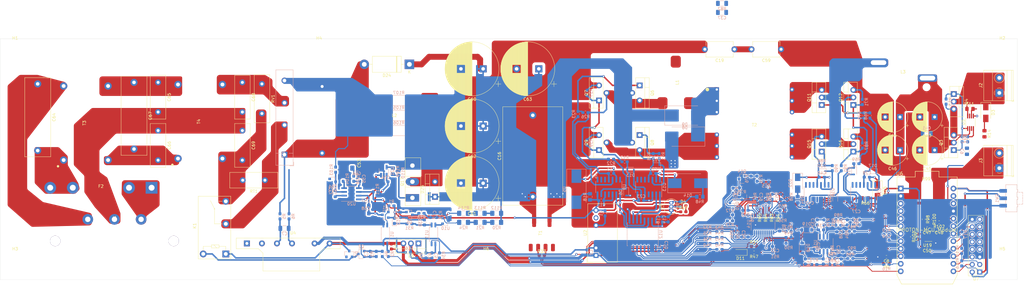
<source format=kicad_pcb>
(kicad_pcb (version 20171130) (host pcbnew "(5.1.2)-1")
  (layers (0 F.Cu signal) (31 B.Cu signal) (34 B.Paste user hide) (35 F.Paste user hide) (36 B.SilkS user hide) (37 F.SilkS user) (38 B.Mask user hide) (39 F.Mask user hide) (44 Edge.Cuts user))
  (net 0 "")
  (net 1 GND)
  (net 2 /VBIASP)
  (net 3 +5V)
  (net 4 "Net-(C3-Pad1)")
  (net 5 +12V)
  (net 6 "Net-(C5-Pad1)")
  (net 7 "Net-(C8-Pad1)")
  (net 8 "Net-(C9-Pad1)")
  (net 9 "Net-(C10-Pad1)")
  (net 10 +5VP)
  (net 11 "Net-(C17-Pad1)")
  (net 12 /PSFB/SWCD)
  (net 13 /PSFB/VREF)
  (net 14 /PSFB/SWF)
  (net 15 "Net-(C31-Pad2)")
  (net 16 "Net-(C31-Pad1)")
  (net 17 "Net-(C32-Pad2)")
  (net 18 "Net-(C32-Pad1)")
  (net 19 "Net-(C33-Pad1)")
  (net 20 "Net-(C34-Pad1)")
  (net 21 "Net-(C35-Pad2)")
  (net 22 "Net-(C36-Pad2)")
  (net 23 "Net-(C36-Pad1)")
  (net 24 "Net-(C38-Pad2)")
  (net 25 "Net-(C39-Pad2)")
  (net 26 "Net-(C39-Pad1)")
  (net 27 /PSFB/SWE)
  (net 28 /PSFB/OUTP)
  (net 29 "Net-(C47-Pad2)")
  (net 30 "Net-(C47-Pad1)")
  (net 31 /IO_SNS)
  (net 32 /PFC/V_RECT_N)
  (net 33 /PFC/V_RECT_P)
  (net 34 /VCC_PFC)
  (net 35 "Net-(C56-Pad1)")
  (net 36 /PSFB/VINP)
  (net 37 /Inputfilter/L_AC)
  (net 38 Earth)
  (net 39 /Inputfilter/L_FILT_AC)
  (net 40 /Inputfilter/N_FILT_AC)
  (net 41 "Net-(D1-Pad2)")
  (net 42 "Net-(D1-Pad1)")
  (net 43 "Net-(D4-Pad2)")
  (net 44 "Net-(D5-Pad2)")
  (net 45 /PSFB/SWAB)
  (net 46 "Net-(D10-Pad1)")
  (net 47 "Net-(D14-Pad2)")
  (net 48 "Net-(D15-Pad2)")
  (net 49 "Net-(D22-Pad2)")
  (net 50 "Net-(D23-Pad2)")
  (net 51 /Inputfilter/N_AC)
  (net 52 "Net-(Q1-Pad1)")
  (net 53 "Net-(Q3-Pad1)")
  (net 54 "Net-(Q5-Pad3)")
  (net 55 "Net-(Q5-Pad1)")
  (net 56 "Net-(Q10-Pad1)")
  (net 57 "Net-(Q11-Pad1)")
  (net 58 "Net-(Q13-Pad1)")
  (net 59 "Net-(Q14-Pad1)")
  (net 60 "Net-(Q16-Pad1)")
  (net 61 "Net-(Q17-Pad1)")
  (net 62 "Net-(R2-Pad2)")
  (net 63 /PFC_ON)
  (net 64 /INRUSH_RELAY_EN)
  (net 65 "Net-(C7-Pad1)")
  (net 66 "Net-(C7-Pad2)")
  (net 67 /VO_SNS)
  (net 68 "Net-(R15-Pad2)")
  (net 69 /PSFB_ON)
  (net 70 "Net-(R16-Pad2)")
  (net 71 "Net-(R17-Pad2)")
  (net 72 "Net-(R20-Pad1)")
  (net 73 "Net-(R21-Pad1)")
  (net 74 "Net-(R30-Pad2)")
  (net 75 "Net-(R32-Pad1)")
  (net 76 /PSFB/VIN_PG)
  (net 77 "Net-(R35-Pad1)")
  (net 78 "Net-(R36-Pad1)")
  (net 79 "Net-(R40-Pad1)")
  (net 80 /PSFB/OUTA)
  (net 81 /PSFB/OUTB)
  (net 82 /PSFB/OUTC)
  (net 83 /ICTL)
  (net 84 /VCTL)
  (net 85 "Net-(R95-Pad1)")
  (net 86 /OUTN)
  (net 87 "Net-(R109-Pad2)")
  (net 88 "Net-(R112-Pad2)")
  (net 89 "Net-(R113-Pad2)")
  (net 90 "Net-(U4-Pad3)")
  (net 91 "Net-(U4-Pad1)")
  (net 92 "Net-(U5-Pad7)")
  (net 93 /OUT_EN)
  (net 94 "Net-(U5-Pad3)")
  (net 95 "Net-(U6-Pad13)")
  (net 96 "Net-(U6-Pad14)")
  (net 97 "Net-(U6-Pad15)")
  (net 98 "Net-(U6-Pad16)")
  (net 99 "Net-(U6-Pad17)")
  (net 100 "Net-(U6-Pad18)")
  (net 101 "Net-(U6-Pad22)")
  (net 102 "Net-(U6-Pad23)")
  (net 103 +3V3)
  (net 104 "Net-(SW1-Pad2)")
  (net 105 "Net-(U6-Pad5)")
  (net 106 "Net-(U6-Pad4)")
  (net 107 "Net-(U6-Pad3)")
  (net 108 "Net-(U7-Pad10)")
  (net 109 "Net-(U7-Pad9)")
  (net 110 "Net-(U7-Pad8)")
  (net 111 "Net-(U7-Pad7)")
  (net 112 "Net-(U9-Pad14)")
  (net 113 "Net-(U9-Pad10)")
  (net 114 "Net-(U9-Pad9)")
  (net 115 "Net-(U9-Pad8)")
  (net 116 "Net-(U9-Pad4)")
  (net 117 /PSFB/BO)
  (net 118 /PSFB/AO)
  (net 119 "Net-(U10-Pad1)")
  (net 120 /PSFB/CO)
  (net 121 /PSFB/DO)
  (net 122 "Net-(U13-Pad14)")
  (net 123 "Net-(U13-Pad10)")
  (net 124 "Net-(U13-Pad9)")
  (net 125 "Net-(U13-Pad8)")
  (net 126 "Net-(U13-Pad4)")
  (net 127 /PSFB/OUTE)
  (net 128 /PSFB/OUTF)
  (net 129 /PSFB/SYNC)
  (net 130 "Net-(U15-Pad14)")
  (net 131 "Net-(U15-Pad10)")
  (net 132 "Net-(U15-Pad9)")
  (net 133 "Net-(U15-Pad8)")
  (net 134 "Net-(U15-Pad4)")
  (net 135 "Net-(U18-Pad14)")
  (net 136 "Net-(U18-Pad10)")
  (net 137 "Net-(U18-Pad9)")
  (net 138 "Net-(U18-Pad8)")
  (net 139 "Net-(U18-Pad4)")
  (net 140 /PSFB/OUTD)
  (net 141 /PSFB/U9-HS)
  (net 142 /PSFB/U9-HB)
  (net 143 /PSFB/U13-HB)
  (net 144 /PSFB/U9-LO)
  (net 145 /PSFB/U9-HO)
  (net 146 /PSFB/U13-HO)
  (net 147 /PSFB/U13-LO)
  (net 148 /PSFB/Q6-G)
  (net 149 /PSFB/Q7-G)
  (net 150 /PSFB/U15-HB)
  (net 151 /PSFB/U18-HB)
  (net 152 /PSFB/U15-LO)
  (net 153 /PSFB/U15-HO)
  (net 154 /PSFB/U18-HO)
  (net 155 /PSFB/U18-LO)
  (net 156 /PSFB/Q8-G)
  (net 157 /PSFB/Q9-G)
  (net 158 /PSFB/Q12-G)
  (net 159 /PSFB/Q15-G)
  (net 160 /PSFB/CS)
  (net 161 /PSFB/U14-VDD)
  (net 162 /PSFB/SS-EN)
  (net 163 /PSFB/CS-P)
  (net 164 /PSFB/CS-RECT)
  (net 165 /PSFB/EA+)
  (net 166 /PSFB/ADEL)
  (net 167 /PSFB/ADELEF)
  (net 168 /PSFB/DCM)
  (net 169 /PSFB/RSUM)
  (net 170 /PSFB/RT)
  (net 171 /PSFB/TMIN)
  (net 172 /PSFB/DELEF)
  (net 173 /PSFB/DELCD)
  (net 174 /PSFB/DELAB)
  (net 175 /PSFB/COMP)
  (net 176 /PSFB/VINX)
  (net 177 "Net-(R98-Pad1)")
  (net 178 "Net-(R100-Pad1)")
  (net 179 "Net-(R115-Pad2)")
  (net 180 /RTNP)
  (net 181 /PFC/U20-ISNS)
  (net 182 /PFC/U20-ICOMP)
  (net 183 /PFC/BST-VCMP)
  (net 184 /PFC/BST-SW-NODE)
  (net 185 /PFC/BST-FREQ)
  (net 186 /PFC/BST-VSNS)
  (net 187 /PFC/U20-OUT)
  (net 188 /Inputfilter/N_AC_FUSE)
  (net 189 /Inputfilter/L_AC_MID)
  (net 190 /Inputfilter/N_AC_MID)
  (net 191 /N_FILT_AC_RT)
  (net 192 /PSFB/SW_LOUT)
  (net 193 /OUTP-DOR)
  (net 194 /OUTP-SWTCHD)
  (net 195 /U5-VSS)
  (net 196 /OUT-G-DRV)
  (net 197 "Net-(C19-Pad1)")
  (module Capacitor_THT:C_Disc_D9.0mm_W5.0mm_P10.00mm (layer F.Cu) (at 337.312 100.076 180)
    (fp_text reference C59 (at 5 -3.75) (layer F.SilkS))
    (fp_text value C)
    (pad 2 thru_hole circle (at 10 0 180) (size 2 2) (drill 1) (layers *.Cu *.Mask) (net 197 "Net-(C19-Pad1)"))
    (pad 1 thru_hole circle (at 0 0 180) (size 2 2) (drill 1) (layers *.Cu *.Mask) (net 1 GND))
  )
  (module Capacitor_THT:C_Disc_D9.0mm_W5.0mm_P10.00mm (layer F.Cu) (at 321.564 100.076 180)
    (fp_text reference C19 (at 5 -3.75) (layer F.SilkS))
    (fp_text value C)
    (pad 2 thru_hole circle (at 10 0 180) (size 2 2) (drill 1) (layers *.Cu *.Mask) (net 180 /RTNP))
    (pad 1 thru_hole circle (at 0 0 180) (size 2 2) (drill 1) (layers *.Cu *.Mask) (net 197 "Net-(C19-Pad1)"))
  )
  (module MountingHole:MountingHole_4.3mm_M4 (layer F.Cu) (at 237.744 172.72)
    (fp_text reference H6 (at 0 -5.3) (layer F.SilkS))
    (fp_text value MountingHole)
    (pad 1 np_thru_hole circle (at 0 0) (size 4.3 4.3) (drill 4.3) (layers *.Cu *.Mask))
  )
  (module MountingHole:MountingHole_4.3mm_M4 (layer F.Cu) (at 411.988 172.72)
    (fp_text reference H5 (at 0 -5.3) (layer F.SilkS))
    (fp_text value MountingHole)
    (pad 1 np_thru_hole circle (at 0 0) (size 4.3 4.3) (drill 4.3) (layers *.Cu *.Mask))
  )
  (module MountingHole:MountingHole_4.3mm_M4 (layer F.Cu) (at 181.356 101.6)
    (fp_text reference H4 (at 0 -5.3) (layer F.SilkS))
    (fp_text value MountingHole)
    (pad 1 np_thru_hole circle (at 0 0) (size 4.3 4.3) (drill 4.3) (layers *.Cu *.Mask))
  )
  (module MountingHole:MountingHole_4.3mm_M4 (layer F.Cu) (at 78.74 172.72)
    (fp_text reference H3 (at 0 -5.3) (layer F.SilkS))
    (fp_text value MountingHole)
    (pad 1 np_thru_hole circle (at 0 0) (size 4.3 4.3) (drill 4.3) (layers *.Cu *.Mask))
  )
  (module MountingHole:MountingHole_4.3mm_M4 (layer F.Cu) (at 411.988 101.6)
    (fp_text reference H2 (at 0 -5.3) (layer F.SilkS))
    (fp_text value MountingHole)
    (pad 1 np_thru_hole circle (at 0 0) (size 4.3 4.3) (drill 4.3) (layers *.Cu *.Mask))
  )
  (module MountingHole:MountingHole_4.3mm_M4 (layer F.Cu) (at 78.74 101.6)
    (fp_text reference H1 (at 0 -5.3) (layer F.SilkS))
    (fp_text value MountingHole)
    (pad 1 np_thru_hole circle (at 0 0) (size 4.3 4.3) (drill 4.3) (layers *.Cu *.Mask))
  )
  (module TerminalBlock_Phoenix:TerminalBlock_Phoenix_MKDS-1,5-2-5.08_1x02_P5.08mm_Horizontal (layer F.Cu) (at 410.972 140.208 90)
    (fp_text reference J3 (at 2.54 -6.26 90) (layer F.SilkS))
    (fp_text value Screw_Terminal_01x02)
    (pad 2 thru_hole circle (at 5.08 0 90) (size 2.6 2.6) (drill 1.3) (layers *.Cu *.Mask) (net 86 /OUTN))
    (pad 1 thru_hole rect (at 0 0 90) (size 2.6 2.6) (drill 1.3) (layers *.Cu *.Mask) (net 86 /OUTN))
  )
  (module TerminalBlock_Phoenix:TerminalBlock_Phoenix_MKDS-1,5-2-5.08_1x02_P5.08mm_Horizontal (layer F.Cu) (at 410.972 114.808 90)
    (fp_text reference J2 (at 2.54 -6.26 90) (layer F.SilkS))
    (fp_text value Screw_Terminal_01x02)
    (pad 2 thru_hole circle (at 5.08 0 90) (size 2.6 2.6) (drill 1.3) (layers *.Cu *.Mask) (net 193 /OUTP-DOR))
    (pad 1 thru_hole rect (at 0 0 90) (size 2.6 2.6) (drill 1.3) (layers *.Cu *.Mask) (net 193 /OUTP-DOR))
  )
  (module RF_Module:photon_tht (layer F.Cu) (at 386.588 161.036)
    (fp_text reference U6 (at -9.25746 -18.95874) (layer F.SilkS) (effects (font (size 1.2 1.2))))
    (fp_text value PHOTON-MCU_Module (at 0.00254 0) (layer F.SilkS) (effects (font (size 1.2 1.2))))
    (pad 13 thru_hole circle (at 8.89254 13.98172) (size 1.9 1.9) (drill 1.02) (layers *.Cu *.Mask) (net 95 "Net-(U6-Pad13)"))
    (pad 14 thru_hole circle (at 8.89254 11.44172) (size 1.9 1.9) (drill 1.02) (layers *.Cu *.Mask) (net 96 "Net-(U6-Pad14)"))
    (pad 15 thru_hole circle (at 8.89254 8.90172) (size 1.9 1.9) (drill 1.02) (layers *.Cu *.Mask) (net 97 "Net-(U6-Pad15)"))
    (pad 16 thru_hole circle (at 8.89254 6.36172) (size 1.9 1.9) (drill 1.02) (layers *.Cu *.Mask) (net 98 "Net-(U6-Pad16)"))
    (pad 17 thru_hole circle (at 8.89254 3.82172) (size 1.9 1.9) (drill 1.02) (layers *.Cu *.Mask) (net 99 "Net-(U6-Pad17)"))
    (pad 18 thru_hole circle (at 8.89254 1.28172) (size 1.9 1.9) (drill 1.02) (layers *.Cu *.Mask) (net 100 "Net-(U6-Pad18)"))
    (pad 19 thru_hole circle (at 8.89254 -1.25828) (size 1.9 1.9) (drill 1.02) (layers *.Cu *.Mask) (net 104 "Net-(SW1-Pad2)"))
    (pad 20 thru_hole circle (at 8.89254 -3.79828) (size 1.9 1.9) (drill 1.02) (layers *.Cu *.Mask) (net 93 /OUT_EN))
    (pad 21 thru_hole circle (at 8.89254 -6.33828) (size 1.9 1.9) (drill 1.02) (layers *.Cu *.Mask) (net 1 GND))
    (pad 22 thru_hole circle (at 8.89254 -8.87828) (size 1.9 1.9) (drill 1.02) (layers *.Cu *.Mask) (net 101 "Net-(U6-Pad22)"))
    (pad 23 thru_hole circle (at 8.89254 -11.41828) (size 1.9 1.9) (drill 1.02) (layers *.Cu *.Mask) (net 102 "Net-(U6-Pad23)"))
    (pad 24 thru_hole circle (at 8.89254 -13.95828) (size 1.9 1.9) (drill 1.02) (layers *.Cu *.Mask) (net 103 +3V3))
    (pad 12 thru_hole circle (at -8.88746 13.98172) (size 1.9 1.9) (drill 1.02) (layers *.Cu *.Mask) (net 64 /INRUSH_RELAY_EN))
    (pad 11 thru_hole circle (at -8.88746 11.44172) (size 1.9 1.9) (drill 1.02) (layers *.Cu *.Mask) (net 70 "Net-(R16-Pad2)"))
    (pad 10 thru_hole circle (at -8.88746 8.90172) (size 1.9 1.9) (drill 1.02) (layers *.Cu *.Mask) (net 7 "Net-(C8-Pad1)"))
    (pad 9 thru_hole circle (at -8.88746 6.36172) (size 1.9 1.9) (drill 1.02) (layers *.Cu *.Mask) (net 83 /ICTL))
    (pad 8 thru_hole circle (at -8.88746 3.82172) (size 1.9 1.9) (drill 1.02) (layers *.Cu *.Mask) (net 9 "Net-(C10-Pad1)"))
    (pad 7 thru_hole circle (at -8.88746 1.28172) (size 1.9 1.9) (drill 1.02) (layers *.Cu *.Mask) (net 68 "Net-(R15-Pad2)"))
    (pad 6 thru_hole circle (at -8.88746 -1.25828) (size 1.9 1.9) (drill 1.02) (layers *.Cu *.Mask) (net 84 /VCTL))
    (pad 5 thru_hole circle (at -8.88746 -3.79828) (size 1.9 1.9) (drill 1.02) (layers *.Cu *.Mask) (net 105 "Net-(U6-Pad5)"))
    (pad 4 thru_hole circle (at -8.88746 -6.33828) (size 1.9 1.9) (drill 1.02) (layers *.Cu *.Mask) (net 106 "Net-(U6-Pad4)"))
    (pad 3 thru_hole circle (at -8.88746 -8.87828) (size 1.9 1.9) (drill 1.02) (layers *.Cu *.Mask) (net 107 "Net-(U6-Pad3)"))
    (pad 2 thru_hole circle (at -8.88746 -11.41828) (size 1.9 1.9) (drill 1.02) (layers *.Cu *.Mask) (net 1 GND))
    (pad 1 thru_hole rect (at -8.88746 -13.95828) (size 1.9 1.9) (drill 1.02) (layers *.Cu *.Mask) (net 3 +5V))
  )
  (module Converter_DCDC:Converter_DCDC_Murata_MGJ2DxxxxxxSC_THT (layer F.Cu) (at 274.828 169.672 90)
    (fp_text reference U2 (at 7.62 -3.61 90) (layer F.SilkS))
    (fp_text value PEME1-S5-S12-S)
    (pad 1 thru_hole rect (at 0 0 90) (size 1.7 1.7) (drill 1) (layers *.Cu *.Mask) (net 3 +5V))
    (pad 2 thru_hole oval (at 2.54 0 90) (size 1.7 1.7) (drill 1) (layers *.Cu *.Mask) (net 1 GND))
    (pad 5 thru_hole oval (at 10.16 0 90) (size 1.7 1.7) (drill 1) (layers *.Cu *.Mask) (net 180 /RTNP))
    (pad 6 thru_hole oval (at 12.7 0 90) (size 1.7 1.6) (drill 1) (layers *.Cu *.Mask))
    (pad 7 thru_hole oval (at 15.24 0 90) (size 1.7 1.7) (drill 1) (layers *.Cu *.Mask) (net 2 /VBIASP))
  )
  (module Resistor_SMD:R_Shunt_Bourns_CSS4J_4026 (layer F.Cu) (at 386.588 147.955 180)
    (fp_text reference R99 (at 0.3 4.1 180) (layer F.SilkS))
    (fp_text value CSS4J-4026R-L500)
    (pad 3 smd rect (at 3.8 -4.05 180) (size 4 0.9) (layers F.Cu F.Paste F.Mask) (net 177 "Net-(R98-Pad1)"))
    (pad 4 smd rect (at 4 0.1 180) (size 4 5.8) (layers F.Cu F.Paste F.Mask) (net 1 GND))
    (pad 2 smd rect (at -3.8 -4.05 180) (size 4 0.9) (layers F.Cu F.Paste F.Mask) (net 178 "Net-(R100-Pad1)"))
    (pad 1 smd rect (at -4 0.1 180) (size 4 5.8) (layers F.Cu F.Paste F.Mask) (net 86 /OUTN))
  )
  (module Capacitor_SMD:C_0603_1608Metric_Pad1.05x0.95mm_HandSolder (layer B.Cu) (at 357.632 171.704 270)
    (fp_text reference C36 (at 0 1.43 90) (layer B.SilkS) (effects (justify mirror)))
    (fp_text value DNP)
    (pad 2 smd roundrect (at 0.875 0 270) (size 1.05 0.95) (layers B.Cu B.Paste B.Mask) (net 22 "Net-(C36-Pad2)"))
    (pad 1 smd roundrect (at -0.875 0 270) (size 1.05 0.95) (layers B.Cu B.Paste B.Mask) (net 23 "Net-(C36-Pad1)"))
  )
  (module Inductor_THT:L_Coilcraft_AGP2923 (layer F.Cu) (at 378.46 107.188)
    (fp_text reference L3 (at 0 0.5) (layer F.SilkS))
    (fp_text value AGP2923-333)
    (pad "" np_thru_hole circle (at 7.95 -5.69) (size 2.24 2.24) (drill 2.24) (layers *.Cu *.Mask))
    (pad "" np_thru_hole circle (at 7.95 5.69) (size 2.24 2.24) (drill 2.24) (layers *.Cu *.Mask))
    (pad "" np_thru_hole circle (at -7.95 5.69) (size 2.24 2.24) (drill 2.24) (layers *.Cu *.Mask))
    (pad "" np_thru_hole circle (at -7.95 -5.69) (size 2.24 2.24) (drill 2.24) (layers *.Cu *.Mask))
    (pad 2 thru_hole roundrect (at 8.255 2.615) (size 6.5 2.5) (drill oval 5.25 1.6) (layers *.Cu *.Mask) (net 28 /PSFB/OUTP))
    (pad 1 thru_hole roundrect (at -8.255 -2.615) (size 6.5 2.5) (drill oval 5.25 1.6) (layers *.Cu *.Mask) (net 192 /PSFB/SW_LOUT))
  )
  (module Resistor_SMD:R_0603_1608Metric_Pad1.05x0.95mm_HandSolder (layer B.Cu) (at 324.104 146.812)
    (fp_text reference R75 (at 0 1.43) (layer B.SilkS) (effects (justify mirror)))
    (fp_text value 0603WAF4752T5E)
    (pad 2 smd roundrect (at 0.875 0) (size 1.05 0.95) (layers B.Cu B.Paste B.Mask) (net 1 GND))
    (pad 1 smd roundrect (at -0.875 0) (size 1.05 0.95) (layers B.Cu B.Paste B.Mask) (net 58 "Net-(Q13-Pad1)"))
  )
  (module Capacitor_SMD:C_0805_2012Metric_Pad1.15x1.40mm_HandSolder (layer B.Cu) (at 197.104 155.448 180)
    (fp_text reference C58 (at 0 1.65) (layer B.SilkS) (effects (justify mirror)))
    (fp_text value CL21B105KBFNNNE)
    (pad 2 smd roundrect (at 1.025 0 180) (size 1.15 1.4) (layers B.Cu B.Paste B.Mask) (roundrect_rratio 0.217391) (net 180 /RTNP))
    (pad 1 smd roundrect (at -1.025 0 180) (size 1.15 1.4) (layers B.Cu B.Paste B.Mask) (roundrect_rratio 0.217391) (net 34 /VCC_PFC))
  )
  (module Capacitor_SMD:C_0805_2012Metric_Pad1.15x1.40mm_HandSolder (layer B.Cu) (at 197.104 152.908 180)
    (fp_text reference C57 (at 0 1.65) (layer B.SilkS) (effects (justify mirror)))
    (fp_text value CC0805KRX7R9BB104)
    (pad 2 smd roundrect (at 1.025 0 180) (size 1.15 1.4) (layers B.Cu B.Paste B.Mask) (roundrect_rratio 0.217391) (net 180 /RTNP))
    (pad 1 smd roundrect (at -1.025 0 180) (size 1.15 1.4) (layers B.Cu B.Paste B.Mask) (roundrect_rratio 0.217391) (net 34 /VCC_PFC))
  )
  (module Package_TO_SOT_THT:TO-220-3_Vertical (layer F.Cu) (at 214.884 165.608 180)
    (fp_text reference U3 (at 2.54 -4.27) (layer F.SilkS))
    (fp_text value LM317_TO-220)
    (pad 3 thru_hole oval (at 5.08 0 180) (size 1.905 2) (drill 1.1) (layers *.Cu *.Mask) (net 5 +12V))
    (pad 2 thru_hole oval (at 2.54 0 180) (size 1.905 2) (drill 1.1) (layers *.Cu *.Mask) (net 3 +5V))
    (pad 1 thru_hole rect (at 0 0 180) (size 1.905 2) (drill 1.1) (layers *.Cu *.Mask) (net 6 "Net-(C5-Pad1)"))
  )
  (module Button_Switch_SMD:SW_SPDT_CK-JS102011SAQN (layer B.Cu) (at 415.036 150.368 270)
    (fp_text reference SW1 (at 0 4.8 270) (layer B.SilkS) (effects (justify mirror)))
    (fp_text value SW_SPDT)
    (pad "" np_thru_hole circle (at 3.4 0 270) (size 0.9 0.9) (drill 0.9) (layers *.Cu *.Mask))
    (pad "" np_thru_hole circle (at -3.4 0 270) (size 0.9 0.9) (drill 0.9) (layers *.Cu *.Mask))
    (pad 3 smd rect (at 2.5 2.75 270) (size 1.25 2.5) (layers B.Cu B.Paste B.Mask) (net 1 GND))
    (pad 2 smd rect (at 0 2.75 270) (size 1.25 2.5) (layers B.Cu B.Paste B.Mask) (net 104 "Net-(SW1-Pad2)"))
    (pad 1 smd rect (at -2.5 2.75 270) (size 1.25 2.5) (layers B.Cu B.Paste B.Mask) (net 103 +3V3))
  )
  (module Resistor_SMD:R_0603_1608Metric_Pad1.05x0.95mm_HandSolder (layer B.Cu) (at 398.272 172.339 270)
    (fp_text reference R116 (at 0 1.43 270) (layer B.SilkS) (effects (justify mirror)))
    (fp_text value 0603WAF4221T5E)
    (pad 2 smd roundrect (at 0.875 0 270) (size 1.05 0.95) (layers B.Cu B.Paste B.Mask) (net 1 GND))
    (pad 1 smd roundrect (at -0.875 0 270) (size 1.05 0.95) (layers B.Cu B.Paste B.Mask) (net 179 "Net-(R115-Pad2)"))
  )
  (module Resistor_SMD:R_0603_1608Metric_Pad1.05x0.95mm_HandSolder (layer B.Cu) (at 398.272 168.148 270)
    (fp_text reference R115 (at 0 1.43 270) (layer B.SilkS) (effects (justify mirror)))
    (fp_text value 0603WAF4221T5E)
    (pad 2 smd roundrect (at 0.875 0 270) (size 1.05 0.95) (layers B.Cu B.Paste B.Mask) (net 179 "Net-(R115-Pad2)"))
    (pad 1 smd roundrect (at -0.875 0 270) (size 1.05 0.95) (layers B.Cu B.Paste B.Mask) (net 3 +5V))
  )
  (module Capacitor_SMD:C_1206_3216Metric (layer B.Cu) (at 386.461 128.4605 180)
    (fp_text reference C41 (at 0 1.82) (layer B.SilkS) (effects (justify mirror)))
    (fp_text value DNP)
    (pad 2 smd roundrect (at 1.4 0 180) (size 1.25 1.75) (layers B.Cu B.Paste B.Mask) (roundrect_rratio 0.2) (net 1 GND))
    (pad 1 smd roundrect (at -1.4 0 180) (size 1.25 1.75) (layers B.Cu B.Paste B.Mask) (roundrect_rratio 0.2) (net 28 /PSFB/OUTP))
  )
  (module Resistor_SMD:R_1206_3216Metric (layer B.Cu) (at 317.373 84.582)
    (fp_text reference R82 (at 0 1.82) (layer B.SilkS) (effects (justify mirror)))
    (fp_text value DNP)
    (pad 2 smd roundrect (at 1.4 0) (size 1.25 1.75) (layers B.Cu B.Paste B.Mask) (roundrect_rratio 0.2) (net 38 Earth))
    (pad 1 smd roundrect (at -1.4 0) (size 1.25 1.75) (layers B.Cu B.Paste B.Mask) (roundrect_rratio 0.2) (net 1 GND))
  )
  (module Capacitor_SMD:C_1206_3216Metric (layer B.Cu) (at 317.373 87.63)
    (fp_text reference C37 (at 0 1.82) (layer B.SilkS) (effects (justify mirror)))
    (fp_text value DNP)
    (pad 2 smd roundrect (at 1.4 0) (size 1.25 1.75) (layers B.Cu B.Paste B.Mask) (roundrect_rratio 0.2) (net 38 Earth))
    (pad 1 smd roundrect (at -1.4 0) (size 1.25 1.75) (layers B.Cu B.Paste B.Mask) (roundrect_rratio 0.2) (net 1 GND))
  )
  (module Capacitor_SMD:C_1206_3216Metric (layer B.Cu) (at 169.672 160.528)
    (fp_text reference C7 (at 0 1.82) (layer B.SilkS) (effects (justify mirror)))
    (fp_text value DNP)
    (pad 2 smd roundrect (at 1.4 0) (size 1.25 1.75) (layers B.Cu B.Paste B.Mask) (roundrect_rratio 0.2) (net 66 "Net-(C7-Pad2)"))
    (pad 1 smd roundrect (at -1.4 0) (size 1.25 1.75) (layers B.Cu B.Paste B.Mask) (roundrect_rratio 0.2) (net 65 "Net-(C7-Pad1)"))
  )
  (module Diode_SMD:D_SMA (layer B.Cu) (at 342.9 145.288 270)
    (fp_text reference D22 (at 0 2.5 90) (layer B.SilkS) (effects (justify mirror)))
    (fp_text value US1B)
    (pad 2 smd rect (at 2 0 270) (size 2.5 1.8) (layers B.Cu B.Paste B.Mask) (net 49 "Net-(D22-Pad2)"))
    (pad 1 smd rect (at -2 0 270) (size 2.5 1.8) (layers B.Cu B.Paste B.Mask) (net 151 /PSFB/U18-HB))
  )
  (module Diode_SMD:D_SMA (layer F.Cu) (at 369.824 147.828 270)
    (fp_text reference D15 (at 0 -2.5 270) (layer F.SilkS))
    (fp_text value US1B)
    (pad 2 smd rect (at 2 0 270) (size 2.5 1.8) (layers F.Cu F.Paste F.Mask) (net 48 "Net-(D15-Pad2)"))
    (pad 1 smd rect (at -2 0 270) (size 2.5 1.8) (layers F.Cu F.Paste F.Mask) (net 150 /PSFB/U15-HB))
  )
  (module Diode_SMD:D_SMA (layer F.Cu) (at 406.4 121.412 270)
    (fp_text reference D3 (at 0 -2.5 270) (layer F.SilkS))
    (fp_text value US1B)
    (pad 2 smd rect (at 2 0 270) (size 2.5 1.8) (layers F.Cu F.Paste F.Mask) (net 195 /U5-VSS))
    (pad 1 smd rect (at -2 0 270) (size 2.5 1.8) (layers F.Cu F.Paste F.Mask) (net 193 /OUTP-DOR))
  )
  (module Package_SO:SOIC-14_3.9x8.7mm_P1.27mm (layer B.Cu) (at 365.252 148.336 90)
    (fp_text reference U15 (at 0 5.28 270) (layer B.SilkS) (effects (justify mirror)))
    (fp_text value UCC27714D)
    (pad 14 smd roundrect (at 2.475 3.81 90) (size 1.95 0.6) (layers B.Cu B.Paste B.Mask) (net 130 "Net-(U15-Pad14)"))
    (pad 13 smd roundrect (at 2.475 2.54 90) (size 1.95 0.6) (layers B.Cu B.Paste B.Mask) (net 150 /PSFB/U15-HB))
    (pad 12 smd roundrect (at 2.475 1.27 90) (size 1.95 0.6) (layers B.Cu B.Paste B.Mask) (net 153 /PSFB/U15-HO))
    (pad 11 smd roundrect (at 2.475 0 90) (size 1.95 0.6) (layers B.Cu B.Paste B.Mask) (net 14 /PSFB/SWF))
    (pad 10 smd roundrect (at 2.475 -1.27 90) (size 1.95 0.6) (layers B.Cu B.Paste B.Mask) (net 131 "Net-(U15-Pad10)"))
    (pad 9 smd roundrect (at 2.475 -2.54 90) (size 1.95 0.6) (layers B.Cu B.Paste B.Mask) (net 132 "Net-(U15-Pad9)"))
    (pad 8 smd roundrect (at 2.475 -3.81 90) (size 1.95 0.6) (layers B.Cu B.Paste B.Mask) (net 133 "Net-(U15-Pad8)"))
    (pad 7 smd roundrect (at -2.475 -3.81 90) (size 1.95 0.6) (layers B.Cu B.Paste B.Mask) (net 5 +12V))
    (pad 6 smd roundrect (at -2.475 -2.54 90) (size 1.95 0.6) (layers B.Cu B.Paste B.Mask) (net 152 /PSFB/U15-LO))
    (pad 5 smd roundrect (at -2.475 -1.27 90) (size 1.95 0.6) (layers B.Cu B.Paste B.Mask) (net 1 GND))
    (pad 4 smd roundrect (at -2.475 0 90) (size 1.95 0.6) (layers B.Cu B.Paste B.Mask) (net 134 "Net-(U15-Pad4)"))
    (pad 3 smd roundrect (at -2.475 1.27 90) (size 1.95 0.6) (layers B.Cu B.Paste B.Mask) (net 1 GND))
    (pad 2 smd roundrect (at -2.475 2.54 90) (size 1.95 0.6) (layers B.Cu B.Paste B.Mask) (net 128 /PSFB/OUTF))
    (pad 1 smd roundrect (at -2.475 3.81 90) (size 1.95 0.6) (layers B.Cu B.Paste B.Mask) (net 127 /PSFB/OUTE))
  )
  (module Package_TO_SOT_THT:TO-220-3_Vertical_Stag (layer F.Cu) (at 275.844 134.112 90)
    (fp_text reference Q9 (at 2.54 -4.27 90) (layer F.SilkS))
    (fp_text value STF26N60M2)
    (pad 1 thru_hole rect (at 0 0 90) (size 1.905 2) (drill 1.1) (layers *.Cu *.Mask) (net 157 /PSFB/Q9-G))
    (pad 2 thru_hole oval (at 2.54 2.54 90) (size 1.905 2) (drill 1.1) (layers *.Cu *.Mask) (net 12 /PSFB/SWCD))
    (pad 3 thru_hole oval (at 5.08 0 90) (size 1.905 2) (drill 1.1) (layers *.Cu *.Mask) (net 180 /RTNP))
  )
  (module Package_TO_SOT_THT:TO-220-3_Vertical_Stag (layer F.Cu) (at 289.56 129.032 270)
    (fp_text reference Q8 (at 2.54 -4.27 90) (layer F.SilkS))
    (fp_text value STF26N60M2)
    (pad 1 thru_hole rect (at 0 0 270) (size 1.905 2) (drill 1.1) (layers *.Cu *.Mask) (net 156 /PSFB/Q8-G))
    (pad 2 thru_hole oval (at 2.54 2.54 270) (size 1.905 2) (drill 1.1) (layers *.Cu *.Mask) (net 176 /PSFB/VINX))
    (pad 3 thru_hole oval (at 5.08 0 270) (size 1.905 2) (drill 1.1) (layers *.Cu *.Mask) (net 12 /PSFB/SWCD))
  )
  (module Package_TO_SOT_THT:TO-220-3_Vertical_Stag (layer F.Cu) (at 275.844 117.348 90)
    (fp_text reference Q7 (at 2.54 -4.27 90) (layer F.SilkS))
    (fp_text value STF26N60M2)
    (pad 1 thru_hole rect (at 0 0 90) (size 1.905 2) (drill 1.1) (layers *.Cu *.Mask) (net 149 /PSFB/Q7-G))
    (pad 2 thru_hole oval (at 2.54 2.54 90) (size 1.905 2) (drill 1.1) (layers *.Cu *.Mask) (net 141 /PSFB/U9-HS))
    (pad 3 thru_hole oval (at 5.08 0 90) (size 1.905 2) (drill 1.1) (layers *.Cu *.Mask) (net 180 /RTNP))
  )
  (module Package_TO_SOT_THT:TO-220-3_Vertical_Stag (layer F.Cu) (at 289.56 112.268 270)
    (fp_text reference Q6 (at 2.54 -4.27 90) (layer F.SilkS))
    (fp_text value STF26N60M2)
    (pad 1 thru_hole rect (at 0 0 270) (size 1.905 2) (drill 1.1) (layers *.Cu *.Mask) (net 148 /PSFB/Q6-G))
    (pad 2 thru_hole oval (at 2.54 2.54 270) (size 1.905 2) (drill 1.1) (layers *.Cu *.Mask) (net 176 /PSFB/VINX))
    (pad 3 thru_hole oval (at 5.08 0 270) (size 1.905 2) (drill 1.1) (layers *.Cu *.Mask) (net 141 /PSFB/U9-HS))
  )
  (module Resistor_SMD:R_0603_1608Metric_Pad1.05x0.95mm_HandSolder (layer B.Cu) (at 357.632 140.208 90)
    (fp_text reference R91 (at 0 1.43 270) (layer B.SilkS) (effects (justify mirror)))
    (fp_text value 0603WAF220KT5E)
    (pad 2 smd roundrect (at 0.875 0 90) (size 1.05 0.95) (layers B.Cu B.Paste B.Mask) (net 60 "Net-(Q16-Pad1)"))
    (pad 1 smd roundrect (at -0.875 0 90) (size 1.05 0.95) (layers B.Cu B.Paste B.Mask) (net 155 /PSFB/U18-LO))
  )
  (module Resistor_SMD:R_0603_1608Metric_Pad1.05x0.95mm_HandSolder (layer B.Cu) (at 354.584 140.208 90)
    (fp_text reference R90 (at 0 1.43 270) (layer B.SilkS) (effects (justify mirror)))
    (fp_text value 0603WAF220KT5E)
    (pad 2 smd roundrect (at 0.875 0 90) (size 1.05 0.95) (layers B.Cu B.Paste B.Mask) (net 159 /PSFB/Q15-G))
    (pad 1 smd roundrect (at -0.875 0 90) (size 1.05 0.95) (layers B.Cu B.Paste B.Mask) (net 154 /PSFB/U18-HO))
  )
  (module Resistor_SMD:R_0603_1608Metric_Pad1.05x0.95mm_HandSolder (layer B.Cu) (at 362.712 138.684 180)
    (fp_text reference R69 (at 0 1.43) (layer B.SilkS) (effects (justify mirror)))
    (fp_text value 0603WAF220KT5E)
    (pad 2 smd roundrect (at 0.875 0 180) (size 1.05 0.95) (layers B.Cu B.Paste B.Mask) (net 152 /PSFB/U15-LO))
    (pad 1 smd roundrect (at -0.875 0 180) (size 1.05 0.95) (layers B.Cu B.Paste B.Mask) (net 158 /PSFB/Q12-G))
  )
  (module Resistor_SMD:R_0603_1608Metric_Pad1.05x0.95mm_HandSolder (layer B.Cu) (at 367.284 122.428 270)
    (fp_text reference R68 (at 0 1.43 90) (layer B.SilkS) (effects (justify mirror)))
    (fp_text value 0603WAF220KT5E)
    (pad 2 smd roundrect (at 0.875 0 270) (size 1.05 0.95) (layers B.Cu B.Paste B.Mask) (net 153 /PSFB/U15-HO))
    (pad 1 smd roundrect (at -0.875 0 270) (size 1.05 0.95) (layers B.Cu B.Paste B.Mask) (net 57 "Net-(Q11-Pad1)"))
  )
  (module Resistor_SMD:R_0603_1608Metric_Pad1.05x0.95mm_HandSolder (layer B.Cu) (at 284.48 138.049 180)
    (fp_text reference R42 (at 0 1.43 180) (layer B.SilkS) (effects (justify mirror)))
    (fp_text value 0603WAF220KT5E)
    (pad 2 smd roundrect (at 0.875 0 180) (size 1.05 0.95) (layers B.Cu B.Paste B.Mask) (net 157 /PSFB/Q9-G))
    (pad 1 smd roundrect (at -0.875 0 180) (size 1.05 0.95) (layers B.Cu B.Paste B.Mask) (net 147 /PSFB/U13-LO))
  )
  (module Resistor_SMD:R_0603_1608Metric_Pad1.05x0.95mm_HandSolder (layer B.Cu) (at 296.164 136.144 90)
    (fp_text reference R41 (at 0 1.43 270) (layer B.SilkS) (effects (justify mirror)))
    (fp_text value 0603WAF220KT5E)
    (pad 2 smd roundrect (at 0.875 0 90) (size 1.05 0.95) (layers B.Cu B.Paste B.Mask) (net 156 /PSFB/Q8-G))
    (pad 1 smd roundrect (at -0.875 0 90) (size 1.05 0.95) (layers B.Cu B.Paste B.Mask) (net 146 /PSFB/U13-HO))
  )
  (module Resistor_SMD:R_0603_1608Metric_Pad1.05x0.95mm_HandSolder (layer B.Cu) (at 268.732 121.92 270)
    (fp_text reference R23 (at 0 1.43 270) (layer B.SilkS) (effects (justify mirror)))
    (fp_text value 0603WAF220KT5E)
    (pad 2 smd roundrect (at 0.875 0 270) (size 1.05 0.95) (layers B.Cu B.Paste B.Mask) (net 145 /PSFB/U9-HO))
    (pad 1 smd roundrect (at -0.875 0 270) (size 1.05 0.95) (layers B.Cu B.Paste B.Mask) (net 148 /PSFB/Q6-G))
  )
  (module Resistor_SMD:R_0603_1608Metric_Pad1.05x0.95mm_HandSolder (layer B.Cu) (at 279.908 137.16)
    (fp_text reference R22 (at 0 1.43 180) (layer B.SilkS) (effects (justify mirror)))
    (fp_text value 0603WAF220KT5E)
    (pad 2 smd roundrect (at 0.875 0) (size 1.05 0.95) (layers B.Cu B.Paste B.Mask) (net 144 /PSFB/U9-LO))
    (pad 1 smd roundrect (at -0.875 0) (size 1.05 0.95) (layers B.Cu B.Paste B.Mask) (net 149 /PSFB/Q7-G))
  )
  (module Diode_SMD:D_SOD-323F (layer B.Cu) (at 355.6 150.368 270)
    (fp_text reference D21 (at 0 1.85 90) (layer B.SilkS) (effects (justify mirror)))
    (fp_text value BAT54J)
    (pad 2 smd rect (at 1.1 0 270) (size 0.5 0.5) (layers B.Cu B.Paste B.Mask) (net 1 GND))
    (pad 1 smd rect (at -1.1 0 270) (size 0.5 0.5) (layers B.Cu B.Paste B.Mask) (net 155 /PSFB/U18-LO))
  )
  (module Diode_SMD:D_SOD-323F (layer B.Cu) (at 351.028 141.224 180)
    (fp_text reference D20 (at 0 1.85) (layer B.SilkS) (effects (justify mirror)))
    (fp_text value BAT54J)
    (pad 2 smd rect (at 1.1 0 180) (size 0.5 0.5) (layers B.Cu B.Paste B.Mask) (net 27 /PSFB/SWE))
    (pad 1 smd rect (at -1.1 0 180) (size 0.5 0.5) (layers B.Cu B.Paste B.Mask) (net 154 /PSFB/U18-HO))
  )
  (module Diode_SMD:D_SOD-323F (layer B.Cu) (at 368.3 141.224 180)
    (fp_text reference D17 (at 0 1.85) (layer B.SilkS) (effects (justify mirror)))
    (fp_text value BAT54J)
    (pad 2 smd rect (at 1.1 0 180) (size 0.5 0.5) (layers B.Cu B.Paste B.Mask) (net 14 /PSFB/SWF))
    (pad 1 smd rect (at -1.1 0 180) (size 0.5 0.5) (layers B.Cu B.Paste B.Mask) (net 153 /PSFB/U15-HO))
  )
  (module Diode_SMD:D_SOD-323F (layer B.Cu) (at 361.95 141.224 270)
    (fp_text reference D16 (at 0 1.85 90) (layer B.SilkS) (effects (justify mirror)))
    (fp_text value BAT54J)
    (pad 2 smd rect (at 1.1 0 270) (size 0.5 0.5) (layers B.Cu B.Paste B.Mask) (net 1 GND))
    (pad 1 smd rect (at -1.1 0 270) (size 0.5 0.5) (layers B.Cu B.Paste B.Mask) (net 152 /PSFB/U15-LO))
  )
  (module Diode_SMD:D_SOD-323F (layer B.Cu) (at 286.512 140.716)
    (fp_text reference D13 (at 0 1.85) (layer B.SilkS) (effects (justify mirror)))
    (fp_text value BAT54J)
    (pad 2 smd rect (at 1.1 0) (size 0.5 0.5) (layers B.Cu B.Paste B.Mask) (net 180 /RTNP))
    (pad 1 smd rect (at -1.1 0) (size 0.5 0.5) (layers B.Cu B.Paste B.Mask) (net 147 /PSFB/U13-LO))
  )
  (module Diode_SMD:D_SOD-323F (layer B.Cu) (at 295.148 139.192 180)
    (fp_text reference D12 (at 0 1.85) (layer B.SilkS) (effects (justify mirror)))
    (fp_text value BAT54J)
    (pad 2 smd rect (at 1.1 0 180) (size 0.5 0.5) (layers B.Cu B.Paste B.Mask) (net 12 /PSFB/SWCD))
    (pad 1 smd rect (at -1.1 0 180) (size 0.5 0.5) (layers B.Cu B.Paste B.Mask) (net 146 /PSFB/U13-HO))
  )
  (module Diode_SMD:D_SOD-323F (layer B.Cu) (at 274.32 141.224)
    (fp_text reference D7 (at 0 1.85 180) (layer B.SilkS) (effects (justify mirror)))
    (fp_text value BAT54J)
    (pad 2 smd rect (at 1.1 0) (size 0.5 0.5) (layers B.Cu B.Paste B.Mask) (net 141 /PSFB/U9-HS))
    (pad 1 smd rect (at -1.1 0) (size 0.5 0.5) (layers B.Cu B.Paste B.Mask) (net 145 /PSFB/U9-HO))
  )
  (module Diode_SMD:D_SOD-323F (layer B.Cu) (at 284.988 148.336 270)
    (fp_text reference D6 (at 0 1.85 90) (layer B.SilkS) (effects (justify mirror)))
    (fp_text value BAT54J)
    (pad 2 smd rect (at 1.1 0 270) (size 0.5 0.5) (layers B.Cu B.Paste B.Mask) (net 180 /RTNP))
    (pad 1 smd rect (at -1.1 0 270) (size 0.5 0.5) (layers B.Cu B.Paste B.Mask) (net 144 /PSFB/U9-LO))
  )
  (module Transformer_THT:CPV-PQ26-25-1S-12PD-Z (layer F.Cu) (at 328.295 125.095)
    (fp_text reference T2 (at 0 0.5) (layer F.SilkS))
    (fp_text value PQ2625_PROTO)
    (pad 12 thru_hole circle (at 12.7 -11.43) (size 1.524 1.524) (drill 0.762) (layers *.Cu *.Mask) (net 14 /PSFB/SWF))
    (pad 11 thru_hole circle (at 12.7 -7.62) (size 1.524 1.524) (drill 0.762) (layers *.Cu *.Mask) (net 14 /PSFB/SWF))
    (pad 10 thru_hole circle (at 12.7 -3.81) (size 1.524 1.524) (drill 0.762) (layers *.Cu *.Mask) (net 14 /PSFB/SWF))
    (pad 9 thru_hole circle (at 12.7 3.81) (size 1.524 1.524) (drill 0.762) (layers *.Cu *.Mask) (net 27 /PSFB/SWE))
    (pad 8 thru_hole circle (at 12.7 7.62) (size 1.524 1.524) (drill 0.762) (layers *.Cu *.Mask) (net 27 /PSFB/SWE))
    (pad 7 thru_hole circle (at 12.7 11.43) (size 1.524 1.524) (drill 0.762) (layers *.Cu *.Mask) (net 27 /PSFB/SWE))
    (pad 6 thru_hole circle (at -12.7 11.43) (size 1.524 1.524) (drill 0.762) (layers *.Cu *.Mask) (net 12 /PSFB/SWCD))
    (pad 5 thru_hole circle (at -12.7 7.62) (size 1.524 1.524) (drill 0.762) (layers *.Cu *.Mask) (net 12 /PSFB/SWCD))
    (pad 4 thru_hole circle (at -12.7 3.81) (size 1.524 1.524) (drill 0.762) (layers *.Cu *.Mask) (net 12 /PSFB/SWCD))
    (pad 3 thru_hole circle (at -12.7 -3.81) (size 1.524 1.524) (drill 0.762) (layers *.Cu *.Mask) (net 45 /PSFB/SWAB))
    (pad 2 thru_hole circle (at -12.7 -7.62) (size 1.524 1.524) (drill 0.762) (layers *.Cu *.Mask) (net 45 /PSFB/SWAB))
    (pad 1 thru_hole rect (at -12.7 -11.43) (size 1.524 1.524) (drill 0.762) (layers *.Cu *.Mask) (net 45 /PSFB/SWAB))
  )
  (module Transformer_SMD:Transformer_Coilcraft_CST1211 (layer F.Cu) (at 256.54 162.052 270)
    (fp_text reference T1 (at 0 0.5 90) (layer F.SilkS))
    (fp_text value CST1211)
    (pad 6 smd roundrect (at 4.95 -3.75 270) (size 2.5 1.3) (layers F.Cu F.Paste F.Mask))
    (pad 5 smd roundrect (at 4.95 -1.25 270) (size 2.5 1.3) (layers F.Cu F.Paste F.Mask) (net 1 GND))
    (pad 4 smd roundrect (at 4.95 1.25 270) (size 2.5 1.3) (layers F.Cu F.Paste F.Mask) (net 163 /PSFB/CS-P))
    (pad 3 smd roundrect (at 4.95 3.75 270) (size 2.5 1.3) (layers F.Cu F.Paste F.Mask))
    (pad 2 smd roundrect (at -4.1 2.6 270) (size 4.2 1.3) (layers F.Cu F.Paste F.Mask) (net 36 /PSFB/VINP))
    (pad 1 smd roundrect (at -4.1 -2.6 270) (size 4.2 1.3) (layers F.Cu F.Paste F.Mask) (net 176 /PSFB/VINX))
  )
  (module Capacitor_THT:C_Rect_L26.0mm_W16.3mm_P22.50mm (layer F.Cu) (at 182.372 135.128 90)
    (fp_text reference C53 (at -3.5 12.5 90) (layer F.SilkS))
    (fp_text value ECW-FA2J225J)
    (pad 2 thru_hole circle (at 22.5 0 90) (size 2 2) (drill 1) (layers *.Cu *.Mask) (net 32 /PFC/V_RECT_N))
    (pad 1 thru_hole circle (at 0 0 90) (size 2 2) (drill 1) (layers *.Cu *.Mask) (net 33 /PFC/V_RECT_P))
  )
  (module Connector:703W-00 (layer F.Cu) (at 112.268 157.48 180)
    (fp_text reference J1 (at 0 0.5) (layer F.SilkS))
    (fp_text value 703W-00_54)
    (pad 5 thru_hole circle (at 20 -7.3 180) (size 3.5 3.5) (drill 3.5) (layers *.Cu *.Mask))
    (pad 4 thru_hole circle (at -20 -7.3 180) (size 3.5 3.5) (drill 3.5) (layers *.Cu *.Mask))
    (pad 3 thru_hole circle (at -9 0 180) (size 3.6 3.6) (drill 1.8) (layers *.Cu *.Mask) (net 51 /Inputfilter/N_AC))
    (pad 2 thru_hole circle (at 0 0 180) (size 3.6 3.6) (drill 1.8) (layers *.Cu *.Mask) (net 38 Earth))
    (pad 1 thru_hole circle (at 9 0 180) (size 3.6 3.6) (drill 1.8) (layers *.Cu *.Mask) (net 37 /Inputfilter/L_AC))
  )
  (module Fuse:Fuseholder_Littelfuse_0.25inD_1.25inL (layer F.Cu) (at 107.696 146.812 180)
    (fp_text reference F2 (at 0 0.5) (layer F.SilkS))
    (fp_text value 01020071)
    (pad 4 thru_hole circle (at 17.11 0 180) (size 4 4) (drill 2) (layers *.Cu *.Mask) (net 188 /Inputfilter/N_AC_FUSE))
    (pad 3 thru_hole circle (at 9.49 0 180) (size 4 4) (drill 2) (layers *.Cu *.Mask) (net 188 /Inputfilter/N_AC_FUSE))
    (pad 2 thru_hole circle (at -9.49 0 180) (size 4 4) (drill 2) (layers *.Cu *.Mask) (net 51 /Inputfilter/N_AC))
    (pad 1 thru_hole rect (at -17.11 0 180) (size 4 4) (drill 2) (layers *.Cu *.Mask) (net 51 /Inputfilter/N_AC))
  )
  (module Inductor_SMD:L_Murata_6000B_Handsoldering (layer F.Cu) (at 206.756 121.92)
    (fp_text reference L2 (at 0 0.5) (layer F.SilkS))
    (fp_text value 60B224C)
    (pad 2 smd roundrect (at 11.9 0) (size 6 14) (layers F.Cu F.Paste F.Mask) (net 184 /PFC/BST-SW-NODE))
    (pad 1 smd roundrect (at -11.9 0) (size 6 14) (layers F.Cu F.Paste F.Mask) (net 33 /PFC/V_RECT_P))
  )
  (module Transformer_THT:Choke_Wurth_7448251201 (layer F.Cu) (at 102.616 124.968 270)
    (fp_text reference T3 (at 0 0.5 90) (layer F.SilkS))
    (fp_text value 7448251201)
    (pad 6 thru_hole circle (at -12.5 7.5 270) (size 2.5 2.5) (drill 1.3) (layers *.Cu *.Mask) (net 37 /Inputfilter/L_AC))
    (pad 1 thru_hole circle (at 12.5 7.5 270) (size 2.5 2.5) (drill 1.3) (layers *.Cu *.Mask) (net 188 /Inputfilter/N_AC_FUSE))
    (pad 12 thru_hole circle (at 12.5 -7.5 270) (size 2.5 2.5) (drill 1.3) (layers *.Cu *.Mask) (net 190 /Inputfilter/N_AC_MID))
    (pad 7 thru_hole circle (at -12.5 -7.5 270) (size 2.5 2.5) (drill 1.3) (layers *.Cu *.Mask) (net 189 /Inputfilter/L_AC_MID))
  )
  (module Transformer_THT:Choke_Wurth_7448251201 (layer F.Cu) (at 141.224 124.46 270)
    (fp_text reference T4 (at 0 0.5 90) (layer F.SilkS))
    (fp_text value 7448251201)
    (pad 6 thru_hole circle (at -12.5 7.5 270) (size 2.5 2.5) (drill 1.3) (layers *.Cu *.Mask) (net 189 /Inputfilter/L_AC_MID))
    (pad 1 thru_hole circle (at 12.5 7.5 270) (size 2.5 2.5) (drill 1.3) (layers *.Cu *.Mask) (net 190 /Inputfilter/N_AC_MID))
    (pad 12 thru_hole circle (at 12.5 -7.5 270) (size 2.5 2.5) (drill 1.3) (layers *.Cu *.Mask) (net 40 /Inputfilter/N_FILT_AC))
    (pad 7 thru_hole circle (at -12.5 -7.5 270) (size 2.5 2.5) (drill 1.3) (layers *.Cu *.Mask) (net 39 /Inputfilter/L_FILT_AC))
  )
  (module Package_SO:SOIC-8_3.9x4.9mm_P1.27mm (layer B.Cu) (at 352.298 165.862 270)
    (fp_text reference U16 (at 0 3.4 270) (layer B.SilkS) (effects (justify mirror)))
    (fp_text value TLC272)
    (pad 8 smd roundrect (at 2.475 1.905 270) (size 1.95 0.6) (layers B.Cu B.Paste B.Mask) (net 3 +5V))
    (pad 7 smd roundrect (at 2.475 0.635 270) (size 1.95 0.6) (layers B.Cu B.Paste B.Mask) (net 15 "Net-(C31-Pad2)"))
    (pad 6 smd roundrect (at 2.475 -0.635 270) (size 1.95 0.6) (layers B.Cu B.Paste B.Mask) (net 19 "Net-(C33-Pad1)"))
    (pad 5 smd roundrect (at 2.475 -1.905 270) (size 1.95 0.6) (layers B.Cu B.Paste B.Mask) (net 21 "Net-(C35-Pad2)"))
    (pad 4 smd roundrect (at -2.475 -1.905 270) (size 1.95 0.6) (layers B.Cu B.Paste B.Mask) (net 1 GND))
    (pad 3 smd roundrect (at -2.475 -0.635 270) (size 1.95 0.6) (layers B.Cu B.Paste B.Mask) (net 24 "Net-(C38-Pad2)"))
    (pad 2 smd roundrect (at -2.475 0.635 270) (size 1.95 0.6) (layers B.Cu B.Paste B.Mask) (net 20 "Net-(C34-Pad1)"))
    (pad 1 smd roundrect (at -2.475 1.905 270) (size 1.95 0.6) (layers B.Cu B.Paste B.Mask) (net 17 "Net-(C32-Pad2)"))
  )
  (module Inductor_SMD:L_Coilcraft_SER1512 (layer F.Cu) (at 301.752 111.252 90)
    (fp_text reference L1 (at 0 0.5 90) (layer F.SilkS))
    (fp_text value SER1512-103)
    (pad 3 smd roundrect (at 7 0 90) (size 4 3.4) (layers F.Cu F.Paste F.Mask))
    (pad 2 smd roundrect (at -7 4.5 90) (size 4 3.4) (layers F.Cu F.Paste F.Mask) (net 45 /PSFB/SWAB))
    (pad 1 smd roundrect (at -7 -4.5 90) (size 4 3.4) (layers F.Cu F.Paste F.Mask) (net 141 /PSFB/U9-HS))
  )
  (module Package_TO_SOT_SMD:SOT-23-5_HandSoldering (layer B.Cu) (at 203.2 141.224 90)
    (fp_text reference U21 (at 0 2.9 90) (layer B.SilkS) (effects (justify mirror)))
    (fp_text value UCC27517DBV)
    (pad 5 smd rect (at 1.35 0.95 90) (size 1.56 0.65) (layers B.Cu B.Paste B.Mask) (net 87 "Net-(R109-Pad2)"))
    (pad 4 smd rect (at 1.35 -0.95 90) (size 1.56 0.65) (layers B.Cu B.Paste B.Mask) (net 180 /RTNP))
    (pad 3 smd rect (at -1.35 -0.95 90) (size 1.56 0.65) (layers B.Cu B.Paste B.Mask) (net 187 /PFC/U20-OUT))
    (pad 2 smd rect (at -1.35 0 90) (size 1.56 0.65) (layers B.Cu B.Paste B.Mask) (net 180 /RTNP))
    (pad 1 smd rect (at -1.35 0.95 90) (size 1.56 0.65) (layers B.Cu B.Paste B.Mask) (net 34 /VCC_PFC))
  )
  (module Package_SO:SOIC-8_3.9x4.9mm_P1.27mm (layer B.Cu) (at 192.278 148.844)
    (fp_text reference U20 (at 0 3.4 180) (layer B.SilkS) (effects (justify mirror)))
    (fp_text value UCC28180D)
    (pad 8 smd roundrect (at 2.475 1.905) (size 1.95 0.6) (layers B.Cu B.Paste B.Mask) (net 187 /PFC/U20-OUT))
    (pad 7 smd roundrect (at 2.475 0.635) (size 1.95 0.6) (layers B.Cu B.Paste B.Mask) (net 34 /VCC_PFC))
    (pad 6 smd roundrect (at 2.475 -0.635) (size 1.95 0.6) (layers B.Cu B.Paste B.Mask) (net 186 /PFC/BST-VSNS))
    (pad 5 smd roundrect (at 2.475 -1.905) (size 1.95 0.6) (layers B.Cu B.Paste B.Mask) (net 183 /PFC/BST-VCMP))
    (pad 4 smd roundrect (at -2.475 -1.905) (size 1.95 0.6) (layers B.Cu B.Paste B.Mask) (net 185 /PFC/BST-FREQ))
    (pad 3 smd roundrect (at -2.475 -0.635) (size 1.95 0.6) (layers B.Cu B.Paste B.Mask) (net 181 /PFC/U20-ISNS))
    (pad 2 smd roundrect (at -2.475 0.635) (size 1.95 0.6) (layers B.Cu B.Paste B.Mask) (net 182 /PFC/U20-ICOMP))
    (pad 1 smd roundrect (at -2.475 1.905) (size 1.95 0.6) (layers B.Cu B.Paste B.Mask) (net 180 /RTNP))
  )
  (module Package_TO_SOT_SMD:SOT-23-5 (layer F.Cu) (at 386.715 163.322 180)
    (fp_text reference U19 (at 0 -2.9) (layer F.SilkS))
    (fp_text value OPA376xxDBV)
    (pad 5 smd rect (at 1.1 -0.95 180) (size 1.06 0.65) (layers F.Cu F.Paste F.Mask) (net 3 +5V))
    (pad 4 smd rect (at 1.1 0.95 180) (size 1.06 0.65) (layers F.Cu F.Paste F.Mask) (net 29 "Net-(C47-Pad2)"))
    (pad 3 smd rect (at -1.1 0.95 180) (size 1.06 0.65) (layers F.Cu F.Paste F.Mask) (net 30 "Net-(C47-Pad1)"))
    (pad 2 smd rect (at -1.1 0 180) (size 1.06 0.65) (layers F.Cu F.Paste F.Mask) (net 1 GND))
    (pad 1 smd rect (at -1.1 -0.95 180) (size 1.06 0.65) (layers F.Cu F.Paste F.Mask) (net 31 /IO_SNS))
  )
  (module Package_SO:SOIC-14_3.9x8.7mm_P1.27mm (layer B.Cu) (at 349.504 148.336 90)
    (fp_text reference U18 (at 0 5.28 270) (layer B.SilkS) (effects (justify mirror)))
    (fp_text value UCC27714D)
    (pad 14 smd roundrect (at 2.475 3.81 90) (size 1.95 0.6) (layers B.Cu B.Paste B.Mask) (net 135 "Net-(U18-Pad14)"))
    (pad 13 smd roundrect (at 2.475 2.54 90) (size 1.95 0.6) (layers B.Cu B.Paste B.Mask) (net 151 /PSFB/U18-HB))
    (pad 12 smd roundrect (at 2.475 1.27 90) (size 1.95 0.6) (layers B.Cu B.Paste B.Mask) (net 154 /PSFB/U18-HO))
    (pad 11 smd roundrect (at 2.475 0 90) (size 1.95 0.6) (layers B.Cu B.Paste B.Mask) (net 27 /PSFB/SWE))
    (pad 10 smd roundrect (at 2.475 -1.27 90) (size 1.95 0.6) (layers B.Cu B.Paste B.Mask) (net 136 "Net-(U18-Pad10)"))
    (pad 9 smd roundrect (at 2.475 -2.54 90) (size 1.95 0.6) (layers B.Cu B.Paste B.Mask) (net 137 "Net-(U18-Pad9)"))
    (pad 8 smd roundrect (at 2.475 -3.81 90) (size 1.95 0.6) (layers B.Cu B.Paste B.Mask) (net 138 "Net-(U18-Pad8)"))
    (pad 7 smd roundrect (at -2.475 -3.81 90) (size 1.95 0.6) (layers B.Cu B.Paste B.Mask) (net 5 +12V))
    (pad 6 smd roundrect (at -2.475 -2.54 90) (size 1.95 0.6) (layers B.Cu B.Paste B.Mask) (net 155 /PSFB/U18-LO))
    (pad 5 smd roundrect (at -2.475 -1.27 90) (size 1.95 0.6) (layers B.Cu B.Paste B.Mask) (net 1 GND))
    (pad 4 smd roundrect (at -2.475 0 90) (size 1.95 0.6) (layers B.Cu B.Paste B.Mask) (net 139 "Net-(U18-Pad4)"))
    (pad 3 smd roundrect (at -2.475 1.27 90) (size 1.95 0.6) (layers B.Cu B.Paste B.Mask) (net 1 GND))
    (pad 2 smd roundrect (at -2.475 2.54 90) (size 1.95 0.6) (layers B.Cu B.Paste B.Mask) (net 127 /PSFB/OUTE))
    (pad 1 smd roundrect (at -2.475 3.81 90) (size 1.95 0.6) (layers B.Cu B.Paste B.Mask) (net 128 /PSFB/OUTF))
  )
  (module Package_SO:TSSOP-24_4.4x7.8mm_P0.65mm (layer B.Cu) (at 331.216 159.004 270)
    (fp_text reference U14 (at 0 4.85 270) (layer B.SilkS) (effects (justify mirror)))
    (fp_text value UCC28951)
    (pad 24 smd roundrect (at 2.8625 3.575 270) (size 1.475 0.4) (layers B.Cu B.Paste B.Mask) (net 1 GND))
    (pad 23 smd roundrect (at 2.8625 2.925 270) (size 1.475 0.4) (layers B.Cu B.Paste B.Mask) (net 161 /PSFB/U14-VDD))
    (pad 22 smd roundrect (at 2.8625 2.275 270) (size 1.475 0.4) (layers B.Cu B.Paste B.Mask) (net 80 /PSFB/OUTA))
    (pad 21 smd roundrect (at 2.8625 1.625 270) (size 1.475 0.4) (layers B.Cu B.Paste B.Mask) (net 81 /PSFB/OUTB))
    (pad 20 smd roundrect (at 2.8625 0.975 270) (size 1.475 0.4) (layers B.Cu B.Paste B.Mask) (net 82 /PSFB/OUTC))
    (pad 19 smd roundrect (at 2.8625 0.325 270) (size 1.475 0.4) (layers B.Cu B.Paste B.Mask) (net 140 /PSFB/OUTD))
    (pad 18 smd roundrect (at 2.8625 -0.325 270) (size 1.475 0.4) (layers B.Cu B.Paste B.Mask) (net 127 /PSFB/OUTE))
    (pad 17 smd roundrect (at 2.8625 -0.975 270) (size 1.475 0.4) (layers B.Cu B.Paste B.Mask) (net 128 /PSFB/OUTF))
    (pad 16 smd roundrect (at 2.8625 -1.625 270) (size 1.475 0.4) (layers B.Cu B.Paste B.Mask) (net 129 /PSFB/SYNC))
    (pad 15 smd roundrect (at 2.8625 -2.275 270) (size 1.475 0.4) (layers B.Cu B.Paste B.Mask) (net 160 /PSFB/CS))
    (pad 14 smd roundrect (at 2.8625 -2.925 270) (size 1.475 0.4) (layers B.Cu B.Paste B.Mask) (net 166 /PSFB/ADEL))
    (pad 13 smd roundrect (at 2.8625 -3.575 270) (size 1.475 0.4) (layers B.Cu B.Paste B.Mask) (net 167 /PSFB/ADELEF))
    (pad 12 smd roundrect (at -2.8625 -3.575 270) (size 1.475 0.4) (layers B.Cu B.Paste B.Mask) (net 168 /PSFB/DCM))
    (pad 11 smd roundrect (at -2.8625 -2.925 270) (size 1.475 0.4) (layers B.Cu B.Paste B.Mask) (net 169 /PSFB/RSUM))
    (pad 10 smd roundrect (at -2.8625 -2.275 270) (size 1.475 0.4) (layers B.Cu B.Paste B.Mask) (net 170 /PSFB/RT))
    (pad 9 smd roundrect (at -2.8625 -1.625 270) (size 1.475 0.4) (layers B.Cu B.Paste B.Mask) (net 171 /PSFB/TMIN))
    (pad 8 smd roundrect (at -2.8625 -0.975 270) (size 1.475 0.4) (layers B.Cu B.Paste B.Mask) (net 172 /PSFB/DELEF))
    (pad 7 smd roundrect (at -2.8625 -0.325 270) (size 1.475 0.4) (layers B.Cu B.Paste B.Mask) (net 173 /PSFB/DELCD))
    (pad 6 smd roundrect (at -2.8625 0.325 270) (size 1.475 0.4) (layers B.Cu B.Paste B.Mask) (net 174 /PSFB/DELAB))
    (pad 5 smd roundrect (at -2.8625 0.975 270) (size 1.475 0.4) (layers B.Cu B.Paste B.Mask) (net 162 /PSFB/SS-EN))
    (pad 4 smd roundrect (at -2.8625 1.625 270) (size 1.475 0.4) (layers B.Cu B.Paste B.Mask) (net 175 /PSFB/COMP))
    (pad 3 smd roundrect (at -2.8625 2.275 270) (size 1.475 0.4) (layers B.Cu B.Paste B.Mask) (net 175 /PSFB/COMP))
    (pad 2 smd roundrect (at -2.8625 2.925 270) (size 1.475 0.4) (layers B.Cu B.Paste B.Mask) (net 165 /PSFB/EA+))
    (pad 1 smd roundrect (at -2.8625 3.575 270) (size 1.475 0.4) (layers B.Cu B.Paste B.Mask) (net 13 /PSFB/VREF))
  )
  (module Package_SO:SOIC-14_3.9x8.7mm_P1.27mm (layer B.Cu) (at 292.608 146.558 90)
    (fp_text reference U13 (at 0 5.28 270) (layer B.SilkS) (effects (justify mirror)))
    (fp_text value UCC27714D)
    (pad 14 smd roundrect (at 2.475 3.81 90) (size 1.95 0.6) (layers B.Cu B.Paste B.Mask) (net 122 "Net-(U13-Pad14)"))
    (pad 13 smd roundrect (at 2.475 2.54 90) (size 1.95 0.6) (layers B.Cu B.Paste B.Mask) (net 143 /PSFB/U13-HB))
    (pad 12 smd roundrect (at 2.475 1.27 90) (size 1.95 0.6) (layers B.Cu B.Paste B.Mask) (net 146 /PSFB/U13-HO))
    (pad 11 smd roundrect (at 2.475 0 90) (size 1.95 0.6) (layers B.Cu B.Paste B.Mask) (net 12 /PSFB/SWCD))
    (pad 10 smd roundrect (at 2.475 -1.27 90) (size 1.95 0.6) (layers B.Cu B.Paste B.Mask) (net 123 "Net-(U13-Pad10)"))
    (pad 9 smd roundrect (at 2.475 -2.54 90) (size 1.95 0.6) (layers B.Cu B.Paste B.Mask) (net 124 "Net-(U13-Pad9)"))
    (pad 8 smd roundrect (at 2.475 -3.81 90) (size 1.95 0.6) (layers B.Cu B.Paste B.Mask) (net 125 "Net-(U13-Pad8)"))
    (pad 7 smd roundrect (at -2.475 -3.81 90) (size 1.95 0.6) (layers B.Cu B.Paste B.Mask) (net 2 /VBIASP))
    (pad 6 smd roundrect (at -2.475 -2.54 90) (size 1.95 0.6) (layers B.Cu B.Paste B.Mask) (net 147 /PSFB/U13-LO))
    (pad 5 smd roundrect (at -2.475 -1.27 90) (size 1.95 0.6) (layers B.Cu B.Paste B.Mask) (net 180 /RTNP))
    (pad 4 smd roundrect (at -2.475 0 90) (size 1.95 0.6) (layers B.Cu B.Paste B.Mask) (net 126 "Net-(U13-Pad4)"))
    (pad 3 smd roundrect (at -2.475 1.27 90) (size 1.95 0.6) (layers B.Cu B.Paste B.Mask) (net 180 /RTNP))
    (pad 2 smd roundrect (at -2.475 2.54 90) (size 1.95 0.6) (layers B.Cu B.Paste B.Mask) (net 121 /PSFB/DO))
    (pad 1 smd roundrect (at -2.475 3.81 90) (size 1.95 0.6) (layers B.Cu B.Paste B.Mask) (net 120 /PSFB/CO))
  )
  (module Package_SO:SOIC-16W_7.5x10.3mm_P1.27mm (layer B.Cu) (at 290.576 162.56 90)
    (fp_text reference U12 (at 0 6.1 270) (layer B.SilkS) (effects (justify mirror)))
    (fp_text value ISO7240MDW)
    (pad 16 smd roundrect (at 4.65 4.445 90) (size 2.05 0.6) (layers B.Cu B.Paste B.Mask) (net 10 +5VP))
    (pad 15 smd roundrect (at 4.65 3.175 90) (size 2.05 0.6) (layers B.Cu B.Paste B.Mask) (net 180 /RTNP))
    (pad 14 smd roundrect (at 4.65 1.905 90) (size 2.05 0.6) (layers B.Cu B.Paste B.Mask) (net 118 /PSFB/AO))
    (pad 13 smd roundrect (at 4.65 0.635 90) (size 2.05 0.6) (layers B.Cu B.Paste B.Mask) (net 117 /PSFB/BO))
    (pad 12 smd roundrect (at 4.65 -0.635 90) (size 2.05 0.6) (layers B.Cu B.Paste B.Mask) (net 120 /PSFB/CO))
    (pad 11 smd roundrect (at 4.65 -1.905 90) (size 2.05 0.6) (layers B.Cu B.Paste B.Mask) (net 121 /PSFB/DO))
    (pad 10 smd roundrect (at 4.65 -3.175 90) (size 2.05 0.6) (layers B.Cu B.Paste B.Mask) (net 10 +5VP))
    (pad 9 smd roundrect (at 4.65 -4.445 90) (size 2.05 0.6) (layers B.Cu B.Paste B.Mask) (net 180 /RTNP))
    (pad 8 smd roundrect (at -4.65 -4.445 90) (size 2.05 0.6) (layers B.Cu B.Paste B.Mask) (net 1 GND))
    (pad 7 smd roundrect (at -4.65 -3.175 90) (size 2.05 0.6) (layers B.Cu B.Paste B.Mask))
    (pad 6 smd roundrect (at -4.65 -1.905 90) (size 2.05 0.6) (layers B.Cu B.Paste B.Mask) (net 79 "Net-(R40-Pad1)"))
    (pad 5 smd roundrect (at -4.65 -0.635 90) (size 2.05 0.6) (layers B.Cu B.Paste B.Mask) (net 78 "Net-(R36-Pad1)"))
    (pad 4 smd roundrect (at -4.65 0.635 90) (size 2.05 0.6) (layers B.Cu B.Paste B.Mask) (net 77 "Net-(R35-Pad1)"))
    (pad 3 smd roundrect (at -4.65 1.905 90) (size 2.05 0.6) (layers B.Cu B.Paste B.Mask) (net 75 "Net-(R32-Pad1)"))
    (pad 2 smd roundrect (at -4.65 3.175 90) (size 2.05 0.6) (layers B.Cu B.Paste B.Mask) (net 1 GND))
    (pad 1 smd roundrect (at -4.65 4.445 90) (size 2.05 0.6) (layers B.Cu B.Paste B.Mask) (net 3 +5V))
  )
  (module Package_SO:SOP-4_4.4x2.6mm_P1.27mm (layer B.Cu) (at 219.964 162.56 270)
    (fp_text reference U11 (at 0 2.25 90) (layer B.SilkS) (effects (justify mirror)))
    (fp_text value FODM217B)
    (pad 4 smd roundrect (at 3.1875 0.635 270) (size 1.625 0.6) (layers B.Cu B.Paste B.Mask) (net 76 /PSFB/VIN_PG))
    (pad 3 smd roundrect (at 3.1875 -0.635 270) (size 1.625 0.6) (layers B.Cu B.Paste B.Mask) (net 1 GND))
    (pad 2 smd roundrect (at -3.1875 -0.635 270) (size 1.625 0.6) (layers B.Cu B.Paste B.Mask) (net 119 "Net-(U10-Pad1)"))
    (pad 1 smd roundrect (at -3.1875 0.635 270) (size 1.625 0.6) (layers B.Cu B.Paste B.Mask) (net 74 "Net-(R30-Pad2)"))
  )
  (module Package_TO_SOT_SMD:SOT-23 (layer B.Cu) (at 224.028 157.988)
    (fp_text reference U10 (at 0 2.5) (layer B.SilkS) (effects (justify mirror)))
    (fp_text value TL431DBZ)
    (pad 3 smd rect (at 1 0) (size 0.9 0.8) (layers B.Cu B.Paste B.Mask) (net 180 /RTNP))
    (pad 2 smd rect (at -1 -0.95) (size 0.9 0.8) (layers B.Cu B.Paste B.Mask) (net 11 "Net-(C17-Pad1)"))
    (pad 1 smd rect (at -1 0.95) (size 0.9 0.8) (layers B.Cu B.Paste B.Mask) (net 119 "Net-(U10-Pad1)"))
  )
  (module Package_SO:SOIC-14_3.9x8.7mm_P1.27mm (layer B.Cu) (at 279.146 146.558 90)
    (fp_text reference U9 (at 0 5.28 270) (layer B.SilkS) (effects (justify mirror)))
    (fp_text value UCC27714D)
    (pad 14 smd roundrect (at 2.475 3.81 90) (size 1.95 0.6) (layers B.Cu B.Paste B.Mask) (net 112 "Net-(U9-Pad14)"))
    (pad 13 smd roundrect (at 2.475 2.54 90) (size 1.95 0.6) (layers B.Cu B.Paste B.Mask) (net 142 /PSFB/U9-HB))
    (pad 12 smd roundrect (at 2.475 1.27 90) (size 1.95 0.6) (layers B.Cu B.Paste B.Mask) (net 145 /PSFB/U9-HO))
    (pad 11 smd roundrect (at 2.475 0 90) (size 1.95 0.6) (layers B.Cu B.Paste B.Mask) (net 141 /PSFB/U9-HS))
    (pad 10 smd roundrect (at 2.475 -1.27 90) (size 1.95 0.6) (layers B.Cu B.Paste B.Mask) (net 113 "Net-(U9-Pad10)"))
    (pad 9 smd roundrect (at 2.475 -2.54 90) (size 1.95 0.6) (layers B.Cu B.Paste B.Mask) (net 114 "Net-(U9-Pad9)"))
    (pad 8 smd roundrect (at 2.475 -3.81 90) (size 1.95 0.6) (layers B.Cu B.Paste B.Mask) (net 115 "Net-(U9-Pad8)"))
    (pad 7 smd roundrect (at -2.475 -3.81 90) (size 1.95 0.6) (layers B.Cu B.Paste B.Mask) (net 2 /VBIASP))
    (pad 6 smd roundrect (at -2.475 -2.54 90) (size 1.95 0.6) (layers B.Cu B.Paste B.Mask) (net 144 /PSFB/U9-LO))
    (pad 5 smd roundrect (at -2.475 -1.27 90) (size 1.95 0.6) (layers B.Cu B.Paste B.Mask) (net 180 /RTNP))
    (pad 4 smd roundrect (at -2.475 0 90) (size 1.95 0.6) (layers B.Cu B.Paste B.Mask) (net 116 "Net-(U9-Pad4)"))
    (pad 3 smd roundrect (at -2.475 1.27 90) (size 1.95 0.6) (layers B.Cu B.Paste B.Mask) (net 180 /RTNP))
    (pad 2 smd roundrect (at -2.475 2.54 90) (size 1.95 0.6) (layers B.Cu B.Paste B.Mask) (net 117 /PSFB/BO))
    (pad 1 smd roundrect (at -2.475 3.81 90) (size 1.95 0.6) (layers B.Cu B.Paste B.Mask) (net 118 /PSFB/AO))
  )
  (module Package_TO_SOT_THT:TO-92_Inline (layer F.Cu) (at 300.228 154.432 90)
    (fp_text reference U8 (at 1.27 -3.56 90) (layer F.SilkS))
    (fp_text value LM78L05_TO92)
    (pad 1 thru_hole rect (at 0 0 90) (size 1.05 1.5) (drill 0.75) (layers *.Cu *.Mask) (net 10 +5VP))
    (pad 3 thru_hole oval (at 2.54 0 90) (size 1.05 1.5) (drill 0.75) (layers *.Cu *.Mask) (net 2 /VBIASP))
    (pad 2 thru_hole oval (at 1.27 0 90) (size 1.05 1.5) (drill 0.75) (layers *.Cu *.Mask) (net 180 /RTNP))
  )
  (module Connector_PinHeader_2.54mm:PinHeader_2x08_P2.54mm_Vertical (layer F.Cu) (at 404.368 175.26 180)
    (fp_text reference U7 (at 1.27 -2.33) (layer F.SilkS))
    (fp_text value NHD-0208AZ-RN-YBW-3V)
    (pad 16 thru_hole oval (at 2.54 17.78 180) (size 1.7 1.7) (drill 1) (layers *.Cu *.Mask) (net 1 GND))
    (pad 15 thru_hole oval (at 0 17.78 180) (size 1.7 1.7) (drill 1) (layers *.Cu *.Mask) (net 71 "Net-(R17-Pad2)"))
    (pad 14 thru_hole oval (at 2.54 15.24 180) (size 1.7 1.7) (drill 1) (layers *.Cu *.Mask) (net 100 "Net-(U6-Pad18)"))
    (pad 13 thru_hole oval (at 0 15.24 180) (size 1.7 1.7) (drill 1) (layers *.Cu *.Mask) (net 99 "Net-(U6-Pad17)"))
    (pad 12 thru_hole oval (at 2.54 12.7 180) (size 1.7 1.7) (drill 1) (layers *.Cu *.Mask) (net 98 "Net-(U6-Pad16)"))
    (pad 11 thru_hole oval (at 0 12.7 180) (size 1.7 1.7) (drill 1) (layers *.Cu *.Mask) (net 97 "Net-(U6-Pad15)"))
    (pad 10 thru_hole oval (at 2.54 10.16 180) (size 1.7 1.7) (drill 1) (layers *.Cu *.Mask) (net 108 "Net-(U7-Pad10)"))
    (pad 9 thru_hole oval (at 0 10.16 180) (size 1.7 1.7) (drill 1) (layers *.Cu *.Mask) (net 109 "Net-(U7-Pad9)"))
    (pad 8 thru_hole oval (at 2.54 7.62 180) (size 1.7 1.7) (drill 1) (layers *.Cu *.Mask) (net 110 "Net-(U7-Pad8)"))
    (pad 7 thru_hole oval (at 0 7.62 180) (size 1.7 1.7) (drill 1) (layers *.Cu *.Mask) (net 111 "Net-(U7-Pad7)"))
    (pad 6 thru_hole oval (at 2.54 5.08 180) (size 1.7 1.7) (drill 1) (layers *.Cu *.Mask) (net 96 "Net-(U6-Pad14)"))
    (pad 5 thru_hole oval (at 0 5.08 180) (size 1.7 1.7) (drill 1) (layers *.Cu *.Mask) (net 1 GND))
    (pad 4 thru_hole oval (at 2.54 2.54 180) (size 1.7 1.7) (drill 1) (layers *.Cu *.Mask) (net 95 "Net-(U6-Pad13)"))
    (pad 3 thru_hole oval (at 0 2.54 180) (size 1.7 1.7) (drill 1) (layers *.Cu *.Mask) (net 179 "Net-(R115-Pad2)"))
    (pad 2 thru_hole oval (at 2.54 0 180) (size 1.7 1.7) (drill 1) (layers *.Cu *.Mask) (net 103 +3V3))
    (pad 1 thru_hole rect (at 0 0 180) (size 1.7 1.7) (drill 1) (layers *.Cu *.Mask) (net 1 GND))
  )
  (module Package_SO:MSOP-8_3x3mm_P0.65mm (layer F.Cu) (at 401.2565 124.714 90)
    (fp_text reference U5 (at 0 -2.45 270) (layer F.SilkS))
    (fp_text value LTC4359-MS8)
    (pad 8 smd roundrect (at 2.1125 -0.975 90) (size 1.625 0.4) (layers F.Cu F.Paste F.Mask) (net 193 /OUTP-DOR))
    (pad 7 smd roundrect (at 2.1125 -0.325 90) (size 1.625 0.4) (layers F.Cu F.Paste F.Mask) (net 92 "Net-(U5-Pad7)"))
    (pad 6 smd roundrect (at 2.1125 0.325 90) (size 1.625 0.4) (layers F.Cu F.Paste F.Mask) (net 195 /U5-VSS))
    (pad 5 smd roundrect (at 2.1125 0.975 90) (size 1.625 0.4) (layers F.Cu F.Paste F.Mask) (net 93 /OUT_EN))
    (pad 4 smd roundrect (at -2.1125 0.975 90) (size 1.625 0.4) (layers F.Cu F.Paste F.Mask) (net 28 /PSFB/OUTP))
    (pad 3 smd roundrect (at -2.1125 0.325 90) (size 1.625 0.4) (layers F.Cu F.Paste F.Mask) (net 94 "Net-(U5-Pad3)"))
    (pad 2 smd roundrect (at -2.1125 -0.325 90) (size 1.625 0.4) (layers F.Cu F.Paste F.Mask) (net 194 /OUTP-SWTCHD))
    (pad 1 smd roundrect (at -2.1125 -0.975 90) (size 1.625 0.4) (layers F.Cu F.Paste F.Mask) (net 196 /OUT-G-DRV))
  )
  (module Converter_ACDC:Converter_ACDC_CUI_PBO-3-Sxx_THT_Vertical (layer F.Cu) (at 156.972 165.608)
    (fp_text reference U4 (at 15.55 -3.55) (layer F.SilkS))
    (fp_text value PBO-3-S12)
    (pad 12 thru_hole circle (at 27.94 0) (size 2 2) (drill 1) (layers *.Cu *.Mask) (net 5 +12V))
    (pad 10 thru_hole circle (at 22.86 0) (size 2 2) (drill 1) (layers *.Cu *.Mask) (net 1 GND))
    (pad 7 thru_hole circle (at 15.24 0) (size 2 2) (drill 1) (layers *.Cu *.Mask) (net 66 "Net-(C7-Pad2)"))
    (pad 5 thru_hole circle (at 10.16 0) (size 2 2) (drill 1) (layers *.Cu *.Mask) (net 65 "Net-(C7-Pad1)"))
    (pad 3 thru_hole circle (at 5.08 0) (size 2 2) (drill 1) (layers *.Cu *.Mask) (net 90 "Net-(U4-Pad3)"))
    (pad 1 thru_hole rect (at 0 0) (size 2 2) (drill 1) (layers *.Cu *.Mask) (net 91 "Net-(U4-Pad1)"))
  )
  (module Package_SO:SOP-4_4.4x2.6mm_P1.27mm (layer B.Cu) (at 203.708 162.56 90)
    (fp_text reference U1 (at 0 2.25 270) (layer B.SilkS) (effects (justify mirror)))
    (fp_text value FODM217B)
    (pad 4 smd roundrect (at 3.1875 0.635 90) (size 1.625 0.6) (layers B.Cu B.Paste B.Mask) (net 52 "Net-(Q1-Pad1)"))
    (pad 3 smd roundrect (at 3.1875 -0.635 90) (size 1.625 0.6) (layers B.Cu B.Paste B.Mask) (net 180 /RTNP))
    (pad 2 smd roundrect (at -3.1875 -0.635 90) (size 1.625 0.6) (layers B.Cu B.Paste B.Mask) (net 1 GND))
    (pad 1 smd roundrect (at -3.1875 0.635 90) (size 1.625 0.6) (layers B.Cu B.Paste B.Mask) (net 62 "Net-(R2-Pad2)"))
  )
  (module Capacitor_THT:C_Disc_D16.0mm_W5.0mm_P10.00mm (layer F.Cu) (at 162.052 111.76 270)
    (fp_text reference RV1 (at 5 -3.75 90) (layer F.SilkS))
    (fp_text value B72220S0271K101)
    (pad 2 thru_hole circle (at 10 0 270) (size 2 2) (drill 1) (layers *.Cu *.Mask) (net 40 /Inputfilter/N_FILT_AC))
    (pad 1 thru_hole circle (at 0 0 270) (size 2 2) (drill 1) (layers *.Cu *.Mask) (net 39 /Inputfilter/L_FILT_AC))
  )
  (module Capacitor_THT:C_Disc_D16.0mm_W5.0mm_P7.50mm (layer F.Cu) (at 163.068 144.272 180)
    (fp_text reference RT1 (at 3.75 -3.75) (layer F.SilkS))
    (fp_text value B57464S100M)
    (pad 2 thru_hole circle (at 7.5 0 180) (size 2 2) (drill 1) (layers *.Cu *.Mask) (net 40 /Inputfilter/N_FILT_AC))
    (pad 1 thru_hole circle (at 0 0 180) (size 2 2) (drill 1) (layers *.Cu *.Mask) (net 191 /N_FILT_AC_RT))
  )
  (module Resistor_SMD:R_1206_3216Metric_Pad1.42x1.75mm_HandSolder (layer B.Cu) (at 230.124 155.448 180)
    (fp_text reference R114 (at 0 1.82 180) (layer B.SilkS) (effects (justify mirror)))
    (fp_text value CRCW1206332KFKEA)
    (pad 2 smd roundrect (at 1.4875 0 180) (size 1.425 1.75) (layers B.Cu B.Paste B.Mask) (roundrect_rratio 0.175439) (net 186 /PFC/BST-VSNS))
    (pad 1 smd roundrect (at -1.4875 0 180) (size 1.425 1.75) (layers B.Cu B.Paste B.Mask) (roundrect_rratio 0.175439) (net 89 "Net-(R113-Pad2)"))
  )
  (module Resistor_SMD:R_1206_3216Metric_Pad1.42x1.75mm_HandSolder (layer B.Cu) (at 235.712 155.448 180)
    (fp_text reference R113 (at 0 1.82) (layer B.SilkS) (effects (justify mirror)))
    (fp_text value CRCW1206332KFKEA)
    (pad 2 smd roundrect (at 1.4875 0 180) (size 1.425 1.75) (layers B.Cu B.Paste B.Mask) (roundrect_rratio 0.175439) (net 89 "Net-(R113-Pad2)"))
    (pad 1 smd roundrect (at -1.4875 0 180) (size 1.425 1.75) (layers B.Cu B.Paste B.Mask) (roundrect_rratio 0.175439) (net 88 "Net-(R112-Pad2)"))
  )
  (module Resistor_SMD:R_1206_3216Metric_Pad1.42x1.75mm_HandSolder (layer B.Cu) (at 241.3 155.448 180)
    (fp_text reference R112 (at 0 1.82) (layer B.SilkS) (effects (justify mirror)))
    (fp_text value CRCW1206332KFKEA)
    (pad 2 smd roundrect (at 1.4875 0 180) (size 1.425 1.75) (layers B.Cu B.Paste B.Mask) (roundrect_rratio 0.175439) (net 88 "Net-(R112-Pad2)"))
    (pad 1 smd roundrect (at -1.4875 0 180) (size 1.425 1.75) (layers B.Cu B.Paste B.Mask) (roundrect_rratio 0.175439) (net 36 /PSFB/VINP))
  )
  (module Resistor_SMD:R_0603_1608Metric_Pad1.05x0.95mm_HandSolder (layer B.Cu) (at 199.644 147.32 90)
    (fp_text reference R111 (at 0 1.43 90) (layer B.SilkS) (effects (justify mirror)))
    (fp_text value CRCW060313K0FKEA)
    (pad 2 smd roundrect (at 0.875 0 90) (size 1.05 0.95) (layers B.Cu B.Paste B.Mask) (net 180 /RTNP))
    (pad 1 smd roundrect (at -0.875 0 90) (size 1.05 0.95) (layers B.Cu B.Paste B.Mask) (net 186 /PFC/BST-VSNS))
  )
  (module Resistor_SMD:R_0603_1608Metric_Pad1.05x0.95mm_HandSolder (layer B.Cu) (at 208.28 141.732 90)
    (fp_text reference R110 (at 0 1.43 270) (layer B.SilkS) (effects (justify mirror)))
    (fp_text value CRCW060310K0FKEA)
    (pad 2 smd roundrect (at 0.875 0 90) (size 1.05 0.95) (layers B.Cu B.Paste B.Mask) (net 180 /RTNP))
    (pad 1 smd roundrect (at -0.875 0 90) (size 1.05 0.95) (layers B.Cu B.Paste B.Mask) (net 61 "Net-(Q17-Pad1)"))
  )
  (module Resistor_SMD:R_0805_2012Metric_Pad1.15x1.40mm_HandSolder (layer B.Cu) (at 206.248 141.224 90)
    (fp_text reference R109 (at 0 1.65 90) (layer B.SilkS) (effects (justify mirror)))
    (fp_text value CRCW08052R21FKEA)
    (pad 2 smd roundrect (at 1.025 0 90) (size 1.15 1.4) (layers B.Cu B.Paste B.Mask) (roundrect_rratio 0.217391) (net 87 "Net-(R109-Pad2)"))
    (pad 1 smd roundrect (at -1.025 0 90) (size 1.15 1.4) (layers B.Cu B.Paste B.Mask) (roundrect_rratio 0.217391) (net 61 "Net-(Q17-Pad1)"))
  )
  (module Resistor_SMD:R_0603_1608Metric_Pad1.05x0.95mm_HandSolder (layer B.Cu) (at 193.04 143.764 90)
    (fp_text reference R108 (at 0 1.43 270) (layer B.SilkS) (effects (justify mirror)))
    (fp_text value CRCW060333K2FKEA)
    (pad 2 smd roundrect (at 0.875 0 90) (size 1.05 0.95) (layers B.Cu B.Paste B.Mask) (net 35 "Net-(C56-Pad1)"))
    (pad 1 smd roundrect (at -0.875 0 90) (size 1.05 0.95) (layers B.Cu B.Paste B.Mask) (net 183 /PFC/BST-VCMP))
  )
  (module Resistor_SMD:R_2512_6332Metric_Pad1.52x3.35mm_HandSolder (layer B.Cu) (at 208.28 117.348 180)
    (fp_text reference R107 (at 0 2.62) (layer B.SilkS) (effects (justify mirror)))
    (fp_text value CSRN2512FK30L0)
    (pad 2 smd roundrect (at 2.9875 0 180) (size 1.525 3.35) (layers B.Cu B.Paste B.Mask) (roundrect_rratio 0.163934) (net 32 /PFC/V_RECT_N))
    (pad 1 smd roundrect (at -2.9875 0 180) (size 1.525 3.35) (layers B.Cu B.Paste B.Mask) (roundrect_rratio 0.163934) (net 180 /RTNP))
  )
  (module Resistor_SMD:R_2512_6332Metric_Pad1.52x3.35mm_HandSolder (layer B.Cu) (at 208.28 127.508 180)
    (fp_text reference R106 (at 0 2.62) (layer B.SilkS) (effects (justify mirror)))
    (fp_text value CSRN2512FK30L0)
    (pad 2 smd roundrect (at 2.9875 0 180) (size 1.525 3.35) (layers B.Cu B.Paste B.Mask) (roundrect_rratio 0.163934) (net 32 /PFC/V_RECT_N))
    (pad 1 smd roundrect (at -2.9875 0 180) (size 1.525 3.35) (layers B.Cu B.Paste B.Mask) (roundrect_rratio 0.163934) (net 180 /RTNP))
  )
  (module Resistor_SMD:R_2512_6332Metric_Pad1.52x3.35mm_HandSolder (layer B.Cu) (at 208.28 122.428 180)
    (fp_text reference R105 (at 0 2.62 180) (layer B.SilkS) (effects (justify mirror)))
    (fp_text value CSRN2512FK30L0)
    (pad 2 smd roundrect (at 2.9875 0 180) (size 1.525 3.35) (layers B.Cu B.Paste B.Mask) (roundrect_rratio 0.163934) (net 32 /PFC/V_RECT_N))
    (pad 1 smd roundrect (at -2.9875 0 180) (size 1.525 3.35) (layers B.Cu B.Paste B.Mask) (roundrect_rratio 0.163934) (net 180 /RTNP))
  )
  (module Resistor_SMD:R_0603_1608Metric_Pad1.05x0.95mm_HandSolder (layer B.Cu) (at 189.484 143.764 90)
    (fp_text reference R104 (at 0 1.43 270) (layer B.SilkS) (effects (justify mirror)))
    (fp_text value CRCW060316K2FKEA)
    (pad 2 smd roundrect (at 0.875 0 90) (size 1.05 0.95) (layers B.Cu B.Paste B.Mask) (net 180 /RTNP))
    (pad 1 smd roundrect (at -0.875 0 90) (size 1.05 0.95) (layers B.Cu B.Paste B.Mask) (net 185 /PFC/BST-FREQ))
  )
  (module Resistor_SMD:R_0603_1608Metric_Pad1.05x0.95mm_HandSolder (layer B.Cu) (at 186.944 140.716 270)
    (fp_text reference R103 (at 0 1.43 270) (layer B.SilkS) (effects (justify mirror)))
    (fp_text value CRCW0603221RFKEA)
    (pad 2 smd roundrect (at 0.875 0 270) (size 1.05 0.95) (layers B.Cu B.Paste B.Mask) (net 181 /PFC/U20-ISNS))
    (pad 1 smd roundrect (at -0.875 0 270) (size 1.05 0.95) (layers B.Cu B.Paste B.Mask) (net 32 /PFC/V_RECT_N))
  )
  (module Resistor_SMD:R_0603_1608Metric_Pad1.05x0.95mm_HandSolder (layer F.Cu) (at 390.652 158.496 180)
    (fp_text reference R102 (at 0 -1.43) (layer F.SilkS))
    (fp_text value 0603WAF1653T5E)
    (pad 2 smd roundrect (at 0.875 0 180) (size 1.05 0.95) (layers F.Cu F.Paste F.Mask) (net 30 "Net-(C47-Pad1)"))
    (pad 1 smd roundrect (at -0.875 0 180) (size 1.05 0.95) (layers F.Cu F.Paste F.Mask) (net 1 GND))
  )
  (module Resistor_SMD:R_0603_1608Metric_Pad1.05x0.95mm_HandSolder (layer F.Cu) (at 383.54 163.322 90)
    (fp_text reference R101 (at 0 -1.43 90) (layer F.SilkS))
    (fp_text value 0603WAF1653T5E)
    (pad 2 smd roundrect (at 0.875 0 90) (size 1.05 0.95) (layers F.Cu F.Paste F.Mask) (net 29 "Net-(C47-Pad2)"))
    (pad 1 smd roundrect (at -0.875 0 90) (size 1.05 0.95) (layers F.Cu F.Paste F.Mask) (net 31 /IO_SNS))
  )
  (module Resistor_SMD:R_0603_1608Metric_Pad1.05x0.95mm_HandSolder (layer F.Cu) (at 387.604 157.48 270)
    (fp_text reference R100 (at 0 -1.43 90) (layer F.SilkS))
    (fp_text value 0603WAF1001T5E)
    (pad 2 smd roundrect (at 0.875 0 270) (size 1.05 0.95) (layers F.Cu F.Paste F.Mask) (net 30 "Net-(C47-Pad1)"))
    (pad 1 smd roundrect (at -0.875 0 270) (size 1.05 0.95) (layers F.Cu F.Paste F.Mask) (net 178 "Net-(R100-Pad1)"))
  )
  (module Resistor_SMD:R_0603_1608Metric_Pad1.05x0.95mm_HandSolder (layer F.Cu) (at 385.445 157.48 270)
    (fp_text reference R98 (at 0 -1.43 90) (layer F.SilkS))
    (fp_text value 0603WAF1001T5E)
    (pad 2 smd roundrect (at 0.875 0 270) (size 1.05 0.95) (layers F.Cu F.Paste F.Mask) (net 29 "Net-(C47-Pad2)"))
    (pad 1 smd roundrect (at -0.875 0 270) (size 1.05 0.95) (layers F.Cu F.Paste F.Mask) (net 177 "Net-(R98-Pad1)"))
  )
  (module Resistor_SMD:R_0603_1608Metric_Pad1.05x0.95mm_HandSolder (layer B.Cu) (at 363.728 158.496 270)
    (fp_text reference R97 (at 0 1.43 270) (layer B.SilkS) (effects (justify mirror)))
    (fp_text value 0603WAF4872T5E)
    (pad 2 smd roundrect (at 0.875 0 270) (size 1.05 0.95) (layers B.Cu B.Paste B.Mask) (net 85 "Net-(R95-Pad1)"))
    (pad 1 smd roundrect (at -0.875 0 270) (size 1.05 0.95) (layers B.Cu B.Paste B.Mask) (net 28 /PSFB/OUTP))
  )
  (module Resistor_SMD:R_0603_1608Metric_Pad1.05x0.95mm_HandSolder (layer B.Cu) (at 360.68 170.688 180)
    (fp_text reference R96 (at 0 1.43 180) (layer B.SilkS) (effects (justify mirror)))
    (fp_text value 0603WAF4872T5E)
    (pad 2 smd roundrect (at 0.875 0 180) (size 1.05 0.95) (layers B.Cu B.Paste B.Mask) (net 23 "Net-(C36-Pad1)"))
    (pad 1 smd roundrect (at -0.875 0 180) (size 1.05 0.95) (layers B.Cu B.Paste B.Mask) (net 31 /IO_SNS))
  )
  (module Resistor_SMD:R_0603_1608Metric_Pad1.05x0.95mm_HandSolder (layer B.Cu) (at 361.696 158.496 90)
    (fp_text reference R95 (at 0 1.43 90) (layer B.SilkS) (effects (justify mirror)))
    (fp_text value 0603WAF2491T5E)
    (pad 2 smd roundrect (at 0.875 0 90) (size 1.05 0.95) (layers B.Cu B.Paste B.Mask) (net 26 "Net-(C39-Pad1)"))
    (pad 1 smd roundrect (at -0.875 0 90) (size 1.05 0.95) (layers B.Cu B.Paste B.Mask) (net 85 "Net-(R95-Pad1)"))
  )
  (module Resistor_SMD:R_0805_2012Metric_Pad1.15x1.40mm_HandSolder (layer B.Cu) (at 342.9 150.876 90)
    (fp_text reference R94 (at 0 1.65 90) (layer B.SilkS) (effects (justify mirror)))
    (fp_text value CRCW08052R21FKEA)
    (pad 2 smd roundrect (at 1.025 0 90) (size 1.15 1.4) (layers B.Cu B.Paste B.Mask) (roundrect_rratio 0.217391) (net 49 "Net-(D22-Pad2)"))
    (pad 1 smd roundrect (at -1.025 0 90) (size 1.15 1.4) (layers B.Cu B.Paste B.Mask) (roundrect_rratio 0.217391) (net 5 +12V))
  )
  (module Resistor_SMD:R_0603_1608Metric_Pad1.05x0.95mm_HandSolder (layer B.Cu) (at 361.188 161.544 180)
    (fp_text reference R93 (at 0 1.43) (layer B.SilkS) (effects (justify mirror)))
    (fp_text value 0603WAF2491T5E)
    (pad 2 smd roundrect (at 0.875 0 180) (size 1.05 0.95) (layers B.Cu B.Paste B.Mask) (net 24 "Net-(C38-Pad2)"))
    (pad 1 smd roundrect (at -0.875 0 180) (size 1.05 0.95) (layers B.Cu B.Paste B.Mask) (net 84 /VCTL))
  )
  (module Resistor_SMD:R_0603_1608Metric_Pad1.05x0.95mm_HandSolder (layer B.Cu) (at 361.188 168.656 180)
    (fp_text reference R92 (at 0 1.43 180) (layer B.SilkS) (effects (justify mirror)))
    (fp_text value 0603WAF2491T5E)
    (pad 2 smd roundrect (at 0.875 0 180) (size 1.05 0.95) (layers B.Cu B.Paste B.Mask) (net 21 "Net-(C35-Pad2)"))
    (pad 1 smd roundrect (at -0.875 0 180) (size 1.05 0.95) (layers B.Cu B.Paste B.Mask) (net 83 /ICTL))
  )
  (module Resistor_SMD:R_0603_1608Metric_Pad1.05x0.95mm_HandSolder (layer B.Cu) (at 356.616 157.48 180)
    (fp_text reference R89 (at 0 1.43) (layer B.SilkS) (effects (justify mirror)))
    (fp_text value CRCW060333K2FKEA)
    (pad 2 smd roundrect (at 0.875 0 180) (size 1.05 0.95) (layers B.Cu B.Paste B.Mask) (net 20 "Net-(C34-Pad1)"))
    (pad 1 smd roundrect (at -0.875 0 180) (size 1.05 0.95) (layers B.Cu B.Paste B.Mask) (net 26 "Net-(C39-Pad1)"))
  )
  (module Resistor_SMD:R_0603_1608Metric_Pad1.05x0.95mm_HandSolder (layer B.Cu) (at 354.584 170.688 180)
    (fp_text reference R88 (at 0 1.43) (layer B.SilkS) (effects (justify mirror)))
    (fp_text value 0603WAF2802T5E)
    (pad 2 smd roundrect (at 0.875 0 180) (size 1.05 0.95) (layers B.Cu B.Paste B.Mask) (net 19 "Net-(C33-Pad1)"))
    (pad 1 smd roundrect (at -0.875 0 180) (size 1.05 0.95) (layers B.Cu B.Paste B.Mask) (net 23 "Net-(C36-Pad1)"))
  )
  (module Resistor_SMD:R_0603_1608Metric_Pad1.05x0.95mm_HandSolder (layer B.Cu) (at 364.744 132.588 90)
    (fp_text reference R87 (at 0 1.43 270) (layer B.SilkS) (effects (justify mirror)))
    (fp_text value CRCW060310K0FKEA)
    (pad 2 smd roundrect (at 0.875 0 90) (size 1.05 0.95) (layers B.Cu B.Paste B.Mask) (net 1 GND))
    (pad 1 smd roundrect (at -0.875 0 90) (size 1.05 0.95) (layers B.Cu B.Paste B.Mask) (net 60 "Net-(Q16-Pad1)"))
  )
  (module Resistor_SMD:R_0603_1608Metric_Pad1.05x0.95mm_HandSolder (layer B.Cu) (at 351.028 139.192 180)
    (fp_text reference R86 (at 0 1.43 180) (layer B.SilkS) (effects (justify mirror)))
    (fp_text value CRCW060310K0FKEA)
    (pad 2 smd roundrect (at 0.875 0 180) (size 1.05 0.95) (layers B.Cu B.Paste B.Mask) (net 27 /PSFB/SWE))
    (pad 1 smd roundrect (at -0.875 0 180) (size 1.05 0.95) (layers B.Cu B.Paste B.Mask) (net 159 /PSFB/Q15-G))
  )
  (module Resistor_SMD:R_0603_1608Metric_Pad1.05x0.95mm_HandSolder (layer B.Cu) (at 356.616 159.512 180)
    (fp_text reference R85 (at 0 1.43) (layer B.SilkS) (effects (justify mirror)))
    (fp_text value DNP)
    (pad 2 smd roundrect (at 0.875 0 180) (size 1.05 0.95) (layers B.Cu B.Paste B.Mask) (net 20 "Net-(C34-Pad1)"))
    (pad 1 smd roundrect (at -0.875 0 180) (size 1.05 0.95) (layers B.Cu B.Paste B.Mask) (net 25 "Net-(C39-Pad2)"))
  )
  (module Resistor_SMD:R_0603_1608Metric_Pad1.05x0.95mm_HandSolder (layer B.Cu) (at 358.14 162.56 90)
    (fp_text reference R84 (at 0 1.43 270) (layer B.SilkS) (effects (justify mirror)))
    (fp_text value 0603WAF9092T5E)
    (pad 2 smd roundrect (at 0.875 0 90) (size 1.05 0.95) (layers B.Cu B.Paste B.Mask) (net 24 "Net-(C38-Pad2)"))
    (pad 1 smd roundrect (at -0.875 0 90) (size 1.05 0.95) (layers B.Cu B.Paste B.Mask) (net 1 GND))
  )
  (module Resistor_SMD:R_0603_1608Metric_Pad1.05x0.95mm_HandSolder (layer B.Cu) (at 353.568 158.496 90)
    (fp_text reference R83 (at 0 1.43 270) (layer B.SilkS) (effects (justify mirror)))
    (fp_text value 0603WAF2491T5E)
    (pad 2 smd roundrect (at 0.875 0 90) (size 1.05 0.95) (layers B.Cu B.Paste B.Mask) (net 1 GND))
    (pad 1 smd roundrect (at -0.875 0 90) (size 1.05 0.95) (layers B.Cu B.Paste B.Mask) (net 20 "Net-(C34-Pad1)"))
  )
  (module Resistor_SMD:R_0603_1608Metric_Pad1.05x0.95mm_HandSolder (layer B.Cu) (at 356.108 167.64 270)
    (fp_text reference R81 (at 0 1.43 270) (layer B.SilkS) (effects (justify mirror)))
    (fp_text value 0603WAF9092T5E)
    (pad 2 smd roundrect (at 0.875 0 270) (size 1.05 0.95) (layers B.Cu B.Paste B.Mask) (net 21 "Net-(C35-Pad2)"))
    (pad 1 smd roundrect (at -0.875 0 270) (size 1.05 0.95) (layers B.Cu B.Paste B.Mask) (net 1 GND))
  )
  (module Resistor_SMD:R_0603_1608Metric_Pad1.05x0.95mm_HandSolder (layer B.Cu) (at 354.584 172.72 180)
    (fp_text reference R80 (at 0 1.43) (layer B.SilkS) (effects (justify mirror)))
    (fp_text value DNP)
    (pad 2 smd roundrect (at 0.875 0 180) (size 1.05 0.95) (layers B.Cu B.Paste B.Mask) (net 19 "Net-(C33-Pad1)"))
    (pad 1 smd roundrect (at -0.875 0 180) (size 1.05 0.95) (layers B.Cu B.Paste B.Mask) (net 22 "Net-(C36-Pad2)"))
  )
  (module Resistor_SMD:R_0603_1608Metric_Pad1.05x0.95mm_HandSolder (layer B.Cu) (at 329.184 143.764 90)
    (fp_text reference R79 (at 0 1.43 90) (layer B.SilkS) (effects (justify mirror)))
    (fp_text value 0603WAF226JT5E)
    (pad 2 smd roundrect (at 0.875 0 90) (size 1.05 0.95) (layers B.Cu B.Paste B.Mask) (net 59 "Net-(Q14-Pad1)"))
    (pad 1 smd roundrect (at -0.875 0 90) (size 1.05 0.95) (layers B.Cu B.Paste B.Mask) (net 69 /PSFB_ON))
  )
  (module Resistor_SMD:R_0603_1608Metric_Pad1.05x0.95mm_HandSolder (layer B.Cu) (at 351.79 158.496 90)
    (fp_text reference R78 (at 0 1.43 90) (layer B.SilkS) (effects (justify mirror)))
    (fp_text value 0603WAF6812T5E)
    (pad 2 smd roundrect (at 0.875 0 90) (size 1.05 0.95) (layers B.Cu B.Paste B.Mask) (net 18 "Net-(C32-Pad1)"))
    (pad 1 smd roundrect (at -0.875 0 90) (size 1.05 0.95) (layers B.Cu B.Paste B.Mask) (net 20 "Net-(C34-Pad1)"))
  )
  (module Resistor_SMD:R_0603_1608Metric_Pad1.05x0.95mm_HandSolder (layer B.Cu) (at 348.488 172.72 180)
    (fp_text reference R77 (at 0 1.43) (layer B.SilkS) (effects (justify mirror)))
    (fp_text value 0603WAF1503T5E)
    (pad 2 smd roundrect (at 0.875 0 180) (size 1.05 0.95) (layers B.Cu B.Paste B.Mask) (net 16 "Net-(C31-Pad1)"))
    (pad 1 smd roundrect (at -0.875 0 180) (size 1.05 0.95) (layers B.Cu B.Paste B.Mask) (net 19 "Net-(C33-Pad1)"))
  )
  (module Resistor_SMD:R_0603_1608Metric_Pad1.05x0.95mm_HandSolder (layer B.Cu) (at 327.152 143.764 270)
    (fp_text reference R76 (at 0 1.43 270) (layer B.SilkS) (effects (justify mirror)))
    (fp_text value CRCW060310K0FKEA)
    (pad 2 smd roundrect (at 0.875 0 270) (size 1.05 0.95) (layers B.Cu B.Paste B.Mask) (net 1 GND))
    (pad 1 smd roundrect (at -0.875 0 270) (size 1.05 0.95) (layers B.Cu B.Paste B.Mask) (net 59 "Net-(Q14-Pad1)"))
  )
  (module Resistor_SMD:R_0603_1608Metric_Pad1.05x0.95mm_HandSolder (layer B.Cu) (at 321.056 147.828 90)
    (fp_text reference R74 (at 0 1.43 270) (layer B.SilkS) (effects (justify mirror)))
    (fp_text value CRCW060310K0FKEA)
    (pad 2 smd roundrect (at 0.875 0 90) (size 1.05 0.95) (layers B.Cu B.Paste B.Mask) (net 58 "Net-(Q13-Pad1)"))
    (pad 1 smd roundrect (at -0.875 0 90) (size 1.05 0.95) (layers B.Cu B.Paste B.Mask) (net 13 /PSFB/VREF))
  )
  (module Resistor_SMD:R_0603_1608Metric_Pad1.05x0.95mm_HandSolder (layer B.Cu) (at 320.04 157.988)
    (fp_text reference R73 (at 0 1.43) (layer B.SilkS) (effects (justify mirror)))
    (fp_text value 0603WAF226JT5E)
    (pad 1 smd roundrect (at -0.875 0) (size 1.05 0.95) (layers B.Cu B.Paste B.Mask) (net 76 /PSFB/VIN_PG))
    (pad 2 smd roundrect (at 0.875 0) (size 1.05 0.95) (layers B.Cu B.Paste B.Mask) (net 56 "Net-(Q10-Pad1)"))
  )
  (module Resistor_SMD:R_0603_1608Metric_Pad1.05x0.95mm_HandSolder (layer B.Cu) (at 320.04 155.956 180)
    (fp_text reference R72 (at 0 1.43 180) (layer B.SilkS) (effects (justify mirror)))
    (fp_text value CRCW060310K0FKEA)
    (pad 1 smd roundrect (at -0.875 0 180) (size 1.05 0.95) (layers B.Cu B.Paste B.Mask) (net 56 "Net-(Q10-Pad1)"))
    (pad 2 smd roundrect (at 0.875 0 180) (size 1.05 0.95) (layers B.Cu B.Paste B.Mask) (net 1 GND))
  )
  (module Resistor_SMD:R_0603_1608Metric_Pad1.05x0.95mm_HandSolder (layer B.Cu) (at 364.744 117.856 90)
    (fp_text reference R71 (at 0 1.43 90) (layer B.SilkS) (effects (justify mirror)))
    (fp_text value CRCW060310K0FKEA)
    (pad 2 smd roundrect (at 0.875 0 90) (size 1.05 0.95) (layers B.Cu B.Paste B.Mask) (net 1 GND))
    (pad 1 smd roundrect (at -0.875 0 90) (size 1.05 0.95) (layers B.Cu B.Paste B.Mask) (net 158 /PSFB/Q12-G))
  )
  (module Resistor_SMD:R_0603_1608Metric_Pad1.05x0.95mm_HandSolder (layer B.Cu) (at 365.252 122.428 270)
    (fp_text reference R70 (at 0 1.43 90) (layer B.SilkS) (effects (justify mirror)))
    (fp_text value CRCW060310K0FKEA)
    (pad 2 smd roundrect (at 0.875 0 270) (size 1.05 0.95) (layers B.Cu B.Paste B.Mask) (net 14 /PSFB/SWF))
    (pad 1 smd roundrect (at -0.875 0 270) (size 1.05 0.95) (layers B.Cu B.Paste B.Mask) (net 57 "Net-(Q11-Pad1)"))
  )
  (module Resistor_SMD:R_0603_1608Metric_Pad1.05x0.95mm_HandSolder (layer B.Cu) (at 327.152 149.86 90)
    (fp_text reference R67 (at 0 1.43 90) (layer B.SilkS) (effects (justify mirror)))
    (fp_text value 0603WAF8253T5E)
    (pad 2 smd roundrect (at 0.875 0 90) (size 1.05 0.95) (layers B.Cu B.Paste B.Mask) (net 1 GND))
    (pad 1 smd roundrect (at -0.875 0 90) (size 1.05 0.95) (layers B.Cu B.Paste B.Mask) (net 162 /PSFB/SS-EN))
  )
  (module Resistor_SMD:R_0805_2012Metric_Pad1.15x1.40mm_HandSolder (layer F.Cu) (at 365.76 150.368 180)
    (fp_text reference R66 (at 0 -1.65 180) (layer F.SilkS))
    (fp_text value CRCW08052R21FKEA)
    (pad 2 smd roundrect (at 1.025 0 180) (size 1.15 1.4) (layers F.Cu F.Paste F.Mask) (roundrect_rratio 0.217391) (net 5 +12V))
    (pad 1 smd roundrect (at -1.025 0 180) (size 1.15 1.4) (layers F.Cu F.Paste F.Mask) (roundrect_rratio 0.217391) (net 48 "Net-(D15-Pad2)"))
  )
  (module Resistor_SMD:R_0603_1608Metric_Pad1.05x0.95mm_HandSolder (layer F.Cu) (at 328.676 156.972 270)
    (fp_text reference R65 (at 0 -1.43 270) (layer F.SilkS))
    (fp_text value 0603WAF3012T5E)
    (pad 2 smd roundrect (at 0.875 0 270) (size 1.05 0.95) (layers F.Cu F.Paste F.Mask) (net 1 GND))
    (pad 1 smd roundrect (at -0.875 0 270) (size 1.05 0.95) (layers F.Cu F.Paste F.Mask) (net 174 /PSFB/DELAB))
  )
  (module Resistor_SMD:R_0603_1608Metric_Pad1.05x0.95mm_HandSolder (layer F.Cu) (at 330.708 156.972 270)
    (fp_text reference R64 (at 0 -1.43 270) (layer F.SilkS))
    (fp_text value 0603WAF3012T5E)
    (pad 2 smd roundrect (at 0.875 0 270) (size 1.05 0.95) (layers F.Cu F.Paste F.Mask) (net 1 GND))
    (pad 1 smd roundrect (at -0.875 0 270) (size 1.05 0.95) (layers F.Cu F.Paste F.Mask) (net 173 /PSFB/DELCD))
  )
  (module Resistor_SMD:R_0603_1608Metric_Pad1.05x0.95mm_HandSolder (layer F.Cu) (at 332.74 156.972 270)
    (fp_text reference R63 (at 0 -1.43 270) (layer F.SilkS))
    (fp_text value 0603WAF1402T5E)
    (pad 2 smd roundrect (at 0.875 0 270) (size 1.05 0.95) (layers F.Cu F.Paste F.Mask) (net 1 GND))
    (pad 1 smd roundrect (at -0.875 0 270) (size 1.05 0.95) (layers F.Cu F.Paste F.Mask) (net 172 /PSFB/DELEF))
  )
  (module Resistor_SMD:R_0603_1608Metric_Pad1.05x0.95mm_HandSolder (layer B.Cu) (at 325.261 154.432)
    (fp_text reference R62 (at 0 1.43) (layer B.SilkS) (effects (justify mirror)))
    (fp_text value CRCW060310K0FKEA)
    (pad 2 smd roundrect (at 0.875 0) (size 1.05 0.95) (layers B.Cu B.Paste B.Mask) (net 165 /PSFB/EA+))
    (pad 1 smd roundrect (at -0.875 0) (size 1.05 0.95) (layers B.Cu B.Paste B.Mask) (net 13 /PSFB/VREF))
  )
  (module Resistor_SMD:R_0603_1608Metric_Pad1.05x0.95mm_HandSolder (layer F.Cu) (at 334.772 156.972 270)
    (fp_text reference R61 (at 0 -1.43 270) (layer F.SilkS))
    (fp_text value CRCW060313K0FKEA)
    (pad 2 smd roundrect (at 0.875 0 270) (size 1.05 0.95) (layers F.Cu F.Paste F.Mask) (net 1 GND))
    (pad 1 smd roundrect (at -0.875 0 270) (size 1.05 0.95) (layers F.Cu F.Paste F.Mask) (net 171 /PSFB/TMIN))
  )
  (module Resistor_SMD:R_0603_1608Metric_Pad1.05x0.95mm_HandSolder (layer B.Cu) (at 332.232 149.86 90)
    (fp_text reference R60 (at 0 1.43 90) (layer B.SilkS) (effects (justify mirror)))
    (fp_text value DNP)
    (pad 2 smd roundrect (at 0.875 0 90) (size 1.05 0.95) (layers B.Cu B.Paste B.Mask) (net 1 GND))
    (pad 1 smd roundrect (at -0.875 0 90) (size 1.05 0.95) (layers B.Cu B.Paste B.Mask) (net 170 /PSFB/RT))
  )
  (module Resistor_SMD:R_0603_1608Metric_Pad1.05x0.95mm_HandSolder (layer B.Cu) (at 334.264 149.86 270)
    (fp_text reference R59 (at 0 1.43 90) (layer B.SilkS) (effects (justify mirror)))
    (fp_text value 0603WAF6192T5E)
    (pad 2 smd roundrect (at 0.875 0 270) (size 1.05 0.95) (layers B.Cu B.Paste B.Mask) (net 170 /PSFB/RT))
    (pad 1 smd roundrect (at -0.875 0 270) (size 1.05 0.95) (layers B.Cu B.Paste B.Mask) (net 13 /PSFB/VREF))
  )
  (module Resistor_SMD:R_0603_1608Metric_Pad1.05x0.95mm_HandSolder (layer B.Cu) (at 339.344 149.86 90)
    (fp_text reference R58 (at 0 1.43 90) (layer B.SilkS) (effects (justify mirror)))
    (fp_text value 0603WAF1273T5E)
    (pad 2 smd roundrect (at 0.875 0 90) (size 1.05 0.95) (layers B.Cu B.Paste B.Mask) (net 1 GND))
    (pad 1 smd roundrect (at -0.875 0 90) (size 1.05 0.95) (layers B.Cu B.Paste B.Mask) (net 169 /PSFB/RSUM))
  )
  (module Resistor_SMD:R_0603_1608Metric_Pad1.05x0.95mm_HandSolder (layer B.Cu) (at 337.312 149.86 270)
    (fp_text reference R57 (at 0 1.43 90) (layer B.SilkS) (effects (justify mirror)))
    (fp_text value DNP)
    (pad 2 smd roundrect (at 0.875 0 270) (size 1.05 0.95) (layers B.Cu B.Paste B.Mask) (net 169 /PSFB/RSUM))
    (pad 1 smd roundrect (at -0.875 0 270) (size 1.05 0.95) (layers B.Cu B.Paste B.Mask) (net 13 /PSFB/VREF))
  )
  (module Resistor_SMD:R_0603_1608Metric_Pad1.05x0.95mm_HandSolder (layer B.Cu) (at 337.82 156.464)
    (fp_text reference R56 (at 0 1.43) (layer B.SilkS) (effects (justify mirror)))
    (fp_text value 0603WAF1001T5E)
    (pad 2 smd roundrect (at 0.875 0) (size 1.05 0.95) (layers B.Cu B.Paste B.Mask) (net 1 GND))
    (pad 1 smd roundrect (at -0.875 0) (size 1.05 0.95) (layers B.Cu B.Paste B.Mask) (net 168 /PSFB/DCM))
  )
  (module Resistor_SMD:R_0603_1608Metric_Pad1.05x0.95mm_HandSolder (layer B.Cu) (at 337.82 154.432 180)
    (fp_text reference R55 (at 0 1.43) (layer B.SilkS) (effects (justify mirror)))
    (fp_text value 0603WAF1692T5E)
    (pad 2 smd roundrect (at 0.875 0 180) (size 1.05 0.95) (layers B.Cu B.Paste B.Mask) (net 168 /PSFB/DCM))
    (pad 1 smd roundrect (at -0.875 0 180) (size 1.05 0.95) (layers B.Cu B.Paste B.Mask) (net 13 /PSFB/VREF))
  )
  (module Resistor_SMD:R_0603_1608Metric_Pad1.05x0.95mm_HandSolder (layer B.Cu) (at 322.072 162.56 270)
    (fp_text reference R54 (at 0 1.43 90) (layer B.SilkS) (effects (justify mirror)))
    (fp_text value 0603WAF226JT5E)
    (pad 2 smd roundrect (at 0.875 0 270) (size 1.05 0.95) (layers B.Cu B.Paste B.Mask) (net 161 /PSFB/U14-VDD))
    (pad 1 smd roundrect (at -0.875 0 270) (size 1.05 0.95) (layers B.Cu B.Paste B.Mask) (net 5 +12V))
  )
  (module Resistor_SMD:R_0603_1608Metric_Pad1.05x0.95mm_HandSolder (layer B.Cu) (at 336.804 160.528 90)
    (fp_text reference R53 (at 0 1.43 90) (layer B.SilkS) (effects (justify mirror)))
    (fp_text value 0603WAF4221T5E)
    (pad 2 smd roundrect (at 0.875 0 90) (size 1.05 0.95) (layers B.Cu B.Paste B.Mask) (net 1 GND))
    (pad 1 smd roundrect (at -0.875 0 90) (size 1.05 0.95) (layers B.Cu B.Paste B.Mask) (net 167 /PSFB/ADELEF))
  )
  (module Resistor_SMD:R_0603_1608Metric_Pad1.05x0.95mm_HandSolder (layer B.Cu) (at 339.852 161.544 180)
    (fp_text reference R52 (at 0 1.43) (layer B.SilkS) (effects (justify mirror)))
    (fp_text value 0603WAF8251T5E)
    (pad 2 smd roundrect (at 0.875 0 180) (size 1.05 0.95) (layers B.Cu B.Paste B.Mask) (net 167 /PSFB/ADELEF))
    (pad 1 smd roundrect (at -0.875 0 180) (size 1.05 0.95) (layers B.Cu B.Paste B.Mask) (net 13 /PSFB/VREF))
  )
  (module Resistor_SMD:R_0603_1608Metric_Pad1.05x0.95mm_HandSolder (layer B.Cu) (at 335.28 168.656)
    (fp_text reference R51 (at 0 1.43) (layer B.SilkS) (effects (justify mirror)))
    (fp_text value DNP)
    (pad 2 smd roundrect (at 0.875 0) (size 1.05 0.95) (layers B.Cu B.Paste B.Mask) (net 1 GND))
    (pad 1 smd roundrect (at -0.875 0) (size 1.05 0.95) (layers B.Cu B.Paste B.Mask) (net 160 /PSFB/CS))
  )
  (module Resistor_SMD:R_0603_1608Metric_Pad1.05x0.95mm_HandSolder (layer B.Cu) (at 339.852 165.608)
    (fp_text reference R50 (at 0 1.43) (layer B.SilkS) (effects (justify mirror)))
    (fp_text value 0603WAF3480T5E)
    (pad 2 smd roundrect (at 0.875 0) (size 1.05 0.95) (layers B.Cu B.Paste B.Mask) (net 1 GND))
    (pad 1 smd roundrect (at -0.875 0) (size 1.05 0.95) (layers B.Cu B.Paste B.Mask) (net 166 /PSFB/ADEL))
  )
  (module Resistor_SMD:R_0603_1608Metric_Pad1.05x0.95mm_HandSolder (layer B.Cu) (at 339.852 163.576 180)
    (fp_text reference R49 (at 0 1.43) (layer B.SilkS) (effects (justify mirror)))
    (fp_text value 0603WAF8251T5E)
    (pad 2 smd roundrect (at 0.875 0 180) (size 1.05 0.95) (layers B.Cu B.Paste B.Mask) (net 166 /PSFB/ADEL))
    (pad 1 smd roundrect (at -0.875 0 180) (size 1.05 0.95) (layers B.Cu B.Paste B.Mask) (net 13 /PSFB/VREF))
  )
  (module Resistor_SMD:R_0805_2012Metric_Pad1.15x1.40mm_HandSolder (layer B.Cu) (at 309.88 149.86)
    (fp_text reference R48 (at 0 1.65) (layer B.SilkS) (effects (justify mirror)))
    (fp_text value CRCW08052R21FKEA)
    (pad 2 smd roundrect (at 1.025 0) (size 1.15 1.4) (layers B.Cu B.Paste B.Mask) (roundrect_rratio 0.217391) (net 47 "Net-(D14-Pad2)"))
    (pad 1 smd roundrect (at -1.025 0) (size 1.15 1.4) (layers B.Cu B.Paste B.Mask) (roundrect_rratio 0.217391) (net 2 /VBIASP))
  )
  (module Resistor_SMD:R_0603_1608Metric_Pad1.05x0.95mm_HandSolder (layer F.Cu) (at 328.168 168.656 180)
    (fp_text reference R47 (at 0 -1.43) (layer F.SilkS))
    (fp_text value 0603WAF1001T5E)
    (pad 2 smd roundrect (at 0.875 0 180) (size 1.05 0.95) (layers F.Cu F.Paste F.Mask) (net 164 /PSFB/CS-RECT))
    (pad 1 smd roundrect (at -0.875 0 180) (size 1.05 0.95) (layers F.Cu F.Paste F.Mask) (net 160 /PSFB/CS))
  )
  (module Resistor_SMD:R_0603_1608Metric_Pad1.05x0.95mm_HandSolder (layer B.Cu) (at 316.484 167.64 180)
    (fp_text reference R46 (at 0 1.43) (layer B.SilkS) (effects (justify mirror)))
    (fp_text value 0603WAF7151T5E)
    (pad 2 smd roundrect (at 0.875 0 180) (size 1.05 0.95) (layers B.Cu B.Paste B.Mask) (net 79 "Net-(R40-Pad1)"))
    (pad 1 smd roundrect (at -0.875 0 180) (size 1.05 0.95) (layers B.Cu B.Paste B.Mask) (net 140 /PSFB/OUTD))
  )
  (module Resistor_SMD:R_0603_1608Metric_Pad1.05x0.95mm_HandSolder (layer B.Cu) (at 316.484 165.608 180)
    (fp_text reference R45 (at 0 1.43) (layer B.SilkS) (effects (justify mirror)))
    (fp_text value 0603WAF7151T5E)
    (pad 2 smd roundrect (at 0.875 0 180) (size 1.05 0.95) (layers B.Cu B.Paste B.Mask) (net 78 "Net-(R36-Pad1)"))
    (pad 1 smd roundrect (at -0.875 0 180) (size 1.05 0.95) (layers B.Cu B.Paste B.Mask) (net 82 /PSFB/OUTC))
  )
  (module Resistor_SMD:R_0603_1608Metric_Pad1.05x0.95mm_HandSolder (layer B.Cu) (at 316.484 163.576 180)
    (fp_text reference R44 (at 0 1.43) (layer B.SilkS) (effects (justify mirror)))
    (fp_text value 0603WAF7151T5E)
    (pad 2 smd roundrect (at 0.875 0 180) (size 1.05 0.95) (layers B.Cu B.Paste B.Mask) (net 77 "Net-(R35-Pad1)"))
    (pad 1 smd roundrect (at -0.875 0 180) (size 1.05 0.95) (layers B.Cu B.Paste B.Mask) (net 81 /PSFB/OUTB))
  )
  (module Resistor_SMD:R_0603_1608Metric_Pad1.05x0.95mm_HandSolder (layer B.Cu) (at 316.484 161.544 180)
    (fp_text reference R43 (at 0 1.43) (layer B.SilkS) (effects (justify mirror)))
    (fp_text value 0603WAF7151T5E)
    (pad 2 smd roundrect (at 0.875 0 180) (size 1.05 0.95) (layers B.Cu B.Paste B.Mask) (net 75 "Net-(R32-Pad1)"))
    (pad 1 smd roundrect (at -0.875 0 180) (size 1.05 0.95) (layers B.Cu B.Paste B.Mask) (net 80 /PSFB/OUTA))
  )
  (module Resistor_SMD:R_0603_1608Metric_Pad1.05x0.95mm_HandSolder (layer B.Cu) (at 312.42 167.64 180)
    (fp_text reference R40 (at 0 1.43) (layer B.SilkS) (effects (justify mirror)))
    (fp_text value 0603WAF5111T5E)
    (pad 2 smd roundrect (at 0.875 0 180) (size 1.05 0.95) (layers B.Cu B.Paste B.Mask) (net 1 GND))
    (pad 1 smd roundrect (at -0.875 0 180) (size 1.05 0.95) (layers B.Cu B.Paste B.Mask) (net 79 "Net-(R40-Pad1)"))
  )
  (module Resistor_SMD:R_0603_1608Metric_Pad1.05x0.95mm_HandSolder (layer B.Cu) (at 271.78 131.572 90)
    (fp_text reference R39 (at 0 1.43 90) (layer B.SilkS) (effects (justify mirror)))
    (fp_text value CRCW060310K0FKEA)
    (pad 2 smd roundrect (at 0.875 0 90) (size 1.05 0.95) (layers B.Cu B.Paste B.Mask) (net 180 /RTNP))
    (pad 1 smd roundrect (at -0.875 0 90) (size 1.05 0.95) (layers B.Cu B.Paste B.Mask) (net 157 /PSFB/Q9-G))
  )
  (module Resistor_SMD:R_0603_1608Metric_Pad1.05x0.95mm_HandSolder (layer B.Cu) (at 294.132 136.144 270)
    (fp_text reference R38 (at 0 1.43 90) (layer B.SilkS) (effects (justify mirror)))
    (fp_text value CRCW060310K0FKEA)
    (pad 2 smd roundrect (at 0.875 0 270) (size 1.05 0.95) (layers B.Cu B.Paste B.Mask) (net 12 /PSFB/SWCD))
    (pad 1 smd roundrect (at -0.875 0 270) (size 1.05 0.95) (layers B.Cu B.Paste B.Mask) (net 156 /PSFB/Q8-G))
  )
  (module Resistor_SMD:R_0603_1608Metric_Pad1.05x0.95mm_HandSolder (layer F.Cu) (at 328.168 166.624)
    (fp_text reference R37 (at 0 -1.43) (layer F.SilkS))
    (fp_text value 0603WAF4872T5E)
    (pad 2 smd roundrect (at 0.875 0) (size 1.05 0.95) (layers F.Cu F.Paste F.Mask) (net 1 GND))
    (pad 1 smd roundrect (at -0.875 0) (size 1.05 0.95) (layers F.Cu F.Paste F.Mask) (net 164 /PSFB/CS-RECT))
  )
  (module Resistor_SMD:R_0603_1608Metric_Pad1.05x0.95mm_HandSolder (layer B.Cu) (at 312.42 165.608 180)
    (fp_text reference R36 (at 0 1.43) (layer B.SilkS) (effects (justify mirror)))
    (fp_text value 0603WAF5111T5E)
    (pad 2 smd roundrect (at 0.875 0 180) (size 1.05 0.95) (layers B.Cu B.Paste B.Mask) (net 1 GND))
    (pad 1 smd roundrect (at -0.875 0 180) (size 1.05 0.95) (layers B.Cu B.Paste B.Mask) (net 78 "Net-(R36-Pad1)"))
  )
  (module Resistor_SMD:R_0603_1608Metric_Pad1.05x0.95mm_HandSolder (layer B.Cu) (at 312.42 163.576 180)
    (fp_text reference R35 (at 0 1.43) (layer B.SilkS) (effects (justify mirror)))
    (fp_text value 0603WAF5111T5E)
    (pad 2 smd roundrect (at 0.875 0 180) (size 1.05 0.95) (layers B.Cu B.Paste B.Mask) (net 1 GND))
    (pad 1 smd roundrect (at -0.875 0 180) (size 1.05 0.95) (layers B.Cu B.Paste B.Mask) (net 77 "Net-(R35-Pad1)"))
  )
  (module Resistor_SMD:R_0603_1608Metric_Pad1.05x0.95mm_HandSolder (layer B.Cu) (at 221.996 169.672 90)
    (fp_text reference R34 (at 0 1.43 90) (layer B.SilkS) (effects (justify mirror)))
    (fp_text value CRCW060310K0FKEA)
    (pad 2 smd roundrect (at 0.875 0 90) (size 1.05 0.95) (layers B.Cu B.Paste B.Mask) (net 76 /PSFB/VIN_PG))
    (pad 1 smd roundrect (at -0.875 0 90) (size 1.05 0.95) (layers B.Cu B.Paste B.Mask) (net 3 +5V))
  )
  (module Resistor_SMD:R_0603_1608Metric_Pad1.05x0.95mm_HandSolder (layer F.Cu) (at 256.54 169.672)
    (fp_text reference R33 (at 0 -1.43) (layer F.SilkS))
    (fp_text value 0603WAF4871T5E)
    (pad 2 smd roundrect (at 0.875 0) (size 1.05 0.95) (layers F.Cu F.Paste F.Mask) (net 1 GND))
    (pad 1 smd roundrect (at -0.875 0) (size 1.05 0.95) (layers F.Cu F.Paste F.Mask) (net 163 /PSFB/CS-P))
  )
  (module Resistor_SMD:R_0603_1608Metric_Pad1.05x0.95mm_HandSolder (layer B.Cu) (at 312.42 161.544 180)
    (fp_text reference R32 (at 0 1.43) (layer B.SilkS) (effects (justify mirror)))
    (fp_text value 0603WAF5111T5E)
    (pad 2 smd roundrect (at 0.875 0 180) (size 1.05 0.95) (layers B.Cu B.Paste B.Mask) (net 1 GND))
    (pad 1 smd roundrect (at -0.875 0 180) (size 1.05 0.95) (layers B.Cu B.Paste B.Mask) (net 75 "Net-(R32-Pad1)"))
  )
  (module Resistor_SMD:R_0603_1608Metric_Pad1.05x0.95mm_HandSolder (layer B.Cu) (at 211.836 159.004)
    (fp_text reference R31 (at 0 1.43) (layer B.SilkS) (effects (justify mirror)))
    (fp_text value 0603WAF8251T5E)
    (pad 2 smd roundrect (at 0.875 0) (size 1.05 0.95) (layers B.Cu B.Paste B.Mask) (net 74 "Net-(R30-Pad2)"))
    (pad 1 smd roundrect (at -0.875 0) (size 1.05 0.95) (layers B.Cu B.Paste B.Mask) (net 46 "Net-(D10-Pad1)"))
  )
  (module Resistor_SMD:R_0603_1608Metric_Pad1.05x0.95mm_HandSolder (layer B.Cu) (at 216.916 158.496 270)
    (fp_text reference R30 (at 0 1.43 90) (layer B.SilkS) (effects (justify mirror)))
    (fp_text value 0603WAF1003T5E)
    (pad 2 smd roundrect (at 0.875 0 270) (size 1.05 0.95) (layers B.Cu B.Paste B.Mask) (net 74 "Net-(R30-Pad2)"))
    (pad 1 smd roundrect (at -0.875 0 270) (size 1.05 0.95) (layers B.Cu B.Paste B.Mask) (net 55 "Net-(Q5-Pad1)"))
  )
  (module Resistor_SMD:R_0603_1608Metric_Pad1.05x0.95mm_HandSolder (layer B.Cu) (at 208.788 155.956 270)
    (fp_text reference R29 (at 0 1.43 90) (layer B.SilkS) (effects (justify mirror)))
    (fp_text value 0603WAF4752T5E)
    (pad 2 smd roundrect (at 0.875 0 270) (size 1.05 0.95) (layers B.Cu B.Paste B.Mask) (net 55 "Net-(Q5-Pad1)"))
    (pad 1 smd roundrect (at -0.875 0 270) (size 1.05 0.95) (layers B.Cu B.Paste B.Mask) (net 2 /VBIASP))
  )
  (module Resistor_SMD:R_0603_1608Metric_Pad1.05x0.95mm_HandSolder (layer B.Cu) (at 215.9 155.448)
    (fp_text reference R28 (at 0 1.43) (layer B.SilkS) (effects (justify mirror)))
    (fp_text value 0603WAF9093T5E)
    (pad 2 smd roundrect (at 0.875 0) (size 1.05 0.95) (layers B.Cu B.Paste B.Mask) (net 11 "Net-(C17-Pad1)"))
    (pad 1 smd roundrect (at -0.875 0) (size 1.05 0.95) (layers B.Cu B.Paste B.Mask) (net 54 "Net-(Q5-Pad3)"))
  )
  (module Resistor_SMD:R_0603_1608Metric_Pad1.05x0.95mm_HandSolder (layer B.Cu) (at 271.78 114.808 90)
    (fp_text reference R27 (at 0 1.43 90) (layer B.SilkS) (effects (justify mirror)))
    (fp_text value CRCW060310K0FKEA)
    (pad 2 smd roundrect (at 0.875 0 90) (size 1.05 0.95) (layers B.Cu B.Paste B.Mask) (net 180 /RTNP))
    (pad 1 smd roundrect (at -0.875 0 90) (size 1.05 0.95) (layers B.Cu B.Paste B.Mask) (net 149 /PSFB/Q7-G))
  )
  (module Resistor_SMD:R_0603_1608Metric_Pad1.05x0.95mm_HandSolder (layer B.Cu) (at 271.272 121.412)
    (fp_text reference R26 (at 0 1.43) (layer B.SilkS) (effects (justify mirror)))
    (fp_text value CRCW060310K0FKEA)
    (pad 2 smd roundrect (at 0.875 0) (size 1.05 0.95) (layers B.Cu B.Paste B.Mask) (net 141 /PSFB/U9-HS))
    (pad 1 smd roundrect (at -0.875 0) (size 1.05 0.95) (layers B.Cu B.Paste B.Mask) (net 148 /PSFB/Q6-G))
  )
  (module Resistor_SMD:R_0603_1608Metric_Pad1.05x0.95mm_HandSolder (layer B.Cu) (at 220.98 155.956 90)
    (fp_text reference R25 (at 0 1.43 270) (layer B.SilkS) (effects (justify mirror)))
    (fp_text value 0603WAF6811T5E)
    (pad 2 smd roundrect (at 0.875 0 90) (size 1.05 0.95) (layers B.Cu B.Paste B.Mask) (net 180 /RTNP))
    (pad 1 smd roundrect (at -0.875 0 90) (size 1.05 0.95) (layers B.Cu B.Paste B.Mask) (net 11 "Net-(C17-Pad1)"))
  )
  (module Resistor_SMD:R_1206_3216Metric_Pad1.42x1.75mm_HandSolder (layer B.Cu) (at 230.124 158.496)
    (fp_text reference R24 (at 0 1.82) (layer B.SilkS) (effects (justify mirror)))
    (fp_text value 1206W4F7153T5E)
    (pad 2 smd roundrect (at 1.4875 0) (size 1.425 1.75) (layers B.Cu B.Paste B.Mask) (roundrect_rratio 0.175439) (net 73 "Net-(R21-Pad1)"))
    (pad 1 smd roundrect (at -1.4875 0) (size 1.425 1.75) (layers B.Cu B.Paste B.Mask) (roundrect_rratio 0.175439) (net 11 "Net-(C17-Pad1)"))
  )
  (module Resistor_SMD:R_1206_3216Metric_Pad1.42x1.75mm_HandSolder (layer B.Cu) (at 235.712 158.496)
    (fp_text reference R21 (at 0 1.82) (layer B.SilkS) (effects (justify mirror)))
    (fp_text value 1206W4F7153T5E)
    (pad 2 smd roundrect (at 1.4875 0) (size 1.425 1.75) (layers B.Cu B.Paste B.Mask) (roundrect_rratio 0.175439) (net 72 "Net-(R20-Pad1)"))
    (pad 1 smd roundrect (at -1.4875 0) (size 1.425 1.75) (layers B.Cu B.Paste B.Mask) (roundrect_rratio 0.175439) (net 73 "Net-(R21-Pad1)"))
  )
  (module Resistor_SMD:R_1206_3216Metric_Pad1.42x1.75mm_HandSolder (layer B.Cu) (at 241.3 158.496)
    (fp_text reference R20 (at 0 1.82) (layer B.SilkS) (effects (justify mirror)))
    (fp_text value 1206W4F6983T5E)
    (pad 2 smd roundrect (at 1.4875 0) (size 1.425 1.75) (layers B.Cu B.Paste B.Mask) (roundrect_rratio 0.175439) (net 36 /PSFB/VINP))
    (pad 1 smd roundrect (at -1.4875 0) (size 1.425 1.75) (layers B.Cu B.Paste B.Mask) (roundrect_rratio 0.175439) (net 72 "Net-(R20-Pad1)"))
  )
  (module Resistor_SMD:R_0603_1608Metric_Pad1.05x0.95mm_HandSolder (layer F.Cu) (at 304.292 154.94)
    (fp_text reference R19 (at 0 -1.43) (layer F.SilkS))
    (fp_text value CRCW0603221RFKEA)
    (pad 2 smd roundrect (at 0.875 0) (size 1.05 0.95) (layers F.Cu F.Paste F.Mask) (net 43 "Net-(D4-Pad2)"))
    (pad 1 smd roundrect (at -0.875 0) (size 1.05 0.95) (layers F.Cu F.Paste F.Mask) (net 10 +5VP))
  )
  (module Resistor_SMD:R_0805_2012Metric_Pad1.15x1.40mm_HandSolder (layer B.Cu) (at 272.796 149.869 270)
    (fp_text reference R18 (at 0 1.65 90) (layer B.SilkS) (effects (justify mirror)))
    (fp_text value CRCW08052R21FKEA)
    (pad 2 smd roundrect (at 1.025 0 270) (size 1.15 1.4) (layers B.Cu B.Paste B.Mask) (roundrect_rratio 0.217391) (net 2 /VBIASP))
    (pad 1 smd roundrect (at -1.025 0 270) (size 1.15 1.4) (layers B.Cu B.Paste B.Mask) (roundrect_rratio 0.217391) (net 44 "Net-(D5-Pad2)"))
  )
  (module Resistor_SMD:R_0603_1608Metric_Pad1.05x0.95mm_HandSolder (layer B.Cu) (at 398.272 162.56 90)
    (fp_text reference R17 (at 0 1.43 90) (layer B.SilkS) (effects (justify mirror)))
    (fp_text value 0603WAF2200T5E)
    (pad 2 smd roundrect (at 0.875 0 90) (size 1.05 0.95) (layers B.Cu B.Paste B.Mask) (net 71 "Net-(R17-Pad2)"))
    (pad 1 smd roundrect (at -0.875 0 90) (size 1.05 0.95) (layers B.Cu B.Paste B.Mask) (net 3 +5V))
  )
  (module Resistor_SMD:R_0603_1608Metric_Pad1.05x0.95mm_HandSolder (layer B.Cu) (at 372.872 172.72)
    (fp_text reference R16 (at 0 1.43 180) (layer B.SilkS) (effects (justify mirror)))
    (fp_text value JMP)
    (pad 2 smd roundrect (at 0.875 0) (size 1.05 0.95) (layers B.Cu B.Paste B.Mask) (net 70 "Net-(R16-Pad2)"))
    (pad 1 smd roundrect (at -0.875 0) (size 1.05 0.95) (layers B.Cu B.Paste B.Mask) (net 63 /PFC_ON))
  )
  (module Resistor_SMD:R_0603_1608Metric_Pad1.05x0.95mm_HandSolder (layer B.Cu) (at 332.232 144.78)
    (fp_text reference R15 (at 0 1.43 180) (layer B.SilkS) (effects (justify mirror)))
    (fp_text value JMP)
    (pad 2 smd roundrect (at 0.875 0) (size 1.05 0.95) (layers B.Cu B.Paste B.Mask) (net 68 "Net-(R15-Pad2)"))
    (pad 1 smd roundrect (at -0.875 0) (size 1.05 0.95) (layers B.Cu B.Paste B.Mask) (net 69 /PSFB_ON))
  )
  (module Resistor_SMD:R_0805_2012Metric_Pad1.15x1.40mm_HandSolder (layer F.Cu) (at 405.9555 128.5875 270)
    (fp_text reference R14 (at 0 -1.65 90) (layer F.SilkS))
    (fp_text value 0805W8F1001T5E)
    (pad 2 smd roundrect (at 1.025 0 270) (size 1.15 1.4) (layers F.Cu F.Paste F.Mask) (roundrect_rratio 0.217391) (net 1 GND))
    (pad 1 smd roundrect (at -1.025 0 270) (size 1.15 1.4) (layers F.Cu F.Paste F.Mask) (roundrect_rratio 0.217391) (net 195 /U5-VSS))
  )
  (module Resistor_SMD:R_0603_1608Metric_Pad1.05x0.95mm_HandSolder (layer B.Cu) (at 393.0015 117.729 90)
    (fp_text reference R13 (at 0 1.43 270) (layer B.SilkS) (effects (justify mirror)))
    (fp_text value DNP)
    (pad 2 smd roundrect (at 0.875 0 90) (size 1.05 0.95) (layers B.Cu B.Paste B.Mask) (net 196 /OUT-G-DRV))
    (pad 1 smd roundrect (at -0.875 0 90) (size 1.05 0.95) (layers B.Cu B.Paste B.Mask) (net 194 /OUTP-SWTCHD))
  )
  (module Resistor_SMD:R_0603_1608Metric_Pad1.05x0.95mm_HandSolder (layer B.Cu) (at 400.304 130.429 270)
    (fp_text reference R12 (at 0 1.43 270) (layer B.SilkS) (effects (justify mirror)))
    (fp_text value CRCW060310K0FKEA)
    (pad 2 smd roundrect (at 0.875 0 270) (size 1.05 0.95) (layers B.Cu B.Paste B.Mask) (net 8 "Net-(C9-Pad1)"))
    (pad 1 smd roundrect (at -0.875 0 270) (size 1.05 0.95) (layers B.Cu B.Paste B.Mask) (net 196 /OUT-G-DRV))
  )
  (module Resistor_SMD:R_0603_1608Metric_Pad1.05x0.95mm_HandSolder (layer B.Cu) (at 398.399 130.415 90)
    (fp_text reference R11 (at 0 1.43 270) (layer B.SilkS) (effects (justify mirror)))
    (fp_text value 0603WAF226JT5E)
    (pad 2 smd roundrect (at 0.875 0 90) (size 1.05 0.95) (layers B.Cu B.Paste B.Mask) (net 196 /OUT-G-DRV))
    (pad 1 smd roundrect (at -0.875 0 90) (size 1.05 0.95) (layers B.Cu B.Paste B.Mask) (net 53 "Net-(Q3-Pad1)"))
  )
  (module Resistor_SMD:R_0603_1608Metric_Pad1.05x0.95mm_HandSolder (layer B.Cu) (at 372.872 162.56 180)
    (fp_text reference R10 (at 0 1.43) (layer B.SilkS) (effects (justify mirror)))
    (fp_text value 0603WAF4872T5E)
    (pad 2 smd roundrect (at 0.875 0 180) (size 1.05 0.95) (layers B.Cu B.Paste B.Mask) (net 67 /VO_SNS))
    (pad 1 smd roundrect (at -0.875 0 180) (size 1.05 0.95) (layers B.Cu B.Paste B.Mask) (net 9 "Net-(C10-Pad1)"))
  )
  (module Resistor_SMD:R_0603_1608Metric_Pad1.05x0.95mm_HandSolder (layer F.Cu) (at 372.872 172.212 180)
    (fp_text reference R9 (at 0 -1.43) (layer F.SilkS))
    (fp_text value 0603WAF4872T5E)
    (pad 2 smd roundrect (at 0.875 0 180) (size 1.05 0.95) (layers F.Cu F.Paste F.Mask) (net 31 /IO_SNS))
    (pad 1 smd roundrect (at -0.875 0 180) (size 1.05 0.95) (layers F.Cu F.Paste F.Mask) (net 7 "Net-(C8-Pad1)"))
  )
  (module Resistor_SMD:R_0603_1608Metric_Pad1.05x0.95mm_HandSolder (layer B.Cu) (at 214.376 169.672 90)
    (fp_text reference R8 (at 0 1.43 90) (layer B.SilkS) (effects (justify mirror)))
    (fp_text value 0603WAF1201T5E)
    (pad 2 smd roundrect (at 0.875 0 90) (size 1.05 0.95) (layers B.Cu B.Paste B.Mask) (net 6 "Net-(C5-Pad1)"))
    (pad 1 smd roundrect (at -0.875 0 90) (size 1.05 0.95) (layers B.Cu B.Paste B.Mask) (net 3 +5V))
  )
  (module Resistor_SMD:R_0603_1608Metric_Pad1.05x0.95mm_HandSolder (layer B.Cu) (at 217.424 169.672 90)
    (fp_text reference R7 (at 0 1.43 90) (layer B.SilkS) (effects (justify mirror)))
    (fp_text value 0603WAF3601T5E)
    (pad 2 smd roundrect (at 0.875 0 90) (size 1.05 0.95) (layers B.Cu B.Paste B.Mask) (net 1 GND))
    (pad 1 smd roundrect (at -0.875 0 90) (size 1.05 0.95) (layers B.Cu B.Paste B.Mask) (net 6 "Net-(C5-Pad1)"))
  )
  (module Resistor_SMD:R_0603_1608Metric_Pad1.05x0.95mm_HandSolder (layer B.Cu) (at 171.196 156.464 90)
    (fp_text reference R6 (at 0 1.43 270) (layer B.SilkS) (effects (justify mirror)))
    (fp_text value JMP)
    (pad 2 smd roundrect (at 0.875 0 90) (size 1.05 0.95) (layers B.Cu B.Paste B.Mask) (net 32 /PFC/V_RECT_N))
    (pad 1 smd roundrect (at -0.875 0 90) (size 1.05 0.95) (layers B.Cu B.Paste B.Mask) (net 66 "Net-(C7-Pad2)"))
  )
  (module Resistor_SMD:R_0603_1608Metric_Pad1.05x0.95mm_HandSolder (layer B.Cu) (at 168.148 156.464 90)
    (fp_text reference R5 (at 0 1.43 90) (layer B.SilkS) (effects (justify mirror)))
    (fp_text value JMP)
    (pad 2 smd roundrect (at 0.875 0 90) (size 1.05 0.95) (layers B.Cu B.Paste B.Mask) (net 33 /PFC/V_RECT_P))
    (pad 1 smd roundrect (at -0.875 0 90) (size 1.05 0.95) (layers B.Cu B.Paste B.Mask) (net 65 "Net-(C7-Pad1)"))
  )
  (module Resistor_SMD:R_0603_1608Metric_Pad1.05x0.95mm_HandSolder (layer B.Cu) (at 202.692 169.164 90)
    (fp_text reference R4 (at 0 1.43 90) (layer B.SilkS) (effects (justify mirror)))
    (fp_text value CRCW060310K0FKEA)
    (pad 2 smd roundrect (at 0.875 0 90) (size 1.05 0.95) (layers B.Cu B.Paste B.Mask) (net 4 "Net-(C3-Pad1)"))
    (pad 1 smd roundrect (at -0.875 0 90) (size 1.05 0.95) (layers B.Cu B.Paste B.Mask) (net 64 /INRUSH_RELAY_EN))
  )
  (module Resistor_SMD:R_0603_1608Metric_Pad1.05x0.95mm_HandSolder (layer B.Cu) (at 200.66 169.164 270)
    (fp_text reference R3 (at 0 1.43 270) (layer B.SilkS) (effects (justify mirror)))
    (fp_text value 0603WAF1003T5E)
    (pad 2 smd roundrect (at 0.875 0 270) (size 1.05 0.95) (layers B.Cu B.Paste B.Mask) (net 1 GND))
    (pad 1 smd roundrect (at -0.875 0 270) (size 1.05 0.95) (layers B.Cu B.Paste B.Mask) (net 4 "Net-(C3-Pad1)"))
  )
  (module Resistor_SMD:R_0603_1608Metric_Pad1.05x0.95mm_HandSolder (layer B.Cu) (at 204.724 169.164 90)
    (fp_text reference R2 (at 0 1.43 90) (layer B.SilkS) (effects (justify mirror)))
    (fp_text value CRCW060310K0FKEA)
    (pad 2 smd roundrect (at 0.875 0 90) (size 1.05 0.95) (layers B.Cu B.Paste B.Mask) (net 62 "Net-(R2-Pad2)"))
    (pad 1 smd roundrect (at -0.875 0 90) (size 1.05 0.95) (layers B.Cu B.Paste B.Mask) (net 63 /PFC_ON))
  )
  (module Resistor_SMD:R_0603_1608Metric_Pad1.05x0.95mm_HandSolder (layer B.Cu) (at 205.74 152.908 180)
    (fp_text reference R1 (at 0 1.43 180) (layer B.SilkS) (effects (justify mirror)))
    (fp_text value CRCW060333K2FKEA)
    (pad 2 smd roundrect (at 0.875 0 180) (size 1.05 0.95) (layers B.Cu B.Paste B.Mask) (net 52 "Net-(Q1-Pad1)"))
    (pad 1 smd roundrect (at -0.875 0 180) (size 1.05 0.95) (layers B.Cu B.Paste B.Mask) (net 2 /VBIASP))
  )
  (module Package_TO_SOT_THT:TO-247-3_Vertical (layer F.Cu) (at 212.852 150.23 90)
    (fp_text reference Q17 (at 5.45 -3.45 90) (layer F.SilkS))
    (fp_text value SCTW35N65G2V)
    (pad 3 thru_hole oval (at 10.9 0 90) (size 2.5 4.5) (drill 1.5) (layers *.Cu *.Mask) (net 180 /RTNP))
    (pad 2 thru_hole oval (at 5.45 0 90) (size 2.5 4.5) (drill 1.5) (layers *.Cu *.Mask) (net 184 /PFC/BST-SW-NODE))
    (pad 1 thru_hole rect (at 0 0 90) (size 2.5 4.5) (drill 1.5) (layers *.Cu *.Mask) (net 61 "Net-(Q17-Pad1)"))
  )
  (module Package_TO_SOT_THT:TO-220-3_Vertical (layer F.Cu) (at 361.696 134.62 90)
    (fp_text reference Q16 (at 2.54 -4.27 90) (layer F.SilkS))
    (fp_text value STP110N10F7)
    (pad 3 thru_hole oval (at 5.08 0 90) (size 1.905 2) (drill 1.1) (layers *.Cu *.Mask) (net 1 GND))
    (pad 2 thru_hole oval (at 2.54 0 90) (size 1.905 2) (drill 1.1) (layers *.Cu *.Mask) (net 27 /PSFB/SWE))
    (pad 1 thru_hole rect (at 0 0 90) (size 1.905 2) (drill 1.1) (layers *.Cu *.Mask) (net 60 "Net-(Q16-Pad1)"))
  )
  (module Package_TO_SOT_THT:TO-220-3_Vertical (layer F.Cu) (at 351.028 134.62 90)
    (fp_text reference Q15 (at 2.54 -4.27 90) (layer F.SilkS))
    (fp_text value STP110N10F7)
    (pad 3 thru_hole oval (at 5.08 0 90) (size 1.905 2) (drill 1.1) (layers *.Cu *.Mask) (net 27 /PSFB/SWE))
    (pad 2 thru_hole oval (at 2.54 0 90) (size 1.905 2) (drill 1.1) (layers *.Cu *.Mask) (net 192 /PSFB/SW_LOUT))
    (pad 1 thru_hole rect (at 0 0 90) (size 1.905 2) (drill 1.1) (layers *.Cu *.Mask) (net 159 /PSFB/Q15-G))
  )
  (module Package_TO_SOT_SMD:SOT-23 (layer B.Cu) (at 324.104 143.764 180)
    (fp_text reference Q14 (at 0 2.5 180) (layer B.SilkS) (effects (justify mirror)))
    (fp_text value BSS138)
    (pad 3 smd rect (at 1 0 180) (size 0.9 0.8) (layers B.Cu B.Paste B.Mask) (net 58 "Net-(Q13-Pad1)"))
    (pad 2 smd rect (at -1 -0.95 180) (size 0.9 0.8) (layers B.Cu B.Paste B.Mask) (net 1 GND))
    (pad 1 smd rect (at -1 0.95 180) (size 0.9 0.8) (layers B.Cu B.Paste B.Mask) (net 59 "Net-(Q14-Pad1)"))
  )
  (module Package_TO_SOT_SMD:SOT-23 (layer B.Cu) (at 324.104 149.86 270)
    (fp_text reference Q13 (at 0 2.5 90) (layer B.SilkS) (effects (justify mirror)))
    (fp_text value BSS138)
    (pad 3 smd rect (at 1 0 270) (size 0.9 0.8) (layers B.Cu B.Paste B.Mask) (net 162 /PSFB/SS-EN))
    (pad 2 smd rect (at -1 -0.95 270) (size 0.9 0.8) (layers B.Cu B.Paste B.Mask) (net 1 GND))
    (pad 1 smd rect (at -1 0.95 270) (size 0.9 0.8) (layers B.Cu B.Paste B.Mask) (net 58 "Net-(Q13-Pad1)"))
  )
  (module Package_TO_SOT_THT:TO-220-3_Vertical (layer F.Cu) (at 361.696 118.872 90)
    (fp_text reference Q12 (at 2.54 -4.27 90) (layer F.SilkS))
    (fp_text value STP110N10F7)
    (pad 3 thru_hole oval (at 5.08 0 90) (size 1.905 2) (drill 1.1) (layers *.Cu *.Mask) (net 1 GND))
    (pad 2 thru_hole oval (at 2.54 0 90) (size 1.905 2) (drill 1.1) (layers *.Cu *.Mask) (net 14 /PSFB/SWF))
    (pad 1 thru_hole rect (at 0 0 90) (size 1.905 2) (drill 1.1) (layers *.Cu *.Mask) (net 158 /PSFB/Q12-G))
  )
  (module Package_TO_SOT_THT:TO-220-3_Vertical (layer F.Cu) (at 351.028 118.872 90)
    (fp_text reference Q11 (at 2.54 -4.27 90) (layer F.SilkS))
    (fp_text value STP110N10F7)
    (pad 3 thru_hole oval (at 5.08 0 90) (size 1.905 2) (drill 1.1) (layers *.Cu *.Mask) (net 14 /PSFB/SWF))
    (pad 2 thru_hole oval (at 2.54 0 90) (size 1.905 2) (drill 1.1) (layers *.Cu *.Mask) (net 192 /PSFB/SW_LOUT))
    (pad 1 thru_hole rect (at 0 0 90) (size 1.905 2) (drill 1.1) (layers *.Cu *.Mask) (net 57 "Net-(Q11-Pad1)"))
  )
  (module Package_TO_SOT_SMD:SOT-23 (layer B.Cu) (at 320.04 152.908 90)
    (fp_text reference Q10 (at 0 2.5 90) (layer B.SilkS) (effects (justify mirror)))
    (fp_text value BSS138)
    (pad 1 smd rect (at -1 0.95 90) (size 0.9 0.8) (layers B.Cu B.Paste B.Mask) (net 56 "Net-(Q10-Pad1)"))
    (pad 2 smd rect (at -1 -0.95 90) (size 0.9 0.8) (layers B.Cu B.Paste B.Mask) (net 1 GND))
    (pad 3 smd rect (at 1 0 90) (size 0.9 0.8) (layers B.Cu B.Paste B.Mask) (net 162 /PSFB/SS-EN))
  )
  (module Package_TO_SOT_SMD:SOT-23 (layer B.Cu) (at 211.836 155.956)
    (fp_text reference Q5 (at 0 2.5) (layer B.SilkS) (effects (justify mirror)))
    (fp_text value MMBT3906)
    (pad 3 smd rect (at 1 0) (size 0.9 0.8) (layers B.Cu B.Paste B.Mask) (net 54 "Net-(Q5-Pad3)"))
    (pad 2 smd rect (at -1 -0.95) (size 0.9 0.8) (layers B.Cu B.Paste B.Mask) (net 2 /VBIASP))
    (pad 1 smd rect (at -1 0.95) (size 0.9 0.8) (layers B.Cu B.Paste B.Mask) (net 55 "Net-(Q5-Pad1)"))
  )
  (module Package_TO_SOT_THT:TO-220-3_Vertical (layer F.Cu) (at 395.605 115.189 270)
    (fp_text reference Q4 (at 2.54 -4.27 90) (layer F.SilkS))
    (fp_text value STP110N10F7)
    (pad 3 thru_hole oval (at 5.08 0 270) (size 1.905 2) (drill 1.1) (layers *.Cu *.Mask) (net 194 /OUTP-SWTCHD))
    (pad 2 thru_hole oval (at 2.54 0 270) (size 1.905 2) (drill 1.1) (layers *.Cu *.Mask) (net 193 /OUTP-DOR))
    (pad 1 thru_hole rect (at 0 0 270) (size 1.905 2) (drill 1.1) (layers *.Cu *.Mask) (net 196 /OUT-G-DRV))
  )
  (module Package_TO_SOT_THT:TO-220-3_Vertical (layer F.Cu) (at 395.605 134.112 90)
    (fp_text reference Q3 (at 2.54 -4.27 90) (layer F.SilkS))
    (fp_text value STP110N10F7)
    (pad 3 thru_hole oval (at 5.08 0 90) (size 1.905 2) (drill 1.1) (layers *.Cu *.Mask) (net 194 /OUTP-SWTCHD))
    (pad 2 thru_hole oval (at 2.54 0 90) (size 1.905 2) (drill 1.1) (layers *.Cu *.Mask) (net 28 /PSFB/OUTP))
    (pad 1 thru_hole rect (at 0 0 90) (size 1.905 2) (drill 1.1) (layers *.Cu *.Mask) (net 53 "Net-(Q3-Pad1)"))
  )
  (module Package_TO_SOT_SMD:SOT-23 (layer B.Cu) (at 195.58 169.164 180)
    (fp_text reference Q2 (at 0 2.5) (layer B.SilkS) (effects (justify mirror)))
    (fp_text value BSS138)
    (pad 3 smd rect (at 1 0 180) (size 0.9 0.8) (layers B.Cu B.Paste B.Mask) (net 42 "Net-(D1-Pad1)"))
    (pad 2 smd rect (at -1 -0.95 180) (size 0.9 0.8) (layers B.Cu B.Paste B.Mask) (net 1 GND))
    (pad 1 smd rect (at -1 0.95 180) (size 0.9 0.8) (layers B.Cu B.Paste B.Mask) (net 4 "Net-(C3-Pad1)"))
  )
  (module Package_TO_SOT_SMD:SOT-23 (layer B.Cu) (at 203.708 155.956 180)
    (fp_text reference Q1 (at 0 2.5 180) (layer B.SilkS) (effects (justify mirror)))
    (fp_text value Si2319CDS)
    (pad 3 smd rect (at 1 0 180) (size 0.9 0.8) (layers B.Cu B.Paste B.Mask) (net 34 /VCC_PFC))
    (pad 2 smd rect (at -1 -0.95 180) (size 0.9 0.8) (layers B.Cu B.Paste B.Mask) (net 2 /VBIASP))
    (pad 1 smd rect (at -1 0.95 180) (size 0.9 0.8) (layers B.Cu B.Paste B.Mask) (net 52 "Net-(Q1-Pad1)"))
  )
  (module Relay_THT:Relay_SPST_Omron-G5Q-1A (layer F.Cu) (at 149.86 169.164 90)
    (fp_text reference K1 (at 9.5 -10.5 270) (layer F.SilkS))
    (fp_text value G5Q-1A)
    (pad 5 thru_hole circle (at 0 -7.62 270) (size 2.3 2.3) (drill 1.3) (layers *.Cu *.Mask) (net 42 "Net-(D1-Pad1)"))
    (pad 3 thru_hole circle (at 17.78 0 270) (size 2.3 2.3) (drill 1.3) (layers *.Cu *.Mask) (net 40 /Inputfilter/N_FILT_AC))
    (pad 2 thru_hole circle (at 10.16 0 270) (size 2.3 2.3) (drill 1.3) (layers *.Cu *.Mask) (net 191 /N_FILT_AC_RT))
    (pad 1 thru_hole rect (at 0 0 270) (size 2.3 2.3) (drill 1.3) (layers *.Cu *.Mask) (net 5 +12V))
  )
  (module Package_TO_SOT_THT:TO-220-2_Vertical (layer F.Cu) (at 220.472 149.86 90)
    (fp_text reference D25 (at 2.54 -4.27 90) (layer F.SilkS))
    (fp_text value STPSC10H065)
    (pad 2 thru_hole oval (at 5.08 0 90) (size 2 2) (drill 1.1) (layers *.Cu *.Mask) (net 184 /PFC/BST-SW-NODE))
    (pad 1 thru_hole rect (at 0 0 90) (size 2 2) (drill 1.1) (layers *.Cu *.Mask) (net 36 /PSFB/VINP))
  )
  (module Diode_THT:D_DO-201AD_P15.24mm_Horizontal (layer F.Cu) (at 211.836 105.156 180)
    (fp_text reference D24 (at 7.62 -3.72) (layer F.SilkS))
    (fp_text value 1N5406)
    (fp_text user K (at 0 -2.6) (layer F.SilkS))
    (pad 2 thru_hole oval (at 15.24 0 180) (size 3.2 3.2) (drill 1.6) (layers *.Cu *.Mask) (net 33 /PFC/V_RECT_P))
    (pad 1 thru_hole rect (at 0 0 180) (size 3.2 3.2) (drill 1.6) (layers *.Cu *.Mask) (net 36 /PSFB/VINP))
  )
  (module Package_TO_SOT_SMD:SOT-23 (layer B.Cu) (at 185.928 144.78)
    (fp_text reference D23 (at 0 2.5 180) (layer B.SilkS) (effects (justify mirror)))
    (fp_text value BAS21)
    (pad 3 smd rect (at 1 0) (size 0.9 0.8) (layers B.Cu B.Paste B.Mask) (net 181 /PFC/U20-ISNS))
    (pad 2 smd rect (at -1 -0.95) (size 0.9 0.8) (layers B.Cu B.Paste B.Mask) (net 50 "Net-(D23-Pad2)"))
    (pad 1 smd rect (at -1 0.95) (size 0.9 0.8) (layers B.Cu B.Paste B.Mask) (net 180 /RTNP))
  )
  (module Diode_SMD:D_SOD-123 (layer B.Cu) (at 345.948 161.036 180)
    (fp_text reference D19 (at 0 2) (layer B.SilkS) (effects (justify mirror)))
    (fp_text value BAT42W-V)
    (pad 2 smd rect (at 1.65 0 180) (size 0.9 1.2) (layers B.Cu B.Paste B.Mask) (net 165 /PSFB/EA+))
    (pad 1 smd rect (at -1.65 0 180) (size 0.9 1.2) (layers B.Cu B.Paste B.Mask) (net 17 "Net-(C32-Pad2)"))
  )
  (module Diode_SMD:D_SOD-123 (layer B.Cu) (at 344.424 167.132 90)
    (fp_text reference D18 (at 0 2 90) (layer B.SilkS) (effects (justify mirror)))
    (fp_text value BAT42W-V)
    (pad 2 smd rect (at 1.65 0 90) (size 0.9 1.2) (layers B.Cu B.Paste B.Mask) (net 165 /PSFB/EA+))
    (pad 1 smd rect (at -1.65 0 90) (size 0.9 1.2) (layers B.Cu B.Paste B.Mask) (net 15 "Net-(C31-Pad2)"))
  )
  (module Diode_SMD:D_SMC_Handsoldering (layer B.Cu) (at 305.816 145.288)
    (fp_text reference D14 (at 0 4.1) (layer B.SilkS) (effects (justify mirror)))
    (fp_text value MURS360T3G)
    (pad 2 smd rect (at 4.4 0 270) (size 3.3 4.5) (layers B.Cu B.Paste B.Mask) (net 47 "Net-(D14-Pad2)"))
    (pad 1 smd rect (at -4.4 0 270) (size 3.3 4.5) (layers B.Cu B.Paste B.Mask) (net 143 /PSFB/U13-HB))
  )
  (module Diode_SMD:D_SOD-123 (layer F.Cu) (at 323.596 168.656 180)
    (fp_text reference D11 (at 0 -2) (layer F.SilkS))
    (fp_text value 1N4148W)
    (pad 2 smd rect (at 1.65 0 180) (size 0.9 1.2) (layers F.Cu F.Paste F.Mask) (net 163 /PSFB/CS-P))
    (pad 1 smd rect (at -1.65 0 180) (size 0.9 1.2) (layers F.Cu F.Paste F.Mask) (net 164 /PSFB/CS-RECT))
  )
  (module LED_SMD:LED_0603_1608Metric_Pad1.05x0.95mm_HandSolder (layer B.Cu) (at 206.756 157.988 90)
    (fp_text reference D10 (at 0 1.43 270) (layer B.SilkS) (effects (justify mirror)))
    (fp_text value 19-217_GHC-YR1S2_3T)
    (pad 2 smd roundrect (at 0.875 0 90) (size 1.05 0.95) (layers B.Cu B.Paste B.Mask) (net 2 /VBIASP))
    (pad 1 smd roundrect (at -0.875 0 90) (size 1.05 0.95) (layers B.Cu B.Paste B.Mask) (net 46 "Net-(D10-Pad1)"))
  )
  (module Diode_SMD:D_SMC_Handsoldering (layer B.Cu) (at 304.8 129.54 180)
    (fp_text reference D9 (at 0 4.1) (layer B.SilkS) (effects (justify mirror)))
    (fp_text value MURS360T3G)
    (pad 2 smd rect (at 4.4 0 90) (size 3.3 4.5) (layers B.Cu B.Paste B.Mask) (net 180 /RTNP))
    (pad 1 smd rect (at -4.4 0 90) (size 3.3 4.5) (layers B.Cu B.Paste B.Mask) (net 45 /PSFB/SWAB))
  )
  (module Diode_SMD:D_SMC_Handsoldering (layer B.Cu) (at 304.8 122.428)
    (fp_text reference D8 (at 0 4.1) (layer B.SilkS) (effects (justify mirror)))
    (fp_text value MURS360T3G)
    (pad 2 smd rect (at 4.4 0 270) (size 3.3 4.5) (layers B.Cu B.Paste B.Mask) (net 45 /PSFB/SWAB))
    (pad 1 smd rect (at -4.4 0 270) (size 3.3 4.5) (layers B.Cu B.Paste B.Mask) (net 176 /PSFB/VINX))
  )
  (module Diode_SMD:D_SMC_Handsoldering (layer B.Cu) (at 268.224 147.32 270)
    (fp_text reference D5 (at 0 4.1 270) (layer B.SilkS) (effects (justify mirror)))
    (fp_text value MURS360T3G)
    (pad 2 smd rect (at 4.4 0 180) (size 3.3 4.5) (layers B.Cu B.Paste B.Mask) (net 44 "Net-(D5-Pad2)"))
    (pad 1 smd rect (at -4.4 0 180) (size 3.3 4.5) (layers B.Cu B.Paste B.Mask) (net 142 /PSFB/U9-HB))
  )
  (module LED_SMD:LED_0603_1608Metric_Pad1.05x0.95mm_HandSolder (layer F.Cu) (at 304.292 152.908)
    (fp_text reference D4 (at 0 -1.43) (layer F.SilkS))
    (fp_text value 19-217_GHC-YR1S2_3T)
    (pad 2 smd roundrect (at 0.875 0) (size 1.05 0.95) (layers F.Cu F.Paste F.Mask) (net 43 "Net-(D4-Pad2)"))
    (pad 1 smd roundrect (at -0.875 0) (size 1.05 0.95) (layers F.Cu F.Paste F.Mask) (net 180 /RTNP))
  )
  (module Diode_THT:Diode_Bridge_30.0x4.6x20.0mm_P10.0mm_P7.5mm (layer B.Cu) (at 169.672 135.636 90)
    (fp_text reference D2 (at 0 -0.5 90) (layer B.SilkS) (effects (justify mirror)))
    (fp_text value GBJ2506TB)
    (pad 2 thru_hole circle (at 10 0 90) (size 2 2) (drill 1.2) (layers *.Cu *.Mask) (net 191 /N_FILT_AC_RT))
    (pad 1 thru_hole rect (at 0 0 90) (size 2 2) (drill 1.2) (layers *.Cu *.Mask) (net 33 /PFC/V_RECT_P))
    (pad 4 thru_hole circle (at 25 0 90) (size 2 2) (drill 1.2) (layers *.Cu *.Mask) (net 32 /PFC/V_RECT_N))
    (pad 3 thru_hole circle (at 17.5 0 90) (size 2 2) (drill 1.2) (layers *.Cu *.Mask) (net 39 /Inputfilter/L_FILT_AC))
  )
  (module Package_TO_SOT_SMD:SOT-23 (layer B.Cu) (at 191.516 169.164 90)
    (fp_text reference D1 (at 0 2.5 90) (layer B.SilkS) (effects (justify mirror)))
    (fp_text value BAS21)
    (pad 3 smd rect (at 1 0 90) (size 0.9 0.8) (layers B.Cu B.Paste B.Mask) (net 5 +12V))
    (pad 2 smd rect (at -1 -0.95 90) (size 0.9 0.8) (layers B.Cu B.Paste B.Mask) (net 41 "Net-(D1-Pad2)"))
    (pad 1 smd rect (at -1 0.95 90) (size 0.9 0.8) (layers B.Cu B.Paste B.Mask) (net 42 "Net-(D1-Pad1)"))
  )
  (module Capacitor_THT:C_Disc_D14.5mm_W5.0mm_P10.00mm (layer F.Cu) (at 155.448 127.508 270)
    (fp_text reference C69 (at 5 -3.75 90) (layer F.SilkS))
    (fp_text value C961U472MYWDBA7317)
    (pad 2 thru_hole circle (at 10 0 270) (size 2 2) (drill 1) (layers *.Cu *.Mask) (net 40 /Inputfilter/N_FILT_AC))
    (pad 1 thru_hole circle (at 0 0 270) (size 2 2) (drill 1) (layers *.Cu *.Mask) (net 38 Earth))
  )
  (module Capacitor_THT:C_Disc_D14.5mm_W5.0mm_P10.00mm (layer F.Cu) (at 155.448 111.252 270)
    (fp_text reference C68 (at 5 -3.75 90) (layer F.SilkS))
    (fp_text value C961U472MYWDBA7317)
    (pad 2 thru_hole circle (at 10 0 270) (size 2 2) (drill 1) (layers *.Cu *.Mask) (net 38 Earth))
    (pad 1 thru_hole circle (at 0 0 270) (size 2 2) (drill 1) (layers *.Cu *.Mask) (net 39 /Inputfilter/L_FILT_AC))
  )
  (module Capacitor_THT:C_Rect_L26.5mm_W8.5mm_P22.50mm_MKS4 (layer F.Cu) (at 118.872 111.252 270)
    (fp_text reference C67 (at 11.25 -5.5 90) (layer F.SilkS))
    (fp_text value ECQ-U2A474ML)
    (pad 2 thru_hole circle (at 22.5 0 270) (size 2.4 2.4) (drill 1.2) (layers *.Cu *.Mask) (net 190 /Inputfilter/N_AC_MID))
    (pad 1 thru_hole circle (at 0 0 270) (size 2.4 2.4) (drill 1.2) (layers *.Cu *.Mask) (net 189 /Inputfilter/L_AC_MID))
  )
  (module Capacitor_THT:C_Disc_D14.5mm_W5.0mm_P10.00mm (layer F.Cu) (at 127 127.508 270)
    (fp_text reference C66 (at 5 -3.75 90) (layer F.SilkS))
    (fp_text value C961U472MYWDBA7317)
    (pad 2 thru_hole circle (at 10 0 270) (size 2 2) (drill 1) (layers *.Cu *.Mask) (net 190 /Inputfilter/N_AC_MID))
    (pad 1 thru_hole circle (at 0 0 270) (size 2 2) (drill 1) (layers *.Cu *.Mask) (net 38 Earth))
  )
  (module Capacitor_THT:C_Disc_D14.5mm_W5.0mm_P10.00mm (layer F.Cu) (at 127 111.252 270)
    (fp_text reference C65 (at 5 -3.75 90) (layer F.SilkS))
    (fp_text value C961U472MYWDBA7317)
    (pad 2 thru_hole circle (at 10 0 270) (size 2 2) (drill 1) (layers *.Cu *.Mask) (net 38 Earth))
    (pad 1 thru_hole circle (at 0 0 270) (size 2 2) (drill 1) (layers *.Cu *.Mask) (net 189 /Inputfilter/L_AC_MID))
  )
  (module Capacitor_THT:C_Rect_L26.5mm_W8.5mm_P22.50mm_MKS4 (layer F.Cu) (at 86.36 111.76 270)
    (fp_text reference C64 (at 11.25 -5.5 90) (layer F.SilkS))
    (fp_text value ECQ-U2A474ML)
    (pad 2 thru_hole circle (at 22.5 0 270) (size 2.4 2.4) (drill 1.2) (layers *.Cu *.Mask) (net 188 /Inputfilter/N_AC_FUSE))
    (pad 1 thru_hole circle (at 0 0 270) (size 2.4 2.4) (drill 1.2) (layers *.Cu *.Mask) (net 37 /Inputfilter/L_AC))
  )
  (module Capacitor_THT:CP_Radial_D18.0mm_P7.50mm (layer F.Cu) (at 255.524 106.68 180)
    (fp_text reference C63 (at 3.75 -10.25) (layer F.SilkS))
    (fp_text value EKXG451ELL101MM40S)
    (pad 2 thru_hole circle (at 7.5 0 180) (size 2.4 2.4) (drill 1.2) (layers *.Cu *.Mask) (net 180 /RTNP))
    (pad 1 thru_hole rect (at 0 0 180) (size 2.4 2.4) (drill 1.2) (layers *.Cu *.Mask) (net 36 /PSFB/VINP))
  )
  (module Capacitor_THT:CP_Radial_D18.0mm_P7.50mm (layer F.Cu) (at 236.728 125.984 180)
    (fp_text reference C62 (at 3.75 -10.25) (layer F.SilkS))
    (fp_text value EKXG451ELL101MM40S)
    (pad 2 thru_hole circle (at 7.5 0 180) (size 2.4 2.4) (drill 1.2) (layers *.Cu *.Mask) (net 180 /RTNP))
    (pad 1 thru_hole rect (at 0 0 180) (size 2.4 2.4) (drill 1.2) (layers *.Cu *.Mask) (net 36 /PSFB/VINP))
  )
  (module Capacitor_THT:CP_Radial_D18.0mm_P7.50mm (layer F.Cu) (at 236.728 145.288 180)
    (fp_text reference C61 (at 3.75 -10.25) (layer F.SilkS))
    (fp_text value EKXG451ELL101MM40S)
    (pad 2 thru_hole circle (at 7.5 0 180) (size 2.4 2.4) (drill 1.2) (layers *.Cu *.Mask) (net 180 /RTNP))
    (pad 1 thru_hole rect (at 0 0 180) (size 2.4 2.4) (drill 1.2) (layers *.Cu *.Mask) (net 36 /PSFB/VINP))
  )
  (module Capacitor_THT:CP_Radial_D18.0mm_P7.50mm (layer F.Cu) (at 236.728 106.68 180)
    (fp_text reference C60 (at 3.75 -10.25) (layer F.SilkS))
    (fp_text value EKXG451ELL101MM40S)
    (pad 2 thru_hole circle (at 7.5 0 180) (size 2.4 2.4) (drill 1.2) (layers *.Cu *.Mask) (net 180 /RTNP))
    (pad 1 thru_hole rect (at 0 0 180) (size 2.4 2.4) (drill 1.2) (layers *.Cu *.Mask) (net 36 /PSFB/VINP))
  )
  (module Capacitor_SMD:C_1206_3216Metric_Pad1.42x1.75mm_HandSolder (layer B.Cu) (at 194.056 140.208)
    (fp_text reference C56 (at 0 1.82 180) (layer B.SilkS) (effects (justify mirror)))
    (fp_text value CL31B335KOHNNNE)
    (pad 2 smd roundrect (at 1.4875 0) (size 1.425 1.75) (layers B.Cu B.Paste B.Mask) (roundrect_rratio 0.175439) (net 180 /RTNP))
    (pad 1 smd roundrect (at -1.4875 0) (size 1.425 1.75) (layers B.Cu B.Paste B.Mask) (roundrect_rratio 0.175439) (net 35 "Net-(C56-Pad1)"))
  )
  (module Capacitor_SMD:C_0603_1608Metric_Pad1.05x0.95mm_HandSolder (layer B.Cu) (at 195.072 143.764 90)
    (fp_text reference C55 (at 0 1.43 270) (layer B.SilkS) (effects (justify mirror)))
    (fp_text value C1608X5R1A474K)
    (pad 2 smd roundrect (at 0.875 0 90) (size 1.05 0.95) (layers B.Cu B.Paste B.Mask) (net 180 /RTNP))
    (pad 1 smd roundrect (at -0.875 0 90) (size 1.05 0.95) (layers B.Cu B.Paste B.Mask) (net 183 /PFC/BST-VCMP))
  )
  (module Capacitor_SMD:C_0603_1608Metric_Pad1.05x0.95mm_HandSolder (layer B.Cu) (at 203.708 144.78 180)
    (fp_text reference C54 (at 0 1.43 180) (layer B.SilkS) (effects (justify mirror)))
    (fp_text value C1608X7R1E105K080AB)
    (pad 2 smd roundrect (at 0.875 0 180) (size 1.05 0.95) (layers B.Cu B.Paste B.Mask) (net 180 /RTNP))
    (pad 1 smd roundrect (at -0.875 0 180) (size 1.05 0.95) (layers B.Cu B.Paste B.Mask) (net 34 /VCC_PFC))
  )
  (module Capacitor_SMD:C_0603_1608Metric_Pad1.05x0.95mm_HandSolder (layer B.Cu) (at 185.928 149.86 180)
    (fp_text reference C52 (at 0 1.43 180) (layer B.SilkS) (effects (justify mirror)))
    (fp_text value C1608C0G1H272J)
    (pad 2 smd roundrect (at 0.875 0 180) (size 1.05 0.95) (layers B.Cu B.Paste B.Mask) (net 180 /RTNP))
    (pad 1 smd roundrect (at -0.875 0 180) (size 1.05 0.95) (layers B.Cu B.Paste B.Mask) (net 182 /PFC/U20-ICOMP))
  )
  (module Capacitor_SMD:C_0603_1608Metric_Pad1.05x0.95mm_HandSolder (layer B.Cu) (at 185.928 147.828 180)
    (fp_text reference C51 (at 0 1.43 180) (layer B.SilkS) (effects (justify mirror)))
    (fp_text value C1608C0G1H561J)
    (pad 2 smd roundrect (at 0.875 0 180) (size 1.05 0.95) (layers B.Cu B.Paste B.Mask) (net 180 /RTNP))
    (pad 1 smd roundrect (at -0.875 0 180) (size 1.05 0.95) (layers B.Cu B.Paste B.Mask) (net 181 /PFC/U20-ISNS))
  )
  (module Capacitor_SMD:C_0603_1608Metric_Pad1.05x0.95mm_HandSolder (layer F.Cu) (at 386.588 166.624 180)
    (fp_text reference C50 (at 0 -1.43) (layer F.SilkS))
    (fp_text value C1608X7R1H104K)
    (pad 2 smd roundrect (at 0.875 0 180) (size 1.05 0.95) (layers F.Cu F.Paste F.Mask) (net 3 +5V))
    (pad 1 smd roundrect (at -0.875 0 180) (size 1.05 0.95) (layers F.Cu F.Paste F.Mask) (net 1 GND))
  )
  (module Capacitor_SMD:C_0603_1608Metric_Pad1.05x0.95mm_HandSolder (layer F.Cu) (at 381.508 163.322 270)
    (fp_text reference C49 (at 0 -1.43 90) (layer F.SilkS))
    (fp_text value CL10B223KB8NNNC)
    (pad 2 smd roundrect (at 0.875 0 270) (size 1.05 0.95) (layers F.Cu F.Paste F.Mask) (net 31 /IO_SNS))
    (pad 1 smd roundrect (at -0.875 0 270) (size 1.05 0.95) (layers F.Cu F.Paste F.Mask) (net 29 "Net-(C47-Pad2)"))
  )
  (module Capacitor_SMD:C_0603_1608Metric_Pad1.05x0.95mm_HandSolder (layer F.Cu) (at 390.652 160.528 180)
    (fp_text reference C48 (at 0 -1.43) (layer F.SilkS))
    (fp_text value CL10B223KB8NNNC)
    (pad 2 smd roundrect (at 0.875 0 180) (size 1.05 0.95) (layers F.Cu F.Paste F.Mask) (net 30 "Net-(C47-Pad1)"))
    (pad 1 smd roundrect (at -0.875 0 180) (size 1.05 0.95) (layers F.Cu F.Paste F.Mask) (net 1 GND))
  )
  (module Capacitor_SMD:C_0603_1608Metric_Pad1.05x0.95mm_HandSolder (layer F.Cu) (at 386.588 160.528 180)
    (fp_text reference C47 (at 0 -1.43) (layer F.SilkS))
    (fp_text value C1608C0G1H272J)
    (pad 2 smd roundrect (at 0.875 0 180) (size 1.05 0.95) (layers F.Cu F.Paste F.Mask) (net 29 "Net-(C47-Pad2)"))
    (pad 1 smd roundrect (at -0.875 0 180) (size 1.05 0.95) (layers F.Cu F.Paste F.Mask) (net 30 "Net-(C47-Pad1)"))
  )
  (module Capacitor_THT:CP_Radial_D10.0mm_P5.00mm (layer F.Cu) (at 377.444 134.112 180)
    (fp_text reference C46 (at 2.5 -6.25) (layer F.SilkS))
    (fp_text value EEU-EB1J221)
    (pad 2 thru_hole circle (at 5 0 180) (size 2 2) (drill 1) (layers *.Cu *.Mask) (net 1 GND))
    (pad 1 thru_hole rect (at 0 0 180) (size 2 2) (drill 1) (layers *.Cu *.Mask) (net 28 /PSFB/OUTP))
  )
  (module Capacitor_THT:CP_Radial_D10.0mm_P5.00mm (layer F.Cu) (at 389.128 134.112 180)
    (fp_text reference C45 (at 2.5 -6.25) (layer F.SilkS))
    (fp_text value EEU-EB1J221)
    (pad 2 thru_hole circle (at 5 0 180) (size 2 2) (drill 1) (layers *.Cu *.Mask) (net 1 GND))
    (pad 1 thru_hole rect (at 0 0 180) (size 2 2) (drill 1) (layers *.Cu *.Mask) (net 28 /PSFB/OUTP))
  )
  (module Capacitor_THT:CP_Radial_D10.0mm_P5.00mm (layer F.Cu) (at 377.444 122.936 180)
    (fp_text reference C44 (at 2.5 -6.25) (layer F.SilkS))
    (fp_text value EEU-EB1J221)
    (pad 2 thru_hole circle (at 5 0 180) (size 2 2) (drill 1) (layers *.Cu *.Mask) (net 1 GND))
    (pad 1 thru_hole rect (at 0 0 180) (size 2 2) (drill 1) (layers *.Cu *.Mask) (net 28 /PSFB/OUTP))
  )
  (module Capacitor_THT:CP_Radial_D10.0mm_P5.00mm (layer F.Cu) (at 389.128 122.936 180)
    (fp_text reference C43 (at 2.5 -6.25) (layer F.SilkS))
    (fp_text value EEU-EB1J221)
    (pad 2 thru_hole circle (at 5 0 180) (size 2 2) (drill 1) (layers *.Cu *.Mask) (net 1 GND))
    (pad 1 thru_hole rect (at 0 0 180) (size 2 2) (drill 1) (layers *.Cu *.Mask) (net 28 /PSFB/OUTP))
  )
  (module Capacitor_SMD:C_0603_1608Metric_Pad1.05x0.95mm_HandSolder (layer B.Cu) (at 346.964 153.416 180)
    (fp_text reference C42 (at 0 1.43 180) (layer B.SilkS) (effects (justify mirror)))
    (fp_text value C1608X7R1E105K080AB)
    (pad 2 smd roundrect (at 0.875 0 180) (size 1.05 0.95) (layers B.Cu B.Paste B.Mask) (net 5 +12V))
    (pad 1 smd roundrect (at -0.875 0 180) (size 1.05 0.95) (layers B.Cu B.Paste B.Mask) (net 1 GND))
  )
  (module Capacitor_SMD:C_0603_1608Metric_Pad1.05x0.95mm_HandSolder (layer B.Cu) (at 351.028 143.256 180)
    (fp_text reference C40 (at 0 1.43) (layer B.SilkS) (effects (justify mirror)))
    (fp_text value C1608X7R1H104K)
    (pad 2 smd roundrect (at 0.875 0 180) (size 1.05 0.95) (layers B.Cu B.Paste B.Mask) (net 27 /PSFB/SWE))
    (pad 1 smd roundrect (at -0.875 0 180) (size 1.05 0.95) (layers B.Cu B.Paste B.Mask) (net 151 /PSFB/U18-HB))
  )
  (module Capacitor_SMD:C_0603_1608Metric_Pad1.05x0.95mm_HandSolder (layer B.Cu) (at 359.664 158.496 270)
    (fp_text reference C39 (at 0 1.43 90) (layer B.SilkS) (effects (justify mirror)))
    (fp_text value DNP)
    (pad 2 smd roundrect (at 0.875 0 270) (size 1.05 0.95) (layers B.Cu B.Paste B.Mask) (net 25 "Net-(C39-Pad2)"))
    (pad 1 smd roundrect (at -0.875 0 270) (size 1.05 0.95) (layers B.Cu B.Paste B.Mask) (net 26 "Net-(C39-Pad1)"))
  )
  (module Capacitor_SMD:C_0603_1608Metric_Pad1.05x0.95mm_HandSolder (layer B.Cu) (at 356.108 162.56 90)
    (fp_text reference C38 (at 0 1.43 90) (layer B.SilkS) (effects (justify mirror)))
    (fp_text value C1608X7R1H104K)
    (pad 2 smd roundrect (at 0.875 0 90) (size 1.05 0.95) (layers B.Cu B.Paste B.Mask) (net 24 "Net-(C38-Pad2)"))
    (pad 1 smd roundrect (at -0.875 0 90) (size 1.05 0.95) (layers B.Cu B.Paste B.Mask) (net 1 GND))
  )
  (module Capacitor_SMD:C_0603_1608Metric_Pad1.05x0.95mm_HandSolder (layer B.Cu) (at 358.14 167.64 270)
    (fp_text reference C35 (at 0 1.43 90) (layer B.SilkS) (effects (justify mirror)))
    (fp_text value C1608X7R1H104K)
    (pad 2 smd roundrect (at 0.875 0 270) (size 1.05 0.95) (layers B.Cu B.Paste B.Mask) (net 21 "Net-(C35-Pad2)"))
    (pad 1 smd roundrect (at -0.875 0 270) (size 1.05 0.95) (layers B.Cu B.Paste B.Mask) (net 1 GND))
  )
  (module Capacitor_SMD:C_0603_1608Metric_Pad1.05x0.95mm_HandSolder (layer B.Cu) (at 350.774 161.036 180)
    (fp_text reference C34 (at 0 1.43) (layer B.SilkS) (effects (justify mirror)))
    (fp_text value C1608C0G1H272J)
    (pad 2 smd roundrect (at 0.875 0 180) (size 1.05 0.95) (layers B.Cu B.Paste B.Mask) (net 17 "Net-(C32-Pad2)"))
    (pad 1 smd roundrect (at -0.875 0 180) (size 1.05 0.95) (layers B.Cu B.Paste B.Mask) (net 20 "Net-(C34-Pad1)"))
  )
  (module Capacitor_SMD:C_0603_1608Metric_Pad1.05x0.95mm_HandSolder (layer B.Cu) (at 351.536 171.704 90)
    (fp_text reference C33 (at 0 1.43 90) (layer B.SilkS) (effects (justify mirror)))
    (fp_text value C1608C0G1H561J)
    (pad 2 smd roundrect (at 0.875 0 90) (size 1.05 0.95) (layers B.Cu B.Paste B.Mask) (net 15 "Net-(C31-Pad2)"))
    (pad 1 smd roundrect (at -0.875 0 90) (size 1.05 0.95) (layers B.Cu B.Paste B.Mask) (net 19 "Net-(C33-Pad1)"))
  )
  (module Capacitor_SMD:C_0603_1608Metric_Pad1.05x0.95mm_HandSolder (layer B.Cu) (at 349.504 158.496 270)
    (fp_text reference C32 (at 0 1.43 90) (layer B.SilkS) (effects (justify mirror)))
    (fp_text value C1608X7R1H104K)
    (pad 2 smd roundrect (at 0.875 0 270) (size 1.05 0.95) (layers B.Cu B.Paste B.Mask) (net 17 "Net-(C32-Pad2)"))
    (pad 1 smd roundrect (at -0.875 0 270) (size 1.05 0.95) (layers B.Cu B.Paste B.Mask) (net 18 "Net-(C32-Pad1)"))
  )
  (module Capacitor_SMD:C_0603_1608Metric_Pad1.05x0.95mm_HandSolder (layer B.Cu) (at 345.44 171.704 90)
    (fp_text reference C31 (at 0 1.43 90) (layer B.SilkS) (effects (justify mirror)))
    (fp_text value CL10B223KB8NNNC)
    (pad 2 smd roundrect (at 0.875 0 90) (size 1.05 0.95) (layers B.Cu B.Paste B.Mask) (net 15 "Net-(C31-Pad2)"))
    (pad 1 smd roundrect (at -0.875 0 90) (size 1.05 0.95) (layers B.Cu B.Paste B.Mask) (net 16 "Net-(C31-Pad1)"))
  )
  (module Capacitor_SMD:C_0603_1608Metric_Pad1.05x0.95mm_HandSolder (layer B.Cu) (at 348.488 166.624 90)
    (fp_text reference C30 (at 0 1.43 90) (layer B.SilkS) (effects (justify mirror)))
    (fp_text value C1608X7R1E105K080AB)
    (pad 2 smd roundrect (at 0.875 0 90) (size 1.05 0.95) (layers B.Cu B.Paste B.Mask) (net 1 GND))
    (pad 1 smd roundrect (at -0.875 0 90) (size 1.05 0.95) (layers B.Cu B.Paste B.Mask) (net 3 +5V))
  )
  (module Capacitor_SMD:C_0603_1608Metric_Pad1.05x0.95mm_HandSolder (layer B.Cu) (at 329.184 149.86 90)
    (fp_text reference C29 (at 0 1.43 90) (layer B.SilkS) (effects (justify mirror)))
    (fp_text value CL10B154KA8NNNC)
    (pad 2 smd roundrect (at 0.875 0 90) (size 1.05 0.95) (layers B.Cu B.Paste B.Mask) (net 1 GND))
    (pad 1 smd roundrect (at -0.875 0 90) (size 1.05 0.95) (layers B.Cu B.Paste B.Mask) (net 162 /PSFB/SS-EN))
  )
  (module Capacitor_SMD:C_0603_1608Metric_Pad1.05x0.95mm_HandSolder (layer B.Cu) (at 366.268 143.256 180)
    (fp_text reference C28 (at 0 1.43) (layer B.SilkS) (effects (justify mirror)))
    (fp_text value C1608X7R1H104K)
    (pad 2 smd roundrect (at 0.875 0 180) (size 1.05 0.95) (layers B.Cu B.Paste B.Mask) (net 14 /PSFB/SWF))
    (pad 1 smd roundrect (at -0.875 0 180) (size 1.05 0.95) (layers B.Cu B.Paste B.Mask) (net 150 /PSFB/U15-HB))
  )
  (module Capacitor_SMD:C_0603_1608Metric_Pad1.05x0.95mm_HandSolder (layer B.Cu) (at 362.712 153.416)
    (fp_text reference C27 (at 0 1.43 180) (layer B.SilkS) (effects (justify mirror)))
    (fp_text value C1608X7R1E105K080AB)
    (pad 2 smd roundrect (at 0.875 0) (size 1.05 0.95) (layers B.Cu B.Paste B.Mask) (net 1 GND))
    (pad 1 smd roundrect (at -0.875 0) (size 1.05 0.95) (layers B.Cu B.Paste B.Mask) (net 5 +12V))
  )
  (module Capacitor_SMD:C_0603_1608Metric_Pad1.05x0.95mm_HandSolder (layer B.Cu) (at 326.136 156.972 90)
    (fp_text reference C26 (at 0 1.43 90) (layer B.SilkS) (effects (justify mirror)))
    (fp_text value C1608X7R1E105K080AB)
    (pad 2 smd roundrect (at 0.875 0 90) (size 1.05 0.95) (layers B.Cu B.Paste B.Mask) (net 13 /PSFB/VREF))
    (pad 1 smd roundrect (at -0.875 0 90) (size 1.05 0.95) (layers B.Cu B.Paste B.Mask) (net 1 GND))
  )
  (module Capacitor_SMD:C_0603_1608Metric_Pad1.05x0.95mm_HandSolder (layer B.Cu) (at 324.104 162.56 270)
    (fp_text reference C25 (at 0 1.43 90) (layer B.SilkS) (effects (justify mirror)))
    (fp_text value C1608X7R1E105K080AB)
    (pad 2 smd roundrect (at 0.875 0 270) (size 1.05 0.95) (layers B.Cu B.Paste B.Mask) (net 161 /PSFB/U14-VDD))
    (pad 1 smd roundrect (at -0.875 0 270) (size 1.05 0.95) (layers B.Cu B.Paste B.Mask) (net 1 GND))
  )
  (module Capacitor_SMD:C_0603_1608Metric_Pad1.05x0.95mm_HandSolder (layer B.Cu) (at 326.136 162.56 270)
    (fp_text reference C24 (at 0 1.43 90) (layer B.SilkS) (effects (justify mirror)))
    (fp_text value C1608X7R1H104K)
    (pad 2 smd roundrect (at 0.875 0 270) (size 1.05 0.95) (layers B.Cu B.Paste B.Mask) (net 161 /PSFB/U14-VDD))
    (pad 1 smd roundrect (at -0.875 0 270) (size 1.05 0.95) (layers B.Cu B.Paste B.Mask) (net 1 GND))
  )
  (module Capacitor_SMD:C_0603_1608Metric_Pad1.05x0.95mm_HandSolder (layer B.Cu) (at 290.068 151.13 180)
    (fp_text reference C23 (at 0 1.43) (layer B.SilkS) (effects (justify mirror)))
    (fp_text value C1608X7R1E105K080AB)
    (pad 2 smd roundrect (at 0.875 0 180) (size 1.05 0.95) (layers B.Cu B.Paste B.Mask) (net 2 /VBIASP))
    (pad 1 smd roundrect (at -0.875 0 180) (size 1.05 0.95) (layers B.Cu B.Paste B.Mask) (net 180 /RTNP))
  )
  (module Capacitor_SMD:C_0603_1608Metric_Pad1.05x0.95mm_HandSolder (layer B.Cu) (at 335.28 166.624)
    (fp_text reference C22 (at 0 1.43) (layer B.SilkS) (effects (justify mirror)))
    (fp_text value CL10C331JB8NNNC)
    (pad 2 smd roundrect (at 0.875 0) (size 1.05 0.95) (layers B.Cu B.Paste B.Mask) (net 1 GND))
    (pad 1 smd roundrect (at -0.875 0) (size 1.05 0.95) (layers B.Cu B.Paste B.Mask) (net 160 /PSFB/CS))
  )
  (module Capacitor_SMD:C_0603_1608Metric_Pad1.05x0.95mm_HandSolder (layer B.Cu) (at 294.132 141.986 180)
    (fp_text reference C21 (at 0 1.43) (layer B.SilkS) (effects (justify mirror)))
    (fp_text value C1608X7R1H104K)
    (pad 2 smd roundrect (at 0.875 0 180) (size 1.05 0.95) (layers B.Cu B.Paste B.Mask) (net 12 /PSFB/SWCD))
    (pad 1 smd roundrect (at -0.875 0 180) (size 1.05 0.95) (layers B.Cu B.Paste B.Mask) (net 143 /PSFB/U13-HB))
  )
  (module Capacitor_SMD:C_0603_1608Metric_Pad1.05x0.95mm_HandSolder (layer B.Cu) (at 297.18 166.116 90)
    (fp_text reference C20 (at 0 1.43 270) (layer B.SilkS) (effects (justify mirror)))
    (fp_text value C1608X7R1E105K080AB)
    (pad 2 smd roundrect (at 0.875 0 90) (size 1.05 0.95) (layers B.Cu B.Paste B.Mask) (net 1 GND))
    (pad 1 smd roundrect (at -0.875 0 90) (size 1.05 0.95) (layers B.Cu B.Paste B.Mask) (net 3 +5V))
  )
  (module Capacitor_SMD:C_0603_1608Metric_Pad1.05x0.95mm_HandSolder (layer B.Cu) (at 297.18 157.48 270)
    (fp_text reference C18 (at 0 1.43 270) (layer B.SilkS) (effects (justify mirror)))
    (fp_text value C1608X7R1H104K)
    (pad 2 smd roundrect (at 0.875 0 270) (size 1.05 0.95) (layers B.Cu B.Paste B.Mask) (net 180 /RTNP))
    (pad 1 smd roundrect (at -0.875 0 270) (size 1.05 0.95) (layers B.Cu B.Paste B.Mask) (net 10 +5VP))
  )
  (module Capacitor_SMD:C_0603_1608Metric_Pad1.05x0.95mm_HandSolder (layer B.Cu) (at 218.948 155.956 90)
    (fp_text reference C17 (at 0 1.43 270) (layer B.SilkS) (effects (justify mirror)))
    (fp_text value C1608C0G1H272J)
    (pad 2 smd roundrect (at 0.875 0 90) (size 1.05 0.95) (layers B.Cu B.Paste B.Mask) (net 180 /RTNP))
    (pad 1 smd roundrect (at -0.875 0 90) (size 1.05 0.95) (layers B.Cu B.Paste B.Mask) (net 11 "Net-(C17-Pad1)"))
  )
  (module Capacitor_THT:C_Rect_L33.0mm_W20.0mm_P27.50mm_MKS4 (layer F.Cu) (at 253.492 149.86 90)
    (fp_text reference C16 (at 13.75 -11.25 90) (layer F.SilkS))
    (fp_text value C4AEHBU5100A11J)
    (pad 2 thru_hole circle (at 27.5 0 90) (size 2.4 2.4) (drill 1.2) (layers *.Cu *.Mask) (net 180 /RTNP))
    (pad 1 thru_hole circle (at 0 0 90) (size 2.4 2.4) (drill 1.2) (layers *.Cu *.Mask) (net 36 /PSFB/VINP))
  )
  (module Capacitor_SMD:C_0603_1608Metric_Pad1.05x0.95mm_HandSolder (layer B.Cu) (at 279.908 141.986 180)
    (fp_text reference C15 (at 0 1.43) (layer B.SilkS) (effects (justify mirror)))
    (fp_text value C1608X7R1H104K)
    (pad 2 smd roundrect (at 0.875 0 180) (size 1.05 0.95) (layers B.Cu B.Paste B.Mask) (net 141 /PSFB/U9-HS))
    (pad 1 smd roundrect (at -0.875 0 180) (size 1.05 0.95) (layers B.Cu B.Paste B.Mask) (net 142 /PSFB/U9-HB))
  )
  (module Capacitor_SMD:C_0603_1608Metric_Pad1.05x0.95mm_HandSolder (layer B.Cu) (at 299.212 157.48 270)
    (fp_text reference C14 (at 0 1.43 90) (layer B.SilkS) (effects (justify mirror)))
    (fp_text value C1608X7R1E105K080AB)
    (pad 2 smd roundrect (at 0.875 0 270) (size 1.05 0.95) (layers B.Cu B.Paste B.Mask) (net 180 /RTNP))
    (pad 1 smd roundrect (at -0.875 0 270) (size 1.05 0.95) (layers B.Cu B.Paste B.Mask) (net 10 +5VP))
  )
  (module Capacitor_SMD:C_0603_1608Metric_Pad1.05x0.95mm_HandSolder (layer B.Cu) (at 276.606 151.13)
    (fp_text reference C13 (at 0 1.43) (layer B.SilkS) (effects (justify mirror)))
    (fp_text value C1608X7R1E105K080AB)
    (pad 2 smd roundrect (at 0.875 0) (size 1.05 0.95) (layers B.Cu B.Paste B.Mask) (net 180 /RTNP))
    (pad 1 smd roundrect (at -0.875 0) (size 1.05 0.95) (layers B.Cu B.Paste B.Mask) (net 2 /VBIASP))
  )
  (module Capacitor_SMD:C_0603_1608Metric_Pad1.05x0.95mm_HandSolder (layer B.Cu) (at 303.276 152.4 270)
    (fp_text reference C12 (at 0 1.43 90) (layer B.SilkS) (effects (justify mirror)))
    (fp_text value C1608X7R1E105K080AB)
    (pad 2 smd roundrect (at 0.875 0 270) (size 1.05 0.95) (layers B.Cu B.Paste B.Mask) (net 180 /RTNP))
    (pad 1 smd roundrect (at -0.875 0 270) (size 1.05 0.95) (layers B.Cu B.Paste B.Mask) (net 2 /VBIASP))
  )
  (module Capacitor_SMD:C_0805_2012Metric_Pad1.15x1.40mm_HandSolder (layer F.Cu) (at 401.066 120.2055)
    (fp_text reference C11 (at 0 -1.65) (layer F.SilkS))
    (fp_text value CL21B473KCFNNNE)
    (pad 2 smd roundrect (at 1.025 0) (size 1.15 1.4) (layers F.Cu F.Paste F.Mask) (roundrect_rratio 0.217391) (net 195 /U5-VSS))
    (pad 1 smd roundrect (at -1.025 0) (size 1.15 1.4) (layers F.Cu F.Paste F.Mask) (roundrect_rratio 0.217391) (net 193 /OUTP-DOR))
  )
  (module Capacitor_SMD:C_0603_1608Metric_Pad1.05x0.95mm_HandSolder (layer B.Cu) (at 372.872 164.592 180)
    (fp_text reference C10 (at 0 1.43) (layer B.SilkS) (effects (justify mirror)))
    (fp_text value C1608X7R1H104K)
    (pad 2 smd roundrect (at 0.875 0 180) (size 1.05 0.95) (layers B.Cu B.Paste B.Mask) (net 1 GND))
    (pad 1 smd roundrect (at -0.875 0 180) (size 1.05 0.95) (layers B.Cu B.Paste B.Mask) (net 9 "Net-(C10-Pad1)"))
  )
  (module Capacitor_SMD:C_0805_2012Metric_Pad1.15x1.40mm_HandSolder (layer B.Cu) (at 400.05 134.493 270)
    (fp_text reference C9 (at 0 1.65 270) (layer B.SilkS) (effects (justify mirror)))
    (fp_text value CL21B103KCANNNC)
    (pad 2 smd roundrect (at 1.025 0 270) (size 1.15 1.4) (layers B.Cu B.Paste B.Mask) (roundrect_rratio 0.217391) (net 1 GND))
    (pad 1 smd roundrect (at -1.025 0 270) (size 1.15 1.4) (layers B.Cu B.Paste B.Mask) (roundrect_rratio 0.217391) (net 8 "Net-(C9-Pad1)"))
  )
  (module Capacitor_SMD:C_0603_1608Metric_Pad1.05x0.95mm_HandSolder (layer F.Cu) (at 372.872 170.18 180)
    (fp_text reference C8 (at 0 -1.43) (layer F.SilkS))
    (fp_text value C1608X7R1H104K)
    (pad 2 smd roundrect (at 0.875 0 180) (size 1.05 0.95) (layers F.Cu F.Paste F.Mask) (net 1 GND))
    (pad 1 smd roundrect (at -0.875 0 180) (size 1.05 0.95) (layers F.Cu F.Paste F.Mask) (net 7 "Net-(C8-Pad1)"))
  )
  (module Capacitor_SMD:C_0603_1608Metric_Pad1.05x0.95mm_HandSolder (layer B.Cu) (at 211.328 168.656 180)
    (fp_text reference C6 (at 0 1.43 180) (layer B.SilkS) (effects (justify mirror)))
    (fp_text value C1608X7R1E105K080AB)
    (pad 2 smd roundrect (at 0.875 0 180) (size 1.05 0.95) (layers B.Cu B.Paste B.Mask) (net 1 GND))
    (pad 1 smd roundrect (at -0.875 0 180) (size 1.05 0.95) (layers B.Cu B.Paste B.Mask) (net 3 +5V))
  )
  (module Capacitor_SMD:C_0603_1608Metric_Pad1.05x0.95mm_HandSolder (layer B.Cu) (at 219.456 169.672 90)
    (fp_text reference C5 (at 0 1.43 90) (layer B.SilkS) (effects (justify mirror)))
    (fp_text value DNP)
    (pad 2 smd roundrect (at 0.875 0 90) (size 1.05 0.95) (layers B.Cu B.Paste B.Mask) (net 1 GND))
    (pad 1 smd roundrect (at -0.875 0 90) (size 1.05 0.95) (layers B.Cu B.Paste B.Mask) (net 6 "Net-(C5-Pad1)"))
  )
  (module Capacitor_SMD:C_0603_1608Metric_Pad1.05x0.95mm_HandSolder (layer F.Cu) (at 205.74 166.624 270)
    (fp_text reference C4 (at 0 -1.43 270) (layer F.SilkS))
    (fp_text value C1608X7R1H104K)
    (pad 2 smd roundrect (at 0.875 0 270) (size 1.05 0.95) (layers F.Cu F.Paste F.Mask) (net 1 GND))
    (pad 1 smd roundrect (at -0.875 0 270) (size 1.05 0.95) (layers F.Cu F.Paste F.Mask) (net 5 +12V))
  )
  (module Capacitor_SMD:C_0603_1608Metric_Pad1.05x0.95mm_HandSolder (layer B.Cu) (at 198.628 169.164 270)
    (fp_text reference C3 (at 0 1.43 90) (layer B.SilkS) (effects (justify mirror)))
    (fp_text value C1608X7R1H104K)
    (pad 2 smd roundrect (at 0.875 0 270) (size 1.05 0.95) (layers B.Cu B.Paste B.Mask) (net 1 GND))
    (pad 1 smd roundrect (at -0.875 0 270) (size 1.05 0.95) (layers B.Cu B.Paste B.Mask) (net 4 "Net-(C3-Pad1)"))
  )
  (module Capacitor_SMD:C_0603_1608Metric_Pad1.05x0.95mm_HandSolder (layer B.Cu) (at 271.78 168.656 90)
    (fp_text reference C2 (at 0 1.43 90) (layer B.SilkS) (effects (justify mirror)))
    (fp_text value C1608X7R1E105K080AB)
    (pad 2 smd roundrect (at 0.875 0 90) (size 1.05 0.95) (layers B.Cu B.Paste B.Mask) (net 1 GND))
    (pad 1 smd roundrect (at -0.875 0 90) (size 1.05 0.95) (layers B.Cu B.Paste B.Mask) (net 3 +5V))
  )
  (module Capacitor_SMD:C_0603_1608Metric_Pad1.05x0.95mm_HandSolder (layer B.Cu) (at 277.876 155.448 270)
    (fp_text reference C1 (at 0 1.43 90) (layer B.SilkS) (effects (justify mirror)))
    (fp_text value C1608X7R1E105K080AB)
    (pad 2 smd roundrect (at 0.875 0 270) (size 1.05 0.95) (layers B.Cu B.Paste B.Mask) (net 180 /RTNP))
    (pad 1 smd roundrect (at -0.875 0 270) (size 1.05 0.95) (layers B.Cu B.Paste B.Mask) (net 2 /VBIASP))
  )
  (gr_line (start 417.068 177.8) (end 417.068 96.52) (layer Edge.Cuts) (width 0.05))
  (gr_line (start 73.66 177.8) (end 417.068 177.8) (layer Edge.Cuts) (width 0.05))
  (gr_line (start 73.66 96.52) (end 73.66 177.8) (layer Edge.Cuts) (width 0.05))
  (gr_line (start 417.068 96.52) (end 73.66 96.52) (layer Edge.Cuts) (width 0.05))
  (segment (start 311.545 161.544) (end 309.372 161.544) (width 0.35) (layer B.Cu) (net 1))
  (segment (start 311.545 163.576) (end 309.372 163.576) (width 0.35) (layer B.Cu) (net 1))
  (segment (start 311.545 165.608) (end 309.372 165.608) (width 0.35) (layer B.Cu) (net 1))
  (segment (start 311.545 167.64) (end 309.372 167.64) (width 0.35) (layer B.Cu) (net 1))
  (segment (start 309.372 161.544) (end 309.372 161.544) (width 0.35) (layer B.Cu) (net 1))
  (via (at 309.372 161.544) (size 0.8) (drill 0.4) (layers F.Cu B.Cu) (net 1))
  (segment (start 309.372 163.576) (end 309.372 163.576) (width 0.35) (layer B.Cu) (net 1))
  (via (at 309.372 163.576) (size 0.8) (drill 0.4) (layers F.Cu B.Cu) (net 1))
  (segment (start 309.372 165.608) (end 309.372 165.608) (width 0.35) (layer B.Cu) (net 1))
  (via (at 309.372 165.608) (size 0.8) (drill 0.4) (layers F.Cu B.Cu) (net 1))
  (segment (start 309.372 167.64) (end 309.372 167.64) (width 0.35) (layer B.Cu) (net 1))
  (via (at 309.372 167.64) (size 0.8) (drill 0.4) (layers F.Cu B.Cu) (net 1))
  (segment (start 257.79 169.297) (end 257.415 169.672) (width 0.5) (layer F.Cu) (net 1))
  (segment (start 257.79 167.002) (end 257.79 169.297) (width 0.5) (layer F.Cu) (net 1))
  (segment (start 363.982 152.146) (end 363.982 150.811) (width 0.5) (layer B.Cu) (net 1))
  (segment (start 198.553 170.114) (end 198.628 170.039) (width 0.5) (layer B.Cu) (net 1))
  (segment (start 196.58 170.114) (end 198.553 170.114) (width 0.5) (layer B.Cu) (net 1))
  (segment (start 198.628 170.039) (end 200.66 170.039) (width 0.5) (layer B.Cu) (net 1))
  (segment (start 360.088 142.324) (end 361.95 142.324) (width 0.5) (layer B.Cu) (net 1))
  (segment (start 363.982 149.606) (end 362.712 148.336) (width 0.5) (layer B.Cu) (net 1))
  (segment (start 363.982 150.811) (end 363.982 149.606) (width 0.5) (layer B.Cu) (net 1))
  (segment (start 360.172 148.336) (end 359.156 147.32) (width 0.5) (layer B.Cu) (net 1))
  (segment (start 359.156 147.32) (end 359.156 143.256) (width 0.5) (layer B.Cu) (net 1))
  (segment (start 362.712 148.336) (end 360.172 148.336) (width 0.5) (layer B.Cu) (net 1))
  (segment (start 359.156 143.256) (end 360.088 142.324) (width 0.5) (layer B.Cu) (net 1))
  (segment (start 391.527 158.496) (end 391.527 160.528) (width 0.5) (layer F.Cu) (net 1))
  (segment (start 387.463 166.624) (end 389.128 166.624) (width 0.5) (layer F.Cu) (net 1))
  (segment (start 389.128 166.624) (end 389.509 166.243) (width 0.5) (layer F.Cu) (net 1))
  (segment (start 389.509 162.179) (end 389.763 161.925) (width 0.5) (layer F.Cu) (net 1))
  (segment (start 389.763 161.925) (end 391.16 161.925) (width 0.5) (layer F.Cu) (net 1))
  (segment (start 391.527 161.558) (end 391.527 160.528) (width 0.5) (layer F.Cu) (net 1))
  (segment (start 391.16 161.925) (end 391.527 161.558) (width 0.5) (layer F.Cu) (net 1))
  (segment (start 388.845 163.322) (end 389.509 163.322) (width 0.5) (layer F.Cu) (net 1))
  (segment (start 387.815 163.322) (end 388.845 163.322) (width 0.5) (layer F.Cu) (net 1))
  (segment (start 389.509 166.243) (end 389.509 165.481) (width 0.5) (layer F.Cu) (net 1))
  (segment (start 389.509 163.322) (end 389.509 162.179) (width 0.5) (layer F.Cu) (net 1))
  (segment (start 329.043 165.721) (end 329.043 166.624) (width 0.35) (layer F.Cu) (net 1))
  (segment (start 256.794 171.958) (end 257.302 172.466) (width 0.35) (layer F.Cu) (net 1))
  (segment (start 320.33601 168.10599) (end 321.183 167.259) (width 0.35) (layer F.Cu) (net 1))
  (segment (start 256.794 171.196) (end 256.794 171.958) (width 0.35) (layer F.Cu) (net 1))
  (segment (start 321.183 167.259) (end 325.501 167.259) (width 0.35) (layer F.Cu) (net 1))
  (segment (start 257.429 170.561) (end 256.794 171.196) (width 0.35) (layer F.Cu) (net 1))
  (segment (start 257.429 170.261) (end 257.429 170.561) (width 0.35) (layer F.Cu) (net 1))
  (segment (start 317.399179 168.10599) (end 320.33601 168.10599) (width 0.35) (layer F.Cu) (net 1))
  (segment (start 326.009 165.862) (end 326.39 165.481) (width 0.35) (layer F.Cu) (net 1))
  (segment (start 257.415 170.247) (end 257.429 170.261) (width 0.35) (layer F.Cu) (net 1))
  (segment (start 326.009 166.751) (end 326.009 165.862) (width 0.35) (layer F.Cu) (net 1))
  (segment (start 257.415 169.672) (end 257.415 170.247) (width 0.35) (layer F.Cu) (net 1))
  (segment (start 257.302 172.466) (end 313.03917 172.466) (width 0.35) (layer F.Cu) (net 1))
  (segment (start 325.501 167.259) (end 326.009 166.751) (width 0.35) (layer F.Cu) (net 1))
  (segment (start 313.03917 172.466) (end 317.399179 168.10599) (width 0.35) (layer F.Cu) (net 1))
  (segment (start 326.39 165.481) (end 328.803 165.481) (width 0.35) (layer F.Cu) (net 1))
  (segment (start 328.803 165.481) (end 329.043 165.721) (width 0.35) (layer F.Cu) (net 1))
  (segment (start 363.587 153.416) (end 363.587 152.541) (width 0.5) (layer B.Cu) (net 1))
  (segment (start 363.587 152.541) (end 363.982 152.146) (width 0.5) (layer B.Cu) (net 1))
  (segment (start 364.744 116.981) (end 364.744 114.427) (width 0.5) (layer B.Cu) (net 1))
  (segment (start 364.109 113.792) (end 361.696 113.792) (width 0.5) (layer B.Cu) (net 1))
  (segment (start 364.744 114.427) (end 364.109 113.792) (width 0.5) (layer B.Cu) (net 1))
  (segment (start 364.744 131.713) (end 364.744 130.429) (width 0.5) (layer B.Cu) (net 1))
  (segment (start 363.855 129.54) (end 361.696 129.54) (width 0.5) (layer B.Cu) (net 1))
  (segment (start 364.744 130.429) (end 363.855 129.54) (width 0.5) (layer B.Cu) (net 1))
  (segment (start 293.751 167.21) (end 293.751 165.735) (width 0.5) (layer B.Cu) (net 1))
  (segment (start 294.245 165.241) (end 297.18 165.241) (width 0.5) (layer B.Cu) (net 1))
  (segment (start 293.751 165.735) (end 294.245 165.241) (width 0.5) (layer B.Cu) (net 1))
  (segment (start 334.772 157.847) (end 332.74 157.847) (width 0.5) (layer F.Cu) (net 1))
  (segment (start 332.74 157.847) (end 330.708 157.847) (width 0.5) (layer F.Cu) (net 1))
  (segment (start 330.708 157.847) (end 328.676 157.847) (width 0.5) (layer F.Cu) (net 1))
  (segment (start 328.676 157.847) (end 328.676 158.472) (width 0.5) (layer F.Cu) (net 1))
  (segment (start 328.676 158.472) (end 328.676 159.385) (width 0.5) (layer F.Cu) (net 1))
  (segment (start 328.676 159.385) (end 328.676 159.385) (width 0.5) (layer F.Cu) (net 1))
  (via (at 328.676 159.385) (size 0.8) (drill 0.4) (layers F.Cu B.Cu) (net 1))
  (segment (start 356.108 163.435) (end 358.14 163.435) (width 0.35) (layer B.Cu) (net 1))
  (segment (start 356.108 166.765) (end 358.14 166.765) (width 0.35) (layer B.Cu) (net 1))
  (segment (start 325.179 144.639) (end 325.104 144.714) (width 0.35) (layer B.Cu) (net 1))
  (segment (start 327.152 144.639) (end 325.179 144.639) (width 0.35) (layer B.Cu) (net 1))
  (segment (start 325.104 146.687) (end 324.979 146.812) (width 0.35) (layer B.Cu) (net 1))
  (segment (start 325.104 144.714) (end 325.104 146.687) (width 0.35) (layer B.Cu) (net 1))
  (segment (start 324.979 148.785) (end 325.054 148.86) (width 0.35) (layer B.Cu) (net 1))
  (segment (start 324.979 146.812) (end 324.979 148.785) (width 0.35) (layer B.Cu) (net 1))
  (segment (start 327.027 148.86) (end 327.152 148.985) (width 0.35) (layer B.Cu) (net 1))
  (segment (start 325.054 148.86) (end 327.027 148.86) (width 0.35) (layer B.Cu) (net 1))
  (segment (start 327.152 148.985) (end 329.184 148.985) (width 0.35) (layer B.Cu) (net 1))
  (segment (start 329.184 148.985) (end 332.232 148.985) (width 0.35) (layer B.Cu) (net 1))
  (segment (start 319.09 155.881) (end 319.165 155.956) (width 0.35) (layer B.Cu) (net 1))
  (segment (start 319.09 153.908) (end 319.09 155.881) (width 0.35) (layer B.Cu) (net 1))
  (segment (start 336.155 166.624) (end 336.155 168.656) (width 0.35) (layer B.Cu) (net 1))
  (segment (start 347.839 152.281) (end 347.839 153.416) (width 0.5) (layer B.Cu) (net 1))
  (segment (start 348.234 150.811) (end 348.234 151.886) (width 0.5) (layer B.Cu) (net 1))
  (segment (start 348.234 151.886) (end 347.839 152.281) (width 0.5) (layer B.Cu) (net 1))
  (segment (start 350.139 153.416) (end 347.839 153.416) (width 0.5) (layer B.Cu) (net 1))
  (segment (start 350.774 150.811) (end 350.774 152.781) (width 0.5) (layer B.Cu) (net 1))
  (segment (start 350.774 152.781) (end 350.139 153.416) (width 0.5) (layer B.Cu) (net 1))
  (segment (start 366.522 150.811) (end 366.522 152.781) (width 0.5) (layer B.Cu) (net 1))
  (segment (start 365.887 153.416) (end 363.587 153.416) (width 0.5) (layer B.Cu) (net 1))
  (segment (start 366.522 152.781) (end 365.887 153.416) (width 0.5) (layer B.Cu) (net 1))
  (segment (start 377.70054 149.61772) (end 381.93772 149.61772) (width 2) (layer F.Cu) (net 1))
  (segment (start 371.997 170.18) (end 371.372 170.18) (width 0.35) (layer F.Cu) (net 1))
  (segment (start 371.372 170.18) (end 369.951 170.18) (width 0.35) (layer F.Cu) (net 1))
  (segment (start 369.951 170.18) (end 369.951 170.18) (width 0.35) (layer F.Cu) (net 1))
  (via (at 369.951 170.18) (size 0.8) (drill 0.4) (layers F.Cu B.Cu) (net 1))
  (segment (start 405.892 170.18) (end 404.368 170.18) (width 0.5) (layer F.Cu) (net 1))
  (segment (start 398.847 173.214) (end 398.272 173.214) (width 0.25) (layer B.Cu) (net 1))
  (segment (start 399.655 173.214) (end 398.847 173.214) (width 0.25) (layer B.Cu) (net 1))
  (segment (start 400.336001 173.895001) (end 399.655 173.214) (width 0.25) (layer B.Cu) (net 1))
  (segment (start 404.368 175.26) (end 403.003001 173.895001) (width 0.25) (layer B.Cu) (net 1))
  (segment (start 403.003001 173.895001) (end 400.336001 173.895001) (width 0.25) (layer B.Cu) (net 1))
  (segment (start 396.824042 154.69772) (end 397.891 153.630762) (width 0.5) (layer B.Cu) (net 1))
  (segment (start 395.48054 154.69772) (end 396.824042 154.69772) (width 0.5) (layer B.Cu) (net 1))
  (segment (start 397.891 153.630762) (end 397.891 152.146) (width 0.5) (layer B.Cu) (net 1))
  (segment (start 398.693 151.344) (end 403.65 151.344) (width 0.5) (layer B.Cu) (net 1))
  (segment (start 397.891 152.146) (end 398.693 151.344) (width 0.5) (layer B.Cu) (net 1))
  (segment (start 401.828 157.48) (end 401.828 156.083) (width 0.5) (layer B.Cu) (net 1))
  (segment (start 403.65 154.261) (end 403.65 151.344) (width 0.5) (layer B.Cu) (net 1))
  (segment (start 401.828 156.083) (end 403.65 154.261) (width 0.5) (layer B.Cu) (net 1))
  (segment (start 405.718 175.26) (end 406.4 174.578) (width 0.5) (layer F.Cu) (net 1))
  (segment (start 404.368 175.26) (end 405.718 175.26) (width 0.5) (layer F.Cu) (net 1))
  (segment (start 406.4 156.464) (end 405.765 155.829) (width 0.5) (layer F.Cu) (net 1))
  (segment (start 401.828 156.083) (end 401.828 157.48) (width 0.5) (layer F.Cu) (net 1))
  (segment (start 405.765 155.829) (end 402.082 155.829) (width 0.5) (layer F.Cu) (net 1))
  (segment (start 402.082 155.829) (end 401.828 156.083) (width 0.5) (layer F.Cu) (net 1))
  (segment (start 405.892 170.18) (end 406.4 170.18) (width 0.5) (layer F.Cu) (net 1))
  (segment (start 406.4 174.578) (end 406.4 170.18) (width 0.5) (layer F.Cu) (net 1))
  (segment (start 406.4 170.18) (end 406.4 156.464) (width 0.5) (layer F.Cu) (net 1))
  (segment (start 196.53 170.114) (end 195.58 169.164) (width 0.35) (layer B.Cu) (net 1))
  (segment (start 196.58 170.114) (end 196.53 170.114) (width 0.35) (layer B.Cu) (net 1))
  (segment (start 210.453 168.656) (end 208.026 168.656) (width 0.5) (layer B.Cu) (net 1))
  (segment (start 207.518 168.148) (end 207.518 167.513) (width 0.5) (layer B.Cu) (net 1))
  (segment (start 208.026 168.656) (end 207.518 168.148) (width 0.5) (layer B.Cu) (net 1))
  (segment (start 207.518 167.513) (end 207.518 163.957) (width 0.5) (layer B.Cu) (net 1))
  (via (at 207.518 167.513) (size 0.8) (drill 0.4) (layers F.Cu B.Cu) (net 1))
  (segment (start 205.754 167.513) (end 205.74 167.499) (width 0.5) (layer F.Cu) (net 1))
  (segment (start 207.518 167.513) (end 205.754 167.513) (width 0.5) (layer F.Cu) (net 1))
  (segment (start 220.331 168.797) (end 219.456 168.797) (width 0.5) (layer B.Cu) (net 1))
  (segment (start 220.599 165.7475) (end 220.599 168.529) (width 0.5) (layer B.Cu) (net 1))
  (segment (start 220.599 168.529) (end 220.331 168.797) (width 0.5) (layer B.Cu) (net 1))
  (segment (start 219.456 168.797) (end 217.424 168.797) (width 0.5) (layer B.Cu) (net 1))
  (segment (start 217.424 164.084) (end 217.297 163.957) (width 0.5) (layer B.Cu) (net 1))
  (segment (start 217.424 168.797) (end 217.424 164.084) (width 0.5) (layer B.Cu) (net 1))
  (segment (start 389.509 165.481) (end 389.509 163.322) (width 0.5) (layer F.Cu) (net 1))
  (via (at 389.509 165.481) (size 0.8) (drill 0.4) (layers F.Cu B.Cu) (net 1))
  (segment (start 412.286 152.868) (end 402.249 152.868) (width 0.5) (layer B.Cu) (net 1))
  (segment (start 401.828 153.289) (end 401.828 157.48) (width 0.5) (layer B.Cu) (net 1))
  (segment (start 402.249 152.868) (end 401.828 153.289) (width 0.5) (layer B.Cu) (net 1))
  (segment (start 189.103 163.83) (end 191.0205 165.7475) (width 1) (layer B.Cu) (net 1))
  (segment (start 195.58 165.862) (end 195.6945 165.7475) (width 0.35) (layer B.Cu) (net 1))
  (segment (start 195.58 169.164) (end 195.58 165.862) (width 0.35) (layer B.Cu) (net 1))
  (segment (start 191.0205 165.7475) (end 195.6945 165.7475) (width 1) (layer B.Cu) (net 1))
  (segment (start 195.6945 165.7475) (end 202.8065 165.7475) (width 1) (layer B.Cu) (net 1))
  (segment (start 183.024213 163.83) (end 189.103 163.83) (width 1) (layer B.Cu) (net 1))
  (segment (start 181.246213 165.608) (end 183.024213 163.83) (width 1) (layer B.Cu) (net 1))
  (segment (start 179.832 165.608) (end 181.246213 165.608) (width 1) (layer B.Cu) (net 1))
  (segment (start 207.518 163.957) (end 217.297 163.957) (width 0.5) (layer B.Cu) (net 1))
  (segment (start 203.708 163.957) (end 207.518 163.957) (width 0.5) (layer B.Cu) (net 1))
  (segment (start 203.073 165.7475) (end 203.073 164.592) (width 0.5) (layer B.Cu) (net 1))
  (segment (start 203.073 164.592) (end 203.708 163.957) (width 0.5) (layer B.Cu) (net 1))
  (segment (start 272.429 167.132) (end 271.78 167.781) (width 0.5) (layer B.Cu) (net 1))
  (segment (start 274.828 167.132) (end 272.429 167.132) (width 0.5) (layer B.Cu) (net 1))
  (segment (start 267.829 167.781) (end 271.78 167.781) (width 0.5) (layer B.Cu) (net 1))
  (segment (start 221.666186 163.957) (end 225.931176 168.22199) (width 0.5) (layer B.Cu) (net 1))
  (segment (start 266.37903 169.23097) (end 267.829 167.781) (width 0.5) (layer B.Cu) (net 1))
  (segment (start 244.41497 169.23097) (end 266.37903 169.23097) (width 0.5) (layer B.Cu) (net 1))
  (segment (start 217.297 163.957) (end 221.666186 163.957) (width 0.5) (layer B.Cu) (net 1))
  (segment (start 225.931176 168.22199) (end 230.93901 168.22199) (width 0.5) (layer B.Cu) (net 1))
  (segment (start 230.93901 168.22199) (end 233.299 165.862) (width 0.5) (layer B.Cu) (net 1))
  (segment (start 233.299 165.862) (end 241.046 165.862) (width 0.5) (layer B.Cu) (net 1))
  (segment (start 241.046 165.862) (end 244.41497 169.23097) (width 0.5) (layer B.Cu) (net 1))
  (segment (start 275.336 150.735) (end 275.731 151.13) (width 0.5) (layer B.Cu) (net 2))
  (segment (start 275.336 149.033) (end 275.336 150.735) (width 0.5) (layer B.Cu) (net 2))
  (segment (start 275.495 150.894) (end 275.731 151.13) (width 0.5) (layer B.Cu) (net 2))
  (segment (start 272.796 150.894) (end 275.495 150.894) (width 0.5) (layer B.Cu) (net 2))
  (segment (start 275.731 152.513) (end 275.731 151.13) (width 0.5) (layer B.Cu) (net 2))
  (segment (start 274.828 154.432) (end 274.828 153.416) (width 0.5) (layer B.Cu) (net 2))
  (segment (start 274.828 153.416) (end 275.731 152.513) (width 0.5) (layer B.Cu) (net 2))
  (segment (start 277.735 154.432) (end 277.876 154.573) (width 0.5) (layer B.Cu) (net 2))
  (segment (start 274.828 154.432) (end 277.735 154.432) (width 0.5) (layer B.Cu) (net 2))
  (segment (start 280.924 154.432) (end 281.432 153.924) (width 0.5) (layer F.Cu) (net 2))
  (segment (start 274.828 154.432) (end 280.924 154.432) (width 0.5) (layer F.Cu) (net 2))
  (segment (start 289.193 151.13) (end 287.528 151.13) (width 0.5) (layer B.Cu) (net 2))
  (segment (start 289.193 150.503) (end 289.193 151.13) (width 0.5) (layer B.Cu) (net 2))
  (segment (start 288.798 149.033) (end 288.798 150.108) (width 0.5) (layer B.Cu) (net 2))
  (segment (start 288.798 150.108) (end 289.193 150.503) (width 0.5) (layer B.Cu) (net 2))
  (segment (start 287.528 151.13) (end 287.528 151.13) (width 0.5) (layer B.Cu) (net 2))
  (via (at 287.528 151.13) (size 0.8) (drill 0.4) (layers F.Cu B.Cu) (net 2))
  (segment (start 281.432 153.924) (end 281.432 151.892) (width 0.5) (layer F.Cu) (net 2))
  (segment (start 282.282001 151.041999) (end 284.137999 151.041999) (width 0.5) (layer F.Cu) (net 2))
  (segment (start 281.432 151.892) (end 282.282001 151.041999) (width 0.5) (layer F.Cu) (net 2))
  (segment (start 284.226 151.13) (end 287.528 151.13) (width 0.5) (layer F.Cu) (net 2))
  (segment (start 284.137999 151.041999) (end 284.226 151.13) (width 0.5) (layer F.Cu) (net 2))
  (segment (start 300.595 151.525) (end 300.228 151.892) (width 0.5) (layer B.Cu) (net 2))
  (segment (start 303.276 151.525) (end 300.595 151.525) (width 0.5) (layer B.Cu) (net 2))
  (segment (start 303.276 151.525) (end 305.167 151.525) (width 0.5) (layer B.Cu) (net 2))
  (segment (start 306.832 149.86) (end 308.855 149.86) (width 0.5) (layer B.Cu) (net 2))
  (segment (start 305.167 151.525) (end 306.832 149.86) (width 0.5) (layer B.Cu) (net 2))
  (segment (start 273.625919 154.432) (end 274.828 154.432) (width 0.5) (layer B.Cu) (net 2))
  (segment (start 271.085919 156.972) (end 273.625919 154.432) (width 0.5) (layer B.Cu) (net 2))
  (segment (start 206.549 156.906) (end 206.756 157.113) (width 0.5) (layer B.Cu) (net 2))
  (segment (start 204.708 156.906) (end 206.549 156.906) (width 0.5) (layer B.Cu) (net 2))
  (segment (start 206.897 155.081) (end 206.897 155.081) (width 0.5) (layer B.Cu) (net 2))
  (via (at 206.897 155.081) (size 0.8) (drill 0.4) (layers F.Cu B.Cu) (net 2))
  (segment (start 208.788 155.081) (end 206.897 155.081) (width 0.5) (layer B.Cu) (net 2))
  (segment (start 206.897 153.19) (end 206.615 152.908) (width 0.5) (layer B.Cu) (net 2))
  (segment (start 206.897 155.081) (end 206.897 153.19) (width 0.5) (layer B.Cu) (net 2))
  (segment (start 206.897 156.972) (end 206.756 157.113) (width 0.5) (layer B.Cu) (net 2))
  (segment (start 206.897 155.081) (end 206.897 156.972) (width 0.5) (layer B.Cu) (net 2))
  (segment (start 208.788 156.972) (end 206.897 155.081) (width 0.5) (layer F.Cu) (net 2))
  (segment (start 210.761 155.081) (end 210.836 155.006) (width 0.5) (layer B.Cu) (net 2))
  (segment (start 208.788 155.081) (end 210.761 155.081) (width 0.5) (layer B.Cu) (net 2))
  (segment (start 208.788 156.972) (end 247.396 156.972) (width 0.5) (layer F.Cu) (net 2))
  (segment (start 247.396 156.972) (end 247.396 156.972) (width 0.5) (layer F.Cu) (net 2))
  (via (at 247.396 156.972) (size 0.8) (drill 0.4) (layers F.Cu B.Cu) (net 2))
  (segment (start 271.085919 156.972) (end 247.396 156.972) (width 0.5) (layer B.Cu) (net 2))
  (segment (start 294.386 151.892) (end 300.228 151.892) (width 0.5) (layer F.Cu) (net 2))
  (segment (start 293.878 152.4) (end 294.386 151.892) (width 0.5) (layer F.Cu) (net 2))
  (segment (start 287.528 151.13) (end 288.798 152.4) (width 0.5) (layer F.Cu) (net 2))
  (segment (start 288.798 152.4) (end 293.878 152.4) (width 0.5) (layer F.Cu) (net 2))
  (segment (start 274.461 170.039) (end 274.828 169.672) (width 0.5) (layer B.Cu) (net 3))
  (segment (start 296.961 167.21) (end 297.18 166.991) (width 0.5) (layer B.Cu) (net 3))
  (segment (start 295.021 167.21) (end 296.961 167.21) (width 0.5) (layer B.Cu) (net 3))
  (segment (start 212.344 168.515) (end 212.203 168.656) (width 0.5) (layer B.Cu) (net 3))
  (segment (start 212.344 165.608) (end 212.344 168.515) (width 0.5) (layer B.Cu) (net 3))
  (segment (start 212.203 168.656) (end 212.203 170.039) (width 0.5) (layer B.Cu) (net 3))
  (segment (start 212.711 170.547) (end 214.376 170.547) (width 0.5) (layer B.Cu) (net 3))
  (segment (start 212.203 170.039) (end 212.711 170.547) (width 0.5) (layer B.Cu) (net 3))
  (segment (start 348.488 167.499) (end 348.488 168.402) (width 0.5) (layer B.Cu) (net 3))
  (segment (start 348.488 168.402) (end 348.742 168.656) (width 0.5) (layer B.Cu) (net 3))
  (segment (start 348.742 168.656) (end 350.393 168.656) (width 0.5) (layer B.Cu) (net 3))
  (segment (start 385.615 166.526) (end 385.713 166.624) (width 0.5) (layer F.Cu) (net 3))
  (segment (start 385.615 164.272) (end 385.615 166.526) (width 0.5) (layer F.Cu) (net 3))
  (segment (start 297.18 166.991) (end 297.18 167.616) (width 0.5) (layer B.Cu) (net 3))
  (segment (start 297.18 167.616) (end 297.18 168.275) (width 0.5) (layer B.Cu) (net 3))
  (segment (start 297.18 168.275) (end 297.18 168.275) (width 0.5) (layer B.Cu) (net 3))
  (via (at 297.18 168.275) (size 0.8) (drill 0.4) (layers F.Cu B.Cu) (net 3))
  (segment (start 348.488 167.499) (end 346.978 167.499) (width 0.5) (layer B.Cu) (net 3))
  (segment (start 346.978 167.499) (end 346.978 167.499) (width 0.5) (layer B.Cu) (net 3))
  (segment (start 385.713 166.624) (end 385.088 166.624) (width 0.5) (layer F.Cu) (net 3))
  (segment (start 385.088 166.624) (end 383.921 166.624) (width 0.5) (layer F.Cu) (net 3))
  (segment (start 383.921 166.624) (end 383.921 166.624) (width 0.5) (layer F.Cu) (net 3))
  (via (at 383.921 166.624) (size 0.8) (drill 0.4) (layers F.Cu B.Cu) (net 3))
  (via (at 346.978 167.499) (size 0.8) (drill 0.4) (layers F.Cu B.Cu) (net 3))
  (segment (start 274.828 169.672) (end 276.178 169.672) (width 0.5) (layer B.Cu) (net 3))
  (segment (start 276.178 169.672) (end 278.65099 172.14499) (width 0.5) (layer B.Cu) (net 3))
  (segment (start 278.65099 172.14499) (end 338.836 172.14499) (width 0.5) (layer B.Cu) (net 3))
  (segment (start 338.836 172.14499) (end 339.91901 172.14499) (width 0.5) (layer B.Cu) (net 3))
  (segment (start 339.91901 172.14499) (end 341.122 170.942) (width 0.5) (layer B.Cu) (net 3))
  (segment (start 341.122 170.942) (end 341.122 170.942) (width 0.5) (layer B.Cu) (net 3))
  (via (at 341.122 170.942) (size 0.8) (drill 0.4) (layers F.Cu B.Cu) (net 3))
  (segment (start 344.565 167.499) (end 346.978 167.499) (width 0.5) (layer F.Cu) (net 3))
  (segment (start 341.122 170.942) (end 344.565 167.499) (width 0.5) (layer F.Cu) (net 3))
  (segment (start 372.98728 147.07772) (end 377.70054 147.07772) (width 0.5) (layer F.Cu) (net 3))
  (segment (start 372.364 147.701) (end 372.98728 147.07772) (width 0.5) (layer F.Cu) (net 3))
  (segment (start 372.364 151.638) (end 372.364 147.701) (width 0.5) (layer F.Cu) (net 3))
  (segment (start 361.955104 152.273) (end 371.729 152.273) (width 0.5) (layer F.Cu) (net 3))
  (segment (start 360.548114 153.67999) (end 361.955104 152.273) (width 0.5) (layer F.Cu) (net 3))
  (segment (start 359.160886 153.67999) (end 360.548114 153.67999) (width 0.5) (layer F.Cu) (net 3))
  (segment (start 371.729 152.273) (end 372.364 151.638) (width 0.5) (layer F.Cu) (net 3))
  (segment (start 352.279121 151.14998) (end 356.63598 151.14998) (width 0.5) (layer F.Cu) (net 3))
  (segment (start 348.870102 154.559) (end 352.279121 151.14998) (width 0.5) (layer F.Cu) (net 3))
  (segment (start 343.448411 154.559) (end 348.870102 154.559) (width 0.5) (layer F.Cu) (net 3))
  (segment (start 358.394 152.913104) (end 359.160886 153.67999) (width 0.5) (layer F.Cu) (net 3))
  (segment (start 320.205999 160.693999) (end 320.929 161.417) (width 0.5) (layer F.Cu) (net 3))
  (segment (start 306.197 165.1) (end 306.197 162.687) (width 0.5) (layer F.Cu) (net 3))
  (segment (start 323.342 153.416) (end 325.49101 151.26699) (width 0.5) (layer F.Cu) (net 3))
  (segment (start 308.190001 160.693999) (end 320.205999 160.693999) (width 0.5) (layer F.Cu) (net 3))
  (segment (start 329.946 150.241) (end 329.946 147.447) (width 0.5) (layer F.Cu) (net 3))
  (segment (start 358.394 152.908) (end 358.394 152.913104) (width 0.5) (layer F.Cu) (net 3))
  (segment (start 306.197 162.687) (end 308.190001 160.693999) (width 0.5) (layer F.Cu) (net 3))
  (segment (start 329.946 147.447) (end 331.851 145.542) (width 0.5) (layer F.Cu) (net 3))
  (segment (start 356.63598 151.14998) (end 358.394 152.908) (width 0.5) (layer F.Cu) (net 3))
  (segment (start 297.18 168.275) (end 303.022 168.275) (width 0.5) (layer F.Cu) (net 3))
  (segment (start 303.022 168.275) (end 306.197 165.1) (width 0.5) (layer F.Cu) (net 3))
  (segment (start 320.929 161.417) (end 322.326 161.417) (width 0.5) (layer F.Cu) (net 3))
  (segment (start 323.342 160.401) (end 323.342 153.416) (width 0.5) (layer F.Cu) (net 3))
  (segment (start 325.49101 151.26699) (end 328.92001 151.26699) (width 0.5) (layer F.Cu) (net 3))
  (segment (start 328.92001 151.26699) (end 329.946 150.241) (width 0.5) (layer F.Cu) (net 3))
  (segment (start 322.326 161.417) (end 323.342 160.401) (width 0.5) (layer F.Cu) (net 3))
  (segment (start 331.851 145.542) (end 334.431411 145.542) (width 0.5) (layer F.Cu) (net 3))
  (segment (start 334.431411 145.542) (end 343.448411 154.559) (width 0.5) (layer F.Cu) (net 3))
  (segment (start 377.70054 147.07772) (end 383.04372 147.07772) (width 0.5) (layer B.Cu) (net 3))
  (segment (start 383.921 147.955) (end 383.921 166.624) (width 0.5) (layer B.Cu) (net 3))
  (segment (start 383.04372 147.07772) (end 383.921 147.955) (width 0.5) (layer B.Cu) (net 3))
  (segment (start 398.272 163.435) (end 398.272 167.273) (width 0.23) (layer B.Cu) (net 3))
  (segment (start 276.733 169.672) (end 274.828 169.672) (width 0.5) (layer F.Cu) (net 3))
  (segment (start 297.18 168.275) (end 278.13 168.275) (width 0.5) (layer F.Cu) (net 3))
  (segment (start 278.13 168.275) (end 276.733 169.672) (width 0.5) (layer F.Cu) (net 3))
  (segment (start 391.414 168.402) (end 388.239 168.402) (width 0.23) (layer B.Cu) (net 3))
  (segment (start 396.889 163.435) (end 396.731281 163.592719) (width 0.23) (layer B.Cu) (net 3))
  (segment (start 398.272 163.435) (end 396.889 163.435) (width 0.23) (layer B.Cu) (net 3))
  (segment (start 396.731281 163.592719) (end 394.445281 163.592719) (width 0.23) (layer B.Cu) (net 3))
  (segment (start 392.938 168.402) (end 391.414 168.402) (width 0.23) (layer B.Cu) (net 3))
  (segment (start 394.445281 163.592719) (end 393.827 164.211) (width 0.23) (layer B.Cu) (net 3))
  (segment (start 393.827 164.211) (end 393.827 167.513) (width 0.23) (layer B.Cu) (net 3))
  (segment (start 393.827 167.513) (end 392.938 168.402) (width 0.23) (layer B.Cu) (net 3))
  (segment (start 388.239 168.402) (end 388.239 168.402) (width 0.23) (layer B.Cu) (net 3))
  (via (at 388.239 168.402) (size 0.8) (drill 0.4) (layers F.Cu B.Cu) (net 3))
  (segment (start 385.713 166.624) (end 385.713 167.908) (width 0.23) (layer F.Cu) (net 3))
  (segment (start 386.207 168.402) (end 388.239 168.402) (width 0.23) (layer F.Cu) (net 3))
  (segment (start 385.713 167.908) (end 386.207 168.402) (width 0.23) (layer F.Cu) (net 3))
  (segment (start 220.39801 172.14499) (end 221.996 170.547) (width 0.5) (layer B.Cu) (net 3))
  (segment (start 214.376 170.547) (end 215.97399 172.14499) (width 0.5) (layer B.Cu) (net 3))
  (segment (start 215.97399 172.14499) (end 220.39801 172.14499) (width 0.5) (layer B.Cu) (net 3))
  (segment (start 212.344 165.608) (end 212.344 167.608) (width 1) (layer F.Cu) (net 3))
  (segment (start 212.344 167.894) (end 215.84299 171.39299) (width 1) (layer F.Cu) (net 3))
  (segment (start 212.344 167.608) (end 212.344 167.894) (width 1) (layer F.Cu) (net 3))
  (segment (start 215.84299 171.39299) (end 227.97594 171.39299) (width 1) (layer F.Cu) (net 3))
  (segment (start 227.97594 171.39299) (end 233.43694 165.93199) (width 1) (layer F.Cu) (net 3))
  (segment (start 233.43694 165.93199) (end 240.781061 165.931991) (width 1) (layer F.Cu) (net 3))
  (segment (start 240.781061 165.931991) (end 244.90207 170.053) (width 1) (layer F.Cu) (net 3))
  (segment (start 252.41899 170.63099) (end 269.04301 170.63099) (width 1) (layer B.Cu) (net 3))
  (segment (start 270.143 169.531) (end 271.78 169.531) (width 1) (layer B.Cu) (net 3))
  (segment (start 269.04301 170.63099) (end 270.143 169.531) (width 1) (layer B.Cu) (net 3))
  (segment (start 274.687 169.531) (end 274.828 169.672) (width 1) (layer B.Cu) (net 3))
  (segment (start 271.78 169.531) (end 274.687 169.531) (width 1) (layer B.Cu) (net 3))
  (segment (start 244.90207 170.053) (end 245.48006 170.63099) (width 1) (layer F.Cu) (net 3))
  (segment (start 245.48006 170.63099) (end 252.349 170.63099) (width 1) (layer F.Cu) (net 3))
  (segment (start 252.349 170.63099) (end 252.349 170.63099) (width 1) (layer F.Cu) (net 3))
  (via (at 252.349 170.63099) (size 0.8) (drill 0.4) (layers F.Cu B.Cu) (net 3))
  (segment (start 198.553 168.214) (end 198.628 168.289) (width 0.5) (layer B.Cu) (net 4))
  (segment (start 196.58 168.214) (end 198.553 168.214) (width 0.5) (layer B.Cu) (net 4))
  (segment (start 198.628 168.289) (end 200.66 168.289) (width 0.5) (layer B.Cu) (net 4))
  (segment (start 200.66 168.289) (end 202.692 168.289) (width 0.5) (layer B.Cu) (net 4))
  (segment (start 346.089 153.416) (end 346.089 152.541) (width 0.5) (layer B.Cu) (net 5))
  (segment (start 345.694 152.146) (end 345.694 150.811) (width 0.5) (layer B.Cu) (net 5))
  (segment (start 346.089 152.541) (end 345.694 152.146) (width 0.5) (layer B.Cu) (net 5))
  (segment (start 361.837 153.416) (end 361.837 152.541) (width 0.5) (layer B.Cu) (net 5))
  (segment (start 361.442 152.146) (end 361.442 150.811) (width 0.5) (layer B.Cu) (net 5))
  (segment (start 361.837 152.541) (end 361.442 152.146) (width 0.5) (layer B.Cu) (net 5))
  (segment (start 322.072 161.685) (end 322.072 160.02) (width 0.5) (layer B.Cu) (net 5))
  (segment (start 322.072 160.02) (end 322.072 160.02) (width 0.5) (layer B.Cu) (net 5))
  (via (at 322.072 160.02) (size 0.8) (drill 0.4) (layers F.Cu B.Cu) (net 5))
  (segment (start 180.02401 170.49599) (end 184.912 165.608) (width 0.5) (layer B.Cu) (net 5))
  (segment (start 153.22399 170.49599) (end 180.02401 170.49599) (width 0.5) (layer B.Cu) (net 5))
  (segment (start 149.86 169.164) (end 151.892 169.164) (width 0.5) (layer B.Cu) (net 5))
  (segment (start 151.892 169.164) (end 153.22399 170.49599) (width 0.5) (layer B.Cu) (net 5))
  (segment (start 191.516 168.114) (end 191.516 168.164) (width 0.5) (layer B.Cu) (net 5))
  (segment (start 189.01 165.608) (end 191.516 168.114) (width 0.5) (layer B.Cu) (net 5))
  (segment (start 184.912 165.608) (end 189.01 165.608) (width 0.5) (layer B.Cu) (net 5))
  (segment (start 304.292 165.1) (end 304.292 165.1) (width 0.5) (layer F.Cu) (net 5))
  (via (at 304.292 165.1) (size 0.8) (drill 0.4) (layers F.Cu B.Cu) (net 5))
  (segment (start 304.292 165.1) (end 309.372 160.02) (width 0.5) (layer B.Cu) (net 5))
  (segment (start 209.663 165.749) (end 209.804 165.608) (width 0.5) (layer F.Cu) (net 5))
  (segment (start 343.281 153.416) (end 344.424 153.416) (width 0.5) (layer B.Cu) (net 5))
  (segment (start 342.9 151.901) (end 342.9 153.035) (width 0.5) (layer B.Cu) (net 5))
  (segment (start 344.424 153.416) (end 346.089 153.416) (width 0.5) (layer B.Cu) (net 5))
  (via (at 344.424 153.416) (size 0.8) (drill 0.4) (layers F.Cu B.Cu) (net 5))
  (segment (start 342.9 153.035) (end 343.281 153.416) (width 0.5) (layer B.Cu) (net 5))
  (segment (start 361.837 153.416) (end 361.212 153.416) (width 0.5) (layer B.Cu) (net 5))
  (segment (start 361.212 153.416) (end 360.553 153.416) (width 0.5) (layer B.Cu) (net 5))
  (segment (start 360.553 153.416) (end 358.902 151.765) (width 0.5) (layer B.Cu) (net 5))
  (segment (start 358.902 151.765) (end 358.902 151.765) (width 0.5) (layer B.Cu) (net 5))
  (via (at 358.902 151.765) (size 0.8) (drill 0.4) (layers F.Cu B.Cu) (net 5))
  (segment (start 343.295373 153.416) (end 344.424 153.416) (width 0.5) (layer F.Cu) (net 5))
  (segment (start 334.721364 144.84199) (end 343.295373 153.416) (width 0.5) (layer F.Cu) (net 5))
  (segment (start 331.561047 144.84199) (end 334.721364 144.84199) (width 0.5) (layer F.Cu) (net 5))
  (segment (start 322.471999 159.620001) (end 322.471999 153.296039) (width 0.5) (layer F.Cu) (net 5))
  (segment (start 322.072 160.02) (end 322.471999 159.620001) (width 0.5) (layer F.Cu) (net 5))
  (segment (start 322.471999 153.296039) (end 325.201057 150.56698) (width 0.5) (layer F.Cu) (net 5))
  (segment (start 325.201057 150.56698) (end 327.84202 150.56698) (width 0.5) (layer F.Cu) (net 5))
  (segment (start 329.24599 147.157047) (end 331.561047 144.84199) (width 0.5) (layer F.Cu) (net 5))
  (segment (start 327.84202 150.56698) (end 329.24599 149.16301) (width 0.5) (layer F.Cu) (net 5))
  (segment (start 329.24599 149.16301) (end 329.24599 147.157047) (width 0.5) (layer F.Cu) (net 5))
  (segment (start 344.424 153.416) (end 349.023139 153.416) (width 0.5) (layer F.Cu) (net 5))
  (segment (start 349.023139 153.416) (end 351.989168 150.44997) (width 0.5) (layer F.Cu) (net 5))
  (segment (start 357.58697 150.44997) (end 358.902 151.765) (width 0.5) (layer F.Cu) (net 5))
  (segment (start 351.989168 150.44997) (end 357.58697 150.44997) (width 0.5) (layer F.Cu) (net 5))
  (segment (start 360.934 151.765) (end 358.902 151.765) (width 0.5) (layer F.Cu) (net 5))
  (segment (start 364.735 150.368) (end 362.331 150.368) (width 0.5) (layer F.Cu) (net 5))
  (segment (start 362.331 150.368) (end 360.934 151.765) (width 0.5) (layer F.Cu) (net 5))
  (segment (start 252.73 171.831) (end 252.73 171.831) (width 0.5) (layer F.Cu) (net 5))
  (via (at 252.73 171.831) (size 0.8) (drill 0.4) (layers F.Cu B.Cu) (net 5))
  (segment (start 252.73 171.831) (end 269.621 171.831) (width 1) (layer B.Cu) (net 5))
  (segment (start 269.621 171.831) (end 270.129 171.323) (width 1) (layer B.Cu) (net 5))
  (segment (start 270.129 171.323) (end 270.129 171.323) (width 0.5) (layer B.Cu) (net 5))
  (via (at 270.129 171.323) (size 0.8) (drill 0.4) (layers F.Cu B.Cu) (net 5))
  (segment (start 272.542 168.91) (end 270.129 171.323) (width 0.5) (layer F.Cu) (net 5))
  (segment (start 272.542 166.624) (end 272.542 168.91) (width 0.5) (layer F.Cu) (net 5))
  (segment (start 304.292 165.862) (end 302.895 167.259) (width 0.5) (layer F.Cu) (net 5))
  (segment (start 304.292 165.1) (end 304.292 165.862) (width 0.5) (layer F.Cu) (net 5))
  (segment (start 278.257 167.259) (end 276.479 165.481) (width 0.5) (layer F.Cu) (net 5))
  (segment (start 276.479 165.481) (end 273.685 165.481) (width 0.5) (layer F.Cu) (net 5))
  (segment (start 302.895 167.259) (end 278.257 167.259) (width 0.5) (layer F.Cu) (net 5))
  (segment (start 273.685 165.481) (end 272.542 166.624) (width 0.5) (layer F.Cu) (net 5))
  (segment (start 309.372 160.02) (end 322.072 160.02) (width 0.5) (layer B.Cu) (net 5))
  (segment (start 205.599 165.608) (end 205.74 165.749) (width 1) (layer F.Cu) (net 5))
  (segment (start 184.912 165.608) (end 205.599 165.608) (width 1) (layer F.Cu) (net 5))
  (segment (start 205.881 165.608) (end 205.74 165.749) (width 1) (layer F.Cu) (net 5))
  (segment (start 209.804 165.608) (end 205.881 165.608) (width 1) (layer F.Cu) (net 5))
  (segment (start 209.804 165.608) (end 209.804 165.6555) (width 1) (layer F.Cu) (net 5))
  (segment (start 252.164315 171.831) (end 252.73 171.831) (width 1) (layer F.Cu) (net 5))
  (segment (start 209.804 165.608) (end 209.804 171.069) (width 1) (layer F.Cu) (net 5))
  (segment (start 244.982999 171.830999) (end 252.164315 171.831) (width 1) (layer F.Cu) (net 5))
  (segment (start 209.804 171.069) (end 211.328 172.593) (width 1) (layer F.Cu) (net 5))
  (segment (start 211.328 172.593) (end 228.473 172.593) (width 1) (layer F.Cu) (net 5))
  (segment (start 228.473 172.593) (end 233.934 167.132) (width 1) (layer F.Cu) (net 5))
  (segment (start 233.934 167.132) (end 240.284 167.132) (width 1) (layer F.Cu) (net 5))
  (segment (start 240.284 167.132) (end 244.982999 171.830999) (width 1) (layer F.Cu) (net 5))
  (segment (start 215.392 166.1635) (end 215.392 166.116) (width 0.25) (layer B.Cu) (net 6))
  (segment (start 214.376 166.116) (end 214.884 165.608) (width 0.25) (layer B.Cu) (net 6))
  (segment (start 214.376 168.797) (end 214.376 166.116) (width 0.25) (layer B.Cu) (net 6))
  (segment (start 219.456 170.547) (end 217.424 170.547) (width 0.5) (layer B.Cu) (net 6))
  (segment (start 217.424 170.547) (end 216.267 170.547) (width 0.5) (layer B.Cu) (net 6))
  (segment (start 216.267 170.547) (end 215.9 170.18) (width 0.5) (layer B.Cu) (net 6))
  (segment (start 215.9 170.18) (end 215.9 169.164) (width 0.5) (layer B.Cu) (net 6))
  (segment (start 215.533 168.797) (end 214.376 168.797) (width 0.5) (layer B.Cu) (net 6))
  (segment (start 215.9 169.164) (end 215.533 168.797) (width 0.5) (layer B.Cu) (net 6))
  (segment (start 373.98928 172.45428) (end 373.747 172.212) (width 0.35) (layer F.Cu) (net 7))
  (segment (start 373.747 170.18) (end 373.747 172.212) (width 0.35) (layer F.Cu) (net 7))
  (segment (start 377.70054 169.93772) (end 375.78128 169.93772) (width 0.35) (layer F.Cu) (net 7))
  (segment (start 375.539 170.18) (end 373.747 170.18) (width 0.35) (layer F.Cu) (net 7))
  (segment (start 375.78128 169.93772) (end 375.539 170.18) (width 0.35) (layer F.Cu) (net 7))
  (segment (start 373.747 162.56) (end 373.747 164.592) (width 0.35) (layer B.Cu) (net 9))
  (segment (start 374.01272 164.85772) (end 373.747 164.592) (width 0.35) (layer B.Cu) (net 9))
  (segment (start 377.70054 164.85772) (end 374.01272 164.85772) (width 0.35) (layer B.Cu) (net 9))
  (segment (start 287.401 157.91) (end 287.401 155.067) (width 0.5) (layer B.Cu) (net 10))
  (segment (start 287.401 155.067) (end 287.401 155.067) (width 0.5) (layer B.Cu) (net 10))
  (via (at 287.401 155.067) (size 0.8) (drill 0.4) (layers F.Cu B.Cu) (net 10))
  (segment (start 297.18 156.605) (end 295.515 156.605) (width 0.5) (layer B.Cu) (net 10))
  (segment (start 295.515 156.605) (end 295.148 156.972) (width 0.5) (layer B.Cu) (net 10))
  (segment (start 297.18 156.605) (end 299.212 156.605) (width 0.5) (layer B.Cu) (net 10))
  (segment (start 300.228 155.589) (end 300.228 154.432) (width 0.5) (layer B.Cu) (net 10))
  (segment (start 299.212 156.605) (end 300.228 155.589) (width 0.5) (layer B.Cu) (net 10))
  (segment (start 301.478 154.432) (end 301.986 154.94) (width 0.5) (layer F.Cu) (net 10))
  (segment (start 300.228 154.432) (end 301.478 154.432) (width 0.5) (layer F.Cu) (net 10))
  (segment (start 301.986 154.94) (end 303.417 154.94) (width 0.5) (layer F.Cu) (net 10))
  (segment (start 295.783 155.067) (end 287.401 155.067) (width 0.5) (layer F.Cu) (net 10))
  (segment (start 300.228 154.432) (end 296.418 154.432) (width 0.5) (layer F.Cu) (net 10))
  (segment (start 296.418 154.432) (end 295.783 155.067) (width 0.5) (layer F.Cu) (net 10))
  (segment (start 218.158 156.831) (end 216.775 155.448) (width 0.5) (layer B.Cu) (net 11))
  (segment (start 218.948 156.831) (end 218.158 156.831) (width 0.5) (layer B.Cu) (net 11))
  (segment (start 218.948 156.831) (end 220.98 156.831) (width 0.5) (layer B.Cu) (net 11))
  (segment (start 222.821 156.831) (end 223.028 157.038) (width 0.5) (layer B.Cu) (net 11))
  (segment (start 220.98 156.831) (end 222.821 156.831) (width 0.5) (layer B.Cu) (net 11))
  (segment (start 227.824 158.496) (end 228.6365 158.496) (width 0.25) (layer B.Cu) (net 11))
  (segment (start 224.317999 158.713001) (end 227.606999 158.713001) (width 0.25) (layer B.Cu) (net 11))
  (segment (start 223.728 158.123002) (end 224.317999 158.713001) (width 0.25) (layer B.Cu) (net 11))
  (segment (start 227.606999 158.713001) (end 227.824 158.496) (width 0.25) (layer B.Cu) (net 11))
  (segment (start 223.728 157.688) (end 223.728 158.123002) (width 0.25) (layer B.Cu) (net 11))
  (segment (start 223.078 157.038) (end 223.728 157.688) (width 0.25) (layer B.Cu) (net 11))
  (segment (start 223.028 157.038) (end 223.078 157.038) (width 0.25) (layer B.Cu) (net 11))
  (segment (start 292.608 142.635) (end 293.257 141.986) (width 0.5) (layer B.Cu) (net 12))
  (segment (start 292.608 144.083) (end 292.608 142.635) (width 0.5) (layer B.Cu) (net 12))
  (segment (start 294.132 139.108) (end 294.048 139.192) (width 0.5) (layer B.Cu) (net 12))
  (segment (start 294.132 137.019) (end 294.132 139.108) (width 0.5) (layer B.Cu) (net 12))
  (segment (start 293.257 139.983) (end 294.048 139.192) (width 0.5) (layer B.Cu) (net 12))
  (segment (start 293.257 141.986) (end 293.257 139.983) (width 0.5) (layer B.Cu) (net 12))
  (segment (start 289.56 135.5645) (end 289.56 134.112) (width 0.5) (layer B.Cu) (net 12))
  (segment (start 291.0145 137.019) (end 289.56 135.5645) (width 0.5) (layer B.Cu) (net 12))
  (segment (start 294.132 137.019) (end 291.0145 137.019) (width 0.5) (layer B.Cu) (net 12))
  (segment (start 326.136 156.097) (end 324.471 156.097) (width 0.35) (layer B.Cu) (net 13))
  (segment (start 324.471 156.097) (end 324.471 156.097) (width 0.35) (layer B.Cu) (net 13))
  (via (at 324.471 156.097) (size 0.8) (drill 0.4) (layers F.Cu B.Cu) (net 13))
  (segment (start 324.471 154.517) (end 324.386 154.432) (width 0.35) (layer B.Cu) (net 13))
  (segment (start 324.471 156.097) (end 324.471 154.517) (width 0.35) (layer B.Cu) (net 13))
  (segment (start 338.695 154.432) (end 338.695 152.908) (width 0.35) (layer B.Cu) (net 13))
  (segment (start 338.695 152.908) (end 338.695 152.908) (width 0.35) (layer B.Cu) (net 13))
  (via (at 338.695 152.908) (size 0.8) (drill 0.4) (layers F.Cu B.Cu) (net 13))
  (segment (start 340.727 161.544) (end 340.727 159.004) (width 0.35) (layer B.Cu) (net 13))
  (segment (start 340.727 159.004) (end 340.727 159.004) (width 0.35) (layer B.Cu) (net 13))
  (via (at 340.727 159.004) (size 0.8) (drill 0.4) (layers F.Cu B.Cu) (net 13))
  (segment (start 338.695 152.908) (end 338.695 158.355) (width 0.35) (layer F.Cu) (net 13))
  (segment (start 339.344 159.004) (end 340.727 159.004) (width 0.35) (layer F.Cu) (net 13))
  (segment (start 338.695 158.355) (end 339.344 159.004) (width 0.35) (layer F.Cu) (net 13))
  (segment (start 334.264 148.985) (end 335.647 148.985) (width 0.35) (layer B.Cu) (net 13))
  (segment (start 335.647 148.985) (end 337.312 148.985) (width 0.35) (layer B.Cu) (net 13))
  (via (at 335.647 148.985) (size 0.8) (drill 0.4) (layers F.Cu B.Cu) (net 13))
  (segment (start 340.727 161.544) (end 340.727 163.576) (width 0.35) (layer B.Cu) (net 13))
  (segment (start 325.12 155.448) (end 325.12 152.776998) (width 0.35) (layer F.Cu) (net 13))
  (segment (start 324.471 156.097) (end 325.12 155.448) (width 0.35) (layer F.Cu) (net 13))
  (segment (start 325.12 152.776998) (end 326.004998 151.892) (width 0.35) (layer F.Cu) (net 13))
  (segment (start 324.386 153.698) (end 324.386 154.432) (width 0.35) (layer B.Cu) (net 13))
  (segment (start 323.596 152.908) (end 324.386 153.698) (width 0.35) (layer B.Cu) (net 13))
  (segment (start 319.514998 152.908) (end 323.596 152.908) (width 0.35) (layer B.Cu) (net 13))
  (segment (start 318.657 152.050002) (end 319.514998 152.908) (width 0.35) (layer B.Cu) (net 13))
  (segment (start 336.212685 148.985) (end 336.804 149.576315) (width 0.35) (layer F.Cu) (net 13))
  (segment (start 335.647 148.985) (end 336.212685 148.985) (width 0.35) (layer F.Cu) (net 13))
  (segment (start 336.804 151.017) (end 338.695 152.908) (width 0.35) (layer F.Cu) (net 13))
  (segment (start 336.804 149.576315) (end 336.804 151.017) (width 0.35) (layer F.Cu) (net 13))
  (segment (start 326.004998 151.892) (end 329.42217 151.892) (width 0.35) (layer F.Cu) (net 13))
  (segment (start 329.42217 151.892) (end 330.480179 150.83399) (width 0.35) (layer F.Cu) (net 13))
  (segment (start 330.480179 150.83399) (end 332.27401 150.83399) (width 0.35) (layer F.Cu) (net 13))
  (segment (start 334.123 148.985) (end 335.647 148.985) (width 0.35) (layer F.Cu) (net 13))
  (segment (start 332.27401 150.83399) (end 334.123 148.985) (width 0.35) (layer F.Cu) (net 13))
  (segment (start 318.657 151.102) (end 321.056 148.703) (width 0.35) (layer B.Cu) (net 13))
  (segment (start 318.657 152.050002) (end 318.657 151.102) (width 0.35) (layer B.Cu) (net 13))
  (segment (start 326.1805 156.1415) (end 326.136 156.097) (width 0.35) (layer B.Cu) (net 13))
  (segment (start 327.641 156.1415) (end 326.1805 156.1415) (width 0.35) (layer B.Cu) (net 13))
  (segment (start 365.393 143.256) (end 365.393 141.591) (width 0.5) (layer B.Cu) (net 14))
  (segment (start 365.76 141.224) (end 367.2 141.224) (width 0.5) (layer B.Cu) (net 14))
  (segment (start 365.393 141.591) (end 365.76 141.224) (width 0.5) (layer B.Cu) (net 14))
  (segment (start 367.2 140.474) (end 368.3 139.374) (width 0.5) (layer B.Cu) (net 14))
  (segment (start 367.2 141.224) (end 367.2 140.474) (width 0.5) (layer B.Cu) (net 14))
  (segment (start 368.3 139.374) (end 368.3 127) (width 0.5) (layer B.Cu) (net 14))
  (segment (start 365.252 143.397) (end 365.393 143.256) (width 0.5) (layer B.Cu) (net 14))
  (segment (start 365.252 145.861) (end 365.252 143.397) (width 0.5) (layer B.Cu) (net 14))
  (segment (start 365.252 123.303) (end 365.252 124.46) (width 0.5) (layer B.Cu) (net 14))
  (segment (start 365.252 124.46) (end 365.76 124.968) (width 0.5) (layer B.Cu) (net 14))
  (segment (start 366.268 124.968) (end 368.3 127) (width 0.5) (layer B.Cu) (net 14))
  (segment (start 365.76 124.968) (end 366.268 124.968) (width 0.5) (layer B.Cu) (net 14))
  (segment (start 359.664 116.332) (end 361.696 116.332) (width 0.5) (layer B.Cu) (net 14))
  (segment (start 358.954999 117.041001) (end 359.664 116.332) (width 0.5) (layer B.Cu) (net 14))
  (segment (start 358.954999 122.734999) (end 358.954999 117.041001) (width 0.5) (layer B.Cu) (net 14))
  (segment (start 365.252 123.303) (end 359.523 123.303) (width 0.5) (layer B.Cu) (net 14))
  (segment (start 359.523 123.303) (end 358.954999 122.734999) (width 0.5) (layer B.Cu) (net 14))
  (segment (start 351.663 170.702) (end 351.536 170.829) (width 0.35) (layer B.Cu) (net 15))
  (segment (start 351.663 168.337) (end 351.663 170.702) (width 0.35) (layer B.Cu) (net 15))
  (segment (start 351.536 170.829) (end 345.44 170.829) (width 0.35) (layer B.Cu) (net 15))
  (segment (start 345.44 169.798) (end 344.424 168.782) (width 0.35) (layer B.Cu) (net 15))
  (segment (start 345.44 170.829) (end 345.44 169.798) (width 0.35) (layer B.Cu) (net 15))
  (segment (start 347.472 172.579) (end 347.613 172.72) (width 0.35) (layer B.Cu) (net 16))
  (segment (start 345.44 172.579) (end 347.472 172.579) (width 0.35) (layer B.Cu) (net 16))
  (segment (start 350.393 161.53) (end 349.899 161.036) (width 0.35) (layer B.Cu) (net 17))
  (segment (start 350.393 163.387) (end 350.393 161.53) (width 0.35) (layer B.Cu) (net 17))
  (segment (start 349.504 160.641) (end 349.899 161.036) (width 0.35) (layer B.Cu) (net 17))
  (segment (start 349.504 159.371) (end 349.504 160.641) (width 0.35) (layer B.Cu) (net 17))
  (segment (start 347.598 161.036) (end 349.899 161.036) (width 0.35) (layer B.Cu) (net 17))
  (segment (start 349.504 157.621) (end 351.79 157.621) (width 0.35) (layer B.Cu) (net 18))
  (segment (start 352.933 169.912) (end 353.709 170.688) (width 0.35) (layer B.Cu) (net 19))
  (segment (start 352.933 168.337) (end 352.933 169.912) (width 0.35) (layer B.Cu) (net 19))
  (segment (start 353.709 170.688) (end 353.709 172.72) (width 0.35) (layer B.Cu) (net 19))
  (segment (start 353.568 172.579) (end 353.709 172.72) (width 0.35) (layer B.Cu) (net 19))
  (segment (start 351.536 172.579) (end 353.568 172.579) (width 0.35) (layer B.Cu) (net 19))
  (segment (start 351.395 172.72) (end 351.536 172.579) (width 0.35) (layer B.Cu) (net 19))
  (segment (start 349.363 172.72) (end 351.395 172.72) (width 0.35) (layer B.Cu) (net 19))
  (segment (start 351.663 161.05) (end 351.649 161.036) (width 0.35) (layer B.Cu) (net 20))
  (segment (start 351.663 163.387) (end 351.663 161.05) (width 0.35) (layer B.Cu) (net 20))
  (segment (start 351.79 160.895) (end 351.649 161.036) (width 0.35) (layer B.Cu) (net 20))
  (segment (start 351.79 159.371) (end 351.79 160.895) (width 0.35) (layer B.Cu) (net 20))
  (segment (start 351.79 159.371) (end 353.568 159.371) (width 0.35) (layer B.Cu) (net 20))
  (segment (start 355.6 159.371) (end 355.741 159.512) (width 0.35) (layer B.Cu) (net 20))
  (segment (start 353.568 159.371) (end 355.6 159.371) (width 0.35) (layer B.Cu) (net 20))
  (segment (start 355.741 157.48) (end 355.741 159.512) (width 0.35) (layer B.Cu) (net 20))
  (segment (start 355.93 168.337) (end 356.108 168.515) (width 0.35) (layer B.Cu) (net 21))
  (segment (start 354.203 168.337) (end 355.93 168.337) (width 0.35) (layer B.Cu) (net 21))
  (segment (start 356.108 168.515) (end 358.14 168.515) (width 0.35) (layer B.Cu) (net 21))
  (segment (start 360.172 168.515) (end 360.313 168.656) (width 0.35) (layer B.Cu) (net 21))
  (segment (start 358.14 168.515) (end 360.172 168.515) (width 0.35) (layer B.Cu) (net 21))
  (segment (start 357.491 172.72) (end 357.632 172.579) (width 0.35) (layer B.Cu) (net 22))
  (segment (start 355.459 172.72) (end 357.491 172.72) (width 0.35) (layer B.Cu) (net 22))
  (segment (start 357.491 170.688) (end 357.632 170.829) (width 0.35) (layer B.Cu) (net 23))
  (segment (start 355.459 170.688) (end 357.491 170.688) (width 0.35) (layer B.Cu) (net 23))
  (segment (start 359.664 170.829) (end 359.805 170.688) (width 0.35) (layer B.Cu) (net 23))
  (segment (start 357.632 170.829) (end 359.664 170.829) (width 0.35) (layer B.Cu) (net 23))
  (segment (start 352.933 163.387) (end 352.933 162.179) (width 0.35) (layer B.Cu) (net 24))
  (segment (start 353.427 161.685) (end 356.108 161.685) (width 0.35) (layer B.Cu) (net 24))
  (segment (start 352.933 162.179) (end 353.427 161.685) (width 0.35) (layer B.Cu) (net 24))
  (segment (start 356.108 161.685) (end 358.14 161.685) (width 0.35) (layer B.Cu) (net 24))
  (segment (start 360.172 161.685) (end 360.313 161.544) (width 0.35) (layer B.Cu) (net 24))
  (segment (start 358.14 161.685) (end 360.172 161.685) (width 0.35) (layer B.Cu) (net 24))
  (segment (start 359.523 159.512) (end 359.664 159.371) (width 0.35) (layer B.Cu) (net 25))
  (segment (start 357.491 159.512) (end 359.523 159.512) (width 0.35) (layer B.Cu) (net 25))
  (segment (start 359.523 157.48) (end 359.664 157.621) (width 0.35) (layer B.Cu) (net 26))
  (segment (start 357.491 157.48) (end 359.523 157.48) (width 0.35) (layer B.Cu) (net 26))
  (segment (start 359.664 157.621) (end 361.696 157.621) (width 0.35) (layer B.Cu) (net 26))
  (segment (start 349.504 143.905) (end 350.153 143.256) (width 0.5) (layer B.Cu) (net 27))
  (segment (start 349.504 145.861) (end 349.504 143.905) (width 0.5) (layer B.Cu) (net 27))
  (segment (start 349.928 143.031) (end 350.153 143.256) (width 0.5) (layer B.Cu) (net 27))
  (segment (start 349.928 141.224) (end 349.928 143.031) (width 0.5) (layer B.Cu) (net 27))
  (segment (start 349.928 139.417) (end 350.153 139.192) (width 0.5) (layer B.Cu) (net 27))
  (segment (start 349.928 141.224) (end 349.928 139.417) (width 0.5) (layer B.Cu) (net 27))
  (segment (start 350.153 139.192) (end 350.153 137.682) (width 0.5) (layer B.Cu) (net 27))
  (segment (start 350.153 137.682) (end 348.615 136.144) (width 0.5) (layer B.Cu) (net 27))
  (segment (start 348.615 136.144) (end 348.615 129.921) (width 0.5) (layer B.Cu) (net 27))
  (segment (start 348.996 129.54) (end 351.028 129.54) (width 0.5) (layer B.Cu) (net 27))
  (segment (start 348.615 129.921) (end 348.996 129.54) (width 0.5) (layer B.Cu) (net 27))
  (segment (start 363.728 157.621) (end 368.3 157.621) (width 0.35) (layer B.Cu) (net 28))
  (segment (start 368.3 157.621) (end 368.3 157.621) (width 0.35) (layer B.Cu) (net 28))
  (via (at 368.3 157.621) (size 0.8) (drill 0.4) (layers F.Cu B.Cu) (net 28))
  (segment (start 368.3 157.621) (end 369.556 157.621) (width 0.35) (layer F.Cu) (net 28))
  (segment (start 369.556 157.621) (end 369.951 157.226) (width 0.35) (layer F.Cu) (net 28))
  (segment (start 369.951 157.226) (end 370.078 157.099) (width 0.35) (layer F.Cu) (net 28))
  (segment (start 372.118999 157.112001) (end 372.985999 157.112001) (width 0.35) (layer F.Cu) (net 28))
  (segment (start 370.078 157.099) (end 372.105998 157.099) (width 0.35) (layer F.Cu) (net 28))
  (segment (start 372.105998 157.099) (end 372.118999 157.112001) (width 0.35) (layer F.Cu) (net 28))
  (segment (start 372.985999 157.112001) (end 373.507 156.591) (width 0.35) (layer F.Cu) (net 28))
  (segment (start 373.507 156.591) (end 373.507 152.908) (width 0.35) (layer F.Cu) (net 28))
  (segment (start 373.507 152.908) (end 373.507 147.955) (width 0.35) (layer F.Cu) (net 28))
  (segment (start 373.507 147.955) (end 373.507 147.955) (width 0.35) (layer F.Cu) (net 28))
  (via (at 373.507 147.955) (size 0.8) (drill 0.4) (layers F.Cu B.Cu) (net 28))
  (segment (start 377.444 140.462) (end 377.444 134.112) (width 0.35) (layer B.Cu) (net 28))
  (segment (start 373.507 147.955) (end 373.507 144.399) (width 0.35) (layer B.Cu) (net 28))
  (segment (start 373.507 144.399) (end 377.444 140.462) (width 0.35) (layer B.Cu) (net 28))
  (segment (start 395.605 131.572) (end 395.6525 131.572) (width 0.25) (layer F.Cu) (net 28))
  (segment (start 402.2315 129.1365) (end 402.2315 126.8265) (width 0.35) (layer F.Cu) (net 28))
  (segment (start 401.78599 129.58201) (end 402.2315 129.1365) (width 0.35) (layer F.Cu) (net 28))
  (segment (start 395.605 131.572) (end 397.59499 129.58201) (width 0.35) (layer F.Cu) (net 28))
  (segment (start 397.59499 129.58201) (end 401.78599 129.58201) (width 0.35) (layer F.Cu) (net 28))
  (segment (start 385.615 160.626) (end 385.713 160.528) (width 0.25) (layer F.Cu) (net 29))
  (segment (start 385.615 162.372) (end 385.615 160.626) (width 0.25) (layer F.Cu) (net 29))
  (segment (start 383.615 162.372) (end 383.54 162.447) (width 0.25) (layer F.Cu) (net 29))
  (segment (start 385.615 162.372) (end 383.615 162.372) (width 0.25) (layer F.Cu) (net 29))
  (segment (start 383.54 162.447) (end 381.508 162.447) (width 0.25) (layer F.Cu) (net 29))
  (segment (start 385.713 158.623) (end 385.445 158.355) (width 0.25) (layer F.Cu) (net 29))
  (segment (start 385.713 160.528) (end 385.713 158.623) (width 0.25) (layer F.Cu) (net 29))
  (segment (start 387.815 162.372) (end 387.815 161.755) (width 0.25) (layer F.Cu) (net 30))
  (segment (start 387.463 161.403) (end 387.463 160.528) (width 0.25) (layer F.Cu) (net 30))
  (segment (start 387.815 161.755) (end 387.463 161.403) (width 0.25) (layer F.Cu) (net 30))
  (segment (start 387.463 158.496) (end 387.604 158.355) (width 0.25) (layer F.Cu) (net 30))
  (segment (start 387.463 160.528) (end 387.463 158.496) (width 0.25) (layer F.Cu) (net 30))
  (segment (start 389.636 158.355) (end 389.777 158.496) (width 0.25) (layer F.Cu) (net 30))
  (segment (start 387.604 158.355) (end 389.636 158.355) (width 0.25) (layer F.Cu) (net 30))
  (segment (start 389.777 160.528) (end 389.777 158.496) (width 0.25) (layer F.Cu) (net 30))
  (segment (start 381.508 164.197) (end 383.54 164.197) (width 0.25) (layer F.Cu) (net 31))
  (segment (start 384.249998 164.197) (end 383.54 164.197) (width 0.25) (layer F.Cu) (net 31))
  (segment (start 386.776 164.272) (end 386.588 164.084) (width 0.25) (layer F.Cu) (net 31))
  (segment (start 386.588 164.084) (end 386.588 163.804998) (width 0.25) (layer F.Cu) (net 31))
  (segment (start 387.815 164.272) (end 386.776 164.272) (width 0.25) (layer F.Cu) (net 31))
  (segment (start 386.588 163.804998) (end 386.359002 163.576) (width 0.25) (layer F.Cu) (net 31))
  (segment (start 386.359002 163.576) (end 384.870998 163.576) (width 0.25) (layer F.Cu) (net 31))
  (segment (start 384.870998 163.576) (end 384.249998 164.197) (width 0.25) (layer F.Cu) (net 31))
  (segment (start 361.555 170.688) (end 365.76 170.688) (width 0.35) (layer B.Cu) (net 31))
  (segment (start 365.76 170.688) (end 365.76 170.688) (width 0.35) (layer B.Cu) (net 31))
  (via (at 365.76 170.688) (size 0.8) (drill 0.4) (layers F.Cu B.Cu) (net 31))
  (segment (start 371.997 172.212) (end 370.586 172.212) (width 0.35) (layer F.Cu) (net 31))
  (segment (start 365.76 170.688) (end 368.427 170.688) (width 0.35) (layer F.Cu) (net 31))
  (segment (start 369.951 172.212) (end 370.586 172.212) (width 0.35) (layer F.Cu) (net 31))
  (segment (start 368.427 170.688) (end 369.951 172.212) (width 0.35) (layer F.Cu) (net 31))
  (segment (start 381.508 164.197) (end 381.508 168.021) (width 0.23) (layer F.Cu) (net 31))
  (segment (start 380.866279 168.662721) (end 376.942721 168.662721) (width 0.23) (layer F.Cu) (net 31))
  (segment (start 381.508 168.021) (end 380.866279 168.662721) (width 0.23) (layer F.Cu) (net 31))
  (segment (start 376.942721 168.662721) (end 376.936 168.656) (width 0.23) (layer F.Cu) (net 31))
  (segment (start 370.459 168.656) (end 368.427 170.688) (width 0.23) (layer F.Cu) (net 31))
  (segment (start 376.936 168.656) (end 370.459 168.656) (width 0.23) (layer F.Cu) (net 31))
  (segment (start 171.196 155.589) (end 171.196 140.73999) (width 0.5) (layer B.Cu) (net 32))
  (segment (start 186.944 139.841) (end 186.944 134.62) (width 0.35) (layer B.Cu) (net 32))
  (segment (start 186.944 134.62) (end 187.96 133.604) (width 0.35) (layer B.Cu) (net 32))
  (segment (start 187.96 133.604) (end 189.992 133.604) (width 0.35) (layer B.Cu) (net 32))
  (segment (start 189.992 133.604) (end 191.008 132.588) (width 0.35) (layer B.Cu) (net 32))
  (segment (start 191.008 132.588) (end 191.008 129.032) (width 0.35) (layer B.Cu) (net 32))
  (segment (start 168.148 155.589) (end 168.148 151.892) (width 0.5) (layer B.Cu) (net 33))
  (segment (start 169.672 150.368) (end 169.672 135.636) (width 0.5) (layer B.Cu) (net 33))
  (segment (start 168.148 151.892) (end 169.672 150.368) (width 0.5) (layer B.Cu) (net 33))
  (segment (start 204.15 144.347) (end 204.583 144.78) (width 0.5) (layer B.Cu) (net 34))
  (segment (start 204.15 142.574) (end 204.15 144.347) (width 0.5) (layer B.Cu) (net 34))
  (segment (start 204.583 145.969) (end 204.583 144.78) (width 0.5) (layer B.Cu) (net 34))
  (segment (start 202.708 147.844) (end 202.7715 147.7805) (width 0.5) (layer B.Cu) (net 34))
  (segment (start 202.7715 147.7805) (end 204.583 145.969) (width 0.5) (layer B.Cu) (net 34))
  (via (at 202.7715 147.7805) (size 0.8) (drill 0.4) (layers F.Cu B.Cu) (net 34))
  (segment (start 200.279 155.448) (end 200.279 155.448) (width 0.35) (layer B.Cu) (net 34))
  (via (at 200.279 155.448) (size 0.8) (drill 0.4) (layers F.Cu B.Cu) (net 34))
  (segment (start 194.753 149.479) (end 197.739 149.479) (width 0.5) (layer B.Cu) (net 34))
  (segment (start 198.129 149.869) (end 198.129 152.908) (width 0.5) (layer B.Cu) (net 34))
  (segment (start 197.739 149.479) (end 198.129 149.869) (width 0.5) (layer B.Cu) (net 34))
  (segment (start 198.129 152.908) (end 198.129 155.448) (width 0.5) (layer B.Cu) (net 34))
  (segment (start 198.129 155.448) (end 200.279 155.448) (width 0.5) (layer B.Cu) (net 34))
  (segment (start 200.844685 155.448) (end 201.352685 155.956) (width 0.5) (layer B.Cu) (net 34))
  (segment (start 200.279 155.448) (end 200.844685 155.448) (width 0.5) (layer B.Cu) (net 34))
  (segment (start 201.352685 155.956) (end 202.708 155.956) (width 0.5) (layer B.Cu) (net 34))
  (segment (start 200.279 150.273) (end 202.7715 147.7805) (width 0.5) (layer F.Cu) (net 34))
  (segment (start 200.279 155.448) (end 200.279 150.273) (width 0.5) (layer F.Cu) (net 34))
  (segment (start 193.04 140.6795) (end 192.5685 140.208) (width 0.5) (layer B.Cu) (net 35))
  (segment (start 193.04 142.889) (end 193.04 140.6795) (width 0.5) (layer B.Cu) (net 35))
  (segment (start 242.7875 155.448) (end 242.7875 158.496) (width 0.5) (layer B.Cu) (net 36))
  (segment (start 242.7875 155.448) (end 242.913501 155.321999) (width 0.5) (layer B.Cu) (net 36))
  (segment (start 235.712 103.48) (end 235.712 106.68) (width 2) (layer F.Cu) (net 36))
  (segment (start 234.848 102.616) (end 235.712 103.48) (width 2) (layer F.Cu) (net 36))
  (segment (start 218.484 102.616) (end 234.848 102.616) (width 2) (layer F.Cu) (net 36))
  (via (at 249.936 148.844) (size 0.8) (drill 0.4) (layers F.Cu B.Cu) (net 36))
  (segment (start 250.444 149.86) (end 253.492 149.86) (width 0.5) (layer B.Cu) (net 36))
  (segment (start 243.332 149.86) (end 250.952 149.86) (width 0.5) (layer B.Cu) (net 36))
  (segment (start 242.7875 155.448) (end 242.7875 150.4045) (width 0.5) (layer B.Cu) (net 36))
  (segment (start 242.7875 150.4045) (end 243.332 149.86) (width 0.5) (layer B.Cu) (net 36))
  (segment (start 215.944 105.156) (end 211.836 105.156) (width 2) (layer F.Cu) (net 36))
  (segment (start 218.484 102.616) (end 215.944 105.156) (width 2) (layer F.Cu) (net 36))
  (segment (start 250.952 149.86) (end 253.492 149.86) (width 0.5) (layer B.Cu) (net 36))
  (via (at 250.952 149.86) (size 0.8) (drill 0.4) (layers F.Cu B.Cu) (net 36))
  (segment (start 194.564 169.148) (end 194.58 169.164) (width 0.5) (layer B.Cu) (net 42))
  (segment (start 192.466 170.214) (end 192.466 170.164) (width 0.5) (layer B.Cu) (net 42))
  (segment (start 191.484 171.196) (end 192.466 170.214) (width 0.5) (layer B.Cu) (net 42))
  (segment (start 147.32 171.196) (end 191.484 171.196) (width 0.5) (layer B.Cu) (net 42))
  (segment (start 145.288 169.164) (end 147.32 171.196) (width 0.5) (layer B.Cu) (net 42))
  (segment (start 142.24 169.164) (end 145.288 169.164) (width 0.5) (layer B.Cu) (net 42))
  (segment (start 193.58 170.164) (end 194.58 169.164) (width 0.5) (layer B.Cu) (net 42))
  (segment (start 192.466 170.164) (end 193.58 170.164) (width 0.5) (layer B.Cu) (net 42))
  (segment (start 305.167 152.908) (end 305.167 154.94) (width 0.5) (layer F.Cu) (net 43))
  (segment (start 269.059 150.885) (end 268.224 151.72) (width 0.5) (layer B.Cu) (net 44))
  (segment (start 268.224 151.12) (end 268.224 151.72) (width 0.5) (layer B.Cu) (net 44))
  (segment (start 270.5 148.844) (end 268.224 151.12) (width 0.5) (layer B.Cu) (net 44))
  (segment (start 272.796 148.844) (end 270.5 148.844) (width 0.5) (layer B.Cu) (net 44))
  (segment (start 210.82 158.863) (end 210.961 159.004) (width 0.5) (layer B.Cu) (net 46))
  (segment (start 206.756 158.863) (end 210.82 158.863) (width 0.5) (layer B.Cu) (net 46))
  (segment (start 310.905 145.977) (end 310.216 145.288) (width 0.5) (layer B.Cu) (net 47))
  (segment (start 310.905 149.86) (end 310.905 145.977) (width 0.5) (layer B.Cu) (net 47))
  (segment (start 369.284 150.368) (end 369.824 149.828) (width 0.5) (layer F.Cu) (net 48))
  (segment (start 366.785 150.368) (end 369.284 150.368) (width 0.5) (layer F.Cu) (net 48))
  (segment (start 342.9 149.851) (end 342.9 147.288) (width 0.5) (layer B.Cu) (net 49))
  (segment (start 204.343 158.115) (end 204.343 159.3725) (width 0.25) (layer B.Cu) (net 52))
  (segment (start 204.865 154.849) (end 204.708 155.006) (width 0.25) (layer B.Cu) (net 52))
  (segment (start 204.865 152.908) (end 204.865 154.849) (width 0.25) (layer B.Cu) (net 52))
  (segment (start 204.658 155.006) (end 203.708 155.956) (width 0.25) (layer B.Cu) (net 52))
  (segment (start 204.708 155.006) (end 204.658 155.006) (width 0.25) (layer B.Cu) (net 52))
  (segment (start 203.708 155.956) (end 203.708 157.48) (width 0.25) (layer B.Cu) (net 52))
  (segment (start 203.708 157.48) (end 204.343 158.115) (width 0.25) (layer B.Cu) (net 52))
  (segment (start 395.619 134.098) (end 395.605 134.112) (width 0.35) (layer F.Cu) (net 53))
  (segment (start 395.704 134.211) (end 395.605 134.112) (width 0.35) (layer B.Cu) (net 53))
  (segment (start 395.605 134.112) (end 397.7005 134.112) (width 0.35) (layer B.Cu) (net 53))
  (segment (start 397.7005 134.112) (end 398.399 133.4135) (width 0.35) (layer B.Cu) (net 53))
  (segment (start 398.399 133.4135) (end 398.399 131.29) (width 0.35) (layer B.Cu) (net 53))
  (segment (start 214.517 155.956) (end 215.025 155.448) (width 0.5) (layer B.Cu) (net 54))
  (segment (start 212.836 155.956) (end 214.517 155.956) (width 0.5) (layer B.Cu) (net 54))
  (segment (start 210.761 156.831) (end 210.836 156.906) (width 0.5) (layer B.Cu) (net 55))
  (segment (start 208.788 156.831) (end 210.761 156.831) (width 0.5) (layer B.Cu) (net 55))
  (segment (start 211.601 157.621) (end 216.916 157.621) (width 0.5) (layer B.Cu) (net 55))
  (segment (start 210.836 156.906) (end 210.886 156.906) (width 0.5) (layer B.Cu) (net 55))
  (segment (start 210.886 156.906) (end 211.601 157.621) (width 0.5) (layer B.Cu) (net 55))
  (segment (start 320.915 155.956) (end 320.915 157.988) (width 0.25) (layer B.Cu) (net 56))
  (segment (start 320.99 155.881) (end 320.915 155.956) (width 0.25) (layer B.Cu) (net 56))
  (segment (start 320.99 153.908) (end 320.99 155.881) (width 0.25) (layer B.Cu) (net 56))
  (segment (start 365.252 121.553) (end 367.284 121.553) (width 0.5) (layer B.Cu) (net 57))
  (segment (start 365.252 121.553) (end 359.805 121.553) (width 0.5) (layer B.Cu) (net 57))
  (segment (start 359.805 121.553) (end 359.805 121.553) (width 0.5) (layer B.Cu) (net 57))
  (via (at 359.805 121.553) (size 0.8) (drill 0.4) (layers F.Cu B.Cu) (net 57))
  (segment (start 359.805 121.553) (end 358.789 121.553) (width 0.5) (layer F.Cu) (net 57))
  (segment (start 358.789 121.553) (end 358.14 120.904) (width 0.5) (layer F.Cu) (net 57))
  (segment (start 358.14 120.904) (end 358.14 119.38) (width 0.5) (layer F.Cu) (net 57))
  (segment (start 357.632 118.872) (end 351.028 118.872) (width 0.5) (layer F.Cu) (net 57))
  (segment (start 358.14 119.38) (end 357.632 118.872) (width 0.5) (layer F.Cu) (net 57))
  (segment (start 323.154 146.887) (end 323.229 146.812) (width 0.35) (layer B.Cu) (net 58))
  (segment (start 323.154 148.86) (end 323.154 146.887) (width 0.35) (layer B.Cu) (net 58))
  (segment (start 323.138 148.844) (end 323.154 148.86) (width 0.35) (layer B.Cu) (net 58))
  (segment (start 323.104 146.687) (end 323.229 146.812) (width 0.35) (layer B.Cu) (net 58))
  (segment (start 323.104 143.764) (end 323.104 146.687) (width 0.35) (layer B.Cu) (net 58))
  (segment (start 321.197 146.812) (end 321.056 146.953) (width 0.35) (layer B.Cu) (net 58))
  (segment (start 323.229 146.812) (end 321.197 146.812) (width 0.35) (layer B.Cu) (net 58))
  (segment (start 327.077 142.814) (end 327.152 142.889) (width 0.35) (layer B.Cu) (net 59))
  (segment (start 325.104 142.814) (end 327.077 142.814) (width 0.35) (layer B.Cu) (net 59))
  (segment (start 327.152 142.889) (end 329.184 142.889) (width 0.35) (layer B.Cu) (net 59))
  (segment (start 361.6485 134.62) (end 361.696 134.62) (width 0.5) (layer B.Cu) (net 60))
  (segment (start 357.632 138.6365) (end 361.6485 134.62) (width 0.5) (layer B.Cu) (net 60))
  (segment (start 357.632 139.333) (end 357.632 138.6365) (width 0.5) (layer B.Cu) (net 60))
  (segment (start 363.587 134.62) (end 364.744 133.463) (width 0.5) (layer B.Cu) (net 60))
  (segment (start 361.696 134.62) (end 363.587 134.62) (width 0.5) (layer B.Cu) (net 60))
  (segment (start 206.606 142.607) (end 206.248 142.249) (width 0.5) (layer B.Cu) (net 61))
  (segment (start 208.28 142.607) (end 206.606 142.607) (width 0.5) (layer B.Cu) (net 61))
  (segment (start 208.28 142.607) (end 208.28 149.86) (width 0.5) (layer B.Cu) (net 61))
  (segment (start 208.65 150.23) (end 212.852 150.23) (width 0.5) (layer B.Cu) (net 61))
  (segment (start 208.28 149.86) (end 208.65 150.23) (width 0.5) (layer B.Cu) (net 61))
  (segment (start 204.343 167.908) (end 204.724 168.289) (width 0.5) (layer B.Cu) (net 62))
  (segment (start 204.343 165.7475) (end 204.343 167.908) (width 0.5) (layer B.Cu) (net 62))
  (segment (start 342.011 172.212) (end 342.011 172.212) (width 0.25) (layer B.Cu) (net 63))
  (via (at 342.011 172.212) (size 0.8) (drill 0.4) (layers F.Cu B.Cu) (net 63))
  (segment (start 342.011 172.212) (end 344.36601 172.212) (width 0.25) (layer F.Cu) (net 63))
  (segment (start 344.36601 172.212) (end 344.932 172.77799) (width 0.25) (layer F.Cu) (net 63))
  (segment (start 344.932 172.77799) (end 366.21001 172.77799) (width 0.25) (layer F.Cu) (net 63))
  (segment (start 366.21001 172.77799) (end 367.72299 172.77799) (width 0.25) (layer F.Cu) (net 63))
  (segment (start 367.72299 172.77799) (end 367.72299 172.77799) (width 0.25) (layer F.Cu) (net 63))
  (via (at 367.72299 172.77799) (size 0.8) (drill 0.4) (layers F.Cu B.Cu) (net 63))
  (segment (start 371.93901 172.77799) (end 371.997 172.72) (width 0.25) (layer B.Cu) (net 63))
  (segment (start 367.72299 172.77799) (end 371.93901 172.77799) (width 0.25) (layer B.Cu) (net 63))
  (segment (start 210.566 172.72) (end 207.885 170.039) (width 0.25) (layer B.Cu) (net 63))
  (segment (start 342.011 172.212) (end 341.503 172.72) (width 0.25) (layer B.Cu) (net 63))
  (segment (start 245.947814 172.72) (end 240.417804 167.18999) (width 0.25) (layer B.Cu) (net 63))
  (segment (start 207.885 170.039) (end 204.724 170.039) (width 0.25) (layer B.Cu) (net 63))
  (segment (start 240.417804 167.18999) (end 233.874599 167.189991) (width 0.25) (layer B.Cu) (net 63))
  (segment (start 233.874599 167.189991) (end 228.34459 172.72) (width 0.25) (layer B.Cu) (net 63))
  (segment (start 228.34459 172.72) (end 210.566 172.72) (width 0.25) (layer B.Cu) (net 63))
  (segment (start 245.947814 172.72) (end 341.503 172.72) (width 0.25) (layer B.Cu) (net 63))
  (segment (start 343.408 173.228) (end 343.408 173.228) (width 0.25) (layer B.Cu) (net 64))
  (via (at 343.408 173.228) (size 0.8) (drill 0.4) (layers F.Cu B.Cu) (net 64))
  (segment (start 373.01072 175.01772) (end 377.70054 175.01772) (width 0.25) (layer F.Cu) (net 64))
  (segment (start 343.408 173.228) (end 366.268 173.228) (width 0.25) (layer F.Cu) (net 64))
  (segment (start 368.05772 175.01772) (end 373.01072 175.01772) (width 0.25) (layer F.Cu) (net 64))
  (segment (start 366.268 173.228) (end 368.05772 175.01772) (width 0.25) (layer F.Cu) (net 64))
  (segment (start 205.82301 173.17001) (end 202.692 170.039) (width 0.25) (layer B.Cu) (net 64))
  (segment (start 228.53099 173.17001) (end 205.82301 173.17001) (width 0.25) (layer B.Cu) (net 64))
  (segment (start 234.061 167.64) (end 228.53099 173.17001) (width 0.25) (layer B.Cu) (net 64))
  (segment (start 240.231404 167.64) (end 234.061 167.64) (width 0.25) (layer B.Cu) (net 64))
  (segment (start 343.408 173.228) (end 245.819404 173.228) (width 0.25) (layer B.Cu) (net 64))
  (segment (start 245.819404 173.228) (end 240.231404 167.64) (width 0.25) (layer B.Cu) (net 64))
  (segment (start 168.272 164.468) (end 167.132 165.608) (width 0.5) (layer B.Cu) (net 65))
  (segment (start 168.272 160.528) (end 168.272 164.468) (width 0.5) (layer B.Cu) (net 65))
  (segment (start 168.148 160.404) (end 168.272 160.528) (width 0.5) (layer B.Cu) (net 65))
  (segment (start 168.148 157.339) (end 168.148 160.404) (width 0.5) (layer B.Cu) (net 65))
  (segment (start 171.072 164.468) (end 172.212 165.608) (width 0.5) (layer B.Cu) (net 66))
  (segment (start 171.072 160.528) (end 171.072 164.468) (width 0.5) (layer B.Cu) (net 66))
  (segment (start 171.196 160.404) (end 171.072 160.528) (width 0.5) (layer B.Cu) (net 66))
  (segment (start 171.196 157.339) (end 171.196 160.404) (width 0.5) (layer B.Cu) (net 66))
  (segment (start 333.107 144.78) (end 333.107 146.6228) (width 0.35) (layer B.Cu) (net 68))
  (segment (start 333.107 146.6228) (end 333.107 146.6228) (width 0.35) (layer B.Cu) (net 68))
  (via (at 333.107 146.6228) (size 0.8) (drill 0.4) (layers F.Cu B.Cu) (net 68))
  (segment (start 356.37199 151.77499) (end 358.902 154.305) (width 0.35) (layer F.Cu) (net 68))
  (segment (start 334.694199 148.209999) (end 336.215514 148.209999) (width 0.35) (layer F.Cu) (net 68))
  (segment (start 333.107 146.6228) (end 334.694199 148.209999) (width 0.35) (layer F.Cu) (net 68))
  (segment (start 336.215514 148.209999) (end 343.189523 155.184008) (width 0.35) (layer F.Cu) (net 68))
  (segment (start 343.189523 155.184008) (end 349.12899 155.184008) (width 0.35) (layer F.Cu) (net 68))
  (segment (start 358.902 154.305) (end 360.807 154.305) (width 0.35) (layer F.Cu) (net 68))
  (segment (start 349.12899 155.184008) (end 352.538008 151.77499) (width 0.35) (layer F.Cu) (net 68))
  (segment (start 352.538008 151.77499) (end 356.37199 151.77499) (width 0.35) (layer F.Cu) (net 68))
  (segment (start 360.807 154.305) (end 362.155011 152.956989) (width 0.35) (layer F.Cu) (net 68))
  (segment (start 362.155011 152.956989) (end 368.475989 152.956989) (width 0.35) (layer F.Cu) (net 68))
  (segment (start 368.475989 152.956989) (end 369.583001 154.064001) (width 0.35) (layer F.Cu) (net 68))
  (segment (start 376.357038 162.31772) (end 375.075318 161.036) (width 0.35) (layer B.Cu) (net 68))
  (segment (start 377.70054 162.31772) (end 376.357038 162.31772) (width 0.35) (layer B.Cu) (net 68))
  (segment (start 375.075318 161.036) (end 373.126 161.036) (width 0.35) (layer B.Cu) (net 68))
  (segment (start 373.126 161.036) (end 372.491 160.401) (width 0.35) (layer B.Cu) (net 68))
  (segment (start 372.491 160.401) (end 372.491 159.385) (width 0.35) (layer B.Cu) (net 68))
  (segment (start 372.491 159.385) (end 372.491 156.337) (width 0.35) (layer B.Cu) (net 68))
  (segment (start 372.491 156.337) (end 372.491 156.337) (width 0.35) (layer B.Cu) (net 68))
  (via (at 372.491 156.337) (size 0.8) (drill 0.4) (layers F.Cu B.Cu) (net 68))
  (segment (start 369.583001 154.064001) (end 369.583001 155.715001) (width 0.35) (layer F.Cu) (net 68))
  (segment (start 370.205 156.337) (end 372.491 156.337) (width 0.35) (layer F.Cu) (net 68))
  (segment (start 369.583001 155.715001) (end 370.205 156.337) (width 0.35) (layer F.Cu) (net 68))
  (segment (start 331.216 144.639) (end 331.357 144.78) (width 0.35) (layer B.Cu) (net 69))
  (segment (start 329.184 144.639) (end 331.216 144.639) (width 0.35) (layer B.Cu) (net 69))
  (segment (start 373.747 172.72) (end 374.904 172.72) (width 0.25) (layer B.Cu) (net 70))
  (segment (start 375.14628 172.47772) (end 377.70054 172.47772) (width 0.25) (layer B.Cu) (net 70))
  (segment (start 374.904 172.72) (end 375.14628 172.47772) (width 0.25) (layer B.Cu) (net 70))
  (segment (start 403.192999 158.655001) (end 400.906999 158.655001) (width 0.25) (layer B.Cu) (net 71))
  (segment (start 404.368 157.48) (end 403.192999 158.655001) (width 0.25) (layer B.Cu) (net 71))
  (segment (start 400.906999 158.655001) (end 400.304 159.258) (width 0.25) (layer B.Cu) (net 71))
  (segment (start 400.304 159.258) (end 400.304 160.655) (width 0.25) (layer B.Cu) (net 71))
  (segment (start 399.274 161.685) (end 398.272 161.685) (width 0.25) (layer B.Cu) (net 71))
  (segment (start 400.304 160.655) (end 399.274 161.685) (width 0.25) (layer B.Cu) (net 71))
  (segment (start 237.1995 158.496) (end 239.8125 158.496) (width 0.5) (layer B.Cu) (net 72))
  (segment (start 231.6115 158.496) (end 234.2245 158.496) (width 0.5) (layer B.Cu) (net 73))
  (segment (start 216.9175 159.3725) (end 216.916 159.371) (width 0.5) (layer B.Cu) (net 74))
  (segment (start 219.329 159.3725) (end 216.9175 159.3725) (width 0.5) (layer B.Cu) (net 74))
  (segment (start 212.711 159.004) (end 213.868 159.004) (width 0.5) (layer B.Cu) (net 74))
  (segment (start 214.235 159.371) (end 216.916 159.371) (width 0.5) (layer B.Cu) (net 74))
  (segment (start 213.868 159.004) (end 214.235 159.371) (width 0.5) (layer B.Cu) (net 74))
  (segment (start 313.295 161.544) (end 315.609 161.544) (width 0.35) (layer B.Cu) (net 75))
  (segment (start 293.116 169.164) (end 292.481 168.529) (width 0.35) (layer B.Cu) (net 75))
  (segment (start 312.11301 162.72599) (end 309.075008 162.72599) (width 0.35) (layer B.Cu) (net 75))
  (segment (start 309.075008 162.72599) (end 307.721 164.079998) (width 0.35) (layer B.Cu) (net 75))
  (segment (start 292.481 168.529) (end 292.481 167.21) (width 0.35) (layer B.Cu) (net 75))
  (segment (start 307.721 164.079998) (end 307.721 165.227) (width 0.35) (layer B.Cu) (net 75))
  (segment (start 313.295 161.544) (end 312.11301 162.72599) (width 0.35) (layer B.Cu) (net 75))
  (segment (start 307.721 165.227) (end 303.784 169.164) (width 0.35) (layer B.Cu) (net 75))
  (segment (start 303.784 169.164) (end 293.116 169.164) (width 0.35) (layer B.Cu) (net 75))
  (segment (start 302.26 166.116) (end 302.26 166.116) (width 0.25) (layer F.Cu) (net 76))
  (via (at 302.26 166.116) (size 0.8) (drill 0.4) (layers F.Cu B.Cu) (net 76))
  (segment (start 303.276 165.1) (end 303.276 164.592) (width 0.25) (layer B.Cu) (net 76))
  (segment (start 302.26 166.116) (end 303.276 165.1) (width 0.25) (layer B.Cu) (net 76))
  (segment (start 303.276 164.592) (end 303.784 164.084) (width 0.25) (layer B.Cu) (net 76))
  (segment (start 219.329 165.7475) (end 219.329 164.719) (width 0.25) (layer B.Cu) (net 76))
  (segment (start 219.329 164.719) (end 219.456 164.592) (width 0.25) (layer B.Cu) (net 76))
  (segment (start 219.456 164.592) (end 221.488 164.592) (width 0.25) (layer B.Cu) (net 76))
  (segment (start 221.996 165.1) (end 221.996 168.797) (width 0.25) (layer B.Cu) (net 76))
  (segment (start 221.488 164.592) (end 221.996 165.1) (width 0.25) (layer B.Cu) (net 76))
  (segment (start 268.224 169.291) (end 268.224 169.291) (width 0.25) (layer B.Cu) (net 76))
  (via (at 268.224 169.291) (size 0.8) (drill 0.4) (layers F.Cu B.Cu) (net 76))
  (segment (start 302.26 166.116) (end 301.694315 166.116) (width 0.25) (layer F.Cu) (net 76))
  (segment (start 301.186315 166.624) (end 278.435186 166.624) (width 0.25) (layer F.Cu) (net 76))
  (segment (start 278.435186 166.624) (end 276.717176 164.90599) (width 0.25) (layer F.Cu) (net 76))
  (segment (start 301.694315 166.116) (end 301.186315 166.624) (width 0.25) (layer F.Cu) (net 76))
  (segment (start 276.717176 164.90599) (end 273.446824 164.90599) (width 0.25) (layer F.Cu) (net 76))
  (segment (start 273.446824 164.90599) (end 271.728814 166.624) (width 0.25) (layer F.Cu) (net 76))
  (segment (start 317.70801 159.44499) (end 319.165 157.988) (width 0.25) (layer B.Cu) (net 76))
  (segment (start 309.133824 159.44499) (end 317.70801 159.44499) (width 0.25) (layer B.Cu) (net 76))
  (segment (start 303.784 164.084) (end 304.494814 164.084) (width 0.25) (layer B.Cu) (net 76))
  (segment (start 304.494814 164.084) (end 309.133824 159.44499) (width 0.25) (layer B.Cu) (net 76))
  (segment (start 268.224 169.291) (end 271.272 169.291) (width 0.25) (layer F.Cu) (net 76))
  (segment (start 271.728814 168.834186) (end 271.728814 166.624) (width 0.25) (layer F.Cu) (net 76))
  (segment (start 271.272 169.291) (end 271.728814 168.834186) (width 0.25) (layer F.Cu) (net 76))
  (segment (start 231.63118 168.797) (end 221.996 168.797) (width 0.25) (layer B.Cu) (net 76))
  (segment (start 233.6882 166.739982) (end 231.63118 168.797) (width 0.25) (layer B.Cu) (net 76))
  (segment (start 240.604205 166.739981) (end 233.6882 166.739982) (width 0.25) (layer B.Cu) (net 76))
  (segment (start 243.670204 169.80598) (end 240.604205 166.739981) (width 0.25) (layer B.Cu) (net 76))
  (segment (start 268.224 169.291) (end 267.70902 169.80598) (width 0.25) (layer B.Cu) (net 76))
  (segment (start 267.70902 169.80598) (end 243.670204 169.80598) (width 0.25) (layer B.Cu) (net 76))
  (segment (start 291.211 168.783) (end 291.211 167.21) (width 0.35) (layer B.Cu) (net 77))
  (segment (start 292.14201 169.71401) (end 291.211 168.783) (width 0.35) (layer B.Cu) (net 77))
  (segment (start 312.279 164.592) (end 308.864 164.592) (width 0.35) (layer B.Cu) (net 77))
  (segment (start 313.295 163.576) (end 312.279 164.592) (width 0.35) (layer B.Cu) (net 77))
  (segment (start 308.864 164.592) (end 308.31399 165.14201) (width 0.35) (layer B.Cu) (net 77))
  (segment (start 308.31399 165.14201) (end 308.31399 166.15801) (width 0.35) (layer B.Cu) (net 77))
  (segment (start 308.31399 166.15801) (end 304.75799 169.71401) (width 0.35) (layer B.Cu) (net 77))
  (segment (start 304.75799 169.71401) (end 292.14201 169.71401) (width 0.35) (layer B.Cu) (net 77))
  (segment (start 313.295 163.576) (end 315.609 163.576) (width 0.35) (layer B.Cu) (net 77))
  (segment (start 289.941 169.037) (end 289.941 168.529) (width 0.35) (layer B.Cu) (net 78))
  (segment (start 313.295 166.248778) (end 312.919778 166.624) (width 0.35) (layer B.Cu) (net 78))
  (segment (start 289.941 168.529) (end 289.941 167.21) (width 0.35) (layer B.Cu) (net 78))
  (segment (start 313.295 165.608) (end 313.295 166.248778) (width 0.35) (layer B.Cu) (net 78))
  (segment (start 312.919778 166.624) (end 308.864 166.624) (width 0.35) (layer B.Cu) (net 78))
  (segment (start 308.864 166.624) (end 305.22398 170.26402) (width 0.35) (layer B.Cu) (net 78))
  (segment (start 305.22398 170.26402) (end 291.16802 170.26402) (width 0.35) (layer B.Cu) (net 78))
  (segment (start 291.16802 170.26402) (end 289.941 169.037) (width 0.35) (layer B.Cu) (net 78))
  (segment (start 313.295 165.608) (end 315.609 165.608) (width 0.35) (layer B.Cu) (net 78))
  (segment (start 288.671 169.291) (end 288.671 167.21) (width 0.35) (layer B.Cu) (net 79))
  (segment (start 289.09401 169.71401) (end 288.671 169.291) (width 0.35) (layer B.Cu) (net 79))
  (segment (start 313.295 167.64) (end 311.771 169.164) (width 0.35) (layer B.Cu) (net 79))
  (segment (start 307.10183 169.164) (end 305.451801 170.81403) (width 0.35) (layer B.Cu) (net 79))
  (segment (start 311.771 169.164) (end 307.10183 169.164) (width 0.35) (layer B.Cu) (net 79))
  (segment (start 305.451801 170.81403) (end 290.940199 170.81403) (width 0.35) (layer B.Cu) (net 79))
  (segment (start 290.940199 170.81403) (end 289.840179 169.71401) (width 0.35) (layer B.Cu) (net 79))
  (segment (start 289.840179 169.71401) (end 289.09401 169.71401) (width 0.35) (layer B.Cu) (net 79))
  (segment (start 313.295 167.64) (end 315.609 167.64) (width 0.35) (layer B.Cu) (net 79))
  (segment (start 320.04 161.544) (end 317.359 161.544) (width 0.35) (layer B.Cu) (net 80))
  (segment (start 328.941 161.8665) (end 328.941 163.311) (width 0.35) (layer B.Cu) (net 80))
  (segment (start 328.941 163.311) (end 327.19401 165.05799) (width 0.35) (layer B.Cu) (net 80))
  (segment (start 327.19401 165.05799) (end 321.52199 165.05799) (width 0.35) (layer B.Cu) (net 80))
  (segment (start 321.52199 165.05799) (end 320.548 164.084) (width 0.35) (layer B.Cu) (net 80))
  (segment (start 320.548 164.084) (end 320.548 162.052) (width 0.35) (layer B.Cu) (net 80))
  (segment (start 320.548 162.052) (end 320.04 161.544) (width 0.35) (layer B.Cu) (net 80))
  (segment (start 329.591 161.8665) (end 329.591 163.677) (width 0.35) (layer B.Cu) (net 81))
  (segment (start 329.591 163.677) (end 327.66 165.608) (width 0.35) (layer B.Cu) (net 81))
  (segment (start 327.66 165.608) (end 320.548 165.608) (width 0.35) (layer B.Cu) (net 81))
  (segment (start 318.516 163.576) (end 317.359 163.576) (width 0.35) (layer B.Cu) (net 81))
  (segment (start 320.548 165.608) (end 318.516 163.576) (width 0.35) (layer B.Cu) (net 81))
  (segment (start 319.024 165.608) (end 317.359 165.608) (width 0.35) (layer B.Cu) (net 82))
  (segment (start 319.770169 165.608) (end 319.024 165.608) (width 0.35) (layer B.Cu) (net 82))
  (segment (start 320.320179 166.15801) (end 319.770169 165.608) (width 0.35) (layer B.Cu) (net 82))
  (segment (start 328.12599 166.15801) (end 320.320179 166.15801) (width 0.35) (layer B.Cu) (net 82))
  (segment (start 330.241 164.043) (end 328.12599 166.15801) (width 0.35) (layer B.Cu) (net 82))
  (segment (start 330.241 161.8665) (end 330.241 164.043) (width 0.35) (layer B.Cu) (net 82))
  (segment (start 377.70054 167.39772) (end 373.888 167.39772) (width 0.35) (layer B.Cu) (net 83))
  (segment (start 373.888 167.39772) (end 373.888 167.39772) (width 0.35) (layer B.Cu) (net 83))
  (via (at 373.888 167.39772) (size 0.8) (drill 0.4) (layers F.Cu B.Cu) (net 83))
  (segment (start 362.063 168.656) (end 364.617 168.656) (width 0.35) (layer B.Cu) (net 83))
  (segment (start 364.617 168.656) (end 365.887 167.386) (width 0.35) (layer B.Cu) (net 83))
  (segment (start 365.887 167.386) (end 365.887 167.386) (width 0.35) (layer B.Cu) (net 83))
  (via (at 365.887 167.386) (size 0.8) (drill 0.4) (layers F.Cu B.Cu) (net 83))
  (segment (start 373.87628 167.386) (end 373.888 167.39772) (width 0.35) (layer F.Cu) (net 83))
  (segment (start 365.887 167.386) (end 373.87628 167.386) (width 0.35) (layer F.Cu) (net 83))
  (segment (start 377.70054 159.77772) (end 373.62228 159.77772) (width 0.35) (layer B.Cu) (net 84))
  (segment (start 373.62228 159.77772) (end 373.62228 159.77772) (width 0.35) (layer B.Cu) (net 84))
  (via (at 373.62228 159.77772) (size 0.8) (drill 0.4) (layers F.Cu B.Cu) (net 84))
  (segment (start 362.063 161.544) (end 366.903 161.544) (width 0.35) (layer B.Cu) (net 84))
  (segment (start 366.903 161.544) (end 366.903 161.544) (width 0.35) (layer B.Cu) (net 84))
  (via (at 366.903 161.544) (size 0.8) (drill 0.4) (layers F.Cu B.Cu) (net 84))
  (segment (start 368.66928 159.77772) (end 366.903 161.544) (width 0.35) (layer F.Cu) (net 84))
  (segment (start 373.62228 159.77772) (end 368.66928 159.77772) (width 0.35) (layer F.Cu) (net 84))
  (segment (start 361.696 159.371) (end 363.728 159.371) (width 0.35) (layer B.Cu) (net 85))
  (segment (start 205.923 139.874) (end 206.248 140.199) (width 0.5) (layer B.Cu) (net 87))
  (segment (start 204.15 139.874) (end 205.923 139.874) (width 0.5) (layer B.Cu) (net 87))
  (segment (start 237.1995 155.448) (end 239.8125 155.448) (width 0.5) (layer B.Cu) (net 88))
  (segment (start 231.6115 155.448) (end 234.2245 155.448) (width 0.5) (layer B.Cu) (net 89))
  (segment (start 394.137038 157.23772) (end 393.573 156.673682) (width 0.35) (layer F.Cu) (net 93))
  (segment (start 395.48054 157.23772) (end 394.137038 157.23772) (width 0.35) (layer F.Cu) (net 93))
  (segment (start 393.573 156.673682) (end 393.573 146.304) (width 0.35) (layer F.Cu) (net 93))
  (segment (start 393.573 146.304) (end 393.573 146.304) (width 0.35) (layer F.Cu) (net 93))
  (via (at 393.573 146.304) (size 0.8) (drill 0.4) (layers F.Cu B.Cu) (net 93))
  (segment (start 393.573 146.304) (end 393.573 139.7) (width 0.35) (layer B.Cu) (net 93))
  (segment (start 393.573 139.7) (end 393.954 139.319) (width 0.35) (layer B.Cu) (net 93))
  (segment (start 398.78 139.319) (end 393.954 139.319) (width 0.35) (layer B.Cu) (net 93))
  (segment (start 402.2315 122.6015) (end 403.4325 122.6015) (width 0.35) (layer F.Cu) (net 93))
  (segment (start 403.4325 122.6015) (end 403.4325 122.6015) (width 0.35) (layer F.Cu) (net 93))
  (via (at 403.4325 122.6015) (size 0.8) (drill 0.4) (layers F.Cu B.Cu) (net 93))
  (segment (start 395.48054 175.01772) (end 397.49828 175.01772) (width 0.23) (layer F.Cu) (net 95))
  (segment (start 399.796 172.72) (end 401.828 172.72) (width 0.23) (layer F.Cu) (net 95))
  (segment (start 397.49828 175.01772) (end 399.796 172.72) (width 0.23) (layer F.Cu) (net 95))
  (segment (start 395.48054 172.47772) (end 397.37128 172.47772) (width 0.23) (layer F.Cu) (net 96))
  (segment (start 399.669 170.18) (end 401.828 170.18) (width 0.23) (layer F.Cu) (net 96))
  (segment (start 397.37128 172.47772) (end 399.669 170.18) (width 0.23) (layer F.Cu) (net 96))
  (segment (start 395.48054 169.93772) (end 396.86328 169.93772) (width 0.23) (layer F.Cu) (net 97))
  (segment (start 396.86328 169.93772) (end 400.431 166.37) (width 0.23) (layer F.Cu) (net 97))
  (segment (start 400.431 166.37) (end 402.59 166.37) (width 0.23) (layer F.Cu) (net 97))
  (segment (start 402.59 166.37) (end 403.098 165.862) (width 0.23) (layer F.Cu) (net 97))
  (segment (start 403.098 163.83) (end 404.368 162.56) (width 0.23) (layer F.Cu) (net 97))
  (segment (start 403.098 165.862) (end 403.098 163.83) (width 0.23) (layer F.Cu) (net 97))
  (segment (start 396.99028 167.39772) (end 401.828 162.56) (width 0.23) (layer F.Cu) (net 98))
  (segment (start 395.48054 167.39772) (end 396.99028 167.39772) (width 0.23) (layer F.Cu) (net 98))
  (segment (start 403.098 161.29) (end 404.368 160.02) (width 0.23) (layer F.Cu) (net 99))
  (segment (start 400.391762 161.29) (end 403.098 161.29) (width 0.23) (layer F.Cu) (net 99))
  (segment (start 395.48054 164.85772) (end 396.824042 164.85772) (width 0.23) (layer F.Cu) (net 99))
  (segment (start 396.824042 164.85772) (end 400.391762 161.29) (width 0.23) (layer F.Cu) (net 99))
  (segment (start 395.48054 162.31772) (end 397.24428 162.31772) (width 0.23) (layer F.Cu) (net 100))
  (segment (start 399.542 160.02) (end 401.828 160.02) (width 0.23) (layer F.Cu) (net 100))
  (segment (start 397.24428 162.31772) (end 399.542 160.02) (width 0.23) (layer F.Cu) (net 100))
  (segment (start 395.48054 147.07772) (end 399.91128 147.07772) (width 0.5) (layer B.Cu) (net 103))
  (segment (start 401.828 176.462081) (end 401.828 175.26) (width 0.5) (layer B.Cu) (net 103))
  (segment (start 402.149919 176.784) (end 401.828 176.462081) (width 0.5) (layer B.Cu) (net 103))
  (segment (start 405.638 176.784) (end 402.149919 176.784) (width 0.5) (layer B.Cu) (net 103))
  (segment (start 406.908 175.514) (end 405.638 176.784) (width 0.5) (layer B.Cu) (net 103))
  (segment (start 406.908 154.305) (end 406.908 154.305) (width 0.5) (layer B.Cu) (net 103))
  (segment (start 400.70156 147.868) (end 399.91128 147.07772) (width 0.5) (layer B.Cu) (net 103))
  (segment (start 412.286 147.868) (end 400.70156 147.868) (width 0.5) (layer B.Cu) (net 103))
  (segment (start 406.908 154.305) (end 406.908 175.514) (width 0.5) (layer B.Cu) (net 103))
  (via (at 406.908 154.305) (size 0.8) (drill 0.4) (layers F.Cu B.Cu) (net 103))
  (segment (start 406.908 154.305) (end 406.908 148.209) (width 0.5) (layer F.Cu) (net 103))
  (segment (start 406.908 148.209) (end 406.527 147.828) (width 0.5) (layer F.Cu) (net 103))
  (segment (start 406.527 147.828) (end 400.812 147.828) (width 0.5) (layer F.Cu) (net 103))
  (segment (start 400.06172 147.07772) (end 395.48054 147.07772) (width 0.5) (layer F.Cu) (net 103))
  (segment (start 400.812 147.828) (end 400.06172 147.07772) (width 0.5) (layer F.Cu) (net 103))
  (segment (start 396.824042 159.77772) (end 399.415 157.186762) (width 0.5) (layer B.Cu) (net 104))
  (segment (start 395.48054 159.77772) (end 396.824042 159.77772) (width 0.5) (layer B.Cu) (net 104))
  (segment (start 399.415 157.186762) (end 399.415 153.289) (width 0.5) (layer B.Cu) (net 104))
  (segment (start 399.415 153.289) (end 399.415 153.289) (width 0.5) (layer B.Cu) (net 104))
  (via (at 399.415 153.289) (size 0.8) (drill 0.4) (layers F.Cu B.Cu) (net 104))
  (segment (start 399.415 153.289) (end 399.415 152.723315) (width 0.5) (layer F.Cu) (net 104))
  (segment (start 399.415 152.723315) (end 399.415 148.844) (width 0.5) (layer F.Cu) (net 104))
  (segment (start 399.415 148.844) (end 399.415 148.844) (width 0.5) (layer F.Cu) (net 104))
  (via (at 399.415 148.844) (size 0.8) (drill 0.4) (layers F.Cu B.Cu) (net 104))
  (segment (start 410.137 148.844) (end 399.415 148.844) (width 0.5) (layer B.Cu) (net 104))
  (segment (start 412.286 150.368) (end 411.661 150.368) (width 0.5) (layer B.Cu) (net 104))
  (segment (start 411.661 150.368) (end 410.137 148.844) (width 0.5) (layer B.Cu) (net 104))
  (segment (start 281.686 152.146) (end 281.686 149.033) (width 0.5) (layer B.Cu) (net 117))
  (segment (start 291.211 157.91) (end 291.211 159.131) (width 0.5) (layer B.Cu) (net 117))
  (segment (start 291.211 159.131) (end 290.83 159.512) (width 0.5) (layer B.Cu) (net 117))
  (segment (start 290.83 159.512) (end 285.496 159.512) (width 0.5) (layer B.Cu) (net 117))
  (segment (start 285.496 159.512) (end 285.023955 159.039954) (width 0.5) (layer B.Cu) (net 117))
  (segment (start 285.023955 159.039954) (end 285.023955 155.483955) (width 0.5) (layer B.Cu) (net 117))
  (segment (start 285.023955 155.483955) (end 281.686 152.146) (width 0.5) (layer B.Cu) (net 117))
  (segment (start 282.956 149.033) (end 282.956 151.892) (width 0.5) (layer B.Cu) (net 118))
  (segment (start 282.956 151.892) (end 282.956 151.892) (width 0.5) (layer B.Cu) (net 118))
  (via (at 282.956 151.892) (size 0.8) (drill 0.4) (layers F.Cu B.Cu) (net 118))
  (segment (start 284.323945 159.329907) (end 284.323945 156.815945) (width 0.5) (layer B.Cu) (net 118))
  (segment (start 285.206047 160.21201) (end 284.323945 159.329907) (width 0.5) (layer B.Cu) (net 118))
  (segment (start 291.78099 160.21201) (end 285.206047 160.21201) (width 0.5) (layer B.Cu) (net 118))
  (segment (start 292.481 157.91) (end 292.481 159.512) (width 0.5) (layer B.Cu) (net 118))
  (segment (start 292.481 159.512) (end 291.78099 160.21201) (width 0.5) (layer B.Cu) (net 118))
  (segment (start 284.323945 156.815945) (end 284.323945 156.307945) (width 0.5) (layer B.Cu) (net 118))
  (segment (start 284.323945 156.307945) (end 282.956 154.94) (width 0.5) (layer B.Cu) (net 118))
  (segment (start 282.956 154.94) (end 282.956 154.94) (width 0.5) (layer B.Cu) (net 118))
  (via (at 282.956 154.94) (size 0.8) (drill 0.4) (layers F.Cu B.Cu) (net 118))
  (segment (start 282.956 151.892) (end 282.956 154.94) (width 0.5) (layer F.Cu) (net 118))
  (segment (start 222.5935 159.3725) (end 223.028 158.938) (width 0.5) (layer B.Cu) (net 119))
  (segment (start 220.599 159.3725) (end 222.5935 159.3725) (width 0.5) (layer B.Cu) (net 119))
  (segment (start 296.418 154.686) (end 296.418 149.033) (width 0.5) (layer B.Cu) (net 120))
  (segment (start 295.656 155.448) (end 296.418 154.686) (width 0.5) (layer B.Cu) (net 120))
  (segment (start 290.576 155.448) (end 295.656 155.448) (width 0.5) (layer B.Cu) (net 120))
  (segment (start 289.941 157.91) (end 289.941 156.083) (width 0.5) (layer B.Cu) (net 120))
  (segment (start 289.941 156.083) (end 290.576 155.448) (width 0.5) (layer B.Cu) (net 120))
  (segment (start 288.671 157.91) (end 288.671 155.829) (width 0.5) (layer B.Cu) (net 121))
  (segment (start 288.671 155.829) (end 290.068 154.432) (width 0.5) (layer B.Cu) (net 121))
  (segment (start 290.068 154.432) (end 294.64 154.432) (width 0.5) (layer B.Cu) (net 121))
  (segment (start 295.148 153.924) (end 295.148 149.033) (width 0.5) (layer B.Cu) (net 121))
  (segment (start 294.64 154.432) (end 295.148 153.924) (width 0.5) (layer B.Cu) (net 121))
  (segment (start 331.541 161.8665) (end 331.541 165.425) (width 0.35) (layer B.Cu) (net 127))
  (segment (start 331.541 165.425) (end 331.541 165.425) (width 0.35) (layer B.Cu) (net 127))
  (via (at 331.541 165.425) (size 0.8) (drill 0.4) (layers F.Cu B.Cu) (net 127))
  (segment (start 352.044 150.811) (end 352.044 153.416) (width 0.5) (layer B.Cu) (net 127))
  (segment (start 352.044 153.416) (end 352.044 153.416) (width 0.5) (layer B.Cu) (net 127))
  (via (at 352.044 153.416) (size 0.8) (drill 0.4) (layers F.Cu B.Cu) (net 127))
  (segment (start 331.541 164.267) (end 332.066001 163.741999) (width 0.5) (layer F.Cu) (net 127))
  (segment (start 331.541 165.425) (end 331.541 164.267) (width 0.5) (layer F.Cu) (net 127))
  (segment (start 332.066001 163.741999) (end 333.413999 163.741999) (width 0.5) (layer F.Cu) (net 127))
  (segment (start 333.413999 163.741999) (end 333.56399 163.89199) (width 0.5) (layer F.Cu) (net 127))
  (segment (start 353.06 152.4) (end 356.113103 152.4) (width 0.5) (layer F.Cu) (net 127))
  (segment (start 352.044 153.416) (end 353.06 152.4) (width 0.5) (layer F.Cu) (net 127))
  (segment (start 356.113103 152.4) (end 358.643113 154.93001) (width 0.5) (layer F.Cu) (net 127))
  (segment (start 358.643113 154.93001) (end 361.065887 154.93001) (width 0.5) (layer F.Cu) (net 127))
  (segment (start 362.413898 153.581999) (end 367.576999 153.581999) (width 0.5) (layer F.Cu) (net 127))
  (segment (start 361.065887 154.93001) (end 362.413898 153.581999) (width 0.5) (layer F.Cu) (net 127))
  (segment (start 367.576999 153.581999) (end 368.808 154.813) (width 0.5) (layer F.Cu) (net 127))
  (segment (start 368.808 154.813) (end 368.808 154.813) (width 0.5) (layer F.Cu) (net 127))
  (via (at 368.808 154.813) (size 0.8) (drill 0.4) (layers F.Cu B.Cu) (net 127))
  (segment (start 368.808 154.247315) (end 369.062 153.993315) (width 0.5) (layer B.Cu) (net 127))
  (segment (start 368.808 154.813) (end 368.808 154.247315) (width 0.5) (layer B.Cu) (net 127))
  (segment (start 369.062 153.993315) (end 369.062 150.811) (width 0.5) (layer B.Cu) (net 127))
  (segment (start 333.540999 163.741999) (end 333.69099 163.89199) (width 0.5) (layer F.Cu) (net 127))
  (segment (start 333.413999 163.741999) (end 333.540999 163.741999) (width 0.5) (layer F.Cu) (net 127))
  (segment (start 333.69099 163.89199) (end 342.96501 163.89199) (width 0.5) (layer F.Cu) (net 127))
  (segment (start 342.96501 163.89199) (end 345.44 161.417) (width 0.5) (layer F.Cu) (net 127))
  (segment (start 345.44 157.226) (end 346.71 155.956) (width 0.5) (layer F.Cu) (net 127))
  (segment (start 345.44 161.417) (end 345.44 157.226) (width 0.5) (layer F.Cu) (net 127))
  (segment (start 349.504 155.956) (end 352.044 153.416) (width 0.5) (layer F.Cu) (net 127))
  (segment (start 346.71 155.956) (end 349.504 155.956) (width 0.5) (layer F.Cu) (net 127))
  (segment (start 332.191 161.8665) (end 332.191 164.043) (width 0.35) (layer B.Cu) (net 128))
  (segment (start 332.191 164.043) (end 332.74 164.592) (width 0.35) (layer B.Cu) (net 128))
  (segment (start 332.74 164.592) (end 332.74 164.592) (width 0.35) (layer B.Cu) (net 128))
  (via (at 332.74 164.592) (size 0.8) (drill 0.4) (layers F.Cu B.Cu) (net 128))
  (segment (start 353.314 150.811) (end 353.314 152.654) (width 0.5) (layer B.Cu) (net 128))
  (segment (start 353.314 152.654) (end 354.076 153.416) (width 0.5) (layer B.Cu) (net 128))
  (segment (start 354.076 153.416) (end 354.076 153.416) (width 0.5) (layer B.Cu) (net 128))
  (via (at 354.076 153.416) (size 0.8) (drill 0.4) (layers F.Cu B.Cu) (net 128))
  (segment (start 354.076 153.416) (end 356.139141 153.416) (width 0.5) (layer F.Cu) (net 128))
  (segment (start 356.139141 153.416) (end 358.35316 155.63002) (width 0.5) (layer F.Cu) (net 128))
  (segment (start 367.157 154.432) (end 367.157 154.432) (width 0.5) (layer F.Cu) (net 128))
  (via (at 367.157 154.432) (size 0.8) (drill 0.4) (layers F.Cu B.Cu) (net 128))
  (segment (start 367.792 153.797) (end 367.157 154.432) (width 0.5) (layer B.Cu) (net 128))
  (segment (start 367.792 150.811) (end 367.792 153.797) (width 0.5) (layer B.Cu) (net 128))
  (segment (start 358.35316 155.63002) (end 361.35584 155.63002) (width 0.5) (layer F.Cu) (net 128))
  (segment (start 362.204 154.781858) (end 362.553858 154.432) (width 0.5) (layer F.Cu) (net 128))
  (segment (start 361.35584 155.63002) (end 362.204 154.781858) (width 0.5) (layer F.Cu) (net 128))
  (segment (start 362.553858 154.432) (end 367.157 154.432) (width 0.5) (layer F.Cu) (net 128))
  (segment (start 332.74 164.592) (end 343.281 164.592) (width 0.5) (layer F.Cu) (net 128))
  (segment (start 343.281 164.592) (end 344.551 163.322) (width 0.5) (layer F.Cu) (net 128))
  (segment (start 344.551 163.295962) (end 346.14001 161.706953) (width 0.5) (layer F.Cu) (net 128))
  (segment (start 344.551 163.322) (end 344.551 163.295962) (width 0.5) (layer F.Cu) (net 128))
  (segment (start 346.14001 161.706953) (end 346.14001 157.515952) (width 0.5) (layer F.Cu) (net 128))
  (segment (start 346.14001 157.515952) (end 346.999952 156.65601) (width 0.5) (layer F.Cu) (net 128))
  (segment (start 349.793953 156.65601) (end 351.509963 154.94) (width 0.5) (layer F.Cu) (net 128))
  (segment (start 346.999952 156.65601) (end 349.793953 156.65601) (width 0.5) (layer F.Cu) (net 128))
  (segment (start 352.552 154.94) (end 354.076 153.416) (width 0.5) (layer F.Cu) (net 128))
  (segment (start 351.509963 154.94) (end 352.552 154.94) (width 0.5) (layer F.Cu) (net 128))
  (segment (start 332.841 163.545998) (end 333.112001 163.816999) (width 0.35) (layer B.Cu) (net 129))
  (segment (start 332.841 161.8665) (end 332.841 163.545998) (width 0.35) (layer B.Cu) (net 129))
  (segment (start 333.515001 164.964001) (end 332.871002 165.608) (width 0.35) (layer B.Cu) (net 129))
  (segment (start 333.112001 163.816999) (end 333.515001 164.219999) (width 0.35) (layer B.Cu) (net 129))
  (segment (start 333.515001 164.219999) (end 333.515001 164.964001) (width 0.35) (layer B.Cu) (net 129))
  (segment (start 332.279001 166.200001) (end 332.279001 167.084999) (width 0.35) (layer B.Cu) (net 129))
  (segment (start 332.871002 165.608) (end 332.279001 166.200001) (width 0.35) (layer B.Cu) (net 129))
  (segment (start 332.279001 167.084999) (end 332.279001 167.084999) (width 0.35) (layer B.Cu) (net 129))
  (via (at 332.279001 167.084999) (size 0.8) (drill 0.4) (layers F.Cu B.Cu) (net 129))
  (segment (start 319.532 167.64) (end 317.359 167.64) (width 0.35) (layer B.Cu) (net 140))
  (segment (start 320.46398 166.70802) (end 319.532 167.64) (width 0.35) (layer B.Cu) (net 140))
  (segment (start 328.59198 166.70802) (end 320.46398 166.70802) (width 0.35) (layer B.Cu) (net 140))
  (segment (start 330.891 161.8665) (end 330.891 164.409) (width 0.35) (layer B.Cu) (net 140))
  (segment (start 330.891 164.409) (end 328.59198 166.70802) (width 0.35) (layer B.Cu) (net 140))
  (segment (start 272.147 123.585) (end 272.147 121.412) (width 0.5) (layer B.Cu) (net 141))
  (segment (start 271.272 124.46) (end 272.147 123.585) (width 0.5) (layer B.Cu) (net 141))
  (segment (start 275.42 140.474) (end 274.646 139.7) (width 0.5) (layer B.Cu) (net 141))
  (segment (start 275.42 141.224) (end 275.42 140.474) (width 0.5) (layer B.Cu) (net 141))
  (segment (start 268.732 124.46) (end 271.272 124.46) (width 0.5) (layer B.Cu) (net 141))
  (segment (start 274.646 139.7) (end 272.288 139.7) (width 0.5) (layer B.Cu) (net 141))
  (segment (start 272.288 139.7) (end 267.716 135.128) (width 0.5) (layer B.Cu) (net 141))
  (segment (start 267.716 135.128) (end 267.716 125.476) (width 0.5) (layer B.Cu) (net 141))
  (segment (start 267.716 125.476) (end 268.732 124.46) (width 0.5) (layer B.Cu) (net 141))
  (segment (start 272.147 121.412) (end 277.368 121.412) (width 0.5) (layer B.Cu) (net 141))
  (segment (start 278.384 120.396) (end 278.384 114.808) (width 0.5) (layer B.Cu) (net 141))
  (segment (start 277.368 121.412) (end 278.384 120.396) (width 0.5) (layer B.Cu) (net 141))
  (segment (start 279.146 142.099) (end 279.033 141.986) (width 0.5) (layer B.Cu) (net 141))
  (segment (start 279.146 144.083) (end 279.146 142.099) (width 0.5) (layer B.Cu) (net 141))
  (segment (start 275.42 141.224) (end 275.42 141.308) (width 0.5) (layer B.Cu) (net 141))
  (segment (start 276.098 141.986) (end 279.033 141.986) (width 0.5) (layer B.Cu) (net 141))
  (segment (start 275.42 141.308) (end 276.098 141.986) (width 0.5) (layer B.Cu) (net 141))
  (segment (start 268.224 143.936) (end 271.272 143.936) (width 0.5) (layer B.Cu) (net 142))
  (segment (start 271.272 143.936) (end 271.272 143.936) (width 0.5) (layer B.Cu) (net 142))
  (via (at 271.272 143.936) (size 0.8) (drill 0.4) (layers F.Cu B.Cu) (net 142))
  (segment (start 281.686 142.889) (end 280.783 141.986) (width 0.5) (layer B.Cu) (net 142))
  (segment (start 281.686 144.083) (end 281.686 142.889) (width 0.5) (layer B.Cu) (net 142))
  (segment (start 280.783 141.986) (end 280.783 140.208) (width 0.5) (layer B.Cu) (net 142))
  (segment (start 280.783 140.208) (end 280.783 140.208) (width 0.5) (layer B.Cu) (net 142))
  (via (at 280.783 140.208) (size 0.8) (drill 0.4) (layers F.Cu B.Cu) (net 142))
  (segment (start 275.844 140.208) (end 280.783 140.208) (width 0.5) (layer F.Cu) (net 142))
  (segment (start 271.272 143.936) (end 272.116 143.936) (width 0.5) (layer F.Cu) (net 142))
  (segment (start 272.116 143.936) (end 275.844 140.208) (width 0.5) (layer F.Cu) (net 142))
  (segment (start 295.148 142.127) (end 295.007 141.986) (width 0.5) (layer B.Cu) (net 143))
  (segment (start 295.148 144.083) (end 295.148 142.127) (width 0.5) (layer B.Cu) (net 143))
  (segment (start 295.007 141.986) (end 296.418 141.986) (width 0.5) (layer B.Cu) (net 143))
  (segment (start 296.418 141.986) (end 296.418 141.986) (width 0.5) (layer B.Cu) (net 143))
  (via (at 296.418 141.986) (size 0.8) (drill 0.4) (layers F.Cu B.Cu) (net 143))
  (segment (start 301.416 145.288) (end 301.416 142.412) (width 0.5) (layer B.Cu) (net 143))
  (segment (start 301.416 142.412) (end 301.416 142.412) (width 0.5) (layer B.Cu) (net 143))
  (via (at 301.416 142.412) (size 0.8) (drill 0.4) (layers F.Cu B.Cu) (net 143))
  (segment (start 296.844 142.412) (end 296.418 141.986) (width 0.5) (layer F.Cu) (net 143))
  (segment (start 301.416 142.412) (end 296.844 142.412) (width 0.5) (layer F.Cu) (net 143))
  (segment (start 277.328 147.236) (end 284.988 147.236) (width 0.5) (layer B.Cu) (net 144))
  (segment (start 276.606 149.033) (end 276.606 147.958) (width 0.5) (layer B.Cu) (net 144))
  (segment (start 276.606 147.958) (end 277.328 147.236) (width 0.5) (layer B.Cu) (net 144))
  (segment (start 284.988 142.748) (end 284.988 147.236) (width 0.5) (layer B.Cu) (net 144))
  (segment (start 283.972 141.732) (end 284.988 142.748) (width 0.5) (layer B.Cu) (net 144))
  (segment (start 283.972 140.349) (end 280.783 137.16) (width 0.5) (layer B.Cu) (net 144))
  (segment (start 283.972 141.732) (end 283.972 140.349) (width 0.5) (layer B.Cu) (net 144))
  (segment (start 280.416 144.083) (end 280.416 145.288) (width 0.5) (layer B.Cu) (net 145))
  (segment (start 280.416 145.288) (end 279.908 145.796) (width 0.5) (layer B.Cu) (net 145))
  (segment (start 279.908 145.796) (end 274.32 145.796) (width 0.5) (layer B.Cu) (net 145))
  (segment (start 273.22 144.696) (end 273.22 141.224) (width 0.5) (layer B.Cu) (net 145))
  (segment (start 274.32 145.796) (end 273.22 144.696) (width 0.5) (layer B.Cu) (net 145))
  (segment (start 267.01599 124.51101) (end 268.732 122.795) (width 0.5) (layer B.Cu) (net 145))
  (segment (start 267.01599 135.417953) (end 267.01599 124.51101) (width 0.5) (layer B.Cu) (net 145))
  (segment (start 271.998048 140.40001) (end 267.01599 135.417953) (width 0.5) (layer B.Cu) (net 145))
  (segment (start 273.14601 140.40001) (end 271.998048 140.40001) (width 0.5) (layer B.Cu) (net 145))
  (segment (start 273.22 141.224) (end 273.22 140.474) (width 0.5) (layer B.Cu) (net 145))
  (segment (start 273.22 140.474) (end 273.14601 140.40001) (width 0.5) (layer B.Cu) (net 145))
  (segment (start 293.878 145.158) (end 294.516 145.796) (width 0.5) (layer B.Cu) (net 146))
  (segment (start 293.878 144.083) (end 293.878 145.158) (width 0.5) (layer B.Cu) (net 146))
  (segment (start 294.516 145.796) (end 297.18 145.796) (width 0.5) (layer B.Cu) (net 146))
  (segment (start 297.18 145.796) (end 297.688 145.288) (width 0.5) (layer B.Cu) (net 146))
  (segment (start 297.688 145.288) (end 297.688 139.7) (width 0.5) (layer B.Cu) (net 146))
  (segment (start 297.18 139.192) (end 296.248 139.192) (width 0.5) (layer B.Cu) (net 146))
  (segment (start 297.688 139.7) (end 297.18 139.192) (width 0.5) (layer B.Cu) (net 146))
  (segment (start 296.164 139.108) (end 296.248 139.192) (width 0.5) (layer B.Cu) (net 146))
  (segment (start 296.164 137.019) (end 296.164 139.108) (width 0.5) (layer B.Cu) (net 146))
  (segment (start 290.068 149.033) (end 290.068 147.828) (width 0.5) (layer B.Cu) (net 147))
  (segment (start 290.068 147.828) (end 289.56 147.32) (width 0.5) (layer B.Cu) (net 147))
  (segment (start 289.56 147.32) (end 287.528 147.32) (width 0.5) (layer B.Cu) (net 147))
  (segment (start 287.528 147.32) (end 286.004 145.796) (width 0.5) (layer B.Cu) (net 147))
  (segment (start 285.412 141.466) (end 285.412 140.716) (width 0.5) (layer B.Cu) (net 147))
  (segment (start 286.004 142.058) (end 285.412 141.466) (width 0.5) (layer B.Cu) (net 147))
  (segment (start 286.004 145.796) (end 286.004 142.058) (width 0.5) (layer B.Cu) (net 147))
  (segment (start 285.412 138.106) (end 285.355 138.049) (width 0.5) (layer B.Cu) (net 147))
  (segment (start 285.412 140.716) (end 285.412 138.106) (width 0.5) (layer B.Cu) (net 147))
  (segment (start 270.03 121.045) (end 270.397 121.412) (width 0.5) (layer B.Cu) (net 148))
  (segment (start 268.732 121.045) (end 270.03 121.045) (width 0.5) (layer B.Cu) (net 148))
  (segment (start 277.368 109.22) (end 277.368 109.22) (width 0.5) (layer B.Cu) (net 148))
  (via (at 277.368 109.22) (size 0.8) (drill 0.4) (layers F.Cu B.Cu) (net 148))
  (segment (start 280.416 112.268) (end 277.368 109.22) (width 0.5) (layer F.Cu) (net 148))
  (segment (start 289.56 112.268) (end 280.416 112.268) (width 0.5) (layer F.Cu) (net 148))
  (segment (start 268.732 121.045) (end 268.732 110.744) (width 0.5) (layer B.Cu) (net 148))
  (segment (start 270.256 109.22) (end 277.368 109.22) (width 0.5) (layer B.Cu) (net 148))
  (segment (start 268.732 110.744) (end 270.256 109.22) (width 0.5) (layer B.Cu) (net 148))
  (segment (start 273.445 117.348) (end 275.844 117.348) (width 0.5) (layer B.Cu) (net 149))
  (segment (start 271.78 115.683) (end 273.445 117.348) (width 0.5) (layer B.Cu) (net 149))
  (segment (start 279.033 137.16) (end 272.796 137.16) (width 0.5) (layer B.Cu) (net 149))
  (segment (start 272.796 137.16) (end 270.256 134.62) (width 0.5) (layer B.Cu) (net 149))
  (segment (start 270.256 134.62) (end 270.256 129.54) (width 0.5) (layer B.Cu) (net 149))
  (segment (start 270.256 129.54) (end 270.256 127) (width 0.5) (layer B.Cu) (net 149))
  (segment (start 270.256 127) (end 270.764 126.492) (width 0.5) (layer B.Cu) (net 149))
  (segment (start 270.764 126.492) (end 274.32 126.492) (width 0.5) (layer B.Cu) (net 149))
  (segment (start 274.32 126.492) (end 274.32 126.492) (width 0.5) (layer B.Cu) (net 149))
  (via (at 274.32 126.492) (size 0.8) (drill 0.4) (layers F.Cu B.Cu) (net 149))
  (segment (start 274.32 126.492) (end 275.844 124.968) (width 0.5) (layer F.Cu) (net 149))
  (segment (start 275.844 124.968) (end 275.844 117.348) (width 0.5) (layer F.Cu) (net 149))
  (segment (start 367.143 143.256) (end 368.808 143.256) (width 0.5) (layer B.Cu) (net 150))
  (segment (start 368.808 143.256) (end 368.808 143.256) (width 0.5) (layer B.Cu) (net 150))
  (via (at 368.808 143.256) (size 0.8) (drill 0.4) (layers F.Cu B.Cu) (net 150))
  (segment (start 367.792 145.861) (end 367.792 144.78) (width 0.5) (layer B.Cu) (net 150))
  (segment (start 367.143 144.131) (end 367.143 143.256) (width 0.5) (layer B.Cu) (net 150))
  (segment (start 367.792 144.78) (end 367.143 144.131) (width 0.5) (layer B.Cu) (net 150))
  (segment (start 369.824 144.272) (end 368.808 143.256) (width 0.5) (layer F.Cu) (net 150))
  (segment (start 369.824 145.828) (end 369.824 144.272) (width 0.5) (layer F.Cu) (net 150))
  (segment (start 352.044 143.397) (end 351.903 143.256) (width 0.5) (layer B.Cu) (net 151))
  (segment (start 352.044 145.861) (end 352.044 143.397) (width 0.5) (layer B.Cu) (net 151))
  (segment (start 351.903 143.256) (end 353.568 143.256) (width 0.5) (layer B.Cu) (net 151))
  (segment (start 353.568 143.256) (end 353.568 143.256) (width 0.5) (layer B.Cu) (net 151))
  (via (at 353.568 143.256) (size 0.8) (drill 0.4) (layers F.Cu B.Cu) (net 151))
  (segment (start 342.9 143.288) (end 345.916 143.288) (width 0.5) (layer B.Cu) (net 151))
  (segment (start 345.916 143.288) (end 345.916 143.288) (width 0.5) (layer B.Cu) (net 151))
  (via (at 345.916 143.288) (size 0.8) (drill 0.4) (layers F.Cu B.Cu) (net 151))
  (segment (start 353.536 143.288) (end 353.568 143.256) (width 0.5) (layer F.Cu) (net 151))
  (segment (start 345.916 143.288) (end 353.536 143.288) (width 0.5) (layer F.Cu) (net 151))
  (segment (start 361.95 138.797) (end 361.837 138.684) (width 0.5) (layer B.Cu) (net 152))
  (segment (start 361.95 140.124) (end 361.95 138.797) (width 0.5) (layer B.Cu) (net 152))
  (segment (start 360.256 140.124) (end 361.95 140.124) (width 0.5) (layer B.Cu) (net 152))
  (segment (start 359.664 140.716) (end 360.256 140.124) (width 0.5) (layer B.Cu) (net 152))
  (segment (start 359.664 141.758038) (end 359.664 140.716) (width 0.5) (layer B.Cu) (net 152))
  (segment (start 362.712 149.606) (end 362.204 149.098) (width 0.5) (layer B.Cu) (net 152))
  (segment (start 362.712 150.811) (end 362.712 149.606) (width 0.5) (layer B.Cu) (net 152))
  (segment (start 362.204 149.098) (end 359.944038 149.098) (width 0.5) (layer B.Cu) (net 152))
  (segment (start 359.944038 149.098) (end 358.45599 147.609953) (width 0.5) (layer B.Cu) (net 152))
  (segment (start 358.45599 147.609953) (end 358.45599 142.966047) (width 0.5) (layer B.Cu) (net 152))
  (segment (start 358.45599 142.966047) (end 359.664 141.758038) (width 0.5) (layer B.Cu) (net 152))
  (segment (start 369.4 141.224) (end 369.4 125.419) (width 0.5) (layer B.Cu) (net 153))
  (segment (start 369.4 125.419) (end 367.284 123.303) (width 0.5) (layer B.Cu) (net 153))
  (segment (start 369.4 141.974) (end 369.4 141.224) (width 0.5) (layer B.Cu) (net 153))
  (segment (start 366.522 145.861) (end 366.522 147.066) (width 0.5) (layer B.Cu) (net 153))
  (segment (start 366.522 147.066) (end 367.03 147.574) (width 0.5) (layer B.Cu) (net 153))
  (segment (start 367.03 147.574) (end 369.824 147.574) (width 0.5) (layer B.Cu) (net 153))
  (segment (start 369.824 147.574) (end 370.332 147.066) (width 0.5) (layer B.Cu) (net 153))
  (segment (start 370.332 147.066) (end 370.332 142.906) (width 0.5) (layer B.Cu) (net 153))
  (segment (start 370.332 142.906) (end 369.4 141.974) (width 0.5) (layer B.Cu) (net 153))
  (segment (start 350.774 146.936) (end 351.158 147.32) (width 0.5) (layer B.Cu) (net 154))
  (segment (start 350.774 145.861) (end 350.774 146.936) (width 0.5) (layer B.Cu) (net 154))
  (segment (start 351.158 147.32) (end 354.076 147.32) (width 0.5) (layer B.Cu) (net 154))
  (segment (start 354.076 147.32) (end 354.584 146.812) (width 0.5) (layer B.Cu) (net 154))
  (segment (start 354.584 141.083) (end 354.584 146.812) (width 0.5) (layer B.Cu) (net 154))
  (segment (start 354.443 141.224) (end 354.584 141.083) (width 0.5) (layer B.Cu) (net 154))
  (segment (start 352.128 141.224) (end 354.443 141.224) (width 0.5) (layer B.Cu) (net 154))
  (segment (start 354.584 149.352) (end 355.6 149.352) (width 0.5) (layer B.Cu) (net 155))
  (segment (start 347.472 149.352) (end 354.584 149.352) (width 0.5) (layer B.Cu) (net 155))
  (segment (start 346.964 150.811) (end 346.964 149.86) (width 0.5) (layer B.Cu) (net 155))
  (segment (start 346.964 149.86) (end 347.472 149.352) (width 0.5) (layer B.Cu) (net 155))
  (segment (start 355.6 149.268) (end 355.684 149.268) (width 0.5) (layer B.Cu) (net 155))
  (segment (start 355.684 149.268) (end 356.616 148.336) (width 0.5) (layer B.Cu) (net 155))
  (segment (start 356.616 142.099) (end 357.632 141.083) (width 0.5) (layer B.Cu) (net 155))
  (segment (start 356.616 148.336) (end 356.616 142.099) (width 0.5) (layer B.Cu) (net 155))
  (segment (start 294.132 135.269) (end 296.164 135.269) (width 0.5) (layer B.Cu) (net 156))
  (segment (start 294.132 135.269) (end 292.749 135.269) (width 0.5) (layer B.Cu) (net 156))
  (segment (start 292.749 135.269) (end 292.1 134.62) (width 0.5) (layer B.Cu) (net 156))
  (segment (start 292.1 134.62) (end 292.1 129.54) (width 0.5) (layer B.Cu) (net 156))
  (segment (start 291.592 129.032) (end 289.56 129.032) (width 0.5) (layer B.Cu) (net 156))
  (segment (start 292.1 129.54) (end 291.592 129.032) (width 0.5) (layer B.Cu) (net 156))
  (segment (start 273.445 134.112) (end 275.844 134.112) (width 0.5) (layer B.Cu) (net 157))
  (segment (start 271.78 132.447) (end 273.445 134.112) (width 0.5) (layer B.Cu) (net 157))
  (segment (start 275.8915 134.112) (end 277.4155 135.636) (width 0.5) (layer B.Cu) (net 157))
  (segment (start 275.844 134.112) (end 275.8915 134.112) (width 0.5) (layer B.Cu) (net 157))
  (segment (start 281.192 135.636) (end 283.605 138.049) (width 0.5) (layer B.Cu) (net 157))
  (segment (start 277.4155 135.636) (end 281.192 135.636) (width 0.5) (layer B.Cu) (net 157))
  (segment (start 364.086072 138.184928) (end 364.086072 136.039928) (width 0.5) (layer B.Cu) (net 158))
  (segment (start 363.587 138.684) (end 364.086072 138.184928) (width 0.5) (layer B.Cu) (net 158))
  (segment (start 364.086072 136.039928) (end 364.744 135.382) (width 0.5) (layer B.Cu) (net 158))
  (segment (start 365.252 126.492) (end 361.696 126.492) (width 0.5) (layer B.Cu) (net 158))
  (segment (start 364.744 135.382) (end 365.506 135.382) (width 0.5) (layer B.Cu) (net 158))
  (segment (start 365.506 135.382) (end 366.268 134.62) (width 0.5) (layer B.Cu) (net 158))
  (segment (start 366.268 127.508) (end 365.252 126.492) (width 0.5) (layer B.Cu) (net 158))
  (segment (start 366.268 134.62) (end 366.268 127.508) (width 0.5) (layer B.Cu) (net 158))
  (segment (start 361.696 126.492) (end 361.696 126.492) (width 0.5) (layer B.Cu) (net 158))
  (via (at 361.696 126.492) (size 0.8) (drill 0.4) (layers F.Cu B.Cu) (net 158))
  (segment (start 361.696 126.492) (end 361.696 118.872) (width 0.5) (layer F.Cu) (net 158))
  (segment (start 364.603 118.872) (end 364.744 118.731) (width 0.5) (layer B.Cu) (net 158))
  (segment (start 361.696 118.872) (end 364.603 118.872) (width 0.5) (layer B.Cu) (net 158))
  (segment (start 352.044 139.333) (end 351.903 139.192) (width 0.5) (layer B.Cu) (net 159))
  (segment (start 354.584 139.333) (end 352.044 139.333) (width 0.5) (layer B.Cu) (net 159))
  (segment (start 351.903 135.495) (end 351.028 134.62) (width 0.5) (layer B.Cu) (net 159))
  (segment (start 351.903 139.192) (end 351.903 135.495) (width 0.5) (layer B.Cu) (net 159))
  (segment (start 334.405 164.225) (end 334.405 164.851833) (width 0.35) (layer B.Cu) (net 160))
  (segment (start 333.491 161.8665) (end 333.491 163.311) (width 0.35) (layer B.Cu) (net 160))
  (segment (start 333.491 163.311) (end 334.405 164.225) (width 0.35) (layer B.Cu) (net 160))
  (segment (start 329.043 168.656) (end 331.089 168.656) (width 0.35) (layer F.Cu) (net 160))
  (segment (start 331.089 168.656) (end 331.089 168.656) (width 0.35) (layer F.Cu) (net 160))
  (via (at 331.089 168.656) (size 0.8) (drill 0.4) (layers F.Cu B.Cu) (net 160))
  (segment (start 331.089 168.656) (end 334.405 168.656) (width 0.35) (layer B.Cu) (net 160))
  (segment (start 334.405 166.624) (end 334.405 168.656) (width 0.35) (layer B.Cu) (net 160))
  (segment (start 334.405 164.851833) (end 334.405 166.624) (width 0.35) (layer B.Cu) (net 160))
  (segment (start 328.291 161.8665) (end 328.291 162.945) (width 0.35) (layer B.Cu) (net 161))
  (segment (start 327.801 163.435) (end 326.136 163.435) (width 0.35) (layer B.Cu) (net 161))
  (segment (start 328.291 162.945) (end 327.801 163.435) (width 0.35) (layer B.Cu) (net 161))
  (segment (start 324.104 163.435) (end 326.136 163.435) (width 0.35) (layer B.Cu) (net 161))
  (segment (start 322.072 163.435) (end 324.104 163.435) (width 0.35) (layer B.Cu) (net 161))
  (segment (start 327.152 150.735) (end 329.184 150.735) (width 0.35) (layer B.Cu) (net 162))
  (segment (start 327.027 150.86) (end 327.152 150.735) (width 0.35) (layer B.Cu) (net 162))
  (segment (start 324.104 150.86) (end 327.027 150.86) (width 0.35) (layer B.Cu) (net 162))
  (segment (start 330.241 154.604002) (end 330.241 156.1415) (width 0.35) (layer B.Cu) (net 162))
  (segment (start 329.424999 153.788001) (end 330.241 154.604002) (width 0.35) (layer B.Cu) (net 162))
  (segment (start 329.424999 152.371168) (end 329.424999 153.788001) (width 0.35) (layer B.Cu) (net 162))
  (segment (start 329.184 152.130169) (end 329.424999 152.371168) (width 0.35) (layer B.Cu) (net 162))
  (segment (start 329.184 150.735) (end 329.184 152.130169) (width 0.35) (layer B.Cu) (net 162))
  (segment (start 323.354 150.86) (end 324.104 150.86) (width 0.35) (layer B.Cu) (net 162))
  (segment (start 321.038 150.86) (end 323.354 150.86) (width 0.35) (layer B.Cu) (net 162))
  (segment (start 320.04 151.858) (end 321.038 150.86) (width 0.35) (layer B.Cu) (net 162))
  (segment (start 320.04 151.908) (end 320.04 151.858) (width 0.35) (layer B.Cu) (net 162))
  (segment (start 255.29 169.297) (end 255.665 169.672) (width 0.5) (layer F.Cu) (net 163))
  (segment (start 255.29 167.002) (end 255.29 169.297) (width 0.5) (layer F.Cu) (net 163))
  (segment (start 317.627 168.656) (end 321.946 168.656) (width 0.35) (layer F.Cu) (net 163))
  (segment (start 257.074179 173.01601) (end 313.26699 173.01601) (width 0.35) (layer F.Cu) (net 163))
  (segment (start 255.665 170.247) (end 255.651 170.261) (width 0.35) (layer F.Cu) (net 163))
  (segment (start 313.26699 173.01601) (end 317.627 168.656) (width 0.35) (layer F.Cu) (net 163))
  (segment (start 255.665 169.672) (end 255.665 170.247) (width 0.35) (layer F.Cu) (net 163))
  (segment (start 255.651 170.261) (end 255.651 170.434) (width 0.35) (layer F.Cu) (net 163))
  (segment (start 255.651 170.434) (end 256.24399 171.02699) (width 0.35) (layer F.Cu) (net 163))
  (segment (start 256.24399 171.02699) (end 256.24399 172.185821) (width 0.35) (layer F.Cu) (net 163))
  (segment (start 256.24399 172.185821) (end 257.074179 173.01601) (width 0.35) (layer F.Cu) (net 163))
  (segment (start 325.246 168.656) (end 327.293 168.656) (width 0.35) (layer F.Cu) (net 164))
  (segment (start 327.293 166.624) (end 327.293 168.656) (width 0.35) (layer F.Cu) (net 164))
  (segment (start 328.291 156.1415) (end 328.291 155.063) (width 0.35) (layer B.Cu) (net 165))
  (segment (start 328.291 155.063) (end 327.66 154.432) (width 0.35) (layer B.Cu) (net 165))
  (segment (start 327.66 154.432) (end 326.136 154.432) (width 0.35) (layer B.Cu) (net 165))
  (segment (start 326.136 154.432) (end 326.136 152.908) (width 0.35) (layer B.Cu) (net 165))
  (segment (start 326.136 152.908) (end 326.136 152.908) (width 0.35) (layer B.Cu) (net 165))
  (via (at 326.136 152.908) (size 0.8) (drill 0.4) (layers F.Cu B.Cu) (net 165))
  (segment (start 344.298 160.886) (end 344.298 161.036) (width 0.35) (layer B.Cu) (net 165))
  (segment (start 329.184 152.908) (end 330.708 151.384) (width 0.35) (layer F.Cu) (net 165))
  (segment (start 326.136 152.908) (end 329.184 152.908) (width 0.35) (layer F.Cu) (net 165))
  (segment (start 330.708 151.384) (end 335.788 151.384) (width 0.35) (layer F.Cu) (net 165))
  (segment (start 335.788 151.384) (end 338.14499 153.74099) (width 0.35) (layer F.Cu) (net 165))
  (segment (start 338.14499 153.74099) (end 338.14499 158.582821) (width 0.35) (layer F.Cu) (net 165))
  (segment (start 338.14499 158.582821) (end 339.582169 160.02) (width 0.35) (layer F.Cu) (net 165))
  (segment (start 344.298 161.036) (end 342.646 161.036) (width 0.35) (layer B.Cu) (net 165))
  (segment (start 342.646 161.036) (end 342.646 161.036) (width 0.35) (layer B.Cu) (net 165))
  (via (at 342.646 161.036) (size 0.8) (drill 0.4) (layers F.Cu B.Cu) (net 165))
  (segment (start 341.63 160.02) (end 342.646 161.036) (width 0.35) (layer F.Cu) (net 165))
  (segment (start 339.582169 160.02) (end 341.63 160.02) (width 0.35) (layer F.Cu) (net 165))
  (segment (start 344.298 165.356) (end 344.424 165.482) (width 0.35) (layer B.Cu) (net 165))
  (segment (start 344.298 161.036) (end 344.298 165.356) (width 0.35) (layer B.Cu) (net 165))
  (segment (start 334.141 163.18317) (end 334.53383 163.576) (width 0.35) (layer B.Cu) (net 166))
  (segment (start 334.141 161.8665) (end 334.141 163.18317) (width 0.35) (layer B.Cu) (net 166))
  (segment (start 334.53383 163.576) (end 336.804 163.576) (width 0.35) (layer B.Cu) (net 166))
  (segment (start 336.804 163.576) (end 338.977 163.576) (width 0.35) (layer B.Cu) (net 166))
  (segment (start 338.977 163.576) (end 338.977 165.608) (width 0.35) (layer B.Cu) (net 166))
  (segment (start 334.791 161.8665) (end 335.4655 161.8665) (width 0.35) (layer B.Cu) (net 167))
  (segment (start 335.929 161.403) (end 336.804 161.403) (width 0.35) (layer B.Cu) (net 167))
  (segment (start 335.4655 161.8665) (end 335.929 161.403) (width 0.35) (layer B.Cu) (net 167))
  (segment (start 338.836 161.403) (end 338.977 161.544) (width 0.35) (layer B.Cu) (net 167))
  (segment (start 336.804 161.403) (end 338.836 161.403) (width 0.35) (layer B.Cu) (net 167))
  (segment (start 335.28 154.432) (end 336.945 154.432) (width 0.35) (layer B.Cu) (net 168))
  (segment (start 334.791 156.1415) (end 334.791 154.921) (width 0.35) (layer B.Cu) (net 168))
  (segment (start 334.791 154.921) (end 335.28 154.432) (width 0.35) (layer B.Cu) (net 168))
  (segment (start 336.945 154.432) (end 336.945 156.464) (width 0.35) (layer B.Cu) (net 168))
  (segment (start 334.141 156.1415) (end 334.141 154.555) (width 0.35) (layer B.Cu) (net 169))
  (segment (start 334.141 154.555) (end 336.296 152.4) (width 0.35) (layer B.Cu) (net 169))
  (segment (start 336.296 151.751) (end 337.312 150.735) (width 0.35) (layer B.Cu) (net 169))
  (segment (start 336.296 152.4) (end 336.296 151.751) (width 0.35) (layer B.Cu) (net 169))
  (segment (start 337.312 150.735) (end 339.344 150.735) (width 0.35) (layer B.Cu) (net 169))
  (segment (start 333.491 156.1415) (end 333.491 154.189) (width 0.35) (layer B.Cu) (net 170))
  (segment (start 333.491 154.189) (end 334.264 153.416) (width 0.35) (layer B.Cu) (net 170))
  (segment (start 334.264 153.416) (end 334.264 150.735) (width 0.35) (layer B.Cu) (net 170))
  (segment (start 332.232 150.735) (end 334.264 150.735) (width 0.35) (layer B.Cu) (net 170))
  (segment (start 332.841 156.1415) (end 332.841 153.315) (width 0.35) (layer B.Cu) (net 171))
  (segment (start 332.841 153.315) (end 333.248 152.908) (width 0.35) (layer B.Cu) (net 171))
  (segment (start 333.248 152.908) (end 333.248 152.908) (width 0.35) (layer B.Cu) (net 171))
  (via (at 333.248 152.908) (size 0.8) (drill 0.4) (layers F.Cu B.Cu) (net 171))
  (segment (start 333.248 154.573) (end 334.772 156.097) (width 0.35) (layer F.Cu) (net 171))
  (segment (start 333.248 152.908) (end 333.248 154.573) (width 0.35) (layer F.Cu) (net 171))
  (segment (start 332.191 156.1415) (end 332.191 153.105169) (width 0.35) (layer B.Cu) (net 172))
  (segment (start 332.191 153.105169) (end 332.191 152.441) (width 0.35) (layer B.Cu) (net 172))
  (segment (start 332.191 152.441) (end 332.191 152.441) (width 0.35) (layer B.Cu) (net 172))
  (via (at 332.191 152.441) (size 0.8) (drill 0.4) (layers F.Cu B.Cu) (net 172))
  (segment (start 332.191 155.548) (end 332.74 156.097) (width 0.35) (layer F.Cu) (net 172))
  (segment (start 332.191 152.441) (end 332.191 155.548) (width 0.35) (layer F.Cu) (net 172))
  (segment (start 331.541 156.1415) (end 331.541 153.233) (width 0.35) (layer B.Cu) (net 173))
  (segment (start 331.541 153.233) (end 331.216 152.908) (width 0.35) (layer B.Cu) (net 173))
  (segment (start 331.216 152.908) (end 331.216 152.908) (width 0.35) (layer B.Cu) (net 173))
  (via (at 331.216 152.908) (size 0.8) (drill 0.4) (layers F.Cu B.Cu) (net 173))
  (segment (start 331.216 155.589) (end 330.708 156.097) (width 0.35) (layer F.Cu) (net 173))
  (segment (start 331.216 152.908) (end 331.216 155.589) (width 0.35) (layer F.Cu) (net 173))
  (segment (start 330.891 156.1415) (end 330.891 154.107) (width 0.35) (layer B.Cu) (net 174))
  (segment (start 330.891 154.107) (end 330.2 153.416) (width 0.35) (layer B.Cu) (net 174))
  (segment (start 330.2 153.416) (end 330.2 153.416) (width 0.35) (layer B.Cu) (net 174))
  (via (at 330.2 153.416) (size 0.8) (drill 0.4) (layers F.Cu B.Cu) (net 174))
  (segment (start 330.2 154.573) (end 328.676 156.097) (width 0.35) (layer F.Cu) (net 174))
  (segment (start 330.2 153.416) (end 330.2 154.573) (width 0.35) (layer F.Cu) (net 174))
  (segment (start 329.591 156.1415) (end 329.591 154.731832) (width 0.35) (layer B.Cu) (net 175))
  (segment (start 329.591 154.731832) (end 328.874989 154.015822) (width 0.35) (layer B.Cu) (net 175))
  (segment (start 328.874989 154.015822) (end 328.874989 152.598989) (width 0.35) (layer B.Cu) (net 175))
  (segment (start 328.874989 152.598989) (end 328.676 152.4) (width 0.35) (layer B.Cu) (net 175))
  (segment (start 328.676 152.4) (end 327.66 152.4) (width 0.35) (layer B.Cu) (net 175))
  (segment (start 328.941 155.304) (end 328.941 156.1415) (width 0.35) (layer B.Cu) (net 175))
  (segment (start 328.941 154.935169) (end 328.941 155.304) (width 0.35) (layer B.Cu) (net 175))
  (segment (start 327.66 153.654169) (end 328.941 154.935169) (width 0.35) (layer B.Cu) (net 175))
  (segment (start 327.66 152.4) (end 327.66 153.654169) (width 0.35) (layer B.Cu) (net 175))
  (via (at 259.588 148.844) (size 0.8) (drill 0.4) (layers F.Cu B.Cu) (net 176))
  (via (at 261.62 148.844) (size 0.8) (drill 0.4) (layers F.Cu B.Cu) (net 176))
  (via (at 263.652 148.844) (size 0.8) (drill 0.4) (layers F.Cu B.Cu) (net 176))
  (via (at 260.604 149.86) (size 0.8) (drill 0.4) (layers F.Cu B.Cu) (net 176))
  (via (at 262.636 149.86) (size 0.8) (drill 0.4) (layers F.Cu B.Cu) (net 176))
  (segment (start 385.177 152.005) (end 382.788 152.005) (width 0.35) (layer F.Cu) (net 177))
  (segment (start 385.445 156.605) (end 385.445 152.273) (width 0.35) (layer F.Cu) (net 177))
  (segment (start 385.445 152.273) (end 385.177 152.005) (width 0.35) (layer F.Cu) (net 177))
  (segment (start 387.999 152.005) (end 390.388 152.005) (width 0.35) (layer F.Cu) (net 178))
  (segment (start 387.604 156.605) (end 387.604 152.4) (width 0.35) (layer F.Cu) (net 178))
  (segment (start 387.604 152.4) (end 387.999 152.005) (width 0.35) (layer F.Cu) (net 178))
  (segment (start 398.272 169.023) (end 398.272 171.464) (width 0.25) (layer B.Cu) (net 179))
  (segment (start 403.112 171.464) (end 404.368 172.72) (width 0.25) (layer B.Cu) (net 179))
  (segment (start 398.272 171.464) (end 403.112 171.464) (width 0.25) (layer B.Cu) (net 179))
  (segment (start 291.338 149.033) (end 291.338 147.066) (width 0.5) (layer B.Cu) (net 180))
  (segment (start 291.338 147.066) (end 290.89199 146.61999) (width 0.5) (layer B.Cu) (net 180))
  (segment (start 273.445 112.268) (end 275.844 112.268) (width 0.5) (layer B.Cu) (net 180))
  (segment (start 271.78 113.933) (end 273.445 112.268) (width 0.5) (layer B.Cu) (net 180))
  (segment (start 273.445 129.032) (end 275.844 129.032) (width 0.5) (layer B.Cu) (net 180))
  (segment (start 271.78 130.697) (end 273.445 129.032) (width 0.5) (layer B.Cu) (net 180))
  (segment (start 290.89199 146.61999) (end 288.35199 146.61999) (width 0.5) (layer B.Cu) (net 180))
  (segment (start 287.612 145.88) (end 287.612 140.716) (width 0.5) (layer B.Cu) (net 180))
  (segment (start 288.35199 146.61999) (end 287.612 145.88) (width 0.5) (layer B.Cu) (net 180))
  (segment (start 203.2 144.413) (end 202.833 144.78) (width 0.5) (layer B.Cu) (net 180))
  (segment (start 203.2 142.574) (end 203.2 144.413) (width 0.5) (layer B.Cu) (net 180))
  (segment (start 195.072 140.6795) (end 195.5435 140.208) (width 0.5) (layer B.Cu) (net 180))
  (segment (start 195.072 142.889) (end 195.072 140.6795) (width 0.5) (layer B.Cu) (net 180))
  (segment (start 184.928 147.703) (end 185.053 147.828) (width 0.5) (layer B.Cu) (net 180))
  (segment (start 184.928 145.73) (end 184.928 147.703) (width 0.5) (layer B.Cu) (net 180))
  (segment (start 185.053 147.828) (end 185.053 149.86) (width 0.5) (layer B.Cu) (net 180))
  (segment (start 290.943 151.13) (end 291.568 151.13) (width 0.5) (layer B.Cu) (net 180))
  (segment (start 291.568 151.13) (end 292.735 151.13) (width 0.5) (layer B.Cu) (net 180))
  (segment (start 290.943 150.503) (end 290.943 151.13) (width 0.5) (layer B.Cu) (net 180))
  (segment (start 291.338 149.033) (end 291.338 150.108) (width 0.5) (layer B.Cu) (net 180))
  (segment (start 291.338 150.108) (end 290.943 150.503) (width 0.5) (layer B.Cu) (net 180))
  (segment (start 292.735 151.13) (end 292.735 151.13) (width 0.5) (layer B.Cu) (net 180))
  (via (at 292.735 151.13) (size 0.8) (drill 0.4) (layers F.Cu B.Cu) (net 180))
  (segment (start 293.878 149.033) (end 293.878 150.876) (width 0.5) (layer B.Cu) (net 180))
  (segment (start 293.624 151.13) (end 292.735 151.13) (width 0.5) (layer B.Cu) (net 180))
  (segment (start 293.878 150.876) (end 293.624 151.13) (width 0.5) (layer B.Cu) (net 180))
  (segment (start 284.988 149.436) (end 286.385 149.436) (width 0.5) (layer B.Cu) (net 180))
  (segment (start 286.385 149.436) (end 286.385 149.436) (width 0.5) (layer B.Cu) (net 180))
  (via (at 286.385 149.436) (size 0.8) (drill 0.4) (layers F.Cu B.Cu) (net 180))
  (segment (start 274.828 159.512) (end 277.114 159.512) (width 0.5) (layer B.Cu) (net 180))
  (segment (start 277.876 158.75) (end 277.876 156.323) (width 0.5) (layer B.Cu) (net 180))
  (segment (start 277.114 159.512) (end 277.876 158.75) (width 0.5) (layer B.Cu) (net 180))
  (via (at 300.228 138.684) (size 0.8) (drill 0.4) (layers F.Cu B.Cu) (net 180))
  (via (at 301.498 138.684) (size 0.8) (drill 0.4) (layers F.Cu B.Cu) (net 180))
  (via (at 300.228 139.7) (size 0.8) (drill 0.4) (layers F.Cu B.Cu) (net 180))
  (via (at 301.498 139.7) (size 0.8) (drill 0.4) (layers F.Cu B.Cu) (net 180))
  (via (at 300.228 137.668) (size 0.8) (drill 0.4) (layers F.Cu B.Cu) (net 180))
  (via (at 301.498 137.668) (size 0.8) (drill 0.4) (layers F.Cu B.Cu) (net 180))
  (segment (start 202.25 141.004) (end 202.25 139.874) (width 0.35) (layer B.Cu) (net 180))
  (segment (start 202.343 141.097) (end 202.25 141.004) (width 0.35) (layer B.Cu) (net 180))
  (segment (start 202.853 141.097) (end 202.343 141.097) (width 0.35) (layer B.Cu) (net 180))
  (segment (start 203.2 141.444) (end 202.853 141.097) (width 0.35) (layer B.Cu) (net 180))
  (segment (start 203.2 142.574) (end 203.2 141.444) (width 0.35) (layer B.Cu) (net 180))
  (segment (start 221.555 155.081) (end 220.98 155.081) (width 0.35) (layer B.Cu) (net 180))
  (segment (start 222.871 155.081) (end 221.555 155.081) (width 0.35) (layer B.Cu) (net 180))
  (segment (start 225.028 157.238) (end 222.871 155.081) (width 0.35) (layer B.Cu) (net 180))
  (segment (start 225.028 157.988) (end 225.028 157.238) (width 0.35) (layer B.Cu) (net 180))
  (segment (start 188.728 150.749) (end 188.22 151.257) (width 0.5) (layer B.Cu) (net 180))
  (segment (start 189.803 150.749) (end 188.728 150.749) (width 0.5) (layer B.Cu) (net 180))
  (segment (start 188.22 151.257) (end 185.42 151.257) (width 0.5) (layer B.Cu) (net 180))
  (segment (start 185.053 150.89) (end 185.053 149.86) (width 0.5) (layer B.Cu) (net 180))
  (segment (start 185.42 151.257) (end 185.053 150.89) (width 0.5) (layer B.Cu) (net 180))
  (segment (start 218.948 155.081) (end 220.98 155.081) (width 0.5) (layer B.Cu) (net 180))
  (segment (start 277.495 152.654) (end 277.481 152.64) (width 0.5) (layer B.Cu) (net 180))
  (via (at 277.495 152.654) (size 0.8) (drill 0.4) (layers F.Cu B.Cu) (net 180))
  (segment (start 297.18 158.355) (end 299.212 158.355) (width 0.5) (layer B.Cu) (net 180))
  (segment (start 297.18 158.355) (end 297.18 158.98) (width 0.5) (layer B.Cu) (net 180))
  (segment (start 297.18 158.98) (end 297.18 159.766) (width 0.5) (layer B.Cu) (net 180))
  (segment (start 297.18 159.766) (end 297.18 159.766) (width 0.5) (layer B.Cu) (net 180))
  (via (at 297.18 159.766) (size 0.8) (drill 0.4) (layers F.Cu B.Cu) (net 180))
  (segment (start 286.131 157.91) (end 286.131 154.686) (width 0.5) (layer B.Cu) (net 180))
  (segment (start 286.131 154.686) (end 285.496 154.051) (width 0.5) (layer B.Cu) (net 180))
  (segment (start 285.496 154.051) (end 285.496 154.051) (width 0.5) (layer B.Cu) (net 180))
  (via (at 285.496 154.051) (size 0.8) (drill 0.4) (layers F.Cu B.Cu) (net 180))
  (segment (start 293.751 157.91) (end 293.751 159.385) (width 0.5) (layer B.Cu) (net 180))
  (segment (start 294.132 159.766) (end 297.18 159.766) (width 0.5) (layer B.Cu) (net 180))
  (segment (start 293.751 159.385) (end 294.132 159.766) (width 0.5) (layer B.Cu) (net 180))
  (segment (start 303.163 153.162) (end 303.276 153.275) (width 0.5) (layer B.Cu) (net 180))
  (segment (start 300.228 153.162) (end 303.163 153.162) (width 0.5) (layer B.Cu) (net 180))
  (segment (start 280.416 149.033) (end 280.416 150.876) (width 0.5) (layer B.Cu) (net 180))
  (segment (start 277.481 151.13) (end 277.495 152.654) (width 0.5) (layer B.Cu) (net 180))
  (segment (start 277.481 150.503) (end 277.481 151.13) (width 0.5) (layer B.Cu) (net 180))
  (segment (start 277.876 149.033) (end 277.876 150.108) (width 0.5) (layer B.Cu) (net 180))
  (segment (start 277.876 150.108) (end 277.481 150.503) (width 0.5) (layer B.Cu) (net 180))
  (segment (start 280.162 151.13) (end 277.481 151.13) (width 0.5) (layer B.Cu) (net 180))
  (segment (start 280.416 150.876) (end 280.162 151.13) (width 0.5) (layer B.Cu) (net 180))
  (segment (start 187.184 148.209) (end 186.803 147.828) (width 0.5) (layer B.Cu) (net 181))
  (segment (start 189.803 148.209) (end 187.184 148.209) (width 0.5) (layer B.Cu) (net 181))
  (segment (start 186.928 147.703) (end 186.803 147.828) (width 0.5) (layer B.Cu) (net 181))
  (segment (start 186.928 144.78) (end 186.928 147.703) (width 0.5) (layer B.Cu) (net 181))
  (segment (start 186.944 144.764) (end 186.928 144.78) (width 0.5) (layer B.Cu) (net 181))
  (segment (start 186.944 141.591) (end 186.944 144.764) (width 0.5) (layer B.Cu) (net 181))
  (segment (start 187.184 149.479) (end 186.803 149.86) (width 0.5) (layer B.Cu) (net 182))
  (segment (start 189.803 149.479) (end 187.184 149.479) (width 0.5) (layer B.Cu) (net 182))
  (segment (start 194.753 146.939) (end 194.753 146.115) (width 0.5) (layer B.Cu) (net 183))
  (segment (start 195.072 145.796) (end 195.072 144.639) (width 0.5) (layer B.Cu) (net 183))
  (segment (start 194.753 146.115) (end 195.072 145.796) (width 0.5) (layer B.Cu) (net 183))
  (segment (start 195.072 144.639) (end 193.04 144.639) (width 0.5) (layer B.Cu) (net 183))
  (segment (start 189.803 144.958) (end 189.484 144.639) (width 0.5) (layer B.Cu) (net 185))
  (segment (start 189.803 146.939) (end 189.803 144.958) (width 0.5) (layer B.Cu) (net 185))
  (segment (start 225.044 155.448) (end 225.044 155.448) (width 0.25) (layer B.Cu) (net 186))
  (via (at 225.044 155.448) (size 0.8) (drill 0.4) (layers F.Cu B.Cu) (net 186))
  (segment (start 225.044 155.448) (end 228.6365 155.448) (width 0.35) (layer B.Cu) (net 186))
  (segment (start 225.044 155.448) (end 224.14501 156.34699) (width 0.35) (layer F.Cu) (net 186))
  (segment (start 224.14501 156.34699) (end 209.17899 156.34699) (width 0.35) (layer F.Cu) (net 186))
  (segment (start 209.17899 156.34699) (end 208.28 155.448) (width 0.35) (layer F.Cu) (net 186))
  (segment (start 199.63 148.209) (end 199.644 148.195) (width 0.5) (layer B.Cu) (net 186))
  (segment (start 194.753 148.209) (end 199.63 148.209) (width 0.5) (layer B.Cu) (net 186))
  (segment (start 208.28 155.448) (end 208.28 154.305) (width 0.35) (layer F.Cu) (net 186))
  (segment (start 208.28 154.305) (end 207.645 153.67) (width 0.35) (layer F.Cu) (net 186))
  (segment (start 199.644 148.195) (end 199.644 148.82) (width 0.5) (layer B.Cu) (net 186))
  (segment (start 199.644 148.82) (end 199.644 150.622) (width 0.5) (layer B.Cu) (net 186))
  (segment (start 199.644 150.622) (end 199.898 150.876) (width 0.5) (layer B.Cu) (net 186))
  (segment (start 199.898 150.876) (end 202.819 150.876) (width 0.5) (layer B.Cu) (net 186))
  (segment (start 202.819 150.876) (end 202.819 150.876) (width 0.5) (layer B.Cu) (net 186))
  (via (at 202.819 150.876) (size 0.8) (drill 0.4) (layers F.Cu B.Cu) (net 186))
  (segment (start 205.613 153.67) (end 202.819 150.876) (width 0.35) (layer F.Cu) (net 186))
  (segment (start 207.645 153.67) (end 205.613 153.67) (width 0.35) (layer F.Cu) (net 186))
  (segment (start 197.104 150.749) (end 197.104 150.749) (width 0.35) (layer B.Cu) (net 187))
  (via (at 197.104 150.749) (size 0.8) (drill 0.4) (layers F.Cu B.Cu) (net 187))
  (segment (start 200.58 142.574) (end 200.58 142.574) (width 0.35) (layer B.Cu) (net 187))
  (via (at 200.58 142.574) (size 0.8) (drill 0.4) (layers F.Cu B.Cu) (net 187))
  (segment (start 194.753 150.749) (end 197.104 150.749) (width 0.5) (layer B.Cu) (net 187))
  (segment (start 200.58 142.574) (end 202.25 142.574) (width 0.5) (layer B.Cu) (net 187))
  (segment (start 200.58 147.273) (end 197.104 150.749) (width 0.5) (layer F.Cu) (net 187))
  (segment (start 200.58 142.574) (end 200.58 147.273) (width 0.5) (layer F.Cu) (net 187))
  (segment (start 400.2815 120.446) (end 400.041 120.2055) (width 0.35) (layer F.Cu) (net 193))
  (segment (start 400.2815 122.6015) (end 400.2815 120.446) (width 0.35) (layer F.Cu) (net 193))
  (segment (start 405.9555 118.0465) (end 405.638 117.729) (width 0.35) (layer F.Cu) (net 193))
  (segment (start 400.041 117.738) (end 400.05 117.729) (width 0.35) (layer F.Cu) (net 193))
  (segment (start 400.041 120.2055) (end 400.041 117.738) (width 0.35) (layer F.Cu) (net 193))
  (segment (start 405.638 117.729) (end 400.05 117.729) (width 0.35) (layer F.Cu) (net 193))
  (segment (start 400.05 117.729) (end 395.605 117.729) (width 0.35) (layer F.Cu) (net 193))
  (segment (start 395.661 129.088) (end 395.605 129.032) (width 0.35) (layer F.Cu) (net 194))
  (segment (start 395.605 120.269) (end 393.5095 120.269) (width 0.35) (layer B.Cu) (net 194))
  (segment (start 393.0015 119.761) (end 393.0015 118.604) (width 0.35) (layer B.Cu) (net 194))
  (segment (start 393.5095 120.269) (end 393.0015 119.761) (width 0.35) (layer B.Cu) (net 194))
  (segment (start 400.9315 126.8265) (end 400.9315 128.5315) (width 0.35) (layer F.Cu) (net 194))
  (segment (start 400.431 129.032) (end 395.605 129.032) (width 0.35) (layer F.Cu) (net 194))
  (segment (start 400.9315 128.5315) (end 400.431 129.032) (width 0.35) (layer F.Cu) (net 194))
  (segment (start 395.605 129.032) (end 395.605 120.269) (width 2.4) (layer F.Cu) (net 194))
  (segment (start 401.5815 120.715) (end 402.091 120.2055) (width 0.35) (layer F.Cu) (net 195))
  (segment (start 401.5815 122.6015) (end 401.5815 120.715) (width 0.35) (layer F.Cu) (net 195))
  (segment (start 402.091 120.2055) (end 403.2885 120.2055) (width 0.35) (layer F.Cu) (net 195))
  (segment (start 405.9555 127.5625) (end 405.9555 124.682) (width 0.35) (layer F.Cu) (net 195))
  (segment (start 398.4455 126.7925) (end 398.4455 126.7925) (width 0.35) (layer F.Cu) (net 196))
  (via (at 398.4455 126.7925) (size 0.8) (drill 0.4) (layers F.Cu B.Cu) (net 196))
  (segment (start 398.413 129.554) (end 398.399 129.54) (width 0.35) (layer B.Cu) (net 196))
  (segment (start 398.4455 129.4935) (end 398.399 129.54) (width 0.35) (layer B.Cu) (net 196))
  (segment (start 398.4455 126.7925) (end 398.4455 129.4935) (width 0.35) (layer B.Cu) (net 196))
  (segment (start 393.0015 116.229) (end 393.0015 116.854) (width 0.35) (layer B.Cu) (net 196))
  (segment (start 393.0015 115.6335) (end 393.0015 116.229) (width 0.35) (layer B.Cu) (net 196))
  (segment (start 395.605 115.189) (end 393.446 115.189) (width 0.35) (layer B.Cu) (net 196))
  (segment (start 393.446 115.189) (end 393.0015 115.6335) (width 0.35) (layer B.Cu) (net 196))
  (segment (start 398.4455 126.7925) (end 398.4455 116.315) (width 0.35) (layer B.Cu) (net 196))
  (segment (start 397.3195 115.189) (end 395.605 115.189) (width 0.35) (layer B.Cu) (net 196))
  (segment (start 398.4455 116.315) (end 397.3195 115.189) (width 0.35) (layer B.Cu) (net 196))
  (segment (start 400.2475 126.7925) (end 400.2815 126.8265) (width 0.35) (layer F.Cu) (net 196))
  (segment (start 398.4455 126.7925) (end 400.2475 126.7925) (width 0.35) (layer F.Cu) (net 196))
  (segment (start 400.29 129.54) (end 400.304 129.554) (width 0.35) (layer B.Cu) (net 196))
  (segment (start 398.399 129.54) (end 400.29 129.54) (width 0.35) (layer B.Cu) (net 196))
  (segment (start 321.564 100.076) (end 327.312 100.076) (width 2) (layer F.Cu) (net 197))
  (zone (net 176) (net_name /PSFB/VINX) (layer B.Cu) (connect_pads yes (clearance 0.508)) (min_thickness 0.254) (fill yes (arc_segments 32) (thermal_gap 0.508) (thermal_bridge_width 0.508) (smoothing fillet) (radius 0.2))
    (polygon (pts (xy 260.858 150.368) (xy 264.668 150.368) (xy 264.668 131.572) (xy 264.668 124.46) (xy 266.7 122.428) (xy 266.7 111.76) (xy 266.7 109.22) (xy 269.24 106.68) (xy 278.384 106.68) (xy 279.4 106.68) (xy 280.924 108.204) (xy 280.924 120.904) (xy 280.924 132.08) (xy 281.432 132.588) (xy 287.02 132.588) (xy 287.02 124.46) (xy 302.768 124.46) (xy 302.768 120.396) (xy 287.02 120.396) (xy 287.02 106.172) (xy 284.988 104.14) (xy 283.972 103.124) (xy 262.636 103.124) (xy 258.445 108.712) (xy 258.445 150.368) (xy 259.461 150.368)))
  )
  (zone (net 141) (net_name /PSFB/U9-HS) (layer F.Cu) (connect_pads yes (clearance 0.508)) (min_thickness 0.254) (fill yes (arc_segments 32) (thermal_gap 0.508) (thermal_bridge_width 0.508) (smoothing fillet) (radius 1))
    (polygon (pts (xy 277.622 113.919) (xy 280.543 113.919) (xy 285.877 116.84) (xy 298.323 116.84) (xy 298.323 120.015) (xy 282.321 120.015) (xy 277.622 115.57)))
  )
  (zone (net 45) (net_name /PSFB/SWAB) (layer B.Cu) (connect_pads yes (clearance 0.508)) (min_thickness 0.254) (fill yes (arc_segments 32) (thermal_gap 0.508) (thermal_bridge_width 0.508) (smoothing fillet) (radius 1))
    (polygon (pts (xy 306.959 131.191) (xy 306.959 116.459) (xy 308.61 116.459) (xy 312.166 112.903) (xy 316.357 112.903) (xy 316.357 122.301) (xy 311.658 122.301) (xy 311.658 131.191)))
  )
  (zone (net 45) (net_name /PSFB/SWAB) (layer F.Cu) (connect_pads yes (clearance 0.508)) (min_thickness 0.254) (fill yes (arc_segments 32) (thermal_gap 0.508) (thermal_bridge_width 0.508) (smoothing fillet) (radius 1))
    (polygon (pts (xy 305.816 116.459) (xy 308.483 116.459) (xy 308.61 116.459) (xy 312.166 112.903) (xy 316.357 112.903) (xy 316.357 122.301) (xy 311.785 122.301) (xy 308.737 119.888) (xy 305.816 119.888)))
  )
  (zone (net 12) (net_name /PSFB/SWCD) (layer F.Cu) (connect_pads yes (clearance 0.508)) (min_thickness 0.254) (fill yes (arc_segments 32) (thermal_gap 0.508) (thermal_bridge_width 0.508) (smoothing fillet) (radius 0.5))
    (polygon (pts (xy 277.876 130.556) (xy 279.146 130.556) (xy 280.416 131.826) (xy 280.416 132.461) (xy 281.178 133.223) (xy 285.369 133.223) (xy 285.75 133.604) (xy 298.3865 133.604) (xy 304.6095 128.27) (xy 316.23 128.27) (xy 316.23 137.414) (xy 304.4825 137.414) (xy 303.0855 136.271) (xy 282.956 136.271) (xy 281.686 135.001) (xy 279.4 135.001) (xy 277.876 132.461)))
  )
  (zone (net 180) (net_name /RTNP) (layer B.Cu) (connect_pads yes (clearance 0.508)) (min_thickness 0.254) (fill yes (arc_segments 32) (thermal_gap 0.508) (thermal_bridge_width 0.508) (smoothing fillet) (radius 0.5))
    (polygon (pts (xy 298.196 127.889) (xy 298.196 137.033) (xy 299.339 138.176) (xy 299.339 140.335) (xy 302.641 140.335) (xy 302.641 127.889)))
  )
  (zone (net 51) (net_name /Inputfilter/N_AC) (layer F.Cu) (connect_pads yes (clearance 0.508)) (min_thickness 0.254) (fill yes (arc_segments 32) (thermal_gap 0.508) (thermal_bridge_width 0.508) (smoothing fillet) (radius 1))
    (polygon (pts (xy 119.888 156.464) (xy 114.681 149.098) (xy 114.808 144.272) (xy 127.508 144.272) (xy 127.508 152.908) (xy 122.936 156.464) (xy 122.936 159.004) (xy 119.888 159.004)))
  )
  (zone (net 37) (net_name /Inputfilter/L_AC) (layer F.Cu) (connect_pads yes (clearance 0.508)) (min_thickness 0.254) (fill yes (arc_segments 32) (thermal_gap 0.508) (thermal_bridge_width 0.508) (smoothing fillet) (radius 1))
    (polygon (pts (xy 104.648 155.448) (xy 88.138 151.638) (xy 82.804 147.32) (xy 82.804 130.429) (xy 96.012 113.284) (xy 96.012 111.252) (xy 86.36 108.712) (xy 80.264 108.712) (xy 76.2 112.268) (xy 76.2 152.908) (xy 84.328 160.02) (xy 104.648 159.512)))
  )
  (zone (net 189) (net_name /Inputfilter/L_AC_MID) (layer F.Cu) (connect_pads yes (clearance 0.508)) (min_thickness 0.254) (fill yes (arc_segments 32) (thermal_gap 0.508) (thermal_bridge_width 0.508) (smoothing fillet) (radius 1))
    (polygon (pts (xy 134.112 109.22) (xy 107.188 109.22) (xy 107.188 115.824) (xy 135.128 115.824) (xy 135.128 109.22)))
  )
  (zone (net 39) (net_name /Inputfilter/L_FILT_AC) (layer F.Cu) (connect_pads yes (clearance 0.508)) (min_thickness 0.254) (fill yes (arc_segments 32) (thermal_gap 0.508) (thermal_bridge_width 0.508) (smoothing fillet) (radius 1))
    (polygon (pts (xy 146.812 108.712) (xy 163.068 108.712) (xy 165.608 110.236) (xy 165.608 112.522) (xy 168.656 115.824) (xy 171.196 115.824) (xy 171.196 119.38) (xy 166.624 119.38) (xy 162.56 115.316) (xy 146.812 115.316)))
  )
  (zone (net 40) (net_name /Inputfilter/N_FILT_AC) (layer F.Cu) (connect_pads yes (clearance 0.508)) (min_thickness 0.254) (fill yes (arc_segments 32) (thermal_gap 0.508) (thermal_bridge_width 0.508) (smoothing fillet) (radius 1))
    (polygon (pts (xy 160.02 120.396) (xy 160.02 128.016) (xy 153.416 134.62) (xy 147.32 134.62) (xy 147.32 152.4) (xy 151.892 152.4) (xy 156.464 147.828) (xy 156.464 141.224) (xy 163.576 134.112) (xy 163.576 120.396)))
  )
  (zone (net 191) (net_name /N_FILT_AC_RT) (layer F.Cu) (connect_pads yes (clearance 0.508)) (min_thickness 0.254) (fill yes (arc_segments 32) (thermal_gap 0.508) (thermal_bridge_width 0.508) (smoothing fillet) (radius 1))
    (polygon (pts (xy 169.672 124.46) (xy 166.624 124.46) (xy 165.1 125.984) (xy 165.1 134.62) (xy 162.052 137.668) (xy 162.052 147.32) (xy 151.892 157.48) (xy 148.336 157.48) (xy 148.336 160.528) (xy 155.956 160.528) (xy 167.64 148.59) (xy 167.64 133.858) (xy 170.688 131.064) (xy 170.688 124.46)))
  )
  (zone (net 190) (net_name /Inputfilter/N_AC_MID) (layer F.Cu) (connect_pads yes (clearance 0.508)) (min_thickness 0.254) (fill yes (arc_segments 32) (thermal_gap 0.508) (thermal_bridge_width 0.508) (smoothing fillet) (radius 1))
    (polygon (pts (xy 134.112 135.636) (xy 132.08 135.636) (xy 129.032 132.588) (xy 113.538 132.588) (xy 109.982 136.144) (xy 108.712 136.144) (xy 108.712 139.192) (xy 134.112 139.192)))
  )
  (zone (net 188) (net_name /Inputfilter/N_AC_FUSE) (layer F.Cu) (connect_pads yes (clearance 0.508)) (min_thickness 0.254) (fill yes (arc_segments 32) (thermal_gap 0.508) (thermal_bridge_width 0.508) (smoothing fillet) (radius 1))
    (polygon (pts (xy 85.344 134.112) (xy 85.344 145.288) (xy 88.9 148.844) (xy 99.06 148.844) (xy 100.584 147.32) (xy 100.076 145.288) (xy 96.52 139.192) (xy 96.52 136.144) (xy 93.472 133.096) (xy 85.344 133.096)))
  )
  (zone (net 33) (net_name /PFC/V_RECT_P) (layer F.Cu) (connect_pads yes (clearance 0.508)) (min_thickness 0.254) (fill yes (arc_segments 32) (thermal_gap 0.508) (thermal_bridge_width 0.508) (smoothing fillet) (radius 1))
    (polygon (pts (xy 168.656 134.62) (xy 169.926 134.62) (xy 171.45 133.096) (xy 173.736 130.556) (xy 186.944 130.556) (xy 186.944 116.84) (xy 190.5 113.157) (xy 194.564 104.14) (xy 198.12 104.14) (xy 198.12 136.652) (xy 168.656 136.652)))
  )
  (zone (net 38) (net_name Earth) (layer F.Cu) (connect_pads yes (clearance 0.508)) (min_thickness 0.254) (fill yes (arc_segments 32) (thermal_gap 0.508) (thermal_bridge_width 0.508) (smoothing fillet) (radius 1))
    (polygon (pts (xy 155.448 119.888) (xy 104.648 119.888) (xy 98.552 125.476) (xy 98.552 139.192) (xy 102.108 142.748) (xy 102.108 148.336) (xy 105.664 153.416) (xy 110.744 159.004) (xy 114.3 159.004) (xy 114.3 155.448) (xy 109.855 143.383) (xy 107.188 141.478) (xy 107.188 134.112) (xy 112.776 128.524) (xy 156.464 128.524) (xy 156.464 119.888)))
  )
  (zone (net 27) (net_name /PSFB/SWE) (layer F.Cu) (connect_pads yes (clearance 0.508)) (min_thickness 0.254) (fill yes (arc_segments 32) (thermal_gap 0.508) (thermal_bridge_width 0.508) (smoothing fillet) (radius 1))
    (polygon (pts (xy 361.696 131.064) (xy 358.775 131.064) (xy 355.981 128.27) (xy 354.584 126.873) (xy 340.233 126.873) (xy 340.233 137.287) (xy 345.313 137.287) (xy 347.472 135.001) (xy 347.472 131.699) (xy 348.742 130.429) (xy 353.06 130.429) (xy 355.727 133.096) (xy 361.696 133.096)))
  )
  (zone (net 14) (net_name /PSFB/SWF) (layer F.Cu) (connect_pads yes (clearance 0.508)) (min_thickness 0.254) (fill yes (arc_segments 32) (thermal_gap 0.508) (thermal_bridge_width 0.508) (smoothing fillet) (radius 1))
    (polygon (pts (xy 361.696 115.316) (xy 358.775 115.316) (xy 355.981 112.522) (xy 354.584 111.125) (xy 340.233 111.125) (xy 340.233 121.539) (xy 345.313 121.539) (xy 347.472 119.253) (xy 347.472 115.951) (xy 348.742 114.681) (xy 353.06 114.681) (xy 355.727 117.348) (xy 361.696 117.348)))
  )
  (zone (net 192) (net_name /PSFB/SW_LOUT) (layer B.Cu) (connect_pads yes (clearance 0.508)) (min_thickness 0.254) (fill yes (arc_segments 32) (thermal_gap 0.508) (thermal_bridge_width 0.508) (smoothing fillet) (radius 1))
    (polygon (pts (xy 373.38 103.124) (xy 357.632 103.124) (xy 354.584 103.124) (xy 353.568 104.14) (xy 353.568 115.443) (xy 350.774 115.443) (xy 350.774 117.221) (xy 353.568 117.221) (xy 353.568 131.191) (xy 350.901 131.191) (xy 350.901 132.969) (xy 356.87 133.096) (xy 357.505 132.461) (xy 357.505 112.903) (xy 359.537 110.871) (xy 363.728 110.871) (xy 364.744 109.855) (xy 364.744 106.172) (xy 373.38 106.172)))
  )
  (zone (net 176) (net_name /PSFB/VINX) (layer F.Cu) (connect_pads yes (clearance 0.508)) (min_thickness 0.254) (fill yes (arc_segments 32) (thermal_gap 0.508) (thermal_bridge_width 0.508) (smoothing fillet) (radius 0.2))
    (polygon (pts (xy 258.445 158.496) (xy 258.445 147.701) (xy 264.668 147.701) (xy 264.668 152.654) (xy 259.842 155.829) (xy 259.842 158.496)))
  )
  (zone (net 180) (net_name /RTNP) (layer F.Cu) (connect_pads yes (clearance 0.508)) (min_thickness 0.254) (fill yes (arc_segments 32) (thermal_gap 0.508) (thermal_bridge_width 0.508) (smoothing fillet) (radius 1))
    (polygon (pts (xy 275.844 111.252) (xy 275.844 113.284) (xy 273.05 113.284) (xy 273.05 117.221) (xy 263.906 117.221) (xy 263.906 117.983) (xy 273.05 117.983) (xy 273.05 128.016) (xy 275.844 128.016) (xy 275.844 130.048) (xy 272.923 130.048) (xy 272.923 136.398) (xy 268.097 136.398) (xy 268.097 137.16) (xy 272.923 137.16) (xy 302.641 137.16) (xy 302.641 140.335) (xy 276.098 140.335) (xy 276.0345 140.97) (xy 312.547 140.97) (xy 312.547 151.384) (xy 307.34 156.464) (xy 302.5775 156.464) (xy 298.45 160.274) (xy 266.573 160.274) (xy 266.573 146.431) (xy 230.632 146.431) (xy 229.362 146.431) (xy 226.822 146.431) (xy 226.822 143.891) (xy 225.552 143.891) (xy 225.552 136.652) (xy 227.076 133.35) (xy 227.076 105.156) (xy 230.632 105.156) (xy 230.632 109.22) (xy 239.649 109.22) (xy 239.649 97.155) (xy 312.42 97.155) (xy 312.42 101.346) (xy 273.05 101.346) (xy 273.05 111.252)))
  )
  (zone (net 36) (net_name /PSFB/VINP) (layer B.Cu) (priority 1) (connect_pads (clearance 0.508)) (min_thickness 0.254) (fill yes (arc_segments 32) (thermal_gap 0.508) (thermal_bridge_width 0.508))
    (polygon (pts (xy 254.635 149.987) (xy 254.635 130.81) (xy 247.904 126.492) (xy 247.904 118.364) (xy 256.667 112.395) (xy 256.667 105.537) (xy 254 105.537) (xy 254 107.442) (xy 254 109.22) (xy 236.982 109.22) (xy 236.982 105.41) (xy 234.315 105.41) (xy 234.315 148.336) (xy 218.059 148.336) (xy 218.059 151.384) (xy 254.635 151.384)))
  )
  (zone (net 36) (net_name /PSFB/VINP) (layer F.Cu) (connect_pads yes (clearance 0.508)) (min_thickness 0.254) (fill yes (arc_segments 32) (thermal_gap 0.508) (thermal_bridge_width 0.508) (smoothing fillet) (radius 0.2))
    (polygon (pts (xy 254.635 159.004) (xy 254.635 147.701) (xy 249.047 147.701) (xy 249.047 152.4) (xy 253.238 155.829) (xy 253.238 159.004)))
  )
  (zone (net 184) (net_name /PFC/BST-SW-NODE) (layer F.Cu) (connect_pads yes (clearance 0.508)) (min_thickness 0.254) (fill yes (arc_segments 32) (thermal_gap 0.508) (thermal_bridge_width 0.508) (smoothing fillet) (radius 0.5))
    (polygon (pts (xy 211.836 143.256) (xy 215.9 143.256) (xy 215.9 114.808) (xy 221.488 114.808) (xy 221.488 133.096) (xy 223.012 136.652) (xy 223.012 146.304) (xy 211.836 146.304)))
  )
  (zone (net 180) (net_name /RTNP) (layer B.Cu) (connect_pads yes (clearance 0.508)) (min_thickness 0.254) (fill yes (arc_segments 32) (thermal_gap 0.508) (thermal_bridge_width 0.508) (smoothing fillet) (radius 0.5))
    (polygon (pts (xy 212.852 140.716) (xy 225.552 140.716) (xy 225.552 146.431) (xy 230.632 146.431) (xy 230.632 105.156) (xy 227.076 105.156) (xy 227.076 115.316) (xy 210.312 115.316) (xy 210.312 137.668) (xy 183.896 137.668) (xy 183.896 159.512) (xy 226.06 159.512) (xy 226.06 153.416) (xy 208.788 153.416) (xy 208.788 140.716)))
  )
  (zone (net 32) (net_name /PFC/V_RECT_N) (layer B.Cu) (connect_pads yes (clearance 0.508)) (min_thickness 0.254) (fill yes (arc_segments 32) (thermal_gap 0.508) (thermal_bridge_width 0.508) (smoothing fillet) (radius 0.5))
    (polygon (pts (xy 169.164 109.728) (xy 192.532 109.728) (xy 198.12 113.284) (xy 200.152 115.316) (xy 206.248 115.316) (xy 206.248 129.54) (xy 186.944 129.54) (xy 186.944 114.3) (xy 173.736 114.3) (xy 171.704 111.76) (xy 169.164 111.76)))
  )
  (zone (net 1) (net_name GND) (layer F.Cu) (connect_pads yes (clearance 0.23)) (min_thickness 0.254) (fill yes (arc_segments 32) (thermal_gap 0.508) (thermal_bridge_width 0.508) (smoothing fillet) (radius 0.5))
    (polygon (pts (xy 361.696 112.776) (xy 354.965 105.918) (xy 340.36 105.918) (xy 336.296 101.346) (xy 336.296 97.155) (xy 362.712 97.155) (xy 364.744 103.124) (xy 364.744 112.776) (xy 367.411 115.062) (xy 373.38 115.062) (xy 375.412 117.348) (xy 375.412 136.144) (xy 379.476 136.144) (xy 379.476 121.412) (xy 385.318 121.412) (xy 385.318 143.637) (xy 384.556 145.161) (xy 384.556 150.114) (xy 380.492 150.114) (xy 380.492 145.288) (xy 379.222 144.272) (xy 379.222 143.383) (xy 379.222 142.748) (xy 371.348 142.748) (xy 367.792 140.716) (xy 363.855 138.176) (xy 363.855 130.556) (xy 361.696 130.556) (xy 361.696 128.524) (xy 363.855 128.524) (xy 363.855 114.808) (xy 361.696 114.808)))
  )
  (zone (net 28) (net_name /PSFB/OUTP) (layer F.Cu) (connect_pads yes (clearance 0.23)) (min_thickness 0.254) (fill yes (arc_segments 32) (thermal_gap 0.508) (thermal_bridge_width 0.508) (smoothing fillet) (radius 0.5))
    (polygon (pts (xy 383.54 109.601) (xy 383.54 113.284) (xy 381 115.316) (xy 377.444 115.316) (xy 376.047 117.348) (xy 376.047 135.636) (xy 378.968 135.636) (xy 378.968 120.904) (xy 387.096 120.904) (xy 387.096 135.128) (xy 392.049 135.128) (xy 393.954 133.477) (xy 393.954 132.461) (xy 396.24 132.461) (xy 396.24 130.683) (xy 393.954 130.683) (xy 393.954 124.714) (xy 391.668 117.983) (xy 391.668 115.189) (xy 391.668 113.538) (xy 390.017 111.76) (xy 390.017 109.601)))
  )
  (zone (net 1) (net_name GND) (layer B.Cu) (connect_pads yes (clearance 0.23)) (min_thickness 0.254) (fill yes (arc_segments 32) (thermal_gap 0.508) (thermal_bridge_width 0.508) (smoothing fillet) (radius 0.5))
    (polygon (pts (xy 378.841 148.717) (xy 372.4275 148.717) (xy 371.221 149.733) (xy 340.233 149.733) (xy 340.233 141.224) (xy 335.534 141.224) (xy 320.548 141.224) (xy 318.897 142.875) (xy 318.897 148.717) (xy 317.5 150.368) (xy 317.5 153.162) (xy 312.293 158.115) (xy 309.245 158.115) (xy 302.387 164.465) (xy 274.066 164.465) (xy 274.066 173.228) (xy 371.094 173.228) (xy 374.65 173.228) (xy 374.65 170.815) (xy 408.432 170.815) (xy 408.432 150.622) (xy 378.841 150.622)))
  )
  (zone (net 86) (net_name /OUTN) (layer F.Cu) (connect_pads yes (clearance 0.23)) (min_thickness 0.254) (fill yes (arc_segments 32) (thermal_gap 0.508) (thermal_bridge_width 0.508) (smoothing fillet) (radius 0.5))
    (polygon (pts (xy 388.62 149.733) (xy 388.62 145.161) (xy 387.985 143.637) (xy 387.985 140.081) (xy 398.526 140.081) (xy 402.209 136.525) (xy 405.257 133.223) (xy 412.369 133.223) (xy 412.369 143.764) (xy 394.589 143.764) (xy 392.557 145.161) (xy 392.557 149.733)))
  )
  (zone (net 193) (net_name /OUTP-DOR) (layer F.Cu) (connect_pads yes (clearance 0.23)) (min_thickness 0.254) (fill yes (arc_segments 32) (thermal_gap 0.508) (thermal_bridge_width 0.508) (smoothing fillet) (radius 0.5))
    (polygon (pts (xy 394.716 116.84) (xy 397.256 116.84) (xy 400.05 107.95) (xy 412.75 107.95) (xy 412.75 118.618) (xy 399.796 118.618) (xy 399.288 118.618) (xy 394.716 118.618)))
  )
)
</source>
